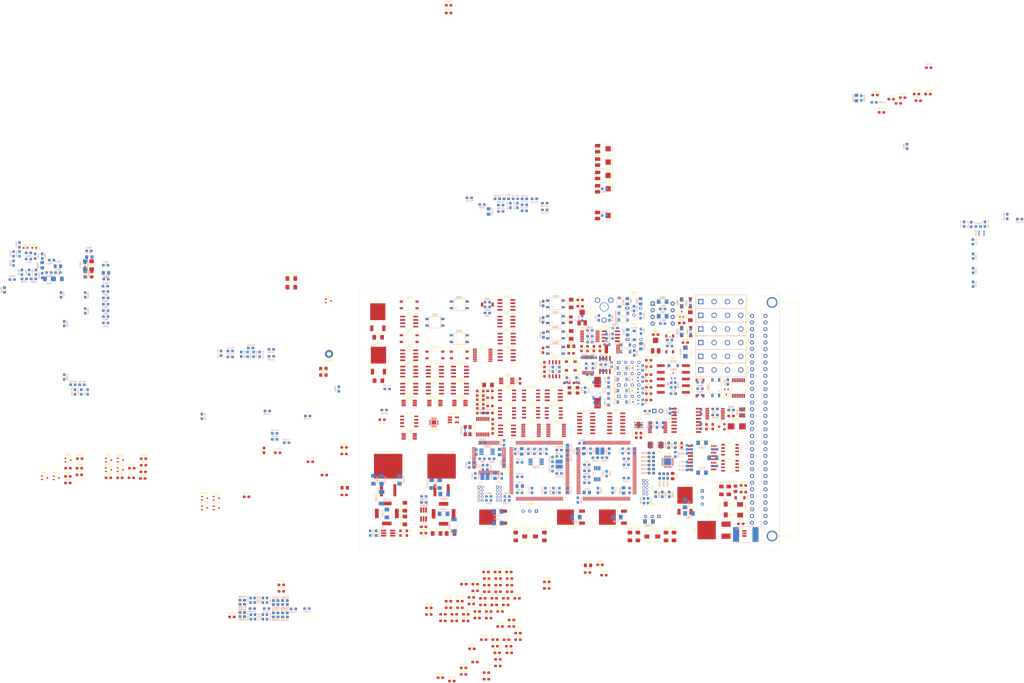
<source format=kicad_pcb>
(kicad_pcb (version 20171130) (host pcbnew 5.1.5)
  (layers (0 Signal_top signal) (1 Power_1 power) (2 GND power) (3 Singal+GND mixed) (4 Power_2 power) (31 Signal_bottom signal) (34 B.Paste user) (35 F.Paste user) (36 B.SilkS user) (37 F.SilkS user) (38 B.Mask user) (39 F.Mask user) (44 Edge.Cuts user))
  (net 0 "")
  (net 1 +3V3)
  (net 2 VCCQ)
  (net 3 Earth)
  (net 4 "Net-(C214-Pad1)")
  (net 5 "Net-(C303-Pad1)")
  (net 6 /Ethernet/NRST)
  (net 7 /MCU1/MCU_VDDA)
  (net 8 GND_TRIG)
  (net 9 +5V_TRIG)
  (net 10 /Connector/EXT_TRIG)
  (net 11 +24VDD)
  (net 12 "Net-(C502-Pad1)")
  (net 13 +5V)
  (net 14 AGNDF)
  (net 15 +12VF)
  (net 16 +15VF)
  (net 17 +3.3VP)
  (net 18 +3.3VF)
  (net 19 -12VF)
  (net 20 +5VF)
  (net 21 -15VF)
  (net 22 /FGEN/V_AMPL)
  (net 23 /FGEN/+2V5REF)
  (net 24 /FGEN/V_OFFSET)
  (net 25 /MCU3/MCU_NRST)
  (net 26 "Net-(C1011-Pad1)")
  (net 27 /MCU2/MCU_NRST)
  (net 28 /MCU2/MCU_VDDA)
  (net 29 /Connector/HPOT)
  (net 30 "/Process Amplifier/Err")
  (net 31 "Net-(C1302-Pad1)")
  (net 32 "Net-(C1304-Pad1)")
  (net 33 "Net-(C1306-Pad1)")
  (net 34 "Net-(C1307-Pad1)")
  (net 35 /DAC/PA_OFFS1)
  (net 36 /ADC/ADC_OFFS1)
  (net 37 /DAC/+2V5REF)
  (net 38 /DAC/PA_OFFS2)
  (net 39 /ADC/ADC_OFFS2)
  (net 40 "Net-(C1413-Pad2)")
  (net 41 /DAC/PA_OFFS3)
  (net 42 /DAC/RR_OFFS1)
  (net 43 /DAC/PA_OFFS4)
  (net 44 "Net-(C1503-Pad1)")
  (net 45 "Net-(D201-Pad2)")
  (net 46 "Net-(D201-Pad1)")
  (net 47 "Net-(D202-Pad2)")
  (net 48 "Net-(D202-Pad1)")
  (net 49 "Net-(D503-Pad2)")
  (net 50 /Connector/LCUR)
  (net 51 /Connector/LPOT)
  (net 52 +24V)
  (net 53 /MCU1/TDI)
  (net 54 /MCU1/TDO)
  (net 55 /MCU1/TCK_SWCLK)
  (net 56 /MCU1/TMS_SWDIO)
  (net 57 /MCU1/MCU_DEFAULT)
  (net 58 /MCU3/TCK_SWCLK)
  (net 59 /MCU3/TMS_SWDIO)
  (net 60 /MCU2/TCK_SWCLK)
  (net 61 /MCU2/TMS_SWDIO)
  (net 62 /Connector/A)
  (net 63 /Connector/C)
  (net 64 /Connector/B)
  (net 65 /Connector/D)
  (net 66 /Connector/E)
  (net 67 /Connector/F)
  (net 68 /Connector/TX+)
  (net 69 /Connector/TX-)
  (net 70 /Connector/RX+)
  (net 71 /Connector/RX-)
  (net 72 "Net-(K1201-Pad3)")
  (net 73 /Connector/HCUR)
  (net 74 /Ethernet/ETH_TXP)
  (net 75 /Ethernet/ETH_TXN)
  (net 76 /Ethernet/ETH_RXP)
  (net 77 /Ethernet/ETH_RXN)
  (net 78 "Net-(L201-Pad9)")
  (net 79 "Net-(L201-Pad10)")
  (net 80 "Net-(L201-Pad11)")
  (net 81 "Net-(L201-Pad14)")
  (net 82 "Net-(L201-Pad15)")
  (net 83 "Net-(L201-Pad16)")
  (net 84 "Net-(L401-Pad2)")
  (net 85 "Net-(Q501-Pad1)")
  (net 86 "/Range Resistors/100KNPN")
  (net 87 /ADC/GAIN1A1)
  (net 88 /ADC/GAIN2A1)
  (net 89 /ADC/GAIN1A0)
  (net 90 /ADC/GAIN2A0)
  (net 91 /Ethernet/RMII_RXD0)
  (net 92 /Ethernet/MODE0)
  (net 93 /Ethernet/RMII_RXD1)
  (net 94 /Ethernet/MODE1)
  (net 95 /Ethernet/RMII_CRS_DV)
  (net 96 /Ethernet/MODE2)
  (net 97 /Ethernet/REF_CLK)
  (net 98 /Ethernet/REFCLK0)
  (net 99 /Ethernet/RMII_MDIO)
  (net 100 "Net-(R402-Pad2)")
  (net 101 /Trigger/EXT_TRIG_SIGN)
  (net 102 "Net-(R501-Pad2)")
  (net 103 /FGEN/DDS_FGEN_~FSYNC)
  (net 104 /FGEN/DDS_DAC_~SYNC)
  (net 105 /FGEN/DDS_DAC_~RESET)
  (net 106 /FGEN/DDS_DAC_RSTSEL)
  (net 107 /MCU3/EEPROM_SDA)
  (net 108 /MCU3/EEPROM_SCL)
  (net 109 /MCU2/EEPROM_SDA)
  (net 110 /MCU2/EEPROM_SCL)
  (net 111 /MCU2/RR_RDY)
  (net 112 /MCU2/PA_MOS1)
  (net 113 /ADC/Eref)
  (net 114 /MCU2/PA_MOS2)
  (net 115 /MCU2/PA_50MV)
  (net 116 /MCU2/PA_MOS3)
  (net 117 /MCU2/PA_MOS4)
  (net 118 /MCU2/PA_EM)
  (net 119 /MCU2/PA_MOS5)
  (net 120 /MCU2/PA_MOS6)
  (net 121 /DAC/DAC_PA_OFFS1)
  (net 122 /DAC/DAC_ADC_OFFS1)
  (net 123 /DAC/DAC_PA_OFFS2)
  (net 124 /DAC/DAC_ADC_OFFS2)
  (net 125 /DAC/DAC_PA_OFFS3)
  (net 126 /DAC/DAC_RR_OFFS1)
  (net 127 /DAC/DAC_PA_OFFS4)
  (net 128 /ADC/G1A1_CTR)
  (net 129 /ADC/G2A1_CTR)
  (net 130 /ADC/G1A0_CTR)
  (net 131 /ADC/G2A0_CTR)
  (net 132 /Connector/CXN_REL1)
  (net 133 /Connector/CXN_REL3)
  (net 134 /Connector/CXN_REL2)
  (net 135 /Ethernet/RMII_TXD1)
  (net 136 /Ethernet/RMII_TXD0)
  (net 137 /Ethernet/RMII_TXEN)
  (net 138 /Ethernet/RMII_MDC)
  (net 139 /MCU1/TRIG_EN)
  (net 140 /MCU1/TRIG_OUT)
  (net 141 /MCU1/TRIG_IN)
  (net 142 /Trigger/TRIG_OUT_EN)
  (net 143 /Trigger/TRIG_OUT_SIGN)
  (net 144 /FGEN/DDS_MDAC_~SYNC)
  (net 145 /FGEN/DDS_MDAC_DIN)
  (net 146 /FGEN/DDS_MDAC_SCLK)
  (net 147 /FGEN/ANALOG_SWITCH)
  (net 148 /FGEN/DDS_FGEN_PSEL0)
  (net 149 /FGEN/DDS_FGEN_PSEL1)
  (net 150 /FGEN/DDS_FGEN_FSELECT)
  (net 151 /FGEN/DDS_FGEN_SDATA)
  (net 152 /FGEN/DDS_FGEN_SCLK)
  (net 153 /FGEN/DDS_DAC_SDIN)
  (net 154 /FGEN/DDS_DAC_SCLK)
  (net 155 /FGEN/DDS_DAC_~LDAC)
  (net 156 /FGEN/DDS_DAC_SDO)
  (net 157 /MCU3/EEPROM_WP)
  (net 158 /MCU2/MCU3_MOSI)
  (net 159 /MCU2/MCU3_MISO)
  (net 160 /MCU2/MCU3_SCLK)
  (net 161 /MCU2/MCU3_NSS)
  (net 162 /DAC/DAC_~CLR)
  (net 163 /DAC/DAC_~LDAC)
  (net 164 /DAC/DAC_~SYNC)
  (net 165 /DAC/DAC_SCLK)
  (net 166 /DAC/DAC_DIN)
  (net 167 /MCU2/RR_SDI)
  (net 168 /MCU2/RR_SDO)
  (net 169 /MCU2/RR_~RST)
  (net 170 /ADC/ADC_~CS)
  (net 171 /ADC/ADC_SDOA)
  (net 172 /ADC/ADC_SDI)
  (net 173 /MCU2/EEPROM_WP)
  (net 174 /MCU2/RR_CLK)
  (net 175 /MCU2/RR_~CS)
  (net 176 /ADC/ADC_NULL2)
  (net 177 /ADC/ADC_NULL1)
  (net 178 /ADC/Em)
  (net 179 /Connector/CXN_REL5)
  (net 180 /Connector/CXN_REL4)
  (net 181 /Connector/CXN_REL6)
  (net 182 /MCU1/I2C_SDA)
  (net 183 /MCU1/I2C_SCL)
  (net 184 /MCU1/I2C_WP)
  (net 185 "Net-(D301-Pad1)")
  (net 186 "Net-(D302-Pad1)")
  (net 187 "Net-(D303-Pad1)")
  (net 188 "Net-(R307-Pad1)")
  (net 189 "Net-(C814-Pad2)")
  (net 190 "Net-(C818-Pad1)")
  (net 191 "Net-(C201-Pad1)")
  (net 192 "Net-(C203-Pad1)")
  (net 193 "Net-(C204-Pad1)")
  (net 194 "Net-(C305-Pad1)")
  (net 195 "Net-(C307-Pad1)")
  (net 196 "Net-(C309-Pad1)")
  (net 197 "Net-(C408-Pad2)")
  (net 198 "Net-(C1410-Pad1)")
  (net 199 /ADC/REFIO)
  (net 200 "Net-(D401-Pad3)")
  (net 201 "Net-(D401-Pad2)")
  (net 202 "Net-(D501-Pad1)")
  (net 203 "Net-(D502-Pad2)")
  (net 204 "Net-(R203-Pad1)")
  (net 205 "Net-(R212-Pad2)")
  (net 206 "Net-(R301-Pad1)")
  (net 207 "Net-(R302-Pad1)")
  (net 208 "Net-(R303-Pad1)")
  (net 209 "Net-(R401-Pad2)")
  (net 210 "Net-(R1103-Pad1)")
  (net 211 /ADC/ADC_~ALARM)
  (net 212 /ADC/ADC_REF)
  (net 213 "Net-(U401-Pad13)")
  (net 214 "Net-(U401-Pad12)")
  (net 215 "Net-(U401-Pad11)")
  (net 216 /ADC/ADC_SCLK)
  (net 217 /ADC/VCM)
  (net 218 /MCU1/MCU1_~SS)
  (net 219 /MCU1/MCU1_MCLK)
  (net 220 /MCU1/MCU1_MISO)
  (net 221 /MCU1/MCU1_MOSI)
  (net 222 /MCU1/MCU1_GPIO_OUT1)
  (net 223 /MCU1/MCU1_GPIO_OUT2)
  (net 224 /MCU1/MCU1_STATUS_IN)
  (net 225 "Net-(C701-Pad1)")
  (net 226 "Net-(C702-Pad1)")
  (net 227 "Net-(C703-Pad1)")
  (net 228 "Net-(C704-Pad1)")
  (net 229 "Net-(C801-Pad1)")
  (net 230 "Net-(C811-Pad2)")
  (net 231 "Net-(C811-Pad1)")
  (net 232 "Net-(C815-Pad1)")
  (net 233 "Net-(C816-Pad1)")
  (net 234 "Net-(C817-Pad1)")
  (net 235 "Net-(C901-Pad1)")
  (net 236 "Net-(C902-Pad1)")
  (net 237 "Net-(C903-Pad1)")
  (net 238 "Net-(C904-Pad1)")
  (net 239 "Net-(C905-Pad1)")
  (net 240 "Net-(C906-Pad1)")
  (net 241 "Net-(C907-Pad2)")
  (net 242 "Net-(C907-Pad1)")
  (net 243 "Net-(C1015-Pad2)")
  (net 244 "Net-(C1412-Pad1)")
  (net 245 "Net-(C1421-Pad1)")
  (net 246 "Net-(C1424-Pad1)")
  (net 247 "Net-(C1431-Pad1)")
  (net 248 "Net-(C1505-Pad1)")
  (net 249 "Net-(C1521-Pad1)")
  (net 250 "Net-(D701-Pad2)")
  (net 251 "Net-(D702-Pad2)")
  (net 252 "Net-(D703-Pad2)")
  (net 253 "Net-(D704-Pad2)")
  (net 254 "Net-(D705-Pad2)")
  (net 255 "Net-(D705-Pad1)")
  (net 256 "Net-(D706-Pad1)")
  (net 257 "Net-(D707-Pad2)")
  (net 258 "Net-(D707-Pad1)")
  (net 259 "Net-(D805-Pad1)")
  (net 260 "Net-(D806-Pad2)")
  (net 261 "Net-(D806-Pad1)")
  (net 262 "Net-(D807-Pad2)")
  (net 263 "Net-(D807-Pad1)")
  (net 264 "Net-(D808-Pad2)")
  (net 265 "Net-(D809-Pad1)")
  (net 266 "Net-(D810-Pad2)")
  (net 267 "Net-(D811-Pad1)")
  (net 268 "Net-(D812-Pad2)")
  (net 269 "Net-(D902-Pad2)")
  (net 270 "Net-(D1401-Pad2)")
  (net 271 "Net-(K701-Pad4)")
  (net 272 "Net-(K702-Pad4)")
  (net 273 "Net-(K703-Pad4)")
  (net 274 "Net-(K704-Pad4)")
  (net 275 "Net-(K801-Pad9)")
  (net 276 "Net-(K801-Pad8)")
  (net 277 "Net-(K801-Pad3)")
  (net 278 "Net-(K1202-Pad3)")
  (net 279 "Net-(K1203-Pad3)")
  (net 280 "Net-(K1204-Pad3)")
  (net 281 "Net-(K1205-Pad3)")
  (net 282 "Net-(K1206-Pad3)")
  (net 283 "Net-(Q705-Pad2)")
  (net 284 "Net-(Q706-Pad2)")
  (net 285 "Net-(Q802-Pad3)")
  (net 286 "Net-(Q803-Pad3)")
  (net 287 "Net-(R603-Pad1)")
  (net 288 "Net-(R703-Pad1)")
  (net 289 "Net-(R712-Pad2)")
  (net 290 "Net-(R808-Pad2)")
  (net 291 "Net-(R809-Pad2)")
  (net 292 "Net-(R810-Pad1)")
  (net 293 "Net-(R816-Pad2)")
  (net 294 "Net-(R827-Pad1)")
  (net 295 "Net-(R828-Pad1)")
  (net 296 "Net-(R829-Pad1)")
  (net 297 "Net-(R831-Pad1)")
  (net 298 "Net-(R832-Pad1)")
  (net 299 "Net-(R833-Pad1)")
  (net 300 "Net-(R834-Pad1)")
  (net 301 "Net-(R835-Pad1)")
  (net 302 "Net-(R836-Pad1)")
  (net 303 "Net-(R837-Pad1)")
  (net 304 "Net-(R838-Pad1)")
  (net 305 "Net-(R839-Pad1)")
  (net 306 "Net-(R840-Pad2)")
  (net 307 "Net-(R842-Pad2)")
  (net 308 "Net-(R843-Pad2)")
  (net 309 "Net-(R904-Pad1)")
  (net 310 "Net-(R906-Pad1)")
  (net 311 "Net-(R908-Pad2)")
  (net 312 "Net-(R908-Pad1)")
  (net 313 "Net-(R909-Pad2)")
  (net 314 "Net-(R909-Pad1)")
  (net 315 "Net-(R910-Pad2)")
  (net 316 "Net-(R911-Pad2)")
  (net 317 "Net-(R911-Pad1)")
  (net 318 "Net-(R916-Pad1)")
  (net 319 "Net-(R918-Pad1)")
  (net 320 "Net-(R921-Pad2)")
  (net 321 "Net-(R923-Pad2)")
  (net 322 "Net-(R925-Pad1)")
  (net 323 "Net-(R926-Pad1)")
  (net 324 "Net-(R927-Pad1)")
  (net 325 "Net-(R928-Pad1)")
  (net 326 "Net-(R929-Pad1)")
  (net 327 "Net-(R930-Pad1)")
  (net 328 "Net-(R931-Pad1)")
  (net 329 "Net-(R932-Pad2)")
  (net 330 "Net-(R932-Pad1)")
  (net 331 "Net-(R934-Pad1)")
  (net 332 "Net-(R935-Pad1)")
  (net 333 "Net-(R936-Pad2)")
  (net 334 "Net-(R940-Pad2)")
  (net 335 "Net-(R940-Pad1)")
  (net 336 "Net-(R941-Pad1)")
  (net 337 "Net-(R942-Pad1)")
  (net 338 "Net-(R943-Pad2)")
  (net 339 "Net-(R945-Pad2)")
  (net 340 "Net-(R947-Pad2)")
  (net 341 "Net-(R1101-Pad1)")
  (net 342 "Net-(R1102-Pad1)")
  (net 343 "Net-(R1105-Pad2)")
  (net 344 "Net-(R1106-Pad2)")
  (net 345 "Net-(R1107-Pad2)")
  (net 346 "Net-(R1108-Pad2)")
  (net 347 "Net-(R1109-Pad1)")
  (net 348 "Net-(R1110-Pad1)")
  (net 349 "Net-(R1111-Pad1)")
  (net 350 "Net-(R1112-Pad1)")
  (net 351 "Net-(R1113-Pad1)")
  (net 352 "Net-(R1115-Pad1)")
  (net 353 "Net-(R1117-Pad1)")
  (net 354 "Net-(R1118-Pad1)")
  (net 355 "Net-(R1121-Pad2)")
  (net 356 "Net-(R1303-Pad1)")
  (net 357 "Net-(R1402-Pad1)")
  (net 358 "Net-(R1406-Pad2)")
  (net 359 "Net-(R1406-Pad1)")
  (net 360 "Net-(R1420-Pad1)")
  (net 361 "Net-(R1421-Pad2)")
  (net 362 "Net-(R1501-Pad2)")
  (net 363 "Net-(R1503-Pad2)")
  (net 364 "Net-(U903-Pad3)")
  (net 365 "Net-(U904-Pad3)")
  (net 366 "Net-(U1002-Pad13)")
  (net 367 "Net-(C1125-Pad1)")
  (net 368 /MCU1/SENS_SCL)
  (net 369 /MCU1/SENS_SDA)
  (net 370 "Net-(R1114-Pad1)")
  (net 371 "Net-(R1116-Pad1)")
  (net 372 "Net-(R1123-Pad2)")
  (net 373 "Net-(R1125-Pad1)")
  (net 374 "Net-(R1126-Pad1)")
  (net 375 "Net-(R1127-Pad2)")
  (net 376 "Net-(R1128-Pad2)")
  (net 377 "Net-(R1137-Pad2)")
  (net 378 "Net-(R1138-Pad2)")
  (net 379 "Net-(C1103-Pad1)")
  (net 380 "Net-(C1104-Pad1)")
  (net 381 "Net-(C1126-Pad1)")
  (net 382 "Net-(C1127-Pad1)")
  (net 383 "Net-(C1128-Pad1)")
  (net 384 "Net-(C1105-Pad1)")
  (net 385 "Net-(C1111-Pad2)")
  (net 386 "Net-(C1111-Pad1)")
  (net 387 "Net-(C1112-Pad2)")
  (net 388 "Net-(C1112-Pad1)")
  (net 389 "Net-(C1118-Pad1)")
  (net 390 "Net-(C1119-Pad1)")
  (net 391 "Net-(C1129-Pad1)")
  (net 392 "Net-(C1130-Pad1)")
  (net 393 "Net-(U1110-Pad2)")
  (net 394 "Net-(U1111-Pad2)")
  (net 395 "Net-(C1012-Pad1)")
  (net 396 "Net-(C1013-Pad1)")
  (net 397 "Net-(C1016-Pad2)")
  (net 398 "Net-(C1017-Pad2)")
  (net 399 "Net-(C1019-Pad1)")
  (net 400 "Net-(C1020-Pad1)")
  (net 401 "Net-(C1022-Pad2)")
  (net 402 "Net-(C1023-Pad2)")
  (net 403 "Net-(C1014-Pad1)")
  (net 404 "Net-(C1018-Pad2)")
  (net 405 "Net-(C1021-Pad1)")
  (net 406 "Net-(C1024-Pad2)")
  (net 407 "Net-(C708-Pad2)")
  (net 408 "Net-(C708-Pad1)")
  (net 409 "Net-(C713-Pad2)")
  (net 410 "Net-(C714-Pad1)")
  (net 411 "/FGEN Buffer + Source resistor/TRIM_3")
  (net 412 "/FGEN Buffer + Source resistor/FB_CAP")
  (net 413 "/FGEN Buffer + Source resistor/FB_RDY")
  (net 414 "/FGEN Buffer + Source resistor/VLI")
  (net 415 "/FGEN Buffer + Source resistor/FGEN")
  (net 416 "/FGEN Buffer + Source resistor/FB_SDO")
  (net 417 "/FGEN Buffer + Source resistor/FB_~CS")
  (net 418 "/FGEN Buffer + Source resistor/FB_CLK")
  (net 419 "/FGEN Buffer + Source resistor/FB_SDI")
  (net 420 "/FGEN Buffer + Source resistor/FB_~RST")
  (net 421 "Net-(C819-Pad1)")
  (net 422 "Net-(C820-Pad1)")
  (net 423 "Net-(C821-Pad1)")
  (net 424 "Net-(C822-Pad1)")
  (net 425 "Net-(C908-Pad1)")
  (net 426 "Net-(C909-Pad1)")
  (net 427 "Net-(C910-Pad1)")
  (net 428 "/Range Resistors/R10NPN")
  (net 429 "/Range Resistors/R1KNPN")
  (net 430 "/Range Resistors/R100NPN")
  (net 431 "/Range Resistors/R10KNPN")
  (net 432 "/Process Amplifier/50MV_NPN")
  (net 433 "/Process Amplifier/EM_NPN")
  (net 434 "/Process Amplifier/MOS1")
  (net 435 "/Process Amplifier/MOS2")
  (net 436 "/Process Amplifier/MOS3")
  (net 437 "/Process Amplifier/MOS4")
  (net 438 "/Process Amplifier/MOS5")
  (net 439 "/Process Amplifier/MOS6")
  (net 440 "Net-(C612-Pad1)")
  (net 441 "/FGEN Buffer + Source resistor/SR_10KCTR")
  (net 442 "/FGEN Buffer + Source resistor/SR_1KCTR")
  (net 443 "/FGEN Buffer + Source resistor/SR_100CTR")
  (net 444 "/FGEN Buffer + Source resistor/SR_10CTR")
  (net 445 /MCU2/RR_100KCRT)
  (net 446 /MCU2/RR_HA3-COMP)
  (net 447 /MCU2/RR_RELAYCTR)
  (net 448 /MCU2/RR_10CRT)
  (net 449 /MCU2/RR_1KCRT)
  (net 450 /MCU2/RR_100CRT)
  (net 451 /MCU2/RR_10KCRT)
  (net 452 "Net-(C1412-Pad2)")
  (net 453 "Net-(C1414-Pad1)")
  (net 454 "Net-(C1416-Pad2)")
  (net 455 "Net-(C1417-Pad1)")
  (net 456 "Net-(C1419-Pad2)")
  (net 457 "Net-(C1420-Pad1)")
  (net 458 "Net-(C1427-Pad1)")
  (net 459 "Net-(C1434-Pad2)")
  (net 460 "Net-(C1434-Pad1)")
  (net 461 "Net-(C1436-Pad2)")
  (net 462 "Net-(C1436-Pad1)")
  (net 463 "Net-(R1413-Pad2)")
  (net 464 "Net-(R1425-Pad1)")
  (net 465 "Net-(R1427-Pad1)")
  (net 466 "Net-(R1428-Pad2)")
  (net 467 "Net-(C802-Pad1)")
  (net 468 "Net-(C803-Pad1)")
  (net 469 "Net-(C804-Pad2)")
  (net 470 "Net-(C809-Pad1)")
  (net 471 "Net-(C813-Pad2)")
  (net 472 "Net-(C813-Pad1)")
  (net 473 "Net-(R811-Pad1)")
  (net 474 "Net-(R812-Pad2)")
  (net 475 /MCU3/VDDA)
  (net 476 "Net-(C610-Pad2)")
  (net 477 "Net-(C613-Pad1)")
  (net 478 "/Process Amplifier/ER_NPN")
  (net 479 "Net-(R946-Pad1)")
  (net 480 /MCU2/PA_ER)
  (net 481 "Net-(C1512-Pad1)")
  (net 482 "Net-(C1513-Pad1)")
  (net 483 "Net-(C1514-Pad2)")
  (net 484 "Net-(C1514-Pad1)")
  (net 485 "Net-(C1515-Pad2)")
  (net 486 "Net-(C1515-Pad1)")
  (net 487 "Net-(C1516-Pad2)")
  (net 488 "Net-(C1516-Pad1)")
  (net 489 "Net-(C1517-Pad2)")
  (net 490 "Net-(C1517-Pad1)")
  (net 491 "Net-(C1526-Pad1)")
  (module Capacitor_SMD:C_1206_3216Metric_Pad1.42x1.75mm_HandSolder (layer Signal_top) (at 114.808 133.477)
    (fp_text reference C1507 (at 0 -1.651 180) (layer F.SilkS) (effects (font (size 0.6 0.6) (thickness 0.12))))
    (fp_text value 10u/50V)
    (pad 2 smd roundrect (at 1.4875 0) (size 1.425 1.75) (layers Signal_top F.Paste F.Mask) (roundrect_rratio 0.175439) (net 14 AGNDF))
    (pad 1 smd roundrect (at -1.4875 0) (size 1.425 1.75) (layers Signal_top F.Paste F.Mask) (roundrect_rratio 0.175439) (net 11 +24VDD))
  )
  (module Capacitor_SMD:C_1206_3216Metric_Pad1.42x1.75mm_HandSolder (layer Signal_top) (at 97.409 123.317 90)
    (fp_text reference C1506 (at 0 -1.524 90) (layer F.SilkS) (effects (font (size 0.6 0.6) (thickness 0.12))))
    (fp_text value 10u/50V)
    (pad 2 smd roundrect (at 1.4875 0 90) (size 1.425 1.75) (layers Signal_top F.Paste F.Mask) (roundrect_rratio 0.175439) (net 14 AGNDF))
    (pad 1 smd roundrect (at -1.4875 0 90) (size 1.425 1.75) (layers Signal_top F.Paste F.Mask) (roundrect_rratio 0.175439) (net 11 +24VDD))
  )
  (module Capacitor_SMD:C_1206_3216Metric_Pad1.42x1.75mm_HandSolder (layer Signal_bottom) (at 195.453 50.8 180)
    (fp_text reference C824 (at 0 1.524) (layer B.SilkS) (effects (font (size 0.6 0.6) (thickness 0.12)) (justify mirror)))
    (fp_text value 10u/35V)
    (pad 2 smd roundrect (at 1.4875 0 180) (size 1.425 1.75) (layers Signal_bottom B.Paste B.Mask) (roundrect_rratio 0.175439) (net 14 AGNDF))
    (pad 1 smd roundrect (at -1.4875 0 180) (size 1.425 1.75) (layers Signal_bottom B.Paste B.Mask) (roundrect_rratio 0.175439) (net 19 -12VF))
  )
  (module Capacitor_SMD:C_1206_3216Metric_Pad1.42x1.75mm_HandSolder (layer Signal_bottom) (at 195.453 45.212)
    (fp_text reference C823 (at 0 -1.524) (layer B.SilkS) (effects (font (size 0.6 0.6) (thickness 0.12)) (justify mirror)))
    (fp_text value 10u/35V)
    (pad 2 smd roundrect (at 1.4875 0) (size 1.425 1.75) (layers Signal_bottom B.Paste B.Mask) (roundrect_rratio 0.175439) (net 14 AGNDF))
    (pad 1 smd roundrect (at -1.4875 0) (size 1.425 1.75) (layers Signal_bottom B.Paste B.Mask) (roundrect_rratio 0.175439) (net 15 +12VF))
  )
  (module Capacitor_SMD:C_1206_3216Metric_Pad1.42x1.75mm_HandSolder (layer Signal_top) (at 54.229 39.739)
    (fp_text reference C716 (at 0 -1.82) (layer F.SilkS) (effects (font (size 0.6 0.6) (thickness 0.12))))
    (fp_text value 10u/35V)
    (pad 2 smd roundrect (at 1.4875 0) (size 1.425 1.75) (layers Signal_top F.Paste F.Mask) (roundrect_rratio 0.175439) (net 14 AGNDF))
    (pad 1 smd roundrect (at -1.4875 0) (size 1.425 1.75) (layers Signal_top F.Paste F.Mask) (roundrect_rratio 0.175439) (net 21 -15VF))
  )
  (module Capacitor_SMD:C_1206_3216Metric_Pad1.42x1.75mm_HandSolder (layer Signal_top) (at 54.229 36.449)
    (fp_text reference C715 (at 0 -1.82) (layer F.SilkS) (effects (font (size 0.6 0.6) (thickness 0.12))))
    (fp_text value 10u/35V)
    (pad 2 smd roundrect (at 1.4875 0) (size 1.425 1.75) (layers Signal_top F.Paste F.Mask) (roundrect_rratio 0.175439) (net 14 AGNDF))
    (pad 1 smd roundrect (at -1.4875 0) (size 1.425 1.75) (layers Signal_top F.Paste F.Mask) (roundrect_rratio 0.175439) (net 16 +15VF))
  )
  (module Diode_SMD:D_SOD-128 (layer Signal_bottom) (at 88.519 119.888 270)
    (fp_text reference D1502 (at 0 2.032 270) (layer B.SilkS) (effects (font (size 0.6 0.6) (thickness 0.12)) (justify mirror)))
    (fp_text value PMEG6010EP,115)
    (pad 2 smd rect (at 2.2 0 270) (size 1.4 2.1) (layers Signal_bottom B.Paste B.Mask) (net 484 "Net-(C1514-Pad1)"))
    (pad 1 smd rect (at -2.2 0 270) (size 1.4 2.1) (layers Signal_bottom B.Paste B.Mask) (net 488 "Net-(C1516-Pad1)"))
  )
  (module Diode_SMD:D_SOD-128 (layer Signal_bottom) (at 116.078 130.302 90)
    (fp_text reference D1501 (at 0 -1.905 270) (layer B.SilkS) (effects (font (size 0.6 0.6) (thickness 0.12)) (justify mirror)))
    (fp_text value PMEG6010EP,115)
    (pad 2 smd rect (at 2.2 0 90) (size 1.4 2.1) (layers Signal_bottom B.Paste B.Mask) (net 486 "Net-(C1515-Pad1)"))
    (pad 1 smd rect (at -2.2 0 90) (size 1.4 2.1) (layers Signal_bottom B.Paste B.Mask) (net 14 AGNDF))
  )
  (module Inductor_SMD:L_0805_2012Metric_Pad1.15x1.40mm_HandSolder (layer Signal_bottom) (at 131.699 111.506 270)
    (fp_text reference FB601 (at 0 1.334 90) (layer B.SilkS) (effects (font (size 0.6 0.6) (thickness 0.12)) (justify mirror)))
    (fp_text value 742792031)
    (pad 2 smd roundrect (at 1.025 0 270) (size 1.15 1.4) (layers Signal_bottom B.Paste B.Mask) (roundrect_rratio 0.217391) (net 18 +3.3VF))
    (pad 1 smd roundrect (at -1.025 0 270) (size 1.15 1.4) (layers Signal_bottom B.Paste B.Mask) (roundrect_rratio 0.217391) (net 475 /MCU3/VDDA))
  )
  (module Capacitor_SMD:C_0603_1608Metric_Pad1.05x0.95mm_HandSolder (layer Signal_bottom) (at 134.239 111.633 270)
    (fp_text reference C609 (at 0 1.143 90) (layer B.SilkS) (effects (font (size 0.6 0.6) (thickness 0.12)) (justify mirror)))
    (fp_text value 1u)
    (pad 2 smd roundrect (at 0.875 0 270) (size 1.05 0.95) (layers Signal_bottom B.Paste B.Mask) (net 14 AGNDF))
    (pad 1 smd roundrect (at -0.875 0 270) (size 1.05 0.95) (layers Signal_bottom B.Paste B.Mask) (net 475 /MCU3/VDDA))
  )
  (module Package_TO_SOT_THT:TO-39-3 (layer Signal_top) (at 182.118 59.563)
    (fp_text reference Q803 (at 2.54 -5.82) (layer F.SilkS) (effects (font (size 0.6 0.6) (thickness 0.12))))
    (fp_text value 2N2904A)
    (pad 3 thru_hole oval (at 5.08 0) (size 1.2 1.2) (drill 0.7) (layers *.Cu *.Mask) (net 286 "Net-(Q803-Pad3)"))
    (pad 2 thru_hole oval (at 2.54 2.54) (size 1.2 1.2) (drill 0.7) (layers *.Cu *.Mask) (net 263 "Net-(D807-Pad1)"))
    (pad 1 thru_hole oval (at 0 0) (size 1.6 1.2) (drill 0.7) (layers *.Cu *.Mask) (net 267 "Net-(D811-Pad1)"))
  )
  (module Package_TO_SOT_THT:TO-39-3 (layer Signal_top) (at 181.991 47.752)
    (fp_text reference Q802 (at 2.54 -5.82) (layer F.SilkS) (effects (font (size 0.6 0.6) (thickness 0.12))))
    (fp_text value 2N2218A)
    (pad 3 thru_hole oval (at 5.08 0) (size 1.2 1.2) (drill 0.7) (layers *.Cu *.Mask) (net 285 "Net-(Q802-Pad3)"))
    (pad 2 thru_hole oval (at 2.54 2.54) (size 1.2 1.2) (drill 0.7) (layers *.Cu *.Mask) (net 260 "Net-(D806-Pad2)"))
    (pad 1 thru_hole oval (at 0 0) (size 1.6 1.2) (drill 0.7) (layers *.Cu *.Mask) (net 266 "Net-(D810-Pad2)"))
  )
  (module Diode_SMD:D_SOD-323_HandSoldering (layer Signal_bottom) (at 174.879 83.312 90)
    (fp_text reference D708 (at 0 -1.397 90) (layer B.SilkS) (effects (font (size 0.6 0.6) (thickness 0.12)) (justify mirror)))
    (fp_text value "CMDZ5256B TR")
    (pad 2 smd rect (at 1.25 0 90) (size 1 1) (layers Signal_bottom B.Paste B.Mask) (net 257 "Net-(D707-Pad2)"))
    (pad 1 smd rect (at -1.25 0 90) (size 1 1) (layers Signal_bottom B.Paste B.Mask) (net 14 AGNDF))
  )
  (module Diode_SMD:D_SOD-323_HandSoldering (layer Signal_bottom) (at 174.879 78.994 270)
    (fp_text reference D707 (at 0 1.397 90) (layer B.SilkS) (effects (font (size 0.6 0.6) (thickness 0.12)) (justify mirror)))
    (fp_text value "CMDZ5256B TR")
    (pad 2 smd rect (at 1.25 0 270) (size 1 1) (layers Signal_bottom B.Paste B.Mask) (net 257 "Net-(D707-Pad2)"))
    (pad 1 smd rect (at -1.25 0 270) (size 1 1) (layers Signal_bottom B.Paste B.Mask) (net 258 "Net-(D707-Pad1)"))
  )
  (module Package_TO_SOT_SMD:TO-252-2 (layer Signal_top) (at 203.962 121.031 90)
    (fp_text reference U503 (at 5.969 0 180) (layer F.SilkS) (effects (font (size 0.6 0.6) (thickness 0.12))))
    (fp_text value LM1117DTX-3.3/NOPB)
    (pad 2 smd rect (at 2.1 0 90) (size 6.4 5.8) (layers Signal_top F.Mask) (net 1 +3V3))
    (pad 3 smd rect (at -4.2 2.28 90) (size 2.2 1.2) (layers Signal_top F.Paste F.Mask) (net 13 +5V))
    (pad 1 smd rect (at -4.2 -2.28 90) (size 2.2 1.2) (layers Signal_top F.Paste F.Mask) (net 14 AGNDF))
  )
  (module Package_TO_SOT_SMD:SOT-323_SC-70 (layer Signal_bottom) (at 185.055 70.485 180)
    (fp_text reference Q704 (at 2.143 0 90) (layer B.SilkS) (effects (font (size 0.6 0.6) (thickness 0.12)) (justify mirror)))
    (fp_text value BC847W)
    (pad 3 smd rect (at 1 0 270) (size 0.45 0.7) (layers Signal_bottom B.Paste B.Mask) (net 253 "Net-(D704-Pad2)"))
    (pad 2 smd rect (at -1 -0.65 270) (size 0.45 0.7) (layers Signal_bottom B.Paste B.Mask) (net 14 AGNDF))
    (pad 1 smd rect (at -1 0.65 270) (size 0.45 0.7) (layers Signal_bottom B.Paste B.Mask) (net 228 "Net-(C704-Pad1)"))
  )
  (module Package_TO_SOT_SMD:SOT-323_SC-70 (layer Signal_bottom) (at 185.039 79.121 180)
    (fp_text reference Q703 (at 2.159 0 90) (layer B.SilkS) (effects (font (size 0.6 0.6) (thickness 0.12)) (justify mirror)))
    (fp_text value BC847W)
    (pad 3 smd rect (at 1 0 270) (size 0.45 0.7) (layers Signal_bottom B.Paste B.Mask) (net 252 "Net-(D703-Pad2)"))
    (pad 2 smd rect (at -1 -0.65 270) (size 0.45 0.7) (layers Signal_bottom B.Paste B.Mask) (net 14 AGNDF))
    (pad 1 smd rect (at -1 0.65 270) (size 0.45 0.7) (layers Signal_bottom B.Paste B.Mask) (net 227 "Net-(C703-Pad1)"))
  )
  (module Package_TO_SOT_SMD:SOT-323_SC-70 (layer Signal_bottom) (at 185.055 74.803 180)
    (fp_text reference Q702 (at 2.175 0 90) (layer B.SilkS) (effects (font (size 0.6 0.6) (thickness 0.12)) (justify mirror)))
    (fp_text value BC847W)
    (pad 3 smd rect (at 1 0 270) (size 0.45 0.7) (layers Signal_bottom B.Paste B.Mask) (net 251 "Net-(D702-Pad2)"))
    (pad 2 smd rect (at -1 -0.65 270) (size 0.45 0.7) (layers Signal_bottom B.Paste B.Mask) (net 14 AGNDF))
    (pad 1 smd rect (at -1 0.65 270) (size 0.45 0.7) (layers Signal_bottom B.Paste B.Mask) (net 226 "Net-(C702-Pad1)"))
  )
  (module Package_TO_SOT_SMD:SOT-323_SC-70 (layer Signal_bottom) (at 185.166 83.439 180)
    (fp_text reference Q701 (at 2.159 0 90) (layer B.SilkS) (effects (font (size 0.6 0.6) (thickness 0.12)) (justify mirror)))
    (fp_text value BC847W)
    (pad 3 smd rect (at 1 0 270) (size 0.45 0.7) (layers Signal_bottom B.Paste B.Mask) (net 250 "Net-(D701-Pad2)"))
    (pad 2 smd rect (at -1 -0.65 270) (size 0.45 0.7) (layers Signal_bottom B.Paste B.Mask) (net 14 AGNDF))
    (pad 1 smd rect (at -1 0.65 270) (size 0.45 0.7) (layers Signal_bottom B.Paste B.Mask) (net 225 "Net-(C701-Pad1)"))
  )
  (module Resistor_SMD:R_0603_1608Metric_Pad1.05x0.95mm_HandSolder (layer Signal_top) (at 173.101 149.352)
    (fp_text reference R1422 (at 0 -1.43) (layer F.SilkS) (effects (font (size 0.6 0.6) (thickness 0.12))))
    (fp_text value DNP)
    (pad 2 smd roundrect (at 0.875 0) (size 1.05 0.95) (layers Signal_top F.Paste F.Mask) (net 360 "Net-(R1420-Pad1)"))
    (pad 1 smd roundrect (at -0.875 0) (size 1.05 0.95) (layers Signal_top F.Paste F.Mask) (net 461 "Net-(C1436-Pad2)"))
  )
  (module Capacitor_SMD:C_0805_2012Metric_Pad1.15x1.40mm_HandSolder (layer Signal_top) (at 167.078 145.606)
    (fp_text reference C1435 (at 0 -1.65) (layer F.SilkS) (effects (font (size 0.6 0.6) (thickness 0.12))))
    (fp_text value 10u)
    (pad 2 smd roundrect (at 1.025 0) (size 1.15 1.4) (layers Signal_top F.Paste F.Mask) (roundrect_rratio 0.217391) (net 14 AGNDF))
    (pad 1 smd roundrect (at -1.025 0) (size 1.15 1.4) (layers Signal_top F.Paste F.Mask) (roundrect_rratio 0.217391) (net 18 +3.3VF))
  )
  (module Capacitor_SMD:C_0603_1608Metric_Pad1.05x0.95mm_HandSolder (layer Signal_top) (at 171.628 145.386)
    (fp_text reference C1417 (at 0 -1.43) (layer F.SilkS) (effects (font (size 0.6 0.6) (thickness 0.12))))
    (fp_text value 10n)
    (pad 2 smd roundrect (at 0.875 0) (size 1.05 0.95) (layers Signal_top F.Paste F.Mask) (net 14 AGNDF))
    (pad 1 smd roundrect (at -0.875 0) (size 1.05 0.95) (layers Signal_top F.Paste F.Mask) (net 455 "Net-(C1417-Pad1)"))
  )
  (module Capacitor_SMD:C_0603_1608Metric_Pad1.05x0.95mm_HandSolder (layer Signal_top) (at 166.878 148.336)
    (fp_text reference C1410 (at 0 -1.43) (layer F.SilkS) (effects (font (size 0.6 0.6) (thickness 0.12))))
    (fp_text value 100n)
    (pad 2 smd roundrect (at 0.875 0) (size 1.05 0.95) (layers Signal_top F.Paste F.Mask) (net 14 AGNDF))
    (pad 1 smd roundrect (at -0.875 0) (size 1.05 0.95) (layers Signal_top F.Paste F.Mask) (net 198 "Net-(C1410-Pad1)"))
  )
  (module Package_TO_SOT_SMD:SOT-323_SC-70 (layer Signal_top) (at 25.701 123.727)
    (fp_text reference Q1104 (at -0.05 -1.95) (layer F.SilkS) (effects (font (size 0.6 0.6) (thickness 0.12))))
    (fp_text value BC847W)
    (pad 3 smd rect (at 1 0 270) (size 0.45 0.7) (layers Signal_top F.Paste F.Mask) (net 90 /ADC/GAIN2A0))
    (pad 2 smd rect (at -1 0.65 270) (size 0.45 0.7) (layers Signal_top F.Paste F.Mask) (net 14 AGNDF))
    (pad 1 smd rect (at -1 -0.65 270) (size 0.45 0.7) (layers Signal_top F.Paste F.Mask) (net 392 "Net-(C1130-Pad1)"))
  )
  (module Package_TO_SOT_SMD:SOT-323_SC-70 (layer Signal_top) (at 25.701 120.077)
    (fp_text reference Q1103 (at -0.05 -1.95) (layer F.SilkS) (effects (font (size 0.6 0.6) (thickness 0.12))))
    (fp_text value BC847W)
    (pad 3 smd rect (at 1 0 270) (size 0.45 0.7) (layers Signal_top F.Paste F.Mask) (net 88 /ADC/GAIN2A1))
    (pad 2 smd rect (at -1 0.65 270) (size 0.45 0.7) (layers Signal_top F.Paste F.Mask) (net 14 AGNDF))
    (pad 1 smd rect (at -1 -0.65 270) (size 0.45 0.7) (layers Signal_top F.Paste F.Mask) (net 391 "Net-(C1129-Pad1)"))
  )
  (module Package_TO_SOT_SMD:SOT-323_SC-70 (layer Signal_top) (at 21.251 123.727)
    (fp_text reference Q1102 (at -0.05 -1.95) (layer F.SilkS) (effects (font (size 0.6 0.6) (thickness 0.12))))
    (fp_text value BC847W)
    (pad 3 smd rect (at 1 0 270) (size 0.45 0.7) (layers Signal_top F.Paste F.Mask) (net 89 /ADC/GAIN1A0))
    (pad 2 smd rect (at -1 0.65 270) (size 0.45 0.7) (layers Signal_top F.Paste F.Mask) (net 14 AGNDF))
    (pad 1 smd rect (at -1 -0.65 270) (size 0.45 0.7) (layers Signal_top F.Paste F.Mask) (net 381 "Net-(C1126-Pad1)"))
  )
  (module Package_TO_SOT_SMD:SOT-323_SC-70 (layer Signal_top) (at 21.251 120.077)
    (fp_text reference Q1101 (at -0.05 -1.95) (layer F.SilkS) (effects (font (size 0.6 0.6) (thickness 0.12))))
    (fp_text value BC847W)
    (pad 3 smd rect (at 1 0 270) (size 0.45 0.7) (layers Signal_top F.Paste F.Mask) (net 87 /ADC/GAIN1A1))
    (pad 2 smd rect (at -1 0.65 270) (size 0.45 0.7) (layers Signal_top F.Paste F.Mask) (net 14 AGNDF))
    (pad 1 smd rect (at -1 -0.65 270) (size 0.45 0.7) (layers Signal_top F.Paste F.Mask) (net 367 "Net-(C1125-Pad1)"))
  )
  (module Capacitor_SMD:C_0603_1608Metric_Pad1.05x0.95mm_HandSolder (layer Signal_top) (at 37.211 119.507)
    (fp_text reference C607 (at 0 -1.43) (layer F.SilkS) (effects (font (size 0.6 0.6) (thickness 0.12))))
    (fp_text value 1u)
    (pad 2 smd roundrect (at 0.875 0) (size 1.05 0.95) (layers Signal_top F.Paste F.Mask) (net 14 AGNDF))
    (pad 1 smd roundrect (at -0.875 0) (size 1.05 0.95) (layers Signal_top F.Paste F.Mask) (net 18 +3.3VF))
  )
  (module Package_SO:TSSOP-16_4.4x5mm_P0.65mm (layer Signal_top) (at 127 65.659)
    (fp_text reference U917 (at 0 -3.55) (layer F.SilkS) (effects (font (size 0.6 0.6) (thickness 0.12))))
    (fp_text value ULN2003A)
    (pad 16 smd rect (at 2.95 -2.275) (size 1.5 0.45) (layers Signal_top F.Paste F.Mask) (net 434 "/Process Amplifier/MOS1"))
    (pad 15 smd rect (at 2.95 -1.625) (size 1.5 0.45) (layers Signal_top F.Paste F.Mask) (net 435 "/Process Amplifier/MOS2"))
    (pad 14 smd rect (at 2.95 -0.975) (size 1.5 0.45) (layers Signal_top F.Paste F.Mask) (net 436 "/Process Amplifier/MOS3"))
    (pad 13 smd rect (at 2.95 -0.325) (size 1.5 0.45) (layers Signal_top F.Paste F.Mask) (net 437 "/Process Amplifier/MOS4"))
    (pad 12 smd rect (at 2.95 0.325) (size 1.5 0.45) (layers Signal_top F.Paste F.Mask) (net 438 "/Process Amplifier/MOS5"))
    (pad 11 smd rect (at 2.95 0.975) (size 1.5 0.45) (layers Signal_top F.Paste F.Mask) (net 439 "/Process Amplifier/MOS6"))
    (pad 10 smd rect (at 2.95 1.625) (size 1.5 0.45) (layers Signal_top F.Paste F.Mask))
    (pad 9 smd rect (at 2.95 2.275) (size 1.5 0.45) (layers Signal_top F.Paste F.Mask) (net 20 +5VF))
    (pad 8 smd rect (at -2.95 2.275) (size 1.5 0.45) (layers Signal_top F.Paste F.Mask) (net 14 AGNDF))
    (pad 7 smd rect (at -2.95 1.625) (size 1.5 0.45) (layers Signal_top F.Paste F.Mask))
    (pad 6 smd rect (at -2.95 0.975) (size 1.5 0.45) (layers Signal_top F.Paste F.Mask) (net 120 /MCU2/PA_MOS6))
    (pad 5 smd rect (at -2.95 0.325) (size 1.5 0.45) (layers Signal_top F.Paste F.Mask) (net 119 /MCU2/PA_MOS5))
    (pad 4 smd rect (at -2.95 -0.325) (size 1.5 0.45) (layers Signal_top F.Paste F.Mask) (net 117 /MCU2/PA_MOS4))
    (pad 3 smd rect (at -2.95 -0.975) (size 1.5 0.45) (layers Signal_top F.Paste F.Mask) (net 116 /MCU2/PA_MOS3))
    (pad 2 smd rect (at -2.95 -1.625) (size 1.5 0.45) (layers Signal_top F.Paste F.Mask) (net 114 /MCU2/PA_MOS2))
    (pad 1 smd rect (at -2.95 -2.275) (size 1.5 0.45) (layers Signal_top F.Paste F.Mask) (net 112 /MCU2/PA_MOS1))
  )
  (module Resistor_SMD:R_0603_1608Metric_Pad1.05x0.95mm_HandSolder (layer Signal_top) (at -26.416 111.152)
    (fp_text reference R950 (at 0 -1.43) (layer F.SilkS) (effects (font (size 0.6 0.6) (thickness 0.12))))
    (fp_text value 10k)
    (pad 2 smd roundrect (at 0.875 0) (size 1.05 0.95) (layers Signal_top F.Paste F.Mask) (net 427 "Net-(C910-Pad1)"))
    (pad 1 smd roundrect (at -0.875 0) (size 1.05 0.95) (layers Signal_top F.Paste F.Mask) (net 480 /MCU2/PA_ER))
  )
  (module Resistor_SMD:R_0603_1608Metric_Pad1.05x0.95mm_HandSolder (layer Signal_top) (at -30.766 114.252)
    (fp_text reference R949 (at 0 -1.43) (layer F.SilkS) (effects (font (size 0.6 0.6) (thickness 0.12))))
    (fp_text value 10k)
    (pad 2 smd roundrect (at 0.875 0) (size 1.05 0.95) (layers Signal_top F.Paste F.Mask) (net 426 "Net-(C909-Pad1)"))
    (pad 1 smd roundrect (at -0.875 0) (size 1.05 0.95) (layers Signal_top F.Paste F.Mask) (net 118 /MCU2/PA_EM))
  )
  (module Resistor_SMD:R_0603_1608Metric_Pad1.05x0.95mm_HandSolder (layer Signal_top) (at -26.366 108.642)
    (fp_text reference R948 (at 0 -1.43) (layer F.SilkS) (effects (font (size 0.6 0.6) (thickness 0.12))))
    (fp_text value 10k)
    (pad 2 smd roundrect (at 0.875 0) (size 1.05 0.95) (layers Signal_top F.Paste F.Mask) (net 425 "Net-(C908-Pad1)"))
    (pad 1 smd roundrect (at -0.875 0) (size 1.05 0.95) (layers Signal_top F.Paste F.Mask) (net 115 /MCU2/PA_50MV))
  )
  (module Resistor_SMD:R_0603_1608Metric_Pad1.05x0.95mm_HandSolder (layer Signal_top) (at -10.986 112.292)
    (fp_text reference R847 (at 0 -1.43) (layer F.SilkS) (effects (font (size 0.6 0.6) (thickness 0.12))))
    (fp_text value 10k)
    (pad 2 smd roundrect (at 0.875 0) (size 1.05 0.95) (layers Signal_top F.Paste F.Mask) (net 424 "Net-(C822-Pad1)"))
    (pad 1 smd roundrect (at -0.875 0) (size 1.05 0.95) (layers Signal_top F.Paste F.Mask) (net 451 /MCU2/RR_10KCRT))
  )
  (module Resistor_SMD:R_0603_1608Metric_Pad1.05x0.95mm_HandSolder (layer Signal_top) (at -6.436 108.642)
    (fp_text reference R846 (at 0 -1.43) (layer F.SilkS) (effects (font (size 0.6 0.6) (thickness 0.12))))
    (fp_text value 10k)
    (pad 2 smd roundrect (at 0.875 0) (size 1.05 0.95) (layers Signal_top F.Paste F.Mask) (net 423 "Net-(C821-Pad1)"))
    (pad 1 smd roundrect (at -0.875 0) (size 1.05 0.95) (layers Signal_top F.Paste F.Mask) (net 450 /MCU2/RR_100CRT))
  )
  (module Resistor_SMD:R_0603_1608Metric_Pad1.05x0.95mm_HandSolder (layer Signal_top) (at -1.986 104.992)
    (fp_text reference R845 (at 0 -1.43) (layer F.SilkS) (effects (font (size 0.6 0.6) (thickness 0.12))))
    (fp_text value 10k)
    (pad 2 smd roundrect (at 0.875 0) (size 1.05 0.95) (layers Signal_top F.Paste F.Mask) (net 422 "Net-(C820-Pad1)"))
    (pad 1 smd roundrect (at -0.875 0) (size 1.05 0.95) (layers Signal_top F.Paste F.Mask) (net 449 /MCU2/RR_1KCRT))
  )
  (module Resistor_SMD:R_0603_1608Metric_Pad1.05x0.95mm_HandSolder (layer Signal_top) (at -6.636 112.292)
    (fp_text reference R844 (at 0 -1.43) (layer F.SilkS) (effects (font (size 0.6 0.6) (thickness 0.12))))
    (fp_text value 10k)
    (pad 2 smd roundrect (at 0.875 0) (size 1.05 0.95) (layers Signal_top F.Paste F.Mask) (net 421 "Net-(C819-Pad1)"))
    (pad 1 smd roundrect (at -0.875 0) (size 1.05 0.95) (layers Signal_top F.Paste F.Mask) (net 448 /MCU2/RR_10CRT))
  )
  (module Package_TO_SOT_SMD:SOT-323_SC-70 (layer Signal_top) (at -35.166 112.312)
    (fp_text reference Q903 (at -0.05 -1.95) (layer F.SilkS) (effects (font (size 0.6 0.6) (thickness 0.12))))
    (fp_text value BC847W)
    (pad 3 smd rect (at 1 0 270) (size 0.45 0.7) (layers Signal_top F.Paste F.Mask) (net 478 "/Process Amplifier/ER_NPN"))
    (pad 2 smd rect (at -1 0.65 270) (size 0.45 0.7) (layers Signal_top F.Paste F.Mask) (net 14 AGNDF))
    (pad 1 smd rect (at -1 -0.65 270) (size 0.45 0.7) (layers Signal_top F.Paste F.Mask) (net 427 "Net-(C910-Pad1)"))
  )
  (module Package_TO_SOT_SMD:SOT-323_SC-70 (layer Signal_top) (at -30.666 105.562)
    (fp_text reference Q902 (at -0.05 -1.95) (layer F.SilkS) (effects (font (size 0.6 0.6) (thickness 0.12))))
    (fp_text value BC847W)
    (pad 3 smd rect (at 1 0 270) (size 0.45 0.7) (layers Signal_top F.Paste F.Mask) (net 433 "/Process Amplifier/EM_NPN"))
    (pad 2 smd rect (at -1 0.65 270) (size 0.45 0.7) (layers Signal_top F.Paste F.Mask) (net 14 AGNDF))
    (pad 1 smd rect (at -1 -0.65 270) (size 0.45 0.7) (layers Signal_top F.Paste F.Mask) (net 426 "Net-(C909-Pad1)"))
  )
  (module Package_TO_SOT_SMD:SOT-323_SC-70 (layer Signal_top) (at -39.616 112.312)
    (fp_text reference Q901 (at -0.05 -1.95) (layer F.SilkS) (effects (font (size 0.6 0.6) (thickness 0.12))))
    (fp_text value BC847W)
    (pad 3 smd rect (at 1 0 270) (size 0.45 0.7) (layers Signal_top F.Paste F.Mask) (net 432 "/Process Amplifier/50MV_NPN"))
    (pad 2 smd rect (at -1 0.65 270) (size 0.45 0.7) (layers Signal_top F.Paste F.Mask) (net 14 AGNDF))
    (pad 1 smd rect (at -1 -0.65 270) (size 0.45 0.7) (layers Signal_top F.Paste F.Mask) (net 425 "Net-(C908-Pad1)"))
  )
  (module Package_TO_SOT_SMD:SOT-323_SC-70 (layer Signal_top) (at -15.286 105.562)
    (fp_text reference Q808 (at -0.05 -1.95) (layer F.SilkS) (effects (font (size 0.6 0.6) (thickness 0.12))))
    (fp_text value BC847W)
    (pad 3 smd rect (at 1 0 270) (size 0.45 0.7) (layers Signal_top F.Paste F.Mask) (net 431 "/Range Resistors/R10KNPN"))
    (pad 2 smd rect (at -1 0.65 270) (size 0.45 0.7) (layers Signal_top F.Paste F.Mask) (net 14 AGNDF))
    (pad 1 smd rect (at -1 -0.65 270) (size 0.45 0.7) (layers Signal_top F.Paste F.Mask) (net 424 "Net-(C822-Pad1)"))
  )
  (module Package_TO_SOT_SMD:SOT-323_SC-70 (layer Signal_top) (at -15.286 109.212)
    (fp_text reference Q807 (at -0.05 -1.95) (layer F.SilkS) (effects (font (size 0.6 0.6) (thickness 0.12))))
    (fp_text value BC847W)
    (pad 3 smd rect (at 1 0 270) (size 0.45 0.7) (layers Signal_top F.Paste F.Mask) (net 430 "/Range Resistors/R100NPN"))
    (pad 2 smd rect (at -1 0.65 270) (size 0.45 0.7) (layers Signal_top F.Paste F.Mask) (net 14 AGNDF))
    (pad 1 smd rect (at -1 -0.65 270) (size 0.45 0.7) (layers Signal_top F.Paste F.Mask) (net 423 "Net-(C821-Pad1)"))
  )
  (module Package_TO_SOT_SMD:SOT-323_SC-70 (layer Signal_top) (at -10.836 105.562)
    (fp_text reference Q806 (at -0.05 -1.95) (layer F.SilkS) (effects (font (size 0.6 0.6) (thickness 0.12))))
    (fp_text value BC847W)
    (pad 3 smd rect (at 1 0 270) (size 0.45 0.7) (layers Signal_top F.Paste F.Mask) (net 429 "/Range Resistors/R1KNPN"))
    (pad 2 smd rect (at -1 0.65 270) (size 0.45 0.7) (layers Signal_top F.Paste F.Mask) (net 14 AGNDF))
    (pad 1 smd rect (at -1 -0.65 270) (size 0.45 0.7) (layers Signal_top F.Paste F.Mask) (net 422 "Net-(C820-Pad1)"))
  )
  (module Package_TO_SOT_SMD:SOT-323_SC-70 (layer Signal_top) (at -10.836 109.212)
    (fp_text reference Q805 (at -0.05 -1.95) (layer F.SilkS) (effects (font (size 0.6 0.6) (thickness 0.12))))
    (fp_text value BC847W)
    (pad 3 smd rect (at 1 0 270) (size 0.45 0.7) (layers Signal_top F.Paste F.Mask) (net 428 "/Range Resistors/R10NPN"))
    (pad 2 smd rect (at -1 0.65 270) (size 0.45 0.7) (layers Signal_top F.Paste F.Mask) (net 14 AGNDF))
    (pad 1 smd rect (at -1 -0.65 270) (size 0.45 0.7) (layers Signal_top F.Paste F.Mask) (net 421 "Net-(C819-Pad1)"))
  )
  (module Package_TO_SOT_SMD:SOT-323_SC-70 (layer Signal_top) (at 219.71 79.629 270)
    (fp_text reference Q801 (at 2.159 0) (layer F.SilkS) (effects (font (size 0.6 0.6) (thickness 0.12))))
    (fp_text value BC847W)
    (pad 3 smd rect (at 1 0 180) (size 0.45 0.7) (layers Signal_top F.Paste F.Mask) (net 86 "/Range Resistors/100KNPN"))
    (pad 2 smd rect (at -1 0.65 180) (size 0.45 0.7) (layers Signal_top F.Paste F.Mask) (net 14 AGNDF))
    (pad 1 smd rect (at -1 -0.65 180) (size 0.45 0.7) (layers Signal_top F.Paste F.Mask) (net 229 "Net-(C801-Pad1)"))
  )
  (module Capacitor_SMD:C_0603_1608Metric_Pad1.05x0.95mm_HandSolder (layer Signal_top) (at -30.716 108.642)
    (fp_text reference C910 (at 0 -1.43) (layer F.SilkS) (effects (font (size 0.6 0.6) (thickness 0.12))))
    (fp_text value 10p)
    (pad 2 smd roundrect (at 0.875 0) (size 1.05 0.95) (layers Signal_top F.Paste F.Mask) (net 14 AGNDF))
    (pad 1 smd roundrect (at -0.875 0) (size 1.05 0.95) (layers Signal_top F.Paste F.Mask) (net 427 "Net-(C910-Pad1)"))
  )
  (module Capacitor_SMD:C_0603_1608Metric_Pad1.05x0.95mm_HandSolder (layer Signal_top) (at -26.266 104.992)
    (fp_text reference C909 (at 0 -1.43) (layer F.SilkS) (effects (font (size 0.6 0.6) (thickness 0.12))))
    (fp_text value 10p)
    (pad 2 smd roundrect (at 0.875 0) (size 1.05 0.95) (layers Signal_top F.Paste F.Mask) (net 14 AGNDF))
    (pad 1 smd roundrect (at -0.875 0) (size 1.05 0.95) (layers Signal_top F.Paste F.Mask) (net 426 "Net-(C909-Pad1)"))
  )
  (module Capacitor_SMD:C_0603_1608Metric_Pad1.05x0.95mm_HandSolder (layer Signal_top) (at -30.766 111.742)
    (fp_text reference C908 (at 0 -1.43) (layer F.SilkS) (effects (font (size 0.6 0.6) (thickness 0.12))))
    (fp_text value 10p)
    (pad 2 smd roundrect (at 0.875 0) (size 1.05 0.95) (layers Signal_top F.Paste F.Mask) (net 14 AGNDF))
    (pad 1 smd roundrect (at -0.875 0) (size 1.05 0.95) (layers Signal_top F.Paste F.Mask) (net 425 "Net-(C908-Pad1)"))
  )
  (module Capacitor_SMD:C_0603_1608Metric_Pad1.05x0.95mm_HandSolder (layer Signal_top) (at -1.986 107.502)
    (fp_text reference C822 (at 0 -1.43) (layer F.SilkS) (effects (font (size 0.6 0.6) (thickness 0.12))))
    (fp_text value 10p)
    (pad 2 smd roundrect (at 0.875 0) (size 1.05 0.95) (layers Signal_top F.Paste F.Mask) (net 14 AGNDF))
    (pad 1 smd roundrect (at -0.875 0) (size 1.05 0.95) (layers Signal_top F.Paste F.Mask) (net 424 "Net-(C822-Pad1)"))
  )
  (module Capacitor_SMD:C_0603_1608Metric_Pad1.05x0.95mm_HandSolder (layer Signal_top) (at -2.086 110.012)
    (fp_text reference C821 (at 0 -1.43) (layer F.SilkS) (effects (font (size 0.6 0.6) (thickness 0.12))))
    (fp_text value 10p)
    (pad 2 smd roundrect (at 0.875 0) (size 1.05 0.95) (layers Signal_top F.Paste F.Mask) (net 14 AGNDF))
    (pad 1 smd roundrect (at -0.875 0) (size 1.05 0.95) (layers Signal_top F.Paste F.Mask) (net 423 "Net-(C821-Pad1)"))
  )
  (module Capacitor_SMD:C_0603_1608Metric_Pad1.05x0.95mm_HandSolder (layer Signal_top) (at -15.336 112.292)
    (fp_text reference C820 (at 0 -1.43) (layer F.SilkS) (effects (font (size 0.6 0.6) (thickness 0.12))))
    (fp_text value 10p)
    (pad 2 smd roundrect (at 0.875 0) (size 1.05 0.95) (layers Signal_top F.Paste F.Mask) (net 14 AGNDF))
    (pad 1 smd roundrect (at -0.875 0) (size 1.05 0.95) (layers Signal_top F.Paste F.Mask) (net 422 "Net-(C820-Pad1)"))
  )
  (module Capacitor_SMD:C_0603_1608Metric_Pad1.05x0.95mm_HandSolder (layer Signal_top) (at -2.286 112.522)
    (fp_text reference C819 (at 0 -1.43) (layer F.SilkS) (effects (font (size 0.6 0.6) (thickness 0.12))))
    (fp_text value 10p)
    (pad 2 smd roundrect (at 0.875 0) (size 1.05 0.95) (layers Signal_top F.Paste F.Mask) (net 14 AGNDF))
    (pad 1 smd roundrect (at -0.875 0) (size 1.05 0.95) (layers Signal_top F.Paste F.Mask) (net 421 "Net-(C819-Pad1)"))
  )
  (module Resistor_SMD:R_1206_3216Metric_Pad1.42x1.75mm_HandSolder (layer Signal_top) (at -21.717 31.369 90)
    (fp_text reference R924 (at 0 -1.82 90) (layer F.SilkS) (effects (font (size 0.6 0.6) (thickness 0.12))))
    (fp_text value 100)
    (pad 2 smd roundrect (at 1.4875 0 90) (size 1.425 1.75) (layers Signal_top F.Paste F.Mask) (roundrect_rratio 0.175439) (net 14 AGNDF))
    (pad 1 smd roundrect (at -1.4875 0 90) (size 1.425 1.75) (layers Signal_top F.Paste F.Mask) (roundrect_rratio 0.175439) (net 321 "Net-(R923-Pad2)"))
  )
  (module Resistor_SMD:R_1206_3216Metric_Pad1.42x1.75mm_HandSolder (layer Signal_bottom) (at -24.13 31.369 270)
    (fp_text reference R923 (at 0 1.82 90) (layer B.SilkS) (effects (font (size 0.6 0.6) (thickness 0.12)) (justify mirror)))
    (fp_text value 900)
    (pad 2 smd roundrect (at 1.4875 0 270) (size 1.425 1.75) (layers Signal_bottom B.Paste B.Mask) (roundrect_rratio 0.175439) (net 321 "Net-(R923-Pad2)"))
    (pad 1 smd roundrect (at -1.4875 0 270) (size 1.425 1.75) (layers Signal_bottom B.Paste B.Mask) (roundrect_rratio 0.175439) (net 319 "Net-(R918-Pad1)"))
  )
  (module Resistor_SMD:R_1206_3216Metric_Pad1.42x1.75mm_HandSolder (layer Signal_bottom) (at -37.973 36.576)
    (fp_text reference R922 (at 0 1.82) (layer B.SilkS) (effects (font (size 0.6 0.6) (thickness 0.12)) (justify mirror)))
    (fp_text value 100)
    (pad 2 smd roundrect (at 1.4875 0) (size 1.425 1.75) (layers Signal_bottom B.Paste B.Mask) (roundrect_rratio 0.175439) (net 14 AGNDF))
    (pad 1 smd roundrect (at -1.4875 0) (size 1.425 1.75) (layers Signal_bottom B.Paste B.Mask) (roundrect_rratio 0.175439) (net 320 "Net-(R921-Pad2)"))
  )
  (module Resistor_SMD:R_1206_3216Metric_Pad1.42x1.75mm_HandSolder (layer Signal_bottom) (at -34.53 36.576 180)
    (fp_text reference R921 (at 0 1.82) (layer B.SilkS) (effects (font (size 0.6 0.6) (thickness 0.12)) (justify mirror)))
    (fp_text value 900)
    (pad 2 smd roundrect (at 1.4875 0 180) (size 1.425 1.75) (layers Signal_bottom B.Paste B.Mask) (roundrect_rratio 0.175439) (net 320 "Net-(R921-Pad2)"))
    (pad 1 smd roundrect (at -1.4875 0 180) (size 1.425 1.75) (layers Signal_bottom B.Paste B.Mask) (roundrect_rratio 0.175439) (net 318 "Net-(R916-Pad1)"))
  )
  (module Resistor_SMD:R_0805_2012Metric_Pad1.15x1.40mm_HandSolder (layer Signal_top) (at 66.421 73.152)
    (fp_text reference R919 (at 0 -1.65) (layer F.SilkS) (effects (font (size 0.6 0.6) (thickness 0.12))))
    (fp_text value 3k01)
    (pad 2 smd roundrect (at 1.025 0) (size 1.15 1.4) (layers Signal_top F.Paste F.Mask) (roundrect_rratio 0.217391) (net 317 "Net-(R911-Pad1)"))
    (pad 1 smd roundrect (at -1.025 0) (size 1.15 1.4) (layers Signal_top F.Paste F.Mask) (roundrect_rratio 0.217391) (net 319 "Net-(R918-Pad1)"))
  )
  (module Resistor_SMD:R_0805_2012Metric_Pad1.15x1.40mm_HandSolder (layer Signal_bottom) (at -34.544 31.75 180)
    (fp_text reference R917 (at 0 1.65) (layer B.SilkS) (effects (font (size 0.6 0.6) (thickness 0.12)) (justify mirror)))
    (fp_text value 3k01)
    (pad 2 smd roundrect (at 1.025 0 180) (size 1.15 1.4) (layers Signal_bottom B.Paste B.Mask) (roundrect_rratio 0.217391) (net 314 "Net-(R909-Pad1)"))
    (pad 1 smd roundrect (at -1.025 0 180) (size 1.15 1.4) (layers Signal_bottom B.Paste B.Mask) (roundrect_rratio 0.217391) (net 318 "Net-(R916-Pad1)"))
  )
  (module Resistor_SMD:R_0805_2012Metric_Pad1.15x1.40mm_HandSolder (layer Signal_top) (at -21.717 34.798 90)
    (fp_text reference R913 (at 0 -1.65 90) (layer F.SilkS) (effects (font (size 0.6 0.6) (thickness 0.12))))
    (fp_text value 3k01)
    (pad 2 smd roundrect (at 1.025 0 90) (size 1.15 1.4) (layers Signal_top F.Paste F.Mask) (roundrect_rratio 0.217391) (net 14 AGNDF))
    (pad 1 smd roundrect (at -1.025 0 90) (size 1.15 1.4) (layers Signal_top F.Paste F.Mask) (roundrect_rratio 0.217391) (net 312 "Net-(R908-Pad1)"))
  )
  (module Resistor_SMD:R_0805_2012Metric_Pad1.15x1.40mm_HandSolder (layer Signal_top) (at 66.421 70.739 180)
    (fp_text reference R911 (at 0 -1.65) (layer F.SilkS) (effects (font (size 0.6 0.6) (thickness 0.12))))
    (fp_text value 3k01)
    (pad 2 smd roundrect (at 1.025 0 180) (size 1.15 1.4) (layers Signal_top F.Paste F.Mask) (roundrect_rratio 0.217391) (net 316 "Net-(R911-Pad2)"))
    (pad 1 smd roundrect (at -1.025 0 180) (size 1.15 1.4) (layers Signal_top F.Paste F.Mask) (roundrect_rratio 0.217391) (net 317 "Net-(R911-Pad1)"))
  )
  (module Resistor_SMD:R_0805_2012Metric_Pad1.15x1.40mm_HandSolder (layer Signal_bottom) (at -22.606 28.321 180)
    (fp_text reference R910 (at 0 1.65) (layer B.SilkS) (effects (font (size 0.6 0.6) (thickness 0.12)) (justify mirror)))
    (fp_text value 3k01)
    (pad 2 smd roundrect (at 1.025 0 180) (size 1.15 1.4) (layers Signal_bottom B.Paste B.Mask) (roundrect_rratio 0.217391) (net 315 "Net-(R910-Pad2)"))
    (pad 1 smd roundrect (at -1.025 0 180) (size 1.15 1.4) (layers Signal_bottom B.Paste B.Mask) (roundrect_rratio 0.217391) (net 310 "Net-(R906-Pad1)"))
  )
  (module Resistor_SMD:R_0805_2012Metric_Pad1.15x1.40mm_HandSolder (layer Signal_top) (at -24.13 34.798 270)
    (fp_text reference R909 (at 0 -1.65 90) (layer F.SilkS) (effects (font (size 0.6 0.6) (thickness 0.12))))
    (fp_text value 3k01)
    (pad 2 smd roundrect (at 1.025 0 270) (size 1.15 1.4) (layers Signal_top F.Paste F.Mask) (roundrect_rratio 0.217391) (net 313 "Net-(R909-Pad2)"))
    (pad 1 smd roundrect (at -1.025 0 270) (size 1.15 1.4) (layers Signal_top F.Paste F.Mask) (roundrect_rratio 0.217391) (net 314 "Net-(R909-Pad1)"))
  )
  (module Resistor_SMD:R_0805_2012Metric_Pad1.15x1.40mm_HandSolder (layer Signal_bottom) (at -40.513 31.369 270)
    (fp_text reference R908 (at 0 1.65 90) (layer B.SilkS) (effects (font (size 0.6 0.6) (thickness 0.12)) (justify mirror)))
    (fp_text value 3k01)
    (pad 2 smd roundrect (at 1.025 0 270) (size 1.15 1.4) (layers Signal_bottom B.Paste B.Mask) (roundrect_rratio 0.217391) (net 311 "Net-(R908-Pad2)"))
    (pad 1 smd roundrect (at -1.025 0 270) (size 1.15 1.4) (layers Signal_bottom B.Paste B.Mask) (roundrect_rratio 0.217391) (net 312 "Net-(R908-Pad1)"))
  )
  (module Resistor_SMD:R_0805_2012Metric_Pad1.15x1.40mm_HandSolder (layer Signal_bottom) (at -16.256 34.29)
    (fp_text reference R906 (at 0 1.65) (layer B.SilkS) (effects (font (size 0.6 0.6) (thickness 0.12)) (justify mirror)))
    (fp_text value 3k01)
    (pad 2 smd roundrect (at 1.025 0) (size 1.15 1.4) (layers Signal_bottom B.Paste B.Mask) (roundrect_rratio 0.217391) (net 414 "/FGEN Buffer + Source resistor/VLI"))
    (pad 1 smd roundrect (at -1.025 0) (size 1.15 1.4) (layers Signal_bottom B.Paste B.Mask) (roundrect_rratio 0.217391) (net 310 "Net-(R906-Pad1)"))
  )
  (module Resistor_SMD:R_1206_3216Metric_Pad1.42x1.75mm_HandSolder (layer Signal_top) (at 160.655 45.974 270)
    (fp_text reference R829 (at 0 1.524 90) (layer F.SilkS) (effects (font (size 0.6 0.6) (thickness 0.12))))
    (fp_text value 1k)
    (pad 2 smd roundrect (at 1.4875 0 270) (size 1.425 1.75) (layers Signal_top F.Paste F.Mask) (roundrect_rratio 0.175439) (net 233 "Net-(C816-Pad1)"))
    (pad 1 smd roundrect (at -1.4875 0 270) (size 1.425 1.75) (layers Signal_top F.Paste F.Mask) (roundrect_rratio 0.175439) (net 296 "Net-(R829-Pad1)"))
  )
  (module Resistor_SMD:R_0805_2012Metric_Pad1.15x1.40mm_HandSolder (layer Signal_top) (at 160.528 52.07 270)
    (fp_text reference R828 (at 0 1.397 90) (layer F.SilkS) (effects (font (size 0.6 0.6) (thickness 0.12))))
    (fp_text value 1k01)
    (pad 2 smd roundrect (at 1.025 0 270) (size 1.15 1.4) (layers Signal_top F.Paste F.Mask) (roundrect_rratio 0.217391) (net 50 /Connector/LCUR))
    (pad 1 smd roundrect (at -1.025 0 270) (size 1.15 1.4) (layers Signal_top F.Paste F.Mask) (roundrect_rratio 0.217391) (net 295 "Net-(R828-Pad1)"))
  )
  (module Resistor_SMD:R_1206_3216Metric_Pad1.42x1.75mm_HandSolder (layer Signal_top) (at 160.655 57.912 270)
    (fp_text reference R827 (at 0 1.524 90) (layer F.SilkS) (effects (font (size 0.6 0.6) (thickness 0.12))))
    (fp_text value 100)
    (pad 2 smd roundrect (at 1.4875 0 270) (size 1.425 1.75) (layers Signal_top F.Paste F.Mask) (roundrect_rratio 0.175439) (net 50 /Connector/LCUR))
    (pad 1 smd roundrect (at -1.4875 0 270) (size 1.425 1.75) (layers Signal_top F.Paste F.Mask) (roundrect_rratio 0.175439) (net 294 "Net-(R827-Pad1)"))
  )
  (module Resistor_SMD:R_0805_2012Metric_Pad1.15x1.40mm_HandSolder (layer Signal_top) (at 160.655 62.23)
    (fp_text reference R826 (at 0 -1.397) (layer F.SilkS) (effects (font (size 0.6 0.6) (thickness 0.12))))
    (fp_text value 10)
    (pad 2 smd roundrect (at 1.025 0) (size 1.15 1.4) (layers Signal_top F.Paste F.Mask) (roundrect_rratio 0.217391) (net 50 /Connector/LCUR))
    (pad 1 smd roundrect (at -1.025 0) (size 1.15 1.4) (layers Signal_top F.Paste F.Mask) (roundrect_rratio 0.217391) (net 232 "Net-(C815-Pad1)"))
  )
  (module Resistor_SMD:R_1206_3216Metric_Pad1.42x1.75mm_HandSolder (layer Signal_bottom) (at 204.089 64.389 270)
    (fp_text reference R825 (at 0 1.82 90) (layer B.SilkS) (effects (font (size 0.6 0.6) (thickness 0.12)) (justify mirror)))
    (fp_text value 90k)
    (pad 2 smd roundrect (at 1.4875 0 270) (size 1.425 1.75) (layers Signal_bottom B.Paste B.Mask) (roundrect_rratio 0.175439) (net 50 /Connector/LCUR))
    (pad 1 smd roundrect (at -1.4875 0 270) (size 1.425 1.75) (layers Signal_bottom B.Paste B.Mask) (roundrect_rratio 0.175439) (net 234 "Net-(C817-Pad1)"))
  )
  (module Resistor_SMD:R_0805_2012Metric_Pad1.15x1.40mm_HandSolder (layer Signal_bottom) (at 187.198 62.23 270)
    (fp_text reference R823 (at 0 -1.397 90) (layer B.SilkS) (effects (font (size 0.6 0.6) (thickness 0.12)) (justify mirror)))
    (fp_text value 261/.5W)
    (pad 2 smd roundrect (at 1.025 0 270) (size 1.15 1.4) (layers Signal_bottom B.Paste B.Mask) (roundrect_rratio 0.217391) (net 19 -12VF))
    (pad 1 smd roundrect (at -1.025 0 270) (size 1.15 1.4) (layers Signal_bottom B.Paste B.Mask) (roundrect_rratio 0.217391) (net 286 "Net-(Q803-Pad3)"))
  )
  (module Resistor_SMD:R_0805_2012Metric_Pad1.15x1.40mm_HandSolder (layer Signal_bottom) (at 187.071 45.085 270)
    (fp_text reference R820 (at 0 1.27 90) (layer B.SilkS) (effects (font (size 0.6 0.6) (thickness 0.12)) (justify mirror)))
    (fp_text value 261/.5W)
    (pad 2 smd roundrect (at 1.025 0 270) (size 1.15 1.4) (layers Signal_bottom B.Paste B.Mask) (roundrect_rratio 0.217391) (net 285 "Net-(Q802-Pad3)"))
    (pad 1 smd roundrect (at -1.025 0 270) (size 1.15 1.4) (layers Signal_bottom B.Paste B.Mask) (roundrect_rratio 0.217391) (net 15 +12VF))
  )
  (module Capacitor_SMD:C_1812_4532Metric_Pad1.30x3.40mm_HandSolder (layer Signal_top) (at 176.276 63.246)
    (fp_text reference C809 (at 3.556 0 90) (layer F.SilkS) (effects (font (size 0.6 0.6) (thickness 0.12))))
    (fp_text value 1u/100V)
    (pad 2 smd roundrect (at 2.225 0) (size 1.3 3.4) (layers Signal_top F.Paste F.Mask) (roundrect_rratio 0.192308) (net 29 /Connector/HPOT))
    (pad 1 smd roundrect (at -2.225 0) (size 1.3 3.4) (layers Signal_top F.Paste F.Mask) (roundrect_rratio 0.192308) (net 470 "Net-(C809-Pad1)"))
  )
  (module Capacitor_SMD:C_0603_1608Metric_Pad1.05x0.95mm_HandSolder (layer Signal_bottom) (at 156.18 70.993 90)
    (fp_text reference C706 (at 0 -1.113 90) (layer B.SilkS) (effects (font (size 0.6 0.6) (thickness 0.12)) (justify mirror)))
    (fp_text value 100n)
    (pad 2 smd roundrect (at 0.875 0 90) (size 1.05 0.95) (layers Signal_bottom B.Paste B.Mask) (net 14 AGNDF))
    (pad 1 smd roundrect (at -0.875 0 90) (size 1.05 0.95) (layers Signal_bottom B.Paste B.Mask) (net 21 -15VF))
  )
  (module Capacitor_SMD:C_0603_1608Metric_Pad1.05x0.95mm_HandSolder (layer Signal_bottom) (at 153.67 70.993 270)
    (fp_text reference C705 (at 0 1.143 90) (layer B.SilkS) (effects (font (size 0.6 0.6) (thickness 0.12)) (justify mirror)))
    (fp_text value 100n)
    (pad 2 smd roundrect (at 0.875 0 270) (size 1.05 0.95) (layers Signal_bottom B.Paste B.Mask) (net 14 AGNDF))
    (pad 1 smd roundrect (at -0.875 0 270) (size 1.05 0.95) (layers Signal_bottom B.Paste B.Mask) (net 16 +15VF))
  )
  (module Capacitor_SMD:C_0603_1608Metric_Pad1.05x0.95mm_HandSolder (layer Signal_top) (at 49.022 102.743)
    (fp_text reference C1008 (at 0 -1.43) (layer F.SilkS) (effects (font (size 0.6 0.6) (thickness 0.12))))
    (fp_text value 1u)
    (pad 2 smd roundrect (at 0.875 0) (size 1.05 0.95) (layers Signal_top F.Paste F.Mask) (net 14 AGNDF))
    (pad 1 smd roundrect (at -0.875 0) (size 1.05 0.95) (layers Signal_top F.Paste F.Mask) (net 18 +3.3VF))
  )
  (module Capacitor_SMD:C_0603_1608Metric_Pad1.05x0.95mm_HandSolder (layer Signal_top) (at 50.419 155.545)
    (fp_text reference C1006 (at 0 -1.43) (layer F.SilkS) (effects (font (size 0.6 0.6) (thickness 0.12))))
    (fp_text value 100n)
    (pad 2 smd roundrect (at 0.875 0) (size 1.05 0.95) (layers Signal_top F.Paste F.Mask) (net 14 AGNDF))
    (pad 1 smd roundrect (at -0.875 0) (size 1.05 0.95) (layers Signal_top F.Paste F.Mask) (net 37 /DAC/+2V5REF))
  )
  (module Capacitor_SMD:C_0603_1608Metric_Pad1.05x0.95mm_HandSolder (layer Signal_top) (at 50.419 153.035)
    (fp_text reference C1001 (at 0 -1.43) (layer F.SilkS) (effects (font (size 0.6 0.6) (thickness 0.12))))
    (fp_text value 100n)
    (pad 2 smd roundrect (at 0.875 0) (size 1.05 0.95) (layers Signal_top F.Paste F.Mask) (net 14 AGNDF))
    (pad 1 smd roundrect (at -0.875 0) (size 1.05 0.95) (layers Signal_top F.Paste F.Mask) (net 20 +5VF))
  )
  (module Capacitor_SMD:C_0603_1608Metric_Pad1.05x0.95mm_HandSolder (layer Signal_top) (at 74.295 103.221)
    (fp_text reference C1106 (at 0 -1.43) (layer F.SilkS) (effects (font (size 0.6 0.6) (thickness 0.12))))
    (fp_text value 100n)
    (pad 2 smd roundrect (at 0.875 0) (size 1.05 0.95) (layers Signal_top F.Paste F.Mask) (net 14 AGNDF))
    (pad 1 smd roundrect (at -0.875 0) (size 1.05 0.95) (layers Signal_top F.Paste F.Mask) (net 380 "Net-(C1104-Pad1)"))
  )
  (module Capacitor_SMD:C_0603_1608Metric_Pad1.05x0.95mm_HandSolder (layer Signal_top) (at 74.295 100.711)
    (fp_text reference C1101 (at 0 -1.43) (layer F.SilkS) (effects (font (size 0.6 0.6) (thickness 0.12))))
    (fp_text value 100n)
    (pad 2 smd roundrect (at 0.875 0) (size 1.05 0.95) (layers Signal_top F.Paste F.Mask) (net 14 AGNDF))
    (pad 1 smd roundrect (at -0.875 0) (size 1.05 0.95) (layers Signal_top F.Paste F.Mask) (net 20 +5VF))
  )
  (module Package_SO:MSOP-8_3x3mm_P0.65mm (layer Signal_top) (at 99.06 96.52)
    (fp_text reference U1105 (at 0 -2.159) (layer F.SilkS) (effects (font (size 0.6 0.6) (thickness 0.12))))
    (fp_text value AD8606-2-MSOP)
    (pad 8 smd roundrect (at 2.1125 -0.975) (size 1.625 0.5) (layers Signal_top F.Paste F.Mask) (net 20 +5VF))
    (pad 7 smd roundrect (at 2.1125 -0.325) (size 1.625 0.5) (layers Signal_top F.Paste F.Mask) (net 217 /ADC/VCM))
    (pad 6 smd roundrect (at 2.1125 0.325) (size 1.625 0.5) (layers Signal_top F.Paste F.Mask) (net 217 /ADC/VCM))
    (pad 5 smd roundrect (at 2.1125 0.975) (size 1.625 0.5) (layers Signal_top F.Paste F.Mask) (net 210 "Net-(R1103-Pad1)"))
    (pad 4 smd roundrect (at -2.1125 0.975) (size 1.625 0.5) (layers Signal_top F.Paste F.Mask) (net 14 AGNDF))
    (pad 3 smd roundrect (at -2.1125 0.325) (size 1.625 0.5) (layers Signal_top F.Paste F.Mask) (net 199 /ADC/REFIO))
    (pad 2 smd roundrect (at -2.1125 -0.325) (size 1.625 0.5) (layers Signal_top F.Paste F.Mask) (net 212 /ADC/ADC_REF))
    (pad 1 smd roundrect (at -2.1125 -0.975) (size 1.625 0.5) (layers Signal_top F.Paste F.Mask) (net 212 /ADC/ADC_REF))
  )
  (module Package_TO_SOT_SMD:SOT-23-5_HandSoldering (layer Signal_top) (at 115.871 90.231)
    (fp_text reference U1107 (at 0 -2.286) (layer F.SilkS) (effects (font (size 0.6 0.6) (thickness 0.12))))
    (fp_text value AD8605)
    (pad 5 smd rect (at 1.35 -0.95) (size 1.56 0.65) (layers Signal_top F.Paste F.Mask) (net 20 +5VF))
    (pad 4 smd rect (at 1.35 0.95) (size 1.56 0.65) (layers Signal_top F.Paste F.Mask) (net 199 /ADC/REFIO))
    (pad 3 smd rect (at -1.35 0.95) (size 1.56 0.65) (layers Signal_top F.Paste F.Mask) (net 380 "Net-(C1104-Pad1)"))
    (pad 2 smd rect (at -1.35 0) (size 1.56 0.65) (layers Signal_top F.Paste F.Mask) (net 14 AGNDF))
    (pad 1 smd rect (at -1.35 -0.95) (size 1.56 0.65) (layers Signal_top F.Paste F.Mask) (net 199 /ADC/REFIO))
  )
  (module Capacitor_SMD:C_0603_1608Metric_Pad1.05x0.95mm_HandSolder (layer Signal_top) (at 66.802 111.252)
    (fp_text reference C1114 (at 0 -1.43) (layer F.SilkS) (effects (font (size 0.6 0.6) (thickness 0.12))))
    (fp_text value 100n)
    (pad 2 smd roundrect (at 0.875 0) (size 1.05 0.95) (layers Signal_top F.Paste F.Mask) (net 14 AGNDF))
    (pad 1 smd roundrect (at -0.875 0) (size 1.05 0.95) (layers Signal_top F.Paste F.Mask) (net 20 +5VF))
  )
  (module Package_SO:SSOP-8_3.9x5.05mm_P1.27mm (layer Signal_top) (at 99.06 90.805)
    (fp_text reference U1103 (at -0.004 -3.227) (layer F.SilkS) (effects (font (size 0.6 0.6) (thickness 0.12))))
    (fp_text value REF192)
    (pad 8 smd roundrect (at 2.675 -1.905) (size 1.55 0.6) (layers Signal_top F.Paste F.Mask))
    (pad 7 smd roundrect (at 2.675 -0.635) (size 1.55 0.6) (layers Signal_top F.Paste F.Mask))
    (pad 6 smd roundrect (at 2.675 0.635) (size 1.55 0.6) (layers Signal_top F.Paste F.Mask) (net 380 "Net-(C1104-Pad1)"))
    (pad 5 smd roundrect (at 2.675 1.905) (size 1.55 0.6) (layers Signal_top F.Paste F.Mask))
    (pad 4 smd roundrect (at -2.675 1.905) (size 1.55 0.6) (layers Signal_top F.Paste F.Mask) (net 14 AGNDF))
    (pad 3 smd roundrect (at -2.675 0.635) (size 1.55 0.6) (layers Signal_top F.Paste F.Mask) (net 20 +5VF))
    (pad 2 smd roundrect (at -2.675 -0.635) (size 1.55 0.6) (layers Signal_top F.Paste F.Mask) (net 20 +5VF))
    (pad 1 smd roundrect (at -2.675 -1.905) (size 1.55 0.6) (layers Signal_top F.Paste F.Mask))
  )
  (module Capacitor_SMD:C_0603_1608Metric_Pad1.05x0.95mm_HandSolder (layer Signal_top) (at 74.349 118.808)
    (fp_text reference C1104 (at 0 -1.43) (layer F.SilkS) (effects (font (size 0.6 0.6) (thickness 0.12))))
    (fp_text value 1u)
    (pad 2 smd roundrect (at 0.875 0) (size 1.05 0.95) (layers Signal_top F.Paste F.Mask) (net 14 AGNDF))
    (pad 1 smd roundrect (at -0.875 0) (size 1.05 0.95) (layers Signal_top F.Paste F.Mask) (net 380 "Net-(C1104-Pad1)"))
  )
  (module Capacitor_SMD:C_0805_2012Metric_Pad1.15x1.40mm_HandSolder (layer Signal_top) (at 74.549 116.078)
    (fp_text reference C1102 (at 0 -1.65) (layer F.SilkS) (effects (font (size 0.6 0.6) (thickness 0.12))))
    (fp_text value 10u)
    (pad 2 smd roundrect (at 1.025 0) (size 1.15 1.4) (layers Signal_top F.Paste F.Mask) (roundrect_rratio 0.217391) (net 14 AGNDF))
    (pad 1 smd roundrect (at -1.025 0) (size 1.15 1.4) (layers Signal_top F.Paste F.Mask) (roundrect_rratio 0.217391) (net 20 +5VF))
  )
  (module Capacitor_SMD:C_0603_1608Metric_Pad1.05x0.95mm_HandSolder (layer Signal_bottom) (at 169.178 66.548 180)
    (fp_text reference C707 (at 0 1.143) (layer B.SilkS) (effects (font (size 0.6 0.6) (thickness 0.12)) (justify mirror)))
    (fp_text value 100n)
    (pad 2 smd roundrect (at 0.875 0 180) (size 1.05 0.95) (layers Signal_bottom B.Paste B.Mask) (net 14 AGNDF))
    (pad 1 smd roundrect (at -0.875 0 180) (size 1.05 0.95) (layers Signal_bottom B.Paste B.Mask) (net 18 +3.3VF))
  )
  (module Resistor_SMD:R_0805_2012Metric_Pad1.15x1.40mm_HandSolder (layer Signal_bottom) (at 202.692 56.642 90)
    (fp_text reference R805 (at 0 -1.524 90) (layer B.SilkS) (effects (font (size 0.6 0.6) (thickness 0.12)) (justify mirror)))
    (fp_text value 21R5/.5W)
    (pad 2 smd roundrect (at 1.025 0 90) (size 1.15 1.4) (layers Signal_bottom B.Paste B.Mask) (roundrect_rratio 0.217391) (net 469 "Net-(C804-Pad2)"))
    (pad 1 smd roundrect (at -1.025 0 90) (size 1.15 1.4) (layers Signal_bottom B.Paste B.Mask) (roundrect_rratio 0.217391) (net 14 AGNDF))
  )
  (module Resistor_SMD:R_0805_2012Metric_Pad1.15x1.40mm_HandSolder (layer Signal_bottom) (at 202.692 45.734 270)
    (fp_text reference R804 (at 0 1.65 90) (layer B.SilkS) (effects (font (size 0.6 0.6) (thickness 0.12)) (justify mirror)))
    (fp_text value 21R5/.5W)
    (pad 2 smd roundrect (at 1.025 0 270) (size 1.15 1.4) (layers Signal_bottom B.Paste B.Mask) (roundrect_rratio 0.217391) (net 14 AGNDF))
    (pad 1 smd roundrect (at -1.025 0 270) (size 1.15 1.4) (layers Signal_bottom B.Paste B.Mask) (roundrect_rratio 0.217391) (net 468 "Net-(C803-Pad1)"))
  )
  (module Resistor_SMD:R_0603_1608Metric_Pad1.05x0.95mm_HandSolder (layer Signal_top) (at 106.511 164.308)
    (fp_text reference R1114 (at 0 -1.43) (layer F.SilkS) (effects (font (size 0.6 0.6) (thickness 0.12))))
    (fp_text value 499)
    (pad 2 smd roundrect (at 0.875 0) (size 1.05 0.95) (layers Signal_top F.Paste F.Mask) (net 217 /ADC/VCM))
    (pad 1 smd roundrect (at -0.875 0) (size 1.05 0.95) (layers Signal_top F.Paste F.Mask) (net 370 "Net-(R1114-Pad1)"))
  )
  (module Resistor_SMD:R_0603_1608Metric_Pad1.05x0.95mm_HandSolder (layer Signal_top) (at 106.511 161.798)
    (fp_text reference R1113 (at 0 -1.43) (layer F.SilkS) (effects (font (size 0.6 0.6) (thickness 0.12))))
    (fp_text value 499)
    (pad 2 smd roundrect (at 0.875 0) (size 1.05 0.95) (layers Signal_top F.Paste F.Mask) (net 217 /ADC/VCM))
    (pad 1 smd roundrect (at -0.875 0) (size 1.05 0.95) (layers Signal_top F.Paste F.Mask) (net 351 "Net-(R1113-Pad1)"))
  )
  (module Resistor_SMD:R_0603_1608Metric_Pad1.05x0.95mm_HandSolder (layer Signal_top) (at 187.198 96.139 90)
    (fp_text reference R310 (at 0 1.3 90) (layer F.SilkS) (effects (font (size 0.6 0.6) (thickness 0.12))))
    (fp_text value 4k7)
    (pad 2 smd roundrect (at 0.875 0 90) (size 1.05 0.95) (layers Signal_top F.Paste F.Mask) (net 369 /MCU1/SENS_SDA))
    (pad 1 smd roundrect (at -0.875 0 90) (size 1.05 0.95) (layers Signal_top F.Paste F.Mask) (net 1 +3V3))
  )
  (module Resistor_SMD:R_0603_1608Metric_Pad1.05x0.95mm_HandSolder (layer Signal_top) (at 185.42 96.139 90)
    (fp_text reference R309 (at 0 -1.143 90) (layer F.SilkS) (effects (font (size 0.6 0.6) (thickness 0.12))))
    (fp_text value 4k7)
    (pad 2 smd roundrect (at 0.875 0 90) (size 1.05 0.95) (layers Signal_top F.Paste F.Mask) (net 368 /MCU1/SENS_SCL))
    (pad 1 smd roundrect (at -0.875 0 90) (size 1.05 0.95) (layers Signal_top F.Paste F.Mask) (net 1 +3V3))
  )
  (module Package_SON:Texas_PWSON-N6 (layer Signal_top) (at 186.309 92.202 180)
    (fp_text reference U303 (at 0 2.413) (layer F.SilkS) (effects (font (size 0.6 0.6) (thickness 0.12))))
    (fp_text value HDC1080)
    (pad 6 smd rect (at 1.4 -0.95 180) (size 0.6 0.4) (layers Signal_top F.Paste F.Mask) (net 368 /MCU1/SENS_SCL))
    (pad 5 smd rect (at 1.4 0 180) (size 0.6 0.4) (layers Signal_top F.Paste F.Mask) (net 1 +3V3))
    (pad 4 smd rect (at 1.4 0.95 180) (size 0.6 0.4) (layers Signal_top F.Paste F.Mask))
    (pad 3 smd rect (at -1.4 0.95 180) (size 0.6 0.4) (layers Signal_top F.Paste F.Mask))
    (pad 2 smd rect (at -1.4 0 180) (size 0.6 0.4) (layers Signal_top F.Paste F.Mask) (net 14 AGNDF))
    (pad 1 smd rect (at -1.4 -0.95 180) (size 0.6 0.4) (layers Signal_top F.Paste F.Mask) (net 369 /MCU1/SENS_SDA))
    (pad 7 smd rect (at 0 0 180) (size 1.5 2.4) (layers Signal_top F.Paste F.Mask))
  )
  (module Capacitor_SMD:C_0603_1608Metric_Pad1.05x0.95mm_HandSolder (layer Signal_bottom) (at 186.309 92.202)
    (fp_text reference C322 (at 0 1.27) (layer B.SilkS) (effects (font (size 0.6 0.6) (thickness 0.12)) (justify mirror)))
    (fp_text value 100n)
    (pad 2 smd roundrect (at 0.875 0) (size 1.05 0.95) (layers Signal_bottom B.Paste B.Mask) (net 14 AGNDF))
    (pad 1 smd roundrect (at -0.875 0) (size 1.05 0.95) (layers Signal_bottom B.Paste B.Mask) (net 1 +3V3))
  )
  (module Capacitor_SMD:C_0603_1608Metric_Pad1.05x0.95mm_HandSolder (layer Signal_top) (at 151.384 154.402)
    (fp_text reference C1109 (at 0 -1.43) (layer F.SilkS) (effects (font (size 0.6 0.6) (thickness 0.12))))
    (fp_text value 1u)
    (pad 2 smd roundrect (at 0.875 0) (size 1.05 0.95) (layers Signal_top F.Paste F.Mask) (net 14 AGNDF))
    (pad 1 smd roundrect (at -0.875 0) (size 1.05 0.95) (layers Signal_top F.Paste F.Mask) (net 18 +3.3VF))
  )
  (module Capacitor_SMD:C_0603_1608Metric_Pad1.05x0.95mm_HandSolder (layer Signal_top) (at 151.384 151.892)
    (fp_text reference C1108 (at 0 -1.43) (layer F.SilkS) (effects (font (size 0.6 0.6) (thickness 0.12))))
    (fp_text value 1u)
    (pad 2 smd roundrect (at 0.875 0) (size 1.05 0.95) (layers Signal_top F.Paste F.Mask) (net 14 AGNDF))
    (pad 1 smd roundrect (at -0.875 0) (size 1.05 0.95) (layers Signal_top F.Paste F.Mask) (net 18 +3.3VF))
  )
  (module Package_TO_SOT_SMD:TO-252-2 (layer Signal_top) (at 130.981 127.255 180)
    (fp_text reference U1509 (at 0 -4.063) (layer F.SilkS) (effects (font (size 0.6 0.6) (thickness 0.12))))
    (fp_text value LM1117DTX-5.0/NOPB)
    (pad 2 smd rect (at 2.1 0 180) (size 6.4 5.8) (layers Signal_top F.Mask) (net 20 +5VF))
    (pad 3 smd rect (at -4.2 2.28 180) (size 2.2 1.2) (layers Signal_top F.Paste F.Mask) (net 491 "Net-(C1526-Pad1)"))
    (pad 1 smd rect (at -4.2 -2.28 180) (size 2.2 1.2) (layers Signal_top F.Paste F.Mask) (net 14 AGNDF))
  )
  (module Package_TO_SOT_SMD:TO-252-2 (layer Signal_top) (at 160.596 127.254 180)
    (fp_text reference U1503 (at 0 -4.064) (layer F.SilkS) (effects (font (size 0.6 0.6) (thickness 0.12))))
    (fp_text value LM1117DTX-3.3/NOPB)
    (pad 2 smd rect (at 2.1 0 180) (size 6.4 5.8) (layers Signal_top F.Mask) (net 18 +3.3VF))
    (pad 3 smd rect (at -4.2 2.28 180) (size 2.2 1.2) (layers Signal_top F.Paste F.Mask) (net 248 "Net-(C1505-Pad1)"))
    (pad 1 smd rect (at -4.2 -2.28 180) (size 2.2 1.2) (layers Signal_top F.Paste F.Mask) (net 14 AGNDF))
  )
  (module Package_TO_SOT_SMD:TO-252-2 (layer Signal_top) (at 176.53 127.254 180)
    (fp_text reference U1502 (at 0 -4.064) (layer F.SilkS) (effects (font (size 0.6 0.6) (thickness 0.12))))
    (fp_text value LM1117DTX-3.3/NOPB)
    (pad 2 smd rect (at 2.1 0 180) (size 6.4 5.8) (layers Signal_top F.Mask) (net 17 +3.3VP))
    (pad 3 smd rect (at -4.2 2.28 180) (size 2.2 1.2) (layers Signal_top F.Paste F.Mask) (net 248 "Net-(C1505-Pad1)"))
    (pad 1 smd rect (at -4.2 -2.28 180) (size 2.2 1.2) (layers Signal_top F.Paste F.Mask) (net 14 AGNDF))
  )
  (module Package_SO:MSOP-8_3x3mm_P0.65mm (layer Signal_top) (at 118.364 83.82)
    (fp_text reference U1109 (at 0 -2.159 180) (layer F.SilkS) (effects (font (size 0.6 0.6) (thickness 0.12))))
    (fp_text value LT6350)
    (pad 8 smd roundrect (at 2.1125 -0.975) (size 1.625 0.5) (layers Signal_top F.Paste F.Mask) (net 390 "Net-(C1119-Pad1)"))
    (pad 7 smd roundrect (at 2.1125 -0.325) (size 1.625 0.5) (layers Signal_top F.Paste F.Mask) (net 20 +5VF))
    (pad 6 smd roundrect (at 2.1125 0.325) (size 1.625 0.5) (layers Signal_top F.Paste F.Mask) (net 14 AGNDF))
    (pad 5 smd roundrect (at 2.1125 0.975) (size 1.625 0.5) (layers Signal_top F.Paste F.Mask) (net 350 "Net-(R1112-Pad1)"))
    (pad 4 smd roundrect (at -2.1125 0.975) (size 1.625 0.5) (layers Signal_top F.Paste F.Mask) (net 349 "Net-(R1111-Pad1)"))
    (pad 3 smd roundrect (at -2.1125 0.325) (size 1.625 0.5) (layers Signal_top F.Paste F.Mask) (net 20 +5VF))
    (pad 2 smd roundrect (at -2.1125 -0.325) (size 1.625 0.5) (layers Signal_top F.Paste F.Mask) (net 370 "Net-(R1114-Pad1)"))
    (pad 1 smd roundrect (at -2.1125 -0.975) (size 1.625 0.5) (layers Signal_top F.Paste F.Mask) (net 349 "Net-(R1111-Pad1)"))
  )
  (module Package_SO:MSOP-8_3x3mm_P0.65mm (layer Signal_top) (at 99.06 83.82)
    (fp_text reference U1108 (at 0 -2.159 180) (layer F.SilkS) (effects (font (size 0.6 0.6) (thickness 0.12))))
    (fp_text value LT6350)
    (pad 8 smd roundrect (at 2.1125 -0.975) (size 1.625 0.5) (layers Signal_top F.Paste F.Mask) (net 389 "Net-(C1118-Pad1)"))
    (pad 7 smd roundrect (at 2.1125 -0.325) (size 1.625 0.5) (layers Signal_top F.Paste F.Mask) (net 20 +5VF))
    (pad 6 smd roundrect (at 2.1125 0.325) (size 1.625 0.5) (layers Signal_top F.Paste F.Mask) (net 14 AGNDF))
    (pad 5 smd roundrect (at 2.1125 0.975) (size 1.625 0.5) (layers Signal_top F.Paste F.Mask) (net 348 "Net-(R1110-Pad1)"))
    (pad 4 smd roundrect (at -2.1125 0.975) (size 1.625 0.5) (layers Signal_top F.Paste F.Mask) (net 347 "Net-(R1109-Pad1)"))
    (pad 3 smd roundrect (at -2.1125 0.325) (size 1.625 0.5) (layers Signal_top F.Paste F.Mask) (net 20 +5VF))
    (pad 2 smd roundrect (at -2.1125 -0.325) (size 1.625 0.5) (layers Signal_top F.Paste F.Mask) (net 351 "Net-(R1113-Pad1)"))
    (pad 1 smd roundrect (at -2.1125 -0.975) (size 1.625 0.5) (layers Signal_top F.Paste F.Mask) (net 347 "Net-(R1109-Pad1)"))
  )
  (module Package_CSP:LFCSP-16-1EP_3x3mm_P0.5mm_EP1.6x1.6mm (layer Signal_top) (at 108.439 91.205 180)
    (fp_text reference U1106 (at 0 -2.54) (layer F.SilkS) (effects (font (size 0.6 0.6) (thickness 0.12))))
    (fp_text value AD7380)
    (pad 17 smd rect (at 0 0 180) (size 1.6 1.6) (layers Signal_top F.Mask) (net 14 AGNDF))
    (pad 16 smd roundrect (at -0.75 -1.4375 180) (size 0.25 0.875) (layers Signal_top F.Paste F.Mask) (net 216 /ADC/ADC_SCLK))
    (pad 15 smd roundrect (at -0.25 -1.4375 180) (size 0.25 0.875) (layers Signal_top F.Paste F.Mask) (net 172 /ADC/ADC_SDI))
    (pad 14 smd roundrect (at 0.25 -1.4375 180) (size 0.25 0.875) (layers Signal_top F.Paste F.Mask) (net 342 "Net-(R1102-Pad1)"))
    (pad 13 smd roundrect (at 0.75 -1.4375 180) (size 0.25 0.875) (layers Signal_top F.Paste F.Mask) (net 341 "Net-(R1101-Pad1)"))
    (pad 12 smd roundrect (at 1.4375 -0.75 180) (size 0.875 0.25) (layers Signal_top F.Paste F.Mask) (net 170 /ADC/ADC_~CS))
    (pad 11 smd roundrect (at 1.4375 -0.25 180) (size 0.875 0.25) (layers Signal_top F.Paste F.Mask) (net 199 /ADC/REFIO))
    (pad 10 smd roundrect (at 1.4375 0.25 180) (size 0.875 0.25) (layers Signal_top F.Paste F.Mask) (net 14 AGNDF))
    (pad 9 smd roundrect (at 1.4375 0.75 180) (size 0.875 0.25) (layers Signal_top F.Paste F.Mask) (net 384 "Net-(C1105-Pad1)"))
    (pad 8 smd roundrect (at 0.75 1.4375 180) (size 0.25 0.875) (layers Signal_top F.Paste F.Mask) (net 343 "Net-(R1105-Pad2)"))
    (pad 7 smd roundrect (at 0.25 1.4375 180) (size 0.25 0.875) (layers Signal_top F.Paste F.Mask) (net 344 "Net-(R1106-Pad2)"))
    (pad 6 smd roundrect (at -0.25 1.4375 180) (size 0.25 0.875) (layers Signal_top F.Paste F.Mask) (net 345 "Net-(R1107-Pad2)"))
    (pad 5 smd roundrect (at -0.75 1.4375 180) (size 0.25 0.875) (layers Signal_top F.Paste F.Mask) (net 346 "Net-(R1108-Pad2)"))
    (pad 4 smd roundrect (at -1.4375 0.75 180) (size 0.875 0.25) (layers Signal_top F.Paste F.Mask) (net 18 +3.3VF))
    (pad 3 smd roundrect (at -1.4375 0.25 180) (size 0.875 0.25) (layers Signal_top F.Paste F.Mask) (net 379 "Net-(C1103-Pad1)"))
    (pad 2 smd roundrect (at -1.4375 -0.25 180) (size 0.875 0.25) (layers Signal_top F.Paste F.Mask) (net 18 +3.3VF))
    (pad 1 smd roundrect (at -1.4375 -0.75 180) (size 0.875 0.25) (layers Signal_top F.Paste F.Mask) (net 14 AGNDF))
  )
  (module Package_SO:MSOP-8_3x3mm_P0.65mm (layer Signal_top) (at 108.839 83.82)
    (fp_text reference U1104 (at 0 -2.159) (layer F.SilkS) (effects (font (size 0.6 0.6) (thickness 0.12))))
    (fp_text value AD8606-2-MSOP)
    (pad 8 smd roundrect (at 2.1125 -0.975) (size 1.625 0.5) (layers Signal_top F.Paste F.Mask) (net 20 +5VF))
    (pad 7 smd roundrect (at 2.1125 -0.325) (size 1.625 0.5) (layers Signal_top F.Paste F.Mask) (net 352 "Net-(R1115-Pad1)"))
    (pad 6 smd roundrect (at 2.1125 0.325) (size 1.625 0.5) (layers Signal_top F.Paste F.Mask) (net 353 "Net-(R1117-Pad1)"))
    (pad 5 smd roundrect (at 2.1125 0.975) (size 1.625 0.5) (layers Signal_top F.Paste F.Mask) (net 355 "Net-(R1121-Pad2)"))
    (pad 4 smd roundrect (at -2.1125 0.975) (size 1.625 0.5) (layers Signal_top F.Paste F.Mask) (net 14 AGNDF))
    (pad 3 smd roundrect (at -2.1125 0.325) (size 1.625 0.5) (layers Signal_top F.Paste F.Mask) (net 372 "Net-(R1123-Pad2)"))
    (pad 2 smd roundrect (at -2.1125 -0.325) (size 1.625 0.5) (layers Signal_top F.Paste F.Mask) (net 354 "Net-(R1118-Pad1)"))
    (pad 1 smd roundrect (at -2.1125 -0.975) (size 1.625 0.5) (layers Signal_top F.Paste F.Mask) (net 371 "Net-(R1116-Pad1)"))
  )
  (module Package_SO:SOIC-8_3.9x4.9mm_P1.27mm (layer Signal_top) (at 118.364 71.882)
    (fp_text reference U1101 (at 0 -3.175) (layer F.SilkS) (effects (font (size 0.6 0.6) (thickness 0.12))))
    (fp_text value ADG419BR)
    (pad 8 smd roundrect (at 2.475 -1.905) (size 1.95 0.6) (layers Signal_top F.Paste F.Mask) (net 178 /ADC/Em))
    (pad 7 smd roundrect (at 2.475 -0.635) (size 1.95 0.6) (layers Signal_top F.Paste F.Mask) (net 21 -15VF))
    (pad 6 smd roundrect (at 2.475 0.635) (size 1.95 0.6) (layers Signal_top F.Paste F.Mask) (net 176 /ADC/ADC_NULL2))
    (pad 5 smd roundrect (at 2.475 1.905) (size 1.95 0.6) (layers Signal_top F.Paste F.Mask) (net 18 +3.3VF))
    (pad 4 smd roundrect (at -2.475 1.905) (size 1.95 0.6) (layers Signal_top F.Paste F.Mask) (net 16 +15VF))
    (pad 3 smd roundrect (at -2.475 0.635) (size 1.95 0.6) (layers Signal_top F.Paste F.Mask) (net 14 AGNDF))
    (pad 2 smd roundrect (at -2.475 -0.635) (size 1.95 0.6) (layers Signal_top F.Paste F.Mask) (net 14 AGNDF))
    (pad 1 smd roundrect (at -2.475 -1.905) (size 1.95 0.6) (layers Signal_top F.Paste F.Mask) (net 378 "Net-(R1138-Pad2)"))
  )
  (module Resistor_SMD:R_0603_1608Metric_Pad1.05x0.95mm_HandSolder (layer Signal_top) (at 135.757 160.671)
    (fp_text reference R1112 (at 0 -1.43) (layer F.SilkS) (effects (font (size 0.6 0.6) (thickness 0.12))))
    (fp_text value 50)
    (pad 2 smd roundrect (at 0.875 0) (size 1.05 0.95) (layers Signal_top F.Paste F.Mask) (net 387 "Net-(C1112-Pad2)"))
    (pad 1 smd roundrect (at -0.875 0) (size 1.05 0.95) (layers Signal_top F.Paste F.Mask) (net 350 "Net-(R1112-Pad1)"))
  )
  (module Resistor_SMD:R_0603_1608Metric_Pad1.05x0.95mm_HandSolder (layer Signal_top) (at 135.757 158.161)
    (fp_text reference R1111 (at 0 -1.43) (layer F.SilkS) (effects (font (size 0.6 0.6) (thickness 0.12))))
    (fp_text value 50)
    (pad 2 smd roundrect (at 0.875 0) (size 1.05 0.95) (layers Signal_top F.Paste F.Mask) (net 388 "Net-(C1112-Pad1)"))
    (pad 1 smd roundrect (at -0.875 0) (size 1.05 0.95) (layers Signal_top F.Paste F.Mask) (net 349 "Net-(R1111-Pad1)"))
  )
  (module Resistor_SMD:R_0603_1608Metric_Pad1.05x0.95mm_HandSolder (layer Signal_top) (at 129.287 163.181)
    (fp_text reference R1110 (at 0 -1.43) (layer F.SilkS) (effects (font (size 0.6 0.6) (thickness 0.12))))
    (fp_text value 50)
    (pad 2 smd roundrect (at 0.875 0) (size 1.05 0.95) (layers Signal_top F.Paste F.Mask) (net 385 "Net-(C1111-Pad2)"))
    (pad 1 smd roundrect (at -0.875 0) (size 1.05 0.95) (layers Signal_top F.Paste F.Mask) (net 348 "Net-(R1110-Pad1)"))
  )
  (module Resistor_SMD:R_0603_1608Metric_Pad1.05x0.95mm_HandSolder (layer Signal_top) (at 137.217 155.651)
    (fp_text reference R1109 (at 0 -1.43) (layer F.SilkS) (effects (font (size 0.6 0.6) (thickness 0.12))))
    (fp_text value 50)
    (pad 2 smd roundrect (at 0.875 0) (size 1.05 0.95) (layers Signal_top F.Paste F.Mask) (net 386 "Net-(C1111-Pad1)"))
    (pad 1 smd roundrect (at -0.875 0) (size 1.05 0.95) (layers Signal_top F.Paste F.Mask) (net 347 "Net-(R1109-Pad1)"))
  )
  (module Resistor_SMD:R_0603_1608Metric_Pad1.05x0.95mm_HandSolder (layer Signal_top) (at 136.967 148.121)
    (fp_text reference R1108 (at 0 -1.43) (layer F.SilkS) (effects (font (size 0.6 0.6) (thickness 0.12))))
    (fp_text value 100)
    (pad 2 smd roundrect (at 0.875 0) (size 1.05 0.95) (layers Signal_top F.Paste F.Mask) (net 346 "Net-(R1108-Pad2)"))
    (pad 1 smd roundrect (at -0.875 0) (size 1.05 0.95) (layers Signal_top F.Paste F.Mask) (net 387 "Net-(C1112-Pad2)"))
  )
  (module Resistor_SMD:R_0603_1608Metric_Pad1.05x0.95mm_HandSolder (layer Signal_top) (at 131.407 160.671)
    (fp_text reference R1107 (at 0 -1.43) (layer F.SilkS) (effects (font (size 0.6 0.6) (thickness 0.12))))
    (fp_text value 100)
    (pad 2 smd roundrect (at 0.875 0) (size 1.05 0.95) (layers Signal_top F.Paste F.Mask) (net 345 "Net-(R1107-Pad2)"))
    (pad 1 smd roundrect (at -0.875 0) (size 1.05 0.95) (layers Signal_top F.Paste F.Mask) (net 388 "Net-(C1112-Pad1)"))
  )
  (module Resistor_SMD:R_0603_1608Metric_Pad1.05x0.95mm_HandSolder (layer Signal_top) (at 128.517 155.651)
    (fp_text reference R1106 (at 0 -1.43) (layer F.SilkS) (effects (font (size 0.6 0.6) (thickness 0.12))))
    (fp_text value 100)
    (pad 2 smd roundrect (at 0.875 0) (size 1.05 0.95) (layers Signal_top F.Paste F.Mask) (net 344 "Net-(R1106-Pad2)"))
    (pad 1 smd roundrect (at -0.875 0) (size 1.05 0.95) (layers Signal_top F.Paste F.Mask) (net 385 "Net-(C1111-Pad2)"))
  )
  (module Resistor_SMD:R_0603_1608Metric_Pad1.05x0.95mm_HandSolder (layer Signal_top) (at 137.217 153.141)
    (fp_text reference R1105 (at 0 -1.43) (layer F.SilkS) (effects (font (size 0.6 0.6) (thickness 0.12))))
    (fp_text value 100)
    (pad 2 smd roundrect (at 0.875 0) (size 1.05 0.95) (layers Signal_top F.Paste F.Mask) (net 343 "Net-(R1105-Pad2)"))
    (pad 1 smd roundrect (at -0.875 0) (size 1.05 0.95) (layers Signal_top F.Paste F.Mask) (net 386 "Net-(C1111-Pad1)"))
  )
  (module Resistor_SMD:R_0603_1608Metric_Pad1.05x0.95mm_HandSolder (layer Signal_top) (at 124.937 163.181)
    (fp_text reference R1126 (at 0 -1.43) (layer F.SilkS) (effects (font (size 0.6 0.6) (thickness 0.12))))
    (fp_text value 52k3)
    (pad 2 smd roundrect (at 0.875 0) (size 1.05 0.95) (layers Signal_top F.Paste F.Mask) (net 372 "Net-(R1123-Pad2)"))
    (pad 1 smd roundrect (at -0.875 0) (size 1.05 0.95) (layers Signal_top F.Paste F.Mask) (net 374 "Net-(R1126-Pad1)"))
  )
  (module Resistor_SMD:R_0603_1608Metric_Pad1.05x0.95mm_HandSolder (layer Signal_top) (at 132.867 155.651)
    (fp_text reference R1125 (at 0 -1.43) (layer F.SilkS) (effects (font (size 0.6 0.6) (thickness 0.12))))
    (fp_text value 52k3)
    (pad 2 smd roundrect (at 0.875 0) (size 1.05 0.95) (layers Signal_top F.Paste F.Mask) (net 355 "Net-(R1121-Pad2)"))
    (pad 1 smd roundrect (at -0.875 0) (size 1.05 0.95) (layers Signal_top F.Paste F.Mask) (net 373 "Net-(R1125-Pad1)"))
  )
  (module Resistor_SMD:R_0603_1608Metric_Pad1.05x0.95mm_HandSolder (layer Signal_top) (at 127.057 160.671)
    (fp_text reference R1124 (at 0 -1.43) (layer F.SilkS) (effects (font (size 0.6 0.6) (thickness 0.12))))
    (fp_text value 10k)
    (pad 2 smd roundrect (at 0.875 0) (size 1.05 0.95) (layers Signal_top F.Paste F.Mask) (net 14 AGNDF))
    (pad 1 smd roundrect (at -0.875 0) (size 1.05 0.95) (layers Signal_top F.Paste F.Mask) (net 372 "Net-(R1123-Pad2)"))
  )
  (module Resistor_SMD:R_0603_1608Metric_Pad1.05x0.95mm_HandSolder (layer Signal_top) (at 127.057 158.161)
    (fp_text reference R1123 (at 0 -1.43) (layer F.SilkS) (effects (font (size 0.6 0.6) (thickness 0.12))))
    (fp_text value 12k)
    (pad 2 smd roundrect (at 0.875 0) (size 1.05 0.95) (layers Signal_top F.Paste F.Mask) (net 372 "Net-(R1123-Pad2)"))
    (pad 1 smd roundrect (at -0.875 0) (size 1.05 0.95) (layers Signal_top F.Paste F.Mask) (net 212 /ADC/ADC_REF))
  )
  (module Resistor_SMD:R_0603_1608Metric_Pad1.05x0.95mm_HandSolder (layer Signal_top) (at 120.587 166.751)
    (fp_text reference R1122 (at 0 -1.43) (layer F.SilkS) (effects (font (size 0.6 0.6) (thickness 0.12))))
    (fp_text value 10k)
    (pad 2 smd roundrect (at 0.875 0) (size 1.05 0.95) (layers Signal_top F.Paste F.Mask) (net 14 AGNDF))
    (pad 1 smd roundrect (at -0.875 0) (size 1.05 0.95) (layers Signal_top F.Paste F.Mask) (net 355 "Net-(R1121-Pad2)"))
  )
  (module Resistor_SMD:R_0603_1608Metric_Pad1.05x0.95mm_HandSolder (layer Signal_top) (at 137.217 150.631)
    (fp_text reference R1121 (at 0 -1.43) (layer F.SilkS) (effects (font (size 0.6 0.6) (thickness 0.12))))
    (fp_text value 12k)
    (pad 2 smd roundrect (at 0.875 0) (size 1.05 0.95) (layers Signal_top F.Paste F.Mask) (net 355 "Net-(R1121-Pad2)"))
    (pad 1 smd roundrect (at -0.875 0) (size 1.05 0.95) (layers Signal_top F.Paste F.Mask) (net 212 /ADC/ADC_REF))
  )
  (module Resistor_SMD:R_0603_1608Metric_Pad1.05x0.95mm_HandSolder (layer Signal_top) (at 132.867 153.141)
    (fp_text reference R1118 (at 0 -1.43) (layer F.SilkS) (effects (font (size 0.6 0.6) (thickness 0.12))))
    (fp_text value 12k)
    (pad 2 smd roundrect (at 0.875 0) (size 1.05 0.95) (layers Signal_top F.Paste F.Mask) (net 371 "Net-(R1116-Pad1)"))
    (pad 1 smd roundrect (at -0.875 0) (size 1.05 0.95) (layers Signal_top F.Paste F.Mask) (net 354 "Net-(R1118-Pad1)"))
  )
  (module Resistor_SMD:R_0603_1608Metric_Pad1.05x0.95mm_HandSolder (layer Signal_top) (at 120.587 164.241)
    (fp_text reference R1117 (at 0 -1.43) (layer F.SilkS) (effects (font (size 0.6 0.6) (thickness 0.12))))
    (fp_text value 12k)
    (pad 2 smd roundrect (at 0.875 0) (size 1.05 0.95) (layers Signal_top F.Paste F.Mask) (net 352 "Net-(R1115-Pad1)"))
    (pad 1 smd roundrect (at -0.875 0) (size 1.05 0.95) (layers Signal_top F.Paste F.Mask) (net 353 "Net-(R1117-Pad1)"))
  )
  (module Resistor_SMD:R_0603_1608Metric_Pad1.05x0.95mm_HandSolder (layer Signal_top) (at 124.937 165.691)
    (fp_text reference R1120 (at 0 -1.43) (layer F.SilkS) (effects (font (size 0.6 0.6) (thickness 0.12))))
    (fp_text value 52k3)
    (pad 2 smd roundrect (at 0.875 0) (size 1.05 0.95) (layers Signal_top F.Paste F.Mask) (net 14 AGNDF))
    (pad 1 smd roundrect (at -0.875 0) (size 1.05 0.95) (layers Signal_top F.Paste F.Mask) (net 354 "Net-(R1118-Pad1)"))
  )
  (module Resistor_SMD:R_0603_1608Metric_Pad1.05x0.95mm_HandSolder (layer Signal_top) (at 124.167 155.281)
    (fp_text reference R1119 (at 0 -1.43) (layer F.SilkS) (effects (font (size 0.6 0.6) (thickness 0.12))))
    (fp_text value 52k3)
    (pad 2 smd roundrect (at 0.875 0) (size 1.05 0.95) (layers Signal_top F.Paste F.Mask) (net 14 AGNDF))
    (pad 1 smd roundrect (at -0.875 0) (size 1.05 0.95) (layers Signal_top F.Paste F.Mask) (net 353 "Net-(R1117-Pad1)"))
  )
  (module Resistor_SMD:R_0603_1608Metric_Pad1.05x0.95mm_HandSolder (layer Signal_top) (at 116.237 166.751)
    (fp_text reference R1116 (at 0 -1.43) (layer F.SilkS) (effects (font (size 0.6 0.6) (thickness 0.12))))
    (fp_text value 100)
    (pad 2 smd roundrect (at 0.875 0) (size 1.05 0.95) (layers Signal_top F.Paste F.Mask) (net 390 "Net-(C1119-Pad1)"))
    (pad 1 smd roundrect (at -0.875 0) (size 1.05 0.95) (layers Signal_top F.Paste F.Mask) (net 371 "Net-(R1116-Pad1)"))
  )
  (module Resistor_SMD:R_0603_1608Metric_Pad1.05x0.95mm_HandSolder (layer Signal_top) (at 122.707 160.301)
    (fp_text reference R1104 (at 0 -1.43) (layer F.SilkS) (effects (font (size 0.6 0.6) (thickness 0.12))))
    (fp_text value 10k)
    (pad 2 smd roundrect (at 0.875 0) (size 1.05 0.95) (layers Signal_top F.Paste F.Mask) (net 14 AGNDF))
    (pad 1 smd roundrect (at -0.875 0) (size 1.05 0.95) (layers Signal_top F.Paste F.Mask) (net 210 "Net-(R1103-Pad1)"))
  )
  (module Resistor_SMD:R_0603_1608Metric_Pad1.05x0.95mm_HandSolder (layer Signal_top) (at 132.867 150.631)
    (fp_text reference R1103 (at 0 -1.43) (layer F.SilkS) (effects (font (size 0.6 0.6) (thickness 0.12))))
    (fp_text value 10k)
    (pad 2 smd roundrect (at 0.875 0) (size 1.05 0.95) (layers Signal_top F.Paste F.Mask) (net 199 /ADC/REFIO))
    (pad 1 smd roundrect (at -0.875 0) (size 1.05 0.95) (layers Signal_top F.Paste F.Mask) (net 210 "Net-(R1103-Pad1)"))
  )
  (module Resistor_SMD:R_0603_1608Metric_Pad1.05x0.95mm_HandSolder (layer Signal_top) (at 128.517 153.141)
    (fp_text reference R1102 (at 0 -1.43) (layer F.SilkS) (effects (font (size 0.6 0.6) (thickness 0.12))))
    (fp_text value 100)
    (pad 2 smd roundrect (at 0.875 0) (size 1.05 0.95) (layers Signal_top F.Paste F.Mask) (net 211 /ADC/ADC_~ALARM))
    (pad 1 smd roundrect (at -0.875 0) (size 1.05 0.95) (layers Signal_top F.Paste F.Mask) (net 342 "Net-(R1102-Pad1)"))
  )
  (module Resistor_SMD:R_0603_1608Metric_Pad1.05x0.95mm_HandSolder (layer Signal_top) (at 128.517 150.631)
    (fp_text reference R1101 (at 0 -1.43) (layer F.SilkS) (effects (font (size 0.6 0.6) (thickness 0.12))))
    (fp_text value 100)
    (pad 2 smd roundrect (at 0.875 0) (size 1.05 0.95) (layers Signal_top F.Paste F.Mask) (net 171 /ADC/ADC_SDOA))
    (pad 1 smd roundrect (at -0.875 0) (size 1.05 0.95) (layers Signal_top F.Paste F.Mask) (net 341 "Net-(R1101-Pad1)"))
  )
  (module Capacitor_SMD:C_0603_1608Metric_Pad1.05x0.95mm_HandSolder (layer Signal_top) (at 122.707 157.791)
    (fp_text reference C1112 (at 0 -1.43) (layer F.SilkS) (effects (font (size 0.6 0.6) (thickness 0.12))))
    (fp_text value 3300p)
    (pad 2 smd roundrect (at 0.875 0) (size 1.05 0.95) (layers Signal_top F.Paste F.Mask) (net 387 "Net-(C1112-Pad2)"))
    (pad 1 smd roundrect (at -0.875 0) (size 1.05 0.95) (layers Signal_top F.Paste F.Mask) (net 388 "Net-(C1112-Pad1)"))
  )
  (module Capacitor_SMD:C_0603_1608Metric_Pad1.05x0.95mm_HandSolder (layer Signal_top) (at 118.357 161.731)
    (fp_text reference C1111 (at 0 -1.43) (layer F.SilkS) (effects (font (size 0.6 0.6) (thickness 0.12))))
    (fp_text value 3300p)
    (pad 2 smd roundrect (at 0.875 0) (size 1.05 0.95) (layers Signal_top F.Paste F.Mask) (net 385 "Net-(C1111-Pad2)"))
    (pad 1 smd roundrect (at -0.875 0) (size 1.05 0.95) (layers Signal_top F.Paste F.Mask) (net 386 "Net-(C1111-Pad1)"))
  )
  (module Capacitor_SMD:C_0603_1608Metric_Pad1.05x0.95mm_HandSolder (layer Signal_top) (at 116.237 164.241)
    (fp_text reference C1119 (at 0 -1.43) (layer F.SilkS) (effects (font (size 0.6 0.6) (thickness 0.12))))
    (fp_text value 1n)
    (pad 2 smd roundrect (at 0.875 0) (size 1.05 0.95) (layers Signal_top F.Paste F.Mask) (net 14 AGNDF))
    (pad 1 smd roundrect (at -0.875 0) (size 1.05 0.95) (layers Signal_top F.Paste F.Mask) (net 390 "Net-(C1119-Pad1)"))
  )
  (module Capacitor_SMD:C_0603_1608Metric_Pad1.05x0.95mm_HandSolder (layer Signal_top) (at 132.617 148.121)
    (fp_text reference C1124 (at 0 -1.43) (layer F.SilkS) (effects (font (size 0.6 0.6) (thickness 0.12))))
    (fp_text value 100n)
    (pad 2 smd roundrect (at 0.875 0) (size 1.05 0.95) (layers Signal_top F.Paste F.Mask) (net 14 AGNDF))
    (pad 1 smd roundrect (at -0.875 0) (size 1.05 0.95) (layers Signal_top F.Paste F.Mask) (net 21 -15VF))
  )
  (module Capacitor_SMD:C_0603_1608Metric_Pad1.05x0.95mm_HandSolder (layer Signal_top) (at 129.287 165.691)
    (fp_text reference C1123 (at 0 -1.43) (layer F.SilkS) (effects (font (size 0.6 0.6) (thickness 0.12))))
    (fp_text value 100n)
    (pad 2 smd roundrect (at 0.875 0) (size 1.05 0.95) (layers Signal_top F.Paste F.Mask) (net 14 AGNDF))
    (pad 1 smd roundrect (at -0.875 0) (size 1.05 0.95) (layers Signal_top F.Paste F.Mask) (net 16 +15VF))
  )
  (module Capacitor_SMD:C_0603_1608Metric_Pad1.05x0.95mm_HandSolder (layer Signal_top) (at 111.887 164.241)
    (fp_text reference C1122 (at 0 -1.43) (layer F.SilkS) (effects (font (size 0.6 0.6) (thickness 0.12))))
    (fp_text value 100n)
    (pad 2 smd roundrect (at 0.875 0) (size 1.05 0.95) (layers Signal_top F.Paste F.Mask) (net 14 AGNDF))
    (pad 1 smd roundrect (at -0.875 0) (size 1.05 0.95) (layers Signal_top F.Paste F.Mask) (net 21 -15VF))
  )
  (module Capacitor_SMD:C_0603_1608Metric_Pad1.05x0.95mm_HandSolder (layer Signal_top) (at 114.007 159.221)
    (fp_text reference C1107 (at 0 -1.43) (layer F.SilkS) (effects (font (size 0.6 0.6) (thickness 0.12))))
    (fp_text value 1u)
    (pad 2 smd roundrect (at 0.875 0) (size 1.05 0.95) (layers Signal_top F.Paste F.Mask) (net 14 AGNDF))
    (pad 1 smd roundrect (at -0.875 0) (size 1.05 0.95) (layers Signal_top F.Paste F.Mask) (net 199 /ADC/REFIO))
  )
  (module Capacitor_SMD:C_0603_1608Metric_Pad1.05x0.95mm_HandSolder (layer Signal_top) (at 124.167 152.771)
    (fp_text reference C1121 (at 0 -1.43) (layer F.SilkS) (effects (font (size 0.6 0.6) (thickness 0.12))))
    (fp_text value 100n)
    (pad 2 smd roundrect (at 0.875 0) (size 1.05 0.95) (layers Signal_top F.Paste F.Mask) (net 14 AGNDF))
    (pad 1 smd roundrect (at -0.875 0) (size 1.05 0.95) (layers Signal_top F.Paste F.Mask) (net 16 +15VF))
  )
  (module Capacitor_SMD:C_0603_1608Metric_Pad1.05x0.95mm_HandSolder (layer Signal_top) (at 118.357 159.221)
    (fp_text reference C1113 (at 0 -1.43) (layer F.SilkS) (effects (font (size 0.6 0.6) (thickness 0.12))))
    (fp_text value 1u)
    (pad 2 smd roundrect (at 0.875 0) (size 1.05 0.95) (layers Signal_top F.Paste F.Mask) (net 14 AGNDF))
    (pad 1 smd roundrect (at -0.875 0) (size 1.05 0.95) (layers Signal_top F.Paste F.Mask) (net 18 +3.3VF))
  )
  (module Capacitor_SMD:C_0603_1608Metric_Pad1.05x0.95mm_HandSolder (layer Signal_top) (at 114.007 161.731)
    (fp_text reference C1110 (at 0 -1.43) (layer F.SilkS) (effects (font (size 0.6 0.6) (thickness 0.12))))
    (fp_text value 1u)
    (pad 2 smd roundrect (at 0.875 0) (size 1.05 0.95) (layers Signal_top F.Paste F.Mask) (net 14 AGNDF))
    (pad 1 smd roundrect (at -0.875 0) (size 1.05 0.95) (layers Signal_top F.Paste F.Mask) (net 18 +3.3VF))
  )
  (module Capacitor_SMD:C_0603_1608Metric_Pad1.05x0.95mm_HandSolder (layer Signal_top) (at 128.267 148.121)
    (fp_text reference C1105 (at 0 -1.43) (layer F.SilkS) (effects (font (size 0.6 0.6) (thickness 0.12))))
    (fp_text value 100n)
    (pad 2 smd roundrect (at 0.875 0) (size 1.05 0.95) (layers Signal_top F.Paste F.Mask) (net 14 AGNDF))
    (pad 1 smd roundrect (at -0.875 0) (size 1.05 0.95) (layers Signal_top F.Paste F.Mask) (net 384 "Net-(C1105-Pad1)"))
  )
  (module Capacitor_SMD:C_0603_1608Metric_Pad1.05x0.95mm_HandSolder (layer Signal_top) (at 119.817 152.771)
    (fp_text reference C1103 (at 0 -1.43) (layer F.SilkS) (effects (font (size 0.6 0.6) (thickness 0.12))))
    (fp_text value 1u)
    (pad 2 smd roundrect (at 0.875 0) (size 1.05 0.95) (layers Signal_top F.Paste F.Mask) (net 14 AGNDF))
    (pad 1 smd roundrect (at -0.875 0) (size 1.05 0.95) (layers Signal_top F.Paste F.Mask) (net 379 "Net-(C1103-Pad1)"))
  )
  (module Capacitor_SMD:C_0603_1608Metric_Pad1.05x0.95mm_HandSolder (layer Signal_top) (at 131.407 158.161)
    (fp_text reference C1120 (at 0 -1.43) (layer F.SilkS) (effects (font (size 0.6 0.6) (thickness 0.12))))
    (fp_text value 100n)
    (pad 2 smd roundrect (at 0.875 0) (size 1.05 0.95) (layers Signal_top F.Paste F.Mask) (net 14 AGNDF))
    (pad 1 smd roundrect (at -0.875 0) (size 1.05 0.95) (layers Signal_top F.Paste F.Mask) (net 20 +5VF))
  )
  (module Capacitor_SMD:C_0603_1608Metric_Pad1.05x0.95mm_HandSolder (layer Signal_top) (at 140.107 158.161)
    (fp_text reference C1117 (at 0 -1.43) (layer F.SilkS) (effects (font (size 0.6 0.6) (thickness 0.12))))
    (fp_text value 100n)
    (pad 2 smd roundrect (at 0.875 0) (size 1.05 0.95) (layers Signal_top F.Paste F.Mask) (net 14 AGNDF))
    (pad 1 smd roundrect (at -0.875 0) (size 1.05 0.95) (layers Signal_top F.Paste F.Mask) (net 20 +5VF))
  )
  (module Capacitor_SMD:C_0603_1608Metric_Pad1.05x0.95mm_HandSolder (layer Signal_top) (at 133.637 163.181)
    (fp_text reference C1116 (at 0 -1.43) (layer F.SilkS) (effects (font (size 0.6 0.6) (thickness 0.12))))
    (fp_text value 100n)
    (pad 2 smd roundrect (at 0.875 0) (size 1.05 0.95) (layers Signal_top F.Paste F.Mask) (net 14 AGNDF))
    (pad 1 smd roundrect (at -0.875 0) (size 1.05 0.95) (layers Signal_top F.Paste F.Mask) (net 20 +5VF))
  )
  (module Capacitor_SMD:C_0603_1608Metric_Pad1.05x0.95mm_HandSolder (layer Signal_top) (at 111.887 166.751)
    (fp_text reference C1115 (at 0 -1.43) (layer F.SilkS) (effects (font (size 0.6 0.6) (thickness 0.12))))
    (fp_text value 100n)
    (pad 2 smd roundrect (at 0.875 0) (size 1.05 0.95) (layers Signal_top F.Paste F.Mask) (net 14 AGNDF))
    (pad 1 smd roundrect (at -0.875 0) (size 1.05 0.95) (layers Signal_top F.Paste F.Mask) (net 20 +5VF))
  )
  (module ETH1CLCR1:JZ (layer Signal_top) (at 128.778 46.355 180)
    (fp_text reference C904 (at 0 2.413) (layer F.SilkS) (effects (font (size 0.6 0.6) (thickness 0.12))))
    (fp_text value JZ100)
    (pad 2 smd rect (at 2 0 180) (size 0.9 1.5) (layers Signal_top F.Paste F.Mask) (net 14 AGNDF))
    (pad 1 smd rect (at -2 0 180) (size 0.9 1.5) (layers Signal_top F.Paste F.Mask) (net 238 "Net-(C904-Pad1)"))
  )
  (module ETH1CLCR1:JZ (layer Signal_top) (at 204.089 64.389 270)
    (fp_text reference C817 (at 0 -2.413 90) (layer F.SilkS) (effects (font (size 0.6 0.6) (thickness 0.12))))
    (fp_text value JZ100)
    (pad 2 smd rect (at 2 0 270) (size 0.9 1.5) (layers Signal_top F.Paste F.Mask) (net 14 AGNDF))
    (pad 1 smd rect (at -2 0 270) (size 0.9 1.5) (layers Signal_top F.Paste F.Mask) (net 234 "Net-(C817-Pad1)"))
  )
  (module Potentiometer_SMD:Potentiometer_Bourns_3314J_Vertical (layer Signal_top) (at 192.786 61.976 180)
    (fp_text reference RV801 (at 0 -3.81) (layer F.SilkS) (effects (font (size 0.6 0.6) (thickness 0.12))))
    (fp_text value 3314J-1-203E)
    (pad 3 smd rect (at -1.15 -2 180) (size 1.3 2) (layers Signal_top F.Paste F.Mask) (net 19 -12VF))
    (pad 2 smd rect (at 0 2 180) (size 2 2) (layers Signal_top F.Paste F.Mask) (net 42 /DAC/RR_OFFS1))
    (pad 1 smd rect (at 1.15 -2 180) (size 1.3 2) (layers Signal_top F.Paste F.Mask) (net 15 +12VF))
  )
  (module ETH1CLCR1:9012 (layer Signal_top) (at 182.626 68.326)
    (fp_text reference K704 (at -5.842 0 90) (layer F.SilkS) (effects (font (size 0.6 0.6) (thickness 0.12))))
    (fp_text value 9012)
    (pad 1 thru_hole rect (at -3.81 0) (size 1.2 1.2) (drill 0.7) (layers *.Cu *.Mask) (net 407 "Net-(C708-Pad2)"))
    (pad 2 thru_hole circle (at -1.27 0) (size 1.2 1.2) (drill 0.7) (layers *.Cu *.Mask) (net 20 +5VF))
    (pad 3 thru_hole circle (at 1.27 0) (size 1.2 1.2) (drill 0.7) (layers *.Cu *.Mask) (net 253 "Net-(D704-Pad2)"))
    (pad 4 thru_hole circle (at 3.81 0) (size 1.2 1.2) (drill 0.7) (layers *.Cu *.Mask) (net 274 "Net-(K704-Pad4)"))
  )
  (module ETH1CLCR1:9012 (layer Signal_top) (at 182.626 72.644)
    (fp_text reference K702 (at -5.842 0 90) (layer F.SilkS) (effects (font (size 0.6 0.6) (thickness 0.12))))
    (fp_text value 9012)
    (pad 1 thru_hole rect (at -3.81 0) (size 1.2 1.2) (drill 0.7) (layers *.Cu *.Mask) (net 407 "Net-(C708-Pad2)"))
    (pad 2 thru_hole circle (at -1.27 0) (size 1.2 1.2) (drill 0.7) (layers *.Cu *.Mask) (net 20 +5VF))
    (pad 3 thru_hole circle (at 1.27 0) (size 1.2 1.2) (drill 0.7) (layers *.Cu *.Mask) (net 251 "Net-(D702-Pad2)"))
    (pad 4 thru_hole circle (at 3.81 0) (size 1.2 1.2) (drill 0.7) (layers *.Cu *.Mask) (net 272 "Net-(K702-Pad4)"))
  )
  (module ETH1CLCR1:9012 (layer Signal_top) (at 182.626 76.962)
    (fp_text reference K703 (at -5.842 0 90) (layer F.SilkS) (effects (font (size 0.6 0.6) (thickness 0.12))))
    (fp_text value 9012)
    (pad 1 thru_hole rect (at -3.81 0) (size 1.2 1.2) (drill 0.7) (layers *.Cu *.Mask) (net 407 "Net-(C708-Pad2)"))
    (pad 2 thru_hole circle (at -1.27 0) (size 1.2 1.2) (drill 0.7) (layers *.Cu *.Mask) (net 20 +5VF))
    (pad 3 thru_hole circle (at 1.27 0) (size 1.2 1.2) (drill 0.7) (layers *.Cu *.Mask) (net 252 "Net-(D703-Pad2)"))
    (pad 4 thru_hole circle (at 3.81 0) (size 1.2 1.2) (drill 0.7) (layers *.Cu *.Mask) (net 273 "Net-(K703-Pad4)"))
  )
  (module ETH1CLCR1:9012 (layer Signal_top) (at 182.626 81.28)
    (fp_text reference K701 (at -5.842 0 90) (layer F.SilkS) (effects (font (size 0.6 0.6) (thickness 0.12))))
    (fp_text value 9012)
    (pad 1 thru_hole rect (at -3.81 0) (size 1.2 1.2) (drill 0.7) (layers *.Cu *.Mask) (net 407 "Net-(C708-Pad2)"))
    (pad 2 thru_hole circle (at -1.27 0) (size 1.2 1.2) (drill 0.7) (layers *.Cu *.Mask) (net 20 +5VF))
    (pad 3 thru_hole circle (at 1.27 0) (size 1.2 1.2) (drill 0.7) (layers *.Cu *.Mask) (net 250 "Net-(D701-Pad2)"))
    (pad 4 thru_hole circle (at 3.81 0) (size 1.2 1.2) (drill 0.7) (layers *.Cu *.Mask) (net 271 "Net-(K701-Pad4)"))
  )
  (module ETH1CLCR1:74489440068 (layer Signal_top) (at 112.141 125.984 180)
    (fp_text reference L1503 (at 0 5.334) (layer F.SilkS) (effects (font (size 0.6 0.6) (thickness 0.12))))
    (fp_text value 74489440068)
    (pad 4 smd rect (at 3.8 0 270) (size 3.6 1.4) (layers Signal_top F.Paste F.Mask) (net 485 "Net-(C1515-Pad2)"))
    (pad 2 smd rect (at -3.8 0 270) (size 3.6 1.4) (layers Signal_top F.Paste F.Mask) (net 486 "Net-(C1515-Pad1)"))
    (pad 3 smd rect (at 0 3.8 180) (size 3.6 1.4) (layers Signal_top F.Paste F.Mask) (net 490 "Net-(C1517-Pad1)"))
    (pad 1 smd rect (at 0 -3.8 180) (size 3.6 1.4) (layers Signal_top F.Paste F.Mask) (net 11 +24VDD))
  )
  (module ETH1CLCR1:74489440068 (layer Signal_top) (at 90.551 125.857 270)
    (fp_text reference L1502 (at -5.461 0 180) (layer F.SilkS) (effects (font (size 0.6 0.6) (thickness 0.12))))
    (fp_text value 74489440068)
    (pad 4 smd rect (at 3.8 0) (size 3.6 1.4) (layers Signal_top F.Paste F.Mask) (net 483 "Net-(C1514-Pad2)"))
    (pad 2 smd rect (at -3.8 0) (size 3.6 1.4) (layers Signal_top F.Paste F.Mask) (net 484 "Net-(C1514-Pad1)"))
    (pad 3 smd rect (at 0 3.8 270) (size 3.6 1.4) (layers Signal_top F.Paste F.Mask) (net 14 AGNDF))
    (pad 1 smd rect (at 0 -3.8 270) (size 3.6 1.4) (layers Signal_top F.Paste F.Mask) (net 11 +24VDD))
  )
  (module Capacitor_SMD:C_0603_1608Metric_Pad1.05x0.95mm_HandSolder (layer Signal_bottom) (at 331.216 13.843)
    (fp_text reference C1433 (at 0 1.143) (layer B.SilkS) (effects (font (size 0.6 0.6) (thickness 0.12)) (justify mirror)))
    (fp_text value 100n)
    (pad 2 smd roundrect (at 0.875 0) (size 1.05 0.95) (layers Signal_bottom B.Paste B.Mask) (net 14 AGNDF))
    (pad 1 smd roundrect (at -0.875 0) (size 1.05 0.95) (layers Signal_bottom B.Paste B.Mask) (net 16 +15VF))
  )
  (module Capacitor_SMD:C_0603_1608Metric_Pad1.05x0.95mm_HandSolder (layer Signal_bottom) (at 271.018 -32.258 270)
    (fp_text reference C1004 (at 0 -1.143 90) (layer B.SilkS) (effects (font (size 0.6 0.6) (thickness 0.12)) (justify mirror)))
    (fp_text value 1u)
    (pad 2 smd roundrect (at 0.875 0 270) (size 1.05 0.95) (layers Signal_bottom B.Paste B.Mask) (net 14 AGNDF))
    (pad 1 smd roundrect (at -0.875 0 270) (size 1.05 0.95) (layers Signal_bottom B.Paste B.Mask) (net 37 /DAC/+2V5REF))
  )
  (module Package_TO_SOT_SMD:SOT-363_SC-70-6 (layer Signal_bottom) (at 316.738 19.177 180)
    (fp_text reference D1401 (at 2.159 0 90) (layer B.SilkS) (effects (font (size 0.6 0.6) (thickness 0.12)) (justify mirror)))
    (fp_text value SD103ATW)
    (pad 6 smd rect (at 0.95 0.65 180) (size 0.65 0.4) (layers Signal_bottom B.Paste B.Mask) (net 270 "Net-(D1401-Pad2)"))
    (pad 4 smd rect (at 0.95 -0.65 180) (size 0.65 0.4) (layers Signal_bottom B.Paste B.Mask))
    (pad 2 smd rect (at -0.95 0 180) (size 0.65 0.4) (layers Signal_bottom B.Paste B.Mask) (net 270 "Net-(D1401-Pad2)"))
    (pad 5 smd rect (at 0.95 0 180) (size 0.65 0.4) (layers Signal_bottom B.Paste B.Mask) (net 454 "Net-(C1416-Pad2)"))
    (pad 3 smd rect (at -0.95 -0.65 180) (size 0.65 0.4) (layers Signal_bottom B.Paste B.Mask))
    (pad 1 smd rect (at -0.95 0.65 180) (size 0.65 0.4) (layers Signal_bottom B.Paste B.Mask) (net 454 "Net-(C1416-Pad2)"))
  )
  (module Package_TO_SOT_SMD:SOT-353_SC-70-5 (layer Signal_bottom) (at 121.285 94.361)
    (fp_text reference U1403 (at -2.413 0 -90) (layer B.SilkS) (effects (font (size 0.6 0.6) (thickness 0.12)) (justify mirror)))
    (fp_text value 74AHCT1G08)
    (pad 5 smd rect (at 0.95 0.65) (size 0.65 0.4) (layers Signal_bottom B.Paste B.Mask) (net 18 +3.3VF))
    (pad 4 smd rect (at 0.95 -0.65) (size 0.65 0.4) (layers Signal_bottom B.Paste B.Mask) (net 359 "Net-(R1406-Pad1)"))
    (pad 2 smd rect (at -0.95 0) (size 0.65 0.4) (layers Signal_bottom B.Paste B.Mask) (net 358 "Net-(R1406-Pad2)"))
    (pad 3 smd rect (at -0.95 -0.65) (size 0.65 0.4) (layers Signal_bottom B.Paste B.Mask) (net 14 AGNDF))
    (pad 1 smd rect (at -0.95 0.65) (size 0.65 0.4) (layers Signal_bottom B.Paste B.Mask) (net 358 "Net-(R1406-Pad2)"))
  )
  (module Capacitor_SMD:C_0603_1608Metric_Pad1.05x0.95mm_HandSolder (layer Signal_bottom) (at 171.196 51.435 90)
    (fp_text reference C811 (at 0 -1.143 90) (layer B.SilkS) (effects (font (size 0.6 0.6) (thickness 0.12)) (justify mirror)))
    (fp_text value C)
    (pad 2 smd roundrect (at 0.875 0 90) (size 1.05 0.95) (layers Signal_bottom B.Paste B.Mask) (net 230 "Net-(C811-Pad2)"))
    (pad 1 smd roundrect (at -0.875 0 90) (size 1.05 0.95) (layers Signal_bottom B.Paste B.Mask) (net 231 "Net-(C811-Pad1)"))
  )
  (module Package_TO_SOT_SMD:TO-263-2 (layer Signal_top) (at 111.379 111.252 90)
    (fp_text reference U1507 (at 8.763 0) (layer F.SilkS) (effects (font (size 0.6 0.6) (thickness 0.12))))
    (fp_text value MC7915BD2TG)
    (pad 2 smd rect (at 3.375 0 90) (size 9.4 10.8) (layers Signal_top F.Mask) (net 490 "Net-(C1517-Pad1)"))
    (pad 3 smd rect (at -5.775 2.54 90) (size 4.6 1.1) (layers Signal_top F.Paste F.Mask) (net 21 -15VF))
    (pad 1 smd rect (at -5.775 -2.54 90) (size 4.6 1.1) (layers Signal_top F.Paste F.Mask) (net 14 AGNDF))
  )
  (module Package_TO_SOT_SMD:TO-263-2 (layer Signal_top) (at 91.059 111.252 90)
    (fp_text reference U1506 (at 8.763 0) (layer F.SilkS) (effects (font (size 0.6 0.6) (thickness 0.12))))
    (fp_text value "MC7815BD2TG ")
    (pad 2 smd rect (at 3.375 0 90) (size 9.4 10.8) (layers Signal_top F.Mask) (net 14 AGNDF))
    (pad 3 smd rect (at -5.775 2.54 90) (size 4.6 1.1) (layers Signal_top F.Paste F.Mask) (net 16 +15VF))
    (pad 1 smd rect (at -5.775 -2.54 90) (size 4.6 1.1) (layers Signal_top F.Paste F.Mask) (net 488 "Net-(C1516-Pad1)"))
  )
  (module Resistor_SMD:R_0603_1608Metric_Pad1.05x0.95mm_HandSolder (layer Signal_bottom) (at 197.993 118.618 90)
    (fp_text reference R303 (at 0 1.27 90) (layer B.SilkS) (effects (font (size 0.6 0.6) (thickness 0.12)) (justify mirror)))
    (fp_text value 680)
    (pad 2 smd roundrect (at 0.875 0 90) (size 1.05 0.95) (layers Signal_bottom B.Paste B.Mask) (net 187 "Net-(D303-Pad1)"))
    (pad 1 smd roundrect (at -0.875 0 90) (size 1.05 0.95) (layers Signal_bottom B.Paste B.Mask) (net 208 "Net-(R303-Pad1)"))
  )
  (module Resistor_SMD:R_0603_1608Metric_Pad1.05x0.95mm_HandSolder (layer Signal_bottom) (at 195.326 118.618 90)
    (fp_text reference R302 (at 0 1.27 90) (layer B.SilkS) (effects (font (size 0.6 0.6) (thickness 0.12)) (justify mirror)))
    (fp_text value 560)
    (pad 2 smd roundrect (at 0.875 0 90) (size 1.05 0.95) (layers Signal_bottom B.Paste B.Mask) (net 186 "Net-(D302-Pad1)"))
    (pad 1 smd roundrect (at -0.875 0 90) (size 1.05 0.95) (layers Signal_bottom B.Paste B.Mask) (net 207 "Net-(R302-Pad1)"))
  )
  (module Resistor_SMD:R_0603_1608Metric_Pad1.05x0.95mm_HandSolder (layer Signal_bottom) (at 192.786 118.618 90)
    (fp_text reference R301 (at 0 1.27 90) (layer B.SilkS) (effects (font (size 0.6 0.6) (thickness 0.12)) (justify mirror)))
    (fp_text value 680)
    (pad 2 smd roundrect (at 0.875 0 90) (size 1.05 0.95) (layers Signal_bottom B.Paste B.Mask) (net 185 "Net-(D301-Pad1)"))
    (pad 1 smd roundrect (at -0.875 0 90) (size 1.05 0.95) (layers Signal_bottom B.Paste B.Mask) (net 206 "Net-(R301-Pad1)"))
  )
  (module LED_SMD:LED_0603_1608Metric_Pad1.05x0.95mm_HandSolder (layer Signal_top) (at 197.993 118.618 270)
    (fp_text reference D303 (at 0 -1.27 90) (layer F.SilkS) (effects (font (size 0.6 0.6) (thickness 0.12))))
    (fp_text value BLUE)
    (pad 2 smd roundrect (at 0.875 0 270) (size 1.05 0.95) (layers Signal_top F.Paste F.Mask) (net 1 +3V3))
    (pad 1 smd roundrect (at -0.875 0 270) (size 1.05 0.95) (layers Signal_top F.Paste F.Mask) (net 187 "Net-(D303-Pad1)"))
  )
  (module LED_SMD:LED_0603_1608Metric_Pad1.05x0.95mm_HandSolder (layer Signal_top) (at 195.326 118.618 270)
    (fp_text reference D302 (at 0 -1.27 90) (layer F.SilkS) (effects (font (size 0.6 0.6) (thickness 0.12))))
    (fp_text value GREEN)
    (pad 2 smd roundrect (at 0.875 0 270) (size 1.05 0.95) (layers Signal_top F.Paste F.Mask) (net 1 +3V3))
    (pad 1 smd roundrect (at -0.875 0 270) (size 1.05 0.95) (layers Signal_top F.Paste F.Mask) (net 186 "Net-(D302-Pad1)"))
  )
  (module LED_SMD:LED_0603_1608Metric_Pad1.05x0.95mm_HandSolder (layer Signal_top) (at 192.786 118.618 270)
    (fp_text reference D301 (at 0 -1.27 90) (layer F.SilkS) (effects (font (size 0.6 0.6) (thickness 0.12))))
    (fp_text value RED)
    (pad 2 smd roundrect (at 0.875 0 270) (size 1.05 0.95) (layers Signal_top F.Paste F.Mask) (net 1 +3V3))
    (pad 1 smd roundrect (at -0.875 0 270) (size 1.05 0.95) (layers Signal_top F.Paste F.Mask) (net 185 "Net-(D301-Pad1)"))
  )
  (module Package_SO:TSSOP-14_4.4x5mm_P0.65mm (layer Signal_top) (at 193.548 93.091)
    (fp_text reference U401 (at 0 -3.175 180) (layer F.SilkS) (effects (font (size 0.6 0.6) (thickness 0.12))))
    (fp_text value TXB0104PW)
    (pad 14 smd rect (at 2.95 -1.95) (size 1.45 0.45) (layers Signal_top F.Paste F.Mask) (net 13 +5V))
    (pad 13 smd rect (at 2.95 -1.3) (size 1.45 0.45) (layers Signal_top F.Paste F.Mask) (net 213 "Net-(U401-Pad13)"))
    (pad 12 smd rect (at 2.95 -0.65) (size 1.45 0.45) (layers Signal_top F.Paste F.Mask) (net 214 "Net-(U401-Pad12)"))
    (pad 11 smd rect (at 2.95 0) (size 1.45 0.45) (layers Signal_top F.Paste F.Mask) (net 215 "Net-(U401-Pad11)"))
    (pad 10 smd rect (at 2.95 0.65) (size 1.45 0.45) (layers Signal_top F.Paste F.Mask))
    (pad 9 smd rect (at 2.95 1.3) (size 1.45 0.45) (layers Signal_top F.Paste F.Mask))
    (pad 8 smd rect (at 2.95 1.95) (size 1.45 0.45) (layers Signal_top F.Paste F.Mask) (net 209 "Net-(R401-Pad2)"))
    (pad 7 smd rect (at -2.95 1.95) (size 1.45 0.45) (layers Signal_top F.Paste F.Mask) (net 14 AGNDF))
    (pad 6 smd rect (at -2.95 1.3) (size 1.45 0.45) (layers Signal_top F.Paste F.Mask))
    (pad 5 smd rect (at -2.95 0.65) (size 1.45 0.45) (layers Signal_top F.Paste F.Mask))
    (pad 4 smd rect (at -2.95 0) (size 1.45 0.45) (layers Signal_top F.Paste F.Mask) (net 141 /MCU1/TRIG_IN))
    (pad 3 smd rect (at -2.95 -0.65) (size 1.45 0.45) (layers Signal_top F.Paste F.Mask) (net 140 /MCU1/TRIG_OUT))
    (pad 2 smd rect (at -2.95 -1.3) (size 1.45 0.45) (layers Signal_top F.Paste F.Mask) (net 139 /MCU1/TRIG_EN))
    (pad 1 smd rect (at -2.95 -1.95) (size 1.45 0.45) (layers Signal_top F.Paste F.Mask) (net 1 +3V3))
  )
  (module Resistor_SMD:R_0603_1608Metric_Pad1.05x0.95mm_HandSolder (layer Signal_bottom) (at 193.294 92.202 270)
    (fp_text reference R401 (at 0 1.143 90) (layer B.SilkS) (effects (font (size 0.6 0.6) (thickness 0.12)) (justify mirror)))
    (fp_text value 10k)
    (pad 2 smd roundrect (at 0.875 0 270) (size 1.05 0.95) (layers Signal_bottom B.Paste B.Mask) (net 209 "Net-(R401-Pad2)"))
    (pad 1 smd roundrect (at -0.875 0 270) (size 1.05 0.95) (layers Signal_bottom B.Paste B.Mask) (net 1 +3V3))
  )
  (module Capacitor_SMD:C_0603_1608Metric_Pad1.05x0.95mm_HandSolder (layer Signal_bottom) (at 191.008 92.202 270)
    (fp_text reference C402 (at 0 1.143 90) (layer B.SilkS) (effects (font (size 0.6 0.6) (thickness 0.12)) (justify mirror)))
    (fp_text value 100n)
    (pad 2 smd roundrect (at 0.875 0 270) (size 1.05 0.95) (layers Signal_bottom B.Paste B.Mask) (net 14 AGNDF))
    (pad 1 smd roundrect (at -0.875 0 270) (size 1.05 0.95) (layers Signal_bottom B.Paste B.Mask) (net 1 +3V3))
  )
  (module Capacitor_SMD:C_0603_1608Metric_Pad1.05x0.95mm_HandSolder (layer Signal_bottom) (at 195.58 92.202 270)
    (fp_text reference C401 (at 0 1.143 90) (layer B.SilkS) (effects (font (size 0.6 0.6) (thickness 0.12)) (justify mirror)))
    (fp_text value 100n)
    (pad 2 smd roundrect (at 0.875 0 270) (size 1.05 0.95) (layers Signal_bottom B.Paste B.Mask) (net 14 AGNDF))
    (pad 1 smd roundrect (at -0.875 0 270) (size 1.05 0.95) (layers Signal_bottom B.Paste B.Mask) (net 13 +5V))
  )
  (module Capacitor_SMD:C_0603_1608Metric_Pad1.05x0.95mm_HandSolder (layer Signal_top) (at 164.592 63.119 270)
    (fp_text reference C802 (at 0 -1.143 90) (layer F.SilkS) (effects (font (size 0.6 0.6) (thickness 0.12))))
    (fp_text value 1u)
    (pad 2 smd roundrect (at 0.875 0 270) (size 1.05 0.95) (layers Signal_top F.Paste F.Mask) (net 14 AGNDF))
    (pad 1 smd roundrect (at -0.875 0 270) (size 1.05 0.95) (layers Signal_top F.Paste F.Mask) (net 467 "Net-(C802-Pad1)"))
  )
  (module Capacitor_SMD:C_0603_1608Metric_Pad1.05x0.95mm_HandSolder (layer Signal_bottom) (at 159.258 104.521 270)
    (fp_text reference C1318 (at 0 -1.397 90) (layer B.SilkS) (effects (font (size 0.6 0.6) (thickness 0.12)) (justify mirror)))
    (fp_text value 1u)
    (pad 2 smd roundrect (at 0.875 0 270) (size 1.05 0.95) (layers Signal_bottom B.Paste B.Mask) (net 14 AGNDF))
    (pad 1 smd roundrect (at -0.875 0 270) (size 1.05 0.95) (layers Signal_bottom B.Paste B.Mask) (net 28 /MCU2/MCU_VDDA))
  )
  (module Capacitor_SMD:C_0603_1608Metric_Pad1.05x0.95mm_HandSolder (layer Signal_bottom) (at 159.258 117.094 270)
    (fp_text reference C1310 (at 0 -1.27 90) (layer B.SilkS) (effects (font (size 0.6 0.6) (thickness 0.12)) (justify mirror)))
    (fp_text value 1u)
    (pad 2 smd roundrect (at 0.875 0 270) (size 1.05 0.95) (layers Signal_bottom B.Paste B.Mask) (net 14 AGNDF))
    (pad 1 smd roundrect (at -0.875 0 270) (size 1.05 0.95) (layers Signal_bottom B.Paste B.Mask) (net 17 +3.3VP))
  )
  (module Capacitor_SMD:C_0603_1608Metric_Pad1.05x0.95mm_HandSolder (layer Signal_bottom) (at 167.64 73.025 180)
    (fp_text reference C714 (at 0 1.143) (layer B.SilkS) (effects (font (size 0.6 0.6) (thickness 0.12)) (justify mirror)))
    (fp_text value 1u)
    (pad 2 smd roundrect (at 0.875 0 180) (size 1.05 0.95) (layers Signal_bottom B.Paste B.Mask) (net 14 AGNDF))
    (pad 1 smd roundrect (at -0.875 0 180) (size 1.05 0.95) (layers Signal_bottom B.Paste B.Mask) (net 410 "Net-(C714-Pad1)"))
  )
  (module Capacitor_SMD:C_0603_1608Metric_Pad1.05x0.95mm_HandSolder (layer Signal_bottom) (at 45.085 86.868)
    (fp_text reference C1406 (at 0 1.143) (layer B.SilkS) (effects (font (size 0.6 0.6) (thickness 0.12)) (justify mirror)))
    (fp_text value 1u)
    (pad 2 smd roundrect (at 0.875 0) (size 1.05 0.95) (layers Signal_bottom B.Paste B.Mask) (net 14 AGNDF))
    (pad 1 smd roundrect (at -0.875 0) (size 1.05 0.95) (layers Signal_bottom B.Paste B.Mask) (net 23 /FGEN/+2V5REF))
  )
  (module Capacitor_SMD:C_0603_1608Metric_Pad1.05x0.95mm_HandSolder (layer Signal_top) (at 114.044001 -67.575999)
    (fp_text reference C1513 (at 0 -1.43) (layer F.SilkS) (effects (font (size 0.6 0.6) (thickness 0.12))))
    (fp_text value 1u)
    (pad 2 smd roundrect (at 0.875 0) (size 1.05 0.95) (layers Signal_top F.Paste F.Mask) (net 14 AGNDF))
    (pad 1 smd roundrect (at -0.875 0) (size 1.05 0.95) (layers Signal_top F.Paste F.Mask) (net 482 "Net-(C1513-Pad1)"))
  )
  (module Capacitor_SMD:C_0603_1608Metric_Pad1.05x0.95mm_HandSolder (layer Signal_top) (at 114.044001 -64.625999)
    (fp_text reference C1512 (at 0 -1.43) (layer F.SilkS) (effects (font (size 0.6 0.6) (thickness 0.12))))
    (fp_text value 1u)
    (pad 2 smd roundrect (at 0.875 0) (size 1.05 0.95) (layers Signal_top F.Paste F.Mask) (net 14 AGNDF))
    (pad 1 smd roundrect (at -0.875 0) (size 1.05 0.95) (layers Signal_top F.Paste F.Mask) (net 481 "Net-(C1512-Pad1)"))
  )
  (module Capacitor_SMD:C_0603_1608Metric_Pad1.05x0.95mm_HandSolder (layer Signal_bottom) (at 215.392 86.106 180)
    (fp_text reference C406 (at 0.014 -1.143) (layer B.SilkS) (effects (font (size 0.6 0.6) (thickness 0.12)) (justify mirror)))
    (fp_text value 1u)
    (pad 2 smd roundrect (at 0.875 0 180) (size 1.05 0.95) (layers Signal_bottom B.Paste B.Mask) (net 8 GND_TRIG))
    (pad 1 smd roundrect (at -0.875 0 180) (size 1.05 0.95) (layers Signal_bottom B.Paste B.Mask) (net 9 +5V_TRIG))
  )
  (module Capacitor_SMD:C_0603_1608Metric_Pad1.05x0.95mm_HandSolder (layer Signal_bottom) (at 200.152 86.868 270)
    (fp_text reference C404 (at 0 -1.27 90) (layer B.SilkS) (effects (font (size 0.6 0.6) (thickness 0.12)) (justify mirror)))
    (fp_text value 1u)
    (pad 2 smd roundrect (at 0.875 0 270) (size 1.05 0.95) (layers Signal_bottom B.Paste B.Mask) (net 14 AGNDF))
    (pad 1 smd roundrect (at -0.875 0 270) (size 1.05 0.95) (layers Signal_bottom B.Paste B.Mask) (net 13 +5V))
  )
  (module Capacitor_SMD:C_0603_1608Metric_Pad1.05x0.95mm_HandSolder (layer Signal_bottom) (at 164.719 99.187 180)
    (fp_text reference C320 (at 0 1.143) (layer B.SilkS) (effects (font (size 0.6 0.6) (thickness 0.12)) (justify mirror)))
    (fp_text value 1u)
    (pad 2 smd roundrect (at 0.875 0 180) (size 1.05 0.95) (layers Signal_bottom B.Paste B.Mask) (net 14 AGNDF))
    (pad 1 smd roundrect (at -0.875 0 180) (size 1.05 0.95) (layers Signal_bottom B.Paste B.Mask) (net 7 /MCU1/MCU_VDDA))
  )
  (module Capacitor_SMD:C_0603_1608Metric_Pad1.05x0.95mm_HandSolder (layer Signal_bottom) (at 180.213 102.108 270)
    (fp_text reference C311 (at -0.009 1.143 90) (layer B.SilkS) (effects (font (size 0.6 0.6) (thickness 0.12)) (justify mirror)))
    (fp_text value 1u)
    (pad 2 smd roundrect (at 0.875 0 270) (size 1.05 0.95) (layers Signal_bottom B.Paste B.Mask) (net 14 AGNDF))
    (pad 1 smd roundrect (at -0.875 0 270) (size 1.05 0.95) (layers Signal_bottom B.Paste B.Mask) (net 1 +3V3))
  )
  (module Capacitor_SMD:C_0603_1608Metric_Pad1.05x0.95mm_HandSolder (layer Signal_top) (at 191.135 102.87 180)
    (fp_text reference C206 (at 2.794 0) (layer F.SilkS) (effects (font (size 0.6 0.6) (thickness 0.12))))
    (fp_text value 1u)
    (pad 2 smd roundrect (at 0.875 0 180) (size 1.05 0.95) (layers Signal_top F.Paste F.Mask) (net 14 AGNDF))
    (pad 1 smd roundrect (at -0.875 0 180) (size 1.05 0.95) (layers Signal_top F.Paste F.Mask) (net 192 "Net-(C203-Pad1)"))
  )
  (module Capacitor_SMD:C_0603_1608Metric_Pad1.05x0.95mm_HandSolder (layer Signal_top) (at 197.358 111.633 270)
    (fp_text reference C207 (at 2.794 0 90) (layer F.SilkS) (effects (font (size 0.6 0.6) (thickness 0.12))))
    (fp_text value 1u)
    (pad 2 smd roundrect (at 0.875 0 270) (size 1.05 0.95) (layers Signal_top F.Paste F.Mask) (net 14 AGNDF))
    (pad 1 smd roundrect (at -0.875 0 270) (size 1.05 0.95) (layers Signal_top F.Paste F.Mask) (net 2 VCCQ))
  )
  (module Package_DIP:DIP-8_W7.62mm (layer Signal_top) (at 191.643 45.974)
    (fp_text reference U804 (at 3.81 -2.159 180) (layer F.SilkS) (effects (font (size 0.6 0.6) (thickness 0.12))))
    (fp_text value HA3-2525-5Z)
    (pad 8 thru_hole oval (at 7.62 0) (size 1.6 1.6) (drill 0.8) (layers *.Cu *.Mask) (net 471 "Net-(C813-Pad2)"))
    (pad 4 thru_hole oval (at 0 7.62) (size 1.6 1.6) (drill 0.8) (layers *.Cu *.Mask) (net 474 "Net-(R812-Pad2)"))
    (pad 7 thru_hole oval (at 7.62 2.54) (size 1.6 1.6) (drill 0.8) (layers *.Cu *.Mask) (net 473 "Net-(R811-Pad1)"))
    (pad 3 thru_hole oval (at 0 5.08) (size 1.6 1.6) (drill 0.8) (layers *.Cu *.Mask) (net 14 AGNDF))
    (pad 6 thru_hole oval (at 7.62 5.08) (size 1.6 1.6) (drill 0.8) (layers *.Cu *.Mask) (net 293 "Net-(R816-Pad2)"))
    (pad 2 thru_hole oval (at 0 2.54) (size 1.6 1.6) (drill 0.8) (layers *.Cu *.Mask) (net 259 "Net-(D805-Pad1)"))
    (pad 5 thru_hole oval (at 7.62 7.62) (size 1.6 1.6) (drill 0.8) (layers *.Cu *.Mask))
    (pad 1 thru_hole rect (at 0 0) (size 1.6 1.6) (drill 0.8) (layers *.Cu *.Mask))
  )
  (module Potentiometer_SMD:Potentiometer_Bourns_3314J_Vertical (layer Signal_top) (at 172.72 -7.874 90)
    (fp_text reference RV902 (at 0 3.81 270) (layer F.SilkS) (effects (font (size 0.6 0.6) (thickness 0.12))))
    (fp_text value 3314J-1-103E)
    (pad 3 smd rect (at -1.15 -2 90) (size 1.3 2) (layers Signal_top F.Paste F.Mask) (net 15 +12VF))
    (pad 2 smd rect (at 0 2 90) (size 2 2) (layers Signal_top F.Paste F.Mask) (net 35 /DAC/PA_OFFS1))
    (pad 1 smd rect (at 1.15 -2 90) (size 1.3 2) (layers Signal_top F.Paste F.Mask) (net 19 -12VF))
  )
  (module Potentiometer_SMD:Potentiometer_Bourns_3314J_Vertical (layer Signal_top) (at 172.72 -2.794 90)
    (fp_text reference RV903 (at 0 3.81 270) (layer F.SilkS) (effects (font (size 0.6 0.6) (thickness 0.12))))
    (fp_text value 3314J-2-104E)
    (pad 3 smd rect (at -1.15 -2 90) (size 1.3 2) (layers Signal_top F.Paste F.Mask) (net 19 -12VF))
    (pad 2 smd rect (at 0 2 90) (size 2 2) (layers Signal_top F.Paste F.Mask) (net 41 /DAC/PA_OFFS3))
    (pad 1 smd rect (at 1.15 -2 90) (size 1.3 2) (layers Signal_top F.Paste F.Mask) (net 15 +12VF))
  )
  (module Potentiometer_SMD:Potentiometer_Bourns_3314J_Vertical (layer Signal_top) (at 172.72 -12.954 90)
    (fp_text reference RV901 (at 0 3.81 270) (layer F.SilkS) (effects (font (size 0.6 0.6) (thickness 0.12))))
    (fp_text value 3314J-1-103E)
    (pad 3 smd rect (at -1.15 -2 90) (size 1.3 2) (layers Signal_top F.Paste F.Mask) (net 15 +12VF))
    (pad 2 smd rect (at 0 2 90) (size 2 2) (layers Signal_top F.Paste F.Mask) (net 38 /DAC/PA_OFFS2))
    (pad 1 smd rect (at 1.15 -2 90) (size 1.3 2) (layers Signal_top F.Paste F.Mask) (net 19 -12VF))
  )
  (module Potentiometer_SMD:Potentiometer_Bourns_3314J_Vertical (layer Signal_top) (at 172.72 2.286 90)
    (fp_text reference RV904 (at 0 3.683 270) (layer F.SilkS) (effects (font (size 0.6 0.6) (thickness 0.12))))
    (fp_text value 3314J-2-104E)
    (pad 3 smd rect (at -1.15 -2 90) (size 1.3 2) (layers Signal_top F.Paste F.Mask) (net 19 -12VF))
    (pad 2 smd rect (at 0 2 90) (size 2 2) (layers Signal_top F.Paste F.Mask) (net 43 /DAC/PA_OFFS4))
    (pad 1 smd rect (at 1.15 -2 90) (size 1.3 2) (layers Signal_top F.Paste F.Mask) (net 15 +12VF))
  )
  (module Potentiometer_SMD:Potentiometer_Bourns_3314J_Vertical (layer Signal_top) (at 164.846 51.308 180)
    (fp_text reference RV802 (at 0.127 -3.81 180) (layer F.SilkS) (effects (font (size 0.6 0.6) (thickness 0.12))))
    (fp_text value 3314J-1-501E)
    (pad 3 smd rect (at -1.15 -2 180) (size 1.3 2) (layers Signal_top F.Paste F.Mask) (net 290 "Net-(R808-Pad2)"))
    (pad 2 smd rect (at 0 2 180) (size 2 2) (layers Signal_top F.Paste F.Mask) (net 230 "Net-(C811-Pad2)"))
    (pad 1 smd rect (at 1.15 -2 180) (size 1.3 2) (layers Signal_top F.Paste F.Mask) (net 14 AGNDF))
  )
  (module Potentiometer_SMD:Potentiometer_Bourns_3314J_Vertical (layer Signal_top) (at 172.72 12.446 90)
    (fp_text reference RV701 (at 0 3.81 90) (layer F.SilkS) (effects (font (size 0.6 0.6) (thickness 0.12))))
    (fp_text value 3314J-1-501E)
    (pad 3 smd rect (at -1.15 -2 90) (size 1.3 2) (layers Signal_top F.Paste F.Mask) (net 411 "/FGEN Buffer + Source resistor/TRIM_3"))
    (pad 2 smd rect (at 0 2 90) (size 2 2) (layers Signal_top F.Paste F.Mask) (net 414 "/FGEN Buffer + Source resistor/VLI"))
    (pad 1 smd rect (at 1.15 -2 90) (size 1.3 2) (layers Signal_top F.Paste F.Mask))
  )
  (module ETH1CLCR1:AQY212GS (layer Signal_bottom) (at 108.839 53.086 90)
    (fp_text reference U912 (at 2.921 0 180) (layer B.SilkS) (effects (font (size 0.6 0.6) (thickness 0.12)) (justify mirror)))
    (fp_text value AQY212GS)
    (pad 4 smd rect (at -1.27 3 90) (size 0.8 1.2) (layers Signal_bottom B.Paste B.Mask) (net 321 "Net-(R923-Pad2)"))
    (pad 3 smd rect (at 1.27 3 90) (size 0.8 1.2) (layers Signal_bottom B.Paste B.Mask) (net 365 "Net-(U904-Pad3)"))
    (pad 2 smd rect (at 1.27 -3 90) (size 0.8 1.2) (layers Signal_bottom B.Paste B.Mask) (net 439 "/Process Amplifier/MOS6"))
    (pad 1 smd rect (at -1.27 -3 90) (size 0.8 1.2) (layers Signal_bottom B.Paste B.Mask) (net 327 "Net-(R930-Pad1)"))
  )
  (module ETH1CLCR1:AQY212GS (layer Signal_top) (at 108.839 53.086 270)
    (fp_text reference U911 (at -2.921 0 180) (layer F.SilkS) (effects (font (size 0.6 0.6) (thickness 0.12))))
    (fp_text value AQY212GS)
    (pad 4 smd rect (at -1.27 -3 270) (size 0.8 1.2) (layers Signal_top F.Paste F.Mask) (net 319 "Net-(R918-Pad1)"))
    (pad 3 smd rect (at 1.27 -3 270) (size 0.8 1.2) (layers Signal_top F.Paste F.Mask) (net 365 "Net-(U904-Pad3)"))
    (pad 2 smd rect (at 1.27 3 270) (size 0.8 1.2) (layers Signal_top F.Paste F.Mask) (net 438 "/Process Amplifier/MOS5"))
    (pad 1 smd rect (at -1.27 3 270) (size 0.8 1.2) (layers Signal_top F.Paste F.Mask) (net 326 "Net-(R929-Pad1)"))
  )
  (module ETH1CLCR1:AQY212GS (layer Signal_top) (at 99.06 59.309 270)
    (fp_text reference U914 (at -2.921 0 180) (layer F.SilkS) (effects (font (size 0.6 0.6) (thickness 0.12))))
    (fp_text value AQY212GS)
    (pad 4 smd rect (at -1.27 -3 270) (size 0.8 1.2) (layers Signal_top F.Paste F.Mask) (net 334 "Net-(R940-Pad2)"))
    (pad 3 smd rect (at 1.27 -3 270) (size 0.8 1.2) (layers Signal_top F.Paste F.Mask) (net 14 AGNDF))
    (pad 2 smd rect (at 1.27 3 270) (size 0.8 1.2) (layers Signal_top F.Paste F.Mask) (net 432 "/Process Amplifier/50MV_NPN"))
    (pad 1 smd rect (at -1.27 3 270) (size 0.8 1.2) (layers Signal_top F.Paste F.Mask) (net 338 "Net-(R943-Pad2)"))
  )
  (module ETH1CLCR1:AQY212GS (layer Signal_top) (at 108.839 65.532 270)
    (fp_text reference U916 (at -3.048 0 180) (layer F.SilkS) (effects (font (size 0.6 0.6) (thickness 0.12))))
    (fp_text value AQY212GS)
    (pad 4 smd rect (at -1.27 -3 270) (size 0.8 1.2) (layers Signal_top F.Paste F.Mask) (net 113 /ADC/Eref))
    (pad 3 smd rect (at 1.27 -3 270) (size 0.8 1.2) (layers Signal_top F.Paste F.Mask) (net 479 "Net-(R946-Pad1)"))
    (pad 2 smd rect (at 1.27 3 270) (size 0.8 1.2) (layers Signal_top F.Paste F.Mask) (net 478 "/Process Amplifier/ER_NPN"))
    (pad 1 smd rect (at -1.27 3 270) (size 0.8 1.2) (layers Signal_top F.Paste F.Mask) (net 340 "Net-(R947-Pad2)"))
  )
  (module ETH1CLCR1:AQY212GS (layer Signal_top) (at 118.11 65.532 270)
    (fp_text reference U915 (at -3.048 0 180) (layer F.SilkS) (effects (font (size 0.6 0.6) (thickness 0.12))))
    (fp_text value AQY212GS)
    (pad 4 smd rect (at -1.27 -3 270) (size 0.8 1.2) (layers Signal_top F.Paste F.Mask) (net 178 /ADC/Em))
    (pad 3 smd rect (at 1.27 -3 270) (size 0.8 1.2) (layers Signal_top F.Paste F.Mask) (net 336 "Net-(R941-Pad1)"))
    (pad 2 smd rect (at 1.27 3 270) (size 0.8 1.2) (layers Signal_top F.Paste F.Mask) (net 433 "/Process Amplifier/EM_NPN"))
    (pad 1 smd rect (at -1.27 3 270) (size 0.8 1.2) (layers Signal_top F.Paste F.Mask) (net 339 "Net-(R945-Pad2)"))
  )
  (module ETH1CLCR1:AQY212GS (layer Signal_bottom) (at 118.11 59.309 90)
    (fp_text reference U910 (at 2.921 0) (layer B.SilkS) (effects (font (size 0.6 0.6) (thickness 0.12)) (justify mirror)))
    (fp_text value AQY212GS)
    (pad 4 smd rect (at -1.27 3 90) (size 0.8 1.2) (layers Signal_bottom B.Paste B.Mask) (net 320 "Net-(R921-Pad2)"))
    (pad 3 smd rect (at 1.27 3 90) (size 0.8 1.2) (layers Signal_bottom B.Paste B.Mask) (net 365 "Net-(U904-Pad3)"))
    (pad 2 smd rect (at 1.27 -3 90) (size 0.8 1.2) (layers Signal_bottom B.Paste B.Mask) (net 437 "/Process Amplifier/MOS4"))
    (pad 1 smd rect (at -1.27 -3 90) (size 0.8 1.2) (layers Signal_bottom B.Paste B.Mask) (net 325 "Net-(R928-Pad1)"))
  )
  (module ETH1CLCR1:AQY212GS (layer Signal_top) (at 118.11 59.309 270)
    (fp_text reference U909 (at -2.921 0 180) (layer F.SilkS) (effects (font (size 0.6 0.6) (thickness 0.12))))
    (fp_text value AQY212GS)
    (pad 4 smd rect (at -1.27 -3 270) (size 0.8 1.2) (layers Signal_top F.Paste F.Mask) (net 318 "Net-(R916-Pad1)"))
    (pad 3 smd rect (at 1.27 -3 270) (size 0.8 1.2) (layers Signal_top F.Paste F.Mask) (net 365 "Net-(U904-Pad3)"))
    (pad 2 smd rect (at 1.27 3 270) (size 0.8 1.2) (layers Signal_top F.Paste F.Mask) (net 436 "/Process Amplifier/MOS3"))
    (pad 1 smd rect (at -1.27 3 270) (size 0.8 1.2) (layers Signal_top F.Paste F.Mask) (net 324 "Net-(R927-Pad1)"))
  )
  (module ETH1CLCR1:AQY212GS (layer Signal_top) (at 99.06 46.482 270)
    (fp_text reference U913 (at -2.921 0 180) (layer F.SilkS) (effects (font (size 0.6 0.6) (thickness 0.12))))
    (fp_text value AQY212GS)
    (pad 4 smd rect (at -1.27 -3 270) (size 0.8 1.2) (layers Signal_top F.Paste F.Mask) (net 329 "Net-(R932-Pad2)"))
    (pad 3 smd rect (at 1.27 -3 270) (size 0.8 1.2) (layers Signal_top F.Paste F.Mask) (net 14 AGNDF))
    (pad 2 smd rect (at 1.27 3 270) (size 0.8 1.2) (layers Signal_top F.Paste F.Mask) (net 432 "/Process Amplifier/50MV_NPN"))
    (pad 1 smd rect (at -1.27 3 270) (size 0.8 1.2) (layers Signal_top F.Paste F.Mask) (net 333 "Net-(R936-Pad2)"))
  )
  (module ETH1CLCR1:AQY212GS (layer Signal_bottom) (at 118.11 46.482 90)
    (fp_text reference U908 (at 2.921 0 180) (layer B.SilkS) (effects (font (size 0.6 0.6) (thickness 0.12)) (justify mirror)))
    (fp_text value AQY212GS)
    (pad 4 smd rect (at -1.27 3 90) (size 0.8 1.2) (layers Signal_bottom B.Paste B.Mask) (net 319 "Net-(R918-Pad1)"))
    (pad 3 smd rect (at 1.27 3 90) (size 0.8 1.2) (layers Signal_bottom B.Paste B.Mask) (net 364 "Net-(U903-Pad3)"))
    (pad 2 smd rect (at 1.27 -3 90) (size 0.8 1.2) (layers Signal_bottom B.Paste B.Mask) (net 435 "/Process Amplifier/MOS2"))
    (pad 1 smd rect (at -1.27 -3 90) (size 0.8 1.2) (layers Signal_bottom B.Paste B.Mask) (net 323 "Net-(R926-Pad1)"))
  )
  (module ETH1CLCR1:AQY212GS (layer Signal_top) (at 118.11 46.482 270)
    (fp_text reference U907 (at -2.921 0 180) (layer F.SilkS) (effects (font (size 0.6 0.6) (thickness 0.12))))
    (fp_text value AQY212GS)
    (pad 4 smd rect (at -1.27 -3 270) (size 0.8 1.2) (layers Signal_top F.Paste F.Mask) (net 318 "Net-(R916-Pad1)"))
    (pad 3 smd rect (at 1.27 -3 270) (size 0.8 1.2) (layers Signal_top F.Paste F.Mask) (net 364 "Net-(U903-Pad3)"))
    (pad 2 smd rect (at 1.27 3 270) (size 0.8 1.2) (layers Signal_top F.Paste F.Mask) (net 434 "/Process Amplifier/MOS1"))
    (pad 1 smd rect (at -1.27 3 270) (size 0.8 1.2) (layers Signal_top F.Paste F.Mask) (net 322 "Net-(R925-Pad1)"))
  )
  (module ETH1CLCR1:AQY212GS (layer Signal_top) (at 198.12 61.341)
    (fp_text reference U803 (at -0.127 -4.445) (layer F.SilkS) (effects (font (size 0.6 0.6) (thickness 0.12))))
    (fp_text value AQY212GS)
    (pad 4 smd rect (at -1.27 -3) (size 0.8 1.2) (layers Signal_top F.Paste F.Mask) (net 472 "Net-(C813-Pad1)"))
    (pad 3 smd rect (at 1.27 -3) (size 0.8 1.2) (layers Signal_top F.Paste F.Mask) (net 14 AGNDF))
    (pad 2 smd rect (at 1.27 3) (size 0.8 1.2) (layers Signal_top F.Paste F.Mask) (net 14 AGNDF))
    (pad 1 smd rect (at -1.27 3) (size 0.8 1.2) (layers Signal_top F.Paste F.Mask) (net 291 "Net-(R809-Pad2)"))
  )
  (module ETH1CLCR1:AQY212GS (layer Signal_top) (at 209.677 78.105)
    (fp_text reference U813 (at -2.921 0 90) (layer F.SilkS) (effects (font (size 0.6 0.6) (thickness 0.12))))
    (fp_text value AQY212GS)
    (pad 4 smd rect (at -1.27 -3) (size 0.8 1.2) (layers Signal_top F.Paste F.Mask) (net 275 "Net-(K801-Pad9)"))
    (pad 3 smd rect (at 1.27 -3) (size 0.8 1.2) (layers Signal_top F.Paste F.Mask) (net 30 "/Process Amplifier/Err"))
    (pad 2 smd rect (at 1.27 3) (size 0.8 1.2) (layers Signal_top F.Paste F.Mask) (net 86 "/Range Resistors/100KNPN"))
    (pad 1 smd rect (at -1.27 3) (size 0.8 1.2) (layers Signal_top F.Paste F.Mask) (net 306 "Net-(R840-Pad2)"))
  )
  (module ETH1CLCR1:AQY212GS (layer Signal_bottom) (at 154.686 46.101 90)
    (fp_text reference U812 (at 2.921 0 180) (layer B.SilkS) (effects (font (size 0.6 0.6) (thickness 0.12)) (justify mirror)))
    (fp_text value AQY212GS)
    (pad 4 smd rect (at -1.27 3 90) (size 0.8 1.2) (layers Signal_bottom B.Paste B.Mask) (net 296 "Net-(R829-Pad1)"))
    (pad 3 smd rect (at 1.27 3 90) (size 0.8 1.2) (layers Signal_bottom B.Paste B.Mask) (net 276 "Net-(K801-Pad8)"))
    (pad 2 smd rect (at 1.27 -3 90) (size 0.8 1.2) (layers Signal_bottom B.Paste B.Mask) (net 431 "/Range Resistors/R10KNPN"))
    (pad 1 smd rect (at -1.27 -3 90) (size 0.8 1.2) (layers Signal_bottom B.Paste B.Mask) (net 304 "Net-(R838-Pad1)"))
  )
  (module ETH1CLCR1:AQY212GS (layer Signal_top) (at 154.686 46.101 270)
    (fp_text reference U811 (at -2.921 0 180) (layer F.SilkS) (effects (font (size 0.6 0.6) (thickness 0.12))))
    (fp_text value AQY212GS)
    (pad 4 smd rect (at -1.27 -3 270) (size 0.8 1.2) (layers Signal_top F.Paste F.Mask) (net 296 "Net-(R829-Pad1)"))
    (pad 3 smd rect (at 1.27 -3 270) (size 0.8 1.2) (layers Signal_top F.Paste F.Mask) (net 277 "Net-(K801-Pad3)"))
    (pad 2 smd rect (at 1.27 3 270) (size 0.8 1.2) (layers Signal_top F.Paste F.Mask) (net 431 "/Range Resistors/R10KNPN"))
    (pad 1 smd rect (at -1.27 3 270) (size 0.8 1.2) (layers Signal_top F.Paste F.Mask) (net 303 "Net-(R837-Pad1)"))
  )
  (module ETH1CLCR1:AQY212GS (layer Signal_top) (at 215.646 77.978)
    (fp_text reference U815 (at -2.921 0 270) (layer F.SilkS) (effects (font (size 0.6 0.6) (thickness 0.12))))
    (fp_text value AQY212GS)
    (pad 4 smd rect (at -1.27 -3) (size 0.8 1.2) (layers Signal_top F.Paste F.Mask) (net 277 "Net-(K801-Pad3)"))
    (pad 3 smd rect (at 1.27 -3) (size 0.8 1.2) (layers Signal_top F.Paste F.Mask) (net 14 AGNDF))
    (pad 2 smd rect (at 1.27 3) (size 0.8 1.2) (layers Signal_top F.Paste F.Mask) (net 86 "/Range Resistors/100KNPN"))
    (pad 1 smd rect (at -1.27 3) (size 0.8 1.2) (layers Signal_top F.Paste F.Mask) (net 308 "Net-(R843-Pad2)"))
  )
  (module ETH1CLCR1:AQY212GS (layer Signal_bottom) (at 154.686 52.07 90)
    (fp_text reference U810 (at 2.794 0 180) (layer B.SilkS) (effects (font (size 0.6 0.6) (thickness 0.12)) (justify mirror)))
    (fp_text value AQY212GS)
    (pad 4 smd rect (at -1.27 3 90) (size 0.8 1.2) (layers Signal_bottom B.Paste B.Mask) (net 295 "Net-(R828-Pad1)"))
    (pad 3 smd rect (at 1.27 3 90) (size 0.8 1.2) (layers Signal_bottom B.Paste B.Mask) (net 276 "Net-(K801-Pad8)"))
    (pad 2 smd rect (at 1.27 -3 90) (size 0.8 1.2) (layers Signal_bottom B.Paste B.Mask) (net 429 "/Range Resistors/R1KNPN"))
    (pad 1 smd rect (at -1.27 -3 90) (size 0.8 1.2) (layers Signal_bottom B.Paste B.Mask) (net 302 "Net-(R836-Pad1)"))
  )
  (module ETH1CLCR1:AQY212GS (layer Signal_bottom) (at 215.646 77.978 180)
    (fp_text reference U814 (at 2.921 0 270) (layer B.SilkS) (effects (font (size 0.6 0.6) (thickness 0.12)) (justify mirror)))
    (fp_text value AQY212GS)
    (pad 4 smd rect (at -1.27 3 180) (size 0.8 1.2) (layers Signal_bottom B.Paste B.Mask) (net 276 "Net-(K801-Pad8)"))
    (pad 3 smd rect (at 1.27 3 180) (size 0.8 1.2) (layers Signal_bottom B.Paste B.Mask) (net 14 AGNDF))
    (pad 2 smd rect (at 1.27 -3 180) (size 0.8 1.2) (layers Signal_bottom B.Paste B.Mask) (net 86 "/Range Resistors/100KNPN"))
    (pad 1 smd rect (at -1.27 -3 180) (size 0.8 1.2) (layers Signal_bottom B.Paste B.Mask) (net 307 "Net-(R842-Pad2)"))
  )
  (module ETH1CLCR1:AQY212GS (layer Signal_top) (at 154.686 52.07 270)
    (fp_text reference U809 (at -2.921 0 180) (layer F.SilkS) (effects (font (size 0.6 0.6) (thickness 0.12))))
    (fp_text value AQY212GS)
    (pad 4 smd rect (at -1.27 -3 270) (size 0.8 1.2) (layers Signal_top F.Paste F.Mask) (net 295 "Net-(R828-Pad1)"))
    (pad 3 smd rect (at 1.27 -3 270) (size 0.8 1.2) (layers Signal_top F.Paste F.Mask) (net 277 "Net-(K801-Pad3)"))
    (pad 2 smd rect (at 1.27 3 270) (size 0.8 1.2) (layers Signal_top F.Paste F.Mask) (net 429 "/Range Resistors/R1KNPN"))
    (pad 1 smd rect (at -1.27 3 270) (size 0.8 1.2) (layers Signal_top F.Paste F.Mask) (net 301 "Net-(R835-Pad1)"))
  )
  (module ETH1CLCR1:AQY212GS (layer Signal_bottom) (at 154.686 57.912 90)
    (fp_text reference U808 (at 2.921 0 180) (layer B.SilkS) (effects (font (size 0.6 0.6) (thickness 0.12)) (justify mirror)))
    (fp_text value AQY212GS)
    (pad 4 smd rect (at -1.27 3 90) (size 0.8 1.2) (layers Signal_bottom B.Paste B.Mask) (net 294 "Net-(R827-Pad1)"))
    (pad 3 smd rect (at 1.27 3 90) (size 0.8 1.2) (layers Signal_bottom B.Paste B.Mask) (net 276 "Net-(K801-Pad8)"))
    (pad 2 smd rect (at 1.27 -3 90) (size 0.8 1.2) (layers Signal_bottom B.Paste B.Mask) (net 430 "/Range Resistors/R100NPN"))
    (pad 1 smd rect (at -1.27 -3 90) (size 0.8 1.2) (layers Signal_bottom B.Paste B.Mask) (net 300 "Net-(R834-Pad1)"))
  )
  (module ETH1CLCR1:AQY212GS (layer Signal_top) (at 154.686 57.912 270)
    (fp_text reference U807 (at -2.921 0 180) (layer F.SilkS) (effects (font (size 0.6 0.6) (thickness 0.12))))
    (fp_text value AQY212GS)
    (pad 4 smd rect (at -1.27 -3 270) (size 0.8 1.2) (layers Signal_top F.Paste F.Mask) (net 294 "Net-(R827-Pad1)"))
    (pad 3 smd rect (at 1.27 -3 270) (size 0.8 1.2) (layers Signal_top F.Paste F.Mask) (net 277 "Net-(K801-Pad3)"))
    (pad 2 smd rect (at 1.27 3 270) (size 0.8 1.2) (layers Signal_top F.Paste F.Mask) (net 430 "/Range Resistors/R100NPN"))
    (pad 1 smd rect (at -1.27 3 270) (size 0.8 1.2) (layers Signal_top F.Paste F.Mask) (net 299 "Net-(R833-Pad1)"))
  )
  (module ETH1CLCR1:AQY212GS (layer Signal_bottom) (at 154.686 63.754 90)
    (fp_text reference U806 (at 2.794 0 180) (layer B.SilkS) (effects (font (size 0.6 0.6) (thickness 0.12)) (justify mirror)))
    (fp_text value AQY212GS)
    (pad 4 smd rect (at -1.27 3 90) (size 0.8 1.2) (layers Signal_bottom B.Paste B.Mask) (net 232 "Net-(C815-Pad1)"))
    (pad 3 smd rect (at 1.27 3 90) (size 0.8 1.2) (layers Signal_bottom B.Paste B.Mask) (net 305 "Net-(R839-Pad1)"))
    (pad 2 smd rect (at 1.27 -3 90) (size 0.8 1.2) (layers Signal_bottom B.Paste B.Mask) (net 428 "/Range Resistors/R10NPN"))
    (pad 1 smd rect (at -1.27 -3 90) (size 0.8 1.2) (layers Signal_bottom B.Paste B.Mask) (net 298 "Net-(R832-Pad1)"))
  )
  (module ETH1CLCR1:AQY212GS (layer Signal_top) (at 154.686 63.754 270)
    (fp_text reference U805 (at -2.921 0 180) (layer F.SilkS) (effects (font (size 0.6 0.6) (thickness 0.12))))
    (fp_text value AQY212GS)
    (pad 4 smd rect (at -1.27 -3 270) (size 0.8 1.2) (layers Signal_top F.Paste F.Mask) (net 232 "Net-(C815-Pad1)"))
    (pad 3 smd rect (at 1.27 -3 270) (size 0.8 1.2) (layers Signal_top F.Paste F.Mask) (net 277 "Net-(K801-Pad3)"))
    (pad 2 smd rect (at 1.27 3 270) (size 0.8 1.2) (layers Signal_top F.Paste F.Mask) (net 428 "/Range Resistors/R10NPN"))
    (pad 1 smd rect (at -1.27 3 270) (size 0.8 1.2) (layers Signal_top F.Paste F.Mask) (net 297 "Net-(R831-Pad1)"))
  )
  (module ETH1CLCR1:AQY212GS (layer Signal_bottom) (at 170.434 78.915 180)
    (fp_text reference U703 (at 3.048 0 90) (layer B.SilkS) (effects (font (size 0.6 0.6) (thickness 0.12)) (justify mirror)))
    (fp_text value AQY212GS)
    (pad 4 smd rect (at -1.27 3 180) (size 0.8 1.2) (layers Signal_bottom B.Paste B.Mask) (net 407 "Net-(C708-Pad2)"))
    (pad 3 smd rect (at 1.27 3 180) (size 0.8 1.2) (layers Signal_bottom B.Paste B.Mask) (net 408 "Net-(C708-Pad1)"))
    (pad 2 smd rect (at 1.27 -3 180) (size 0.8 1.2) (layers Signal_bottom B.Paste B.Mask) (net 14 AGNDF))
    (pad 1 smd rect (at -1.27 -3 180) (size 0.8 1.2) (layers Signal_bottom B.Paste B.Mask) (net 289 "Net-(R712-Pad2)"))
  )
  (module Package_SO:TSSOP-16_4.4x5mm_P0.65mm (layer Signal_top) (at 224.282 78.105 90)
    (fp_text reference U1201 (at 0 3.556 90) (layer F.SilkS) (effects (font (size 0.6 0.6) (thickness 0.12))))
    (fp_text value ULN2003A)
    (pad 16 smd rect (at 2.95 -2.275 90) (size 1.5 0.45) (layers Signal_top F.Paste F.Mask) (net 72 "Net-(K1201-Pad3)"))
    (pad 15 smd rect (at 2.95 -1.625 90) (size 1.5 0.45) (layers Signal_top F.Paste F.Mask) (net 278 "Net-(K1202-Pad3)"))
    (pad 14 smd rect (at 2.95 -0.975 90) (size 1.5 0.45) (layers Signal_top F.Paste F.Mask) (net 279 "Net-(K1203-Pad3)"))
    (pad 13 smd rect (at 2.95 -0.325 90) (size 1.5 0.45) (layers Signal_top F.Paste F.Mask) (net 280 "Net-(K1204-Pad3)"))
    (pad 12 smd rect (at 2.95 0.325 90) (size 1.5 0.45) (layers Signal_top F.Paste F.Mask) (net 281 "Net-(K1205-Pad3)"))
    (pad 11 smd rect (at 2.95 0.975 90) (size 1.5 0.45) (layers Signal_top F.Paste F.Mask) (net 282 "Net-(K1206-Pad3)"))
    (pad 10 smd rect (at 2.95 1.625 90) (size 1.5 0.45) (layers Signal_top F.Paste F.Mask))
    (pad 9 smd rect (at 2.95 2.275 90) (size 1.5 0.45) (layers Signal_top F.Paste F.Mask) (net 20 +5VF))
    (pad 8 smd rect (at -2.95 2.275 90) (size 1.5 0.45) (layers Signal_top F.Paste F.Mask) (net 14 AGNDF))
    (pad 7 smd rect (at -2.95 1.625 90) (size 1.5 0.45) (layers Signal_top F.Paste F.Mask))
    (pad 6 smd rect (at -2.95 0.975 90) (size 1.5 0.45) (layers Signal_top F.Paste F.Mask) (net 181 /Connector/CXN_REL6))
    (pad 5 smd rect (at -2.95 0.325 90) (size 1.5 0.45) (layers Signal_top F.Paste F.Mask) (net 179 /Connector/CXN_REL5))
    (pad 4 smd rect (at -2.95 -0.325 90) (size 1.5 0.45) (layers Signal_top F.Paste F.Mask) (net 180 /Connector/CXN_REL4))
    (pad 3 smd rect (at -2.95 -0.975 90) (size 1.5 0.45) (layers Signal_top F.Paste F.Mask) (net 133 /Connector/CXN_REL3))
    (pad 2 smd rect (at -2.95 -1.625 90) (size 1.5 0.45) (layers Signal_top F.Paste F.Mask) (net 134 /Connector/CXN_REL2))
    (pad 1 smd rect (at -2.95 -2.275 90) (size 1.5 0.45) (layers Signal_top F.Paste F.Mask) (net 132 /Connector/CXN_REL1))
  )
  (module ETH1CLCR1:HE360_x-5050462-8 (layer Signal_top) (at 217.57 71.246)
    (fp_text reference K1206 (at 10.268 0.001 90) (layer F.SilkS) (effects (font (size 0.6 0.6) (thickness 0.12))))
    (fp_text value HE3621A0510)
    (pad 4 thru_hole circle (at 7.62 0) (size 2 2) (drill 1.4) (layers *.Cu *.Mask) (net 67 /Connector/F))
    (pad 3 thru_hole circle (at 2.54 0) (size 2 2) (drill 1.4) (layers *.Cu *.Mask) (net 282 "Net-(K1206-Pad3)"))
    (pad 2 thru_hole circle (at -2.54 0) (size 2 2) (drill 1.4) (layers *.Cu *.Mask) (net 20 +5VF))
    (pad 1 thru_hole rect (at -7.62 0) (size 2 2) (drill 1.4) (layers *.Cu *.Mask) (net 29 /Connector/HPOT))
  )
  (module ETH1CLCR1:HE360_x-5050462-8 (layer Signal_top) (at 217.57 66.046)
    (fp_text reference K1205 (at 10.268 -0.006 90) (layer F.SilkS) (effects (font (size 0.6 0.6) (thickness 0.12))))
    (fp_text value HE3621A0510)
    (pad 4 thru_hole circle (at 7.62 0) (size 2 2) (drill 1.4) (layers *.Cu *.Mask) (net 66 /Connector/E))
    (pad 3 thru_hole circle (at 2.54 0) (size 2 2) (drill 1.4) (layers *.Cu *.Mask) (net 281 "Net-(K1205-Pad3)"))
    (pad 2 thru_hole circle (at -2.54 0) (size 2 2) (drill 1.4) (layers *.Cu *.Mask) (net 20 +5VF))
    (pad 1 thru_hole rect (at -7.62 0) (size 2 2) (drill 1.4) (layers *.Cu *.Mask) (net 51 /Connector/LPOT))
  )
  (module ETH1CLCR1:HE360_x-5050462-8 (layer Signal_top) (at 217.57 60.846)
    (fp_text reference K1204 (at 10.268 -0.013 90) (layer F.SilkS) (effects (font (size 0.6 0.6) (thickness 0.12))))
    (fp_text value HE3621A0510)
    (pad 4 thru_hole circle (at 7.62 0) (size 2 2) (drill 1.4) (layers *.Cu *.Mask) (net 65 /Connector/D))
    (pad 3 thru_hole circle (at 2.54 0) (size 2 2) (drill 1.4) (layers *.Cu *.Mask) (net 280 "Net-(K1204-Pad3)"))
    (pad 2 thru_hole circle (at -2.54 0) (size 2 2) (drill 1.4) (layers *.Cu *.Mask) (net 20 +5VF))
    (pad 1 thru_hole rect (at -7.62 0) (size 2 2) (drill 1.4) (layers *.Cu *.Mask) (net 14 AGNDF))
  )
  (module ETH1CLCR1:HE360_x-5050462-8 (layer Signal_top) (at 217.57 55.646)
    (fp_text reference K1203 (at 10.268 -0.02 90) (layer F.SilkS) (effects (font (size 0.6 0.6) (thickness 0.12))))
    (fp_text value HE3621A0510)
    (pad 4 thru_hole circle (at 7.62 0) (size 2 2) (drill 1.4) (layers *.Cu *.Mask) (net 63 /Connector/C))
    (pad 3 thru_hole circle (at 2.54 0) (size 2 2) (drill 1.4) (layers *.Cu *.Mask) (net 279 "Net-(K1203-Pad3)"))
    (pad 2 thru_hole circle (at -2.54 0) (size 2 2) (drill 1.4) (layers *.Cu *.Mask) (net 20 +5VF))
    (pad 1 thru_hole rect (at -7.62 0) (size 2 2) (drill 1.4) (layers *.Cu *.Mask) (net 14 AGNDF))
  )
  (module ETH1CLCR1:HE360_x-5050462-8 (layer Signal_top) (at 217.57 50.446)
    (fp_text reference K1202 (at 10.268 0 90) (layer F.SilkS) (effects (font (size 0.6 0.6) (thickness 0.12))))
    (fp_text value HE3621A0510)
    (pad 4 thru_hole circle (at 7.62 0) (size 2 2) (drill 1.4) (layers *.Cu *.Mask) (net 64 /Connector/B))
    (pad 3 thru_hole circle (at 2.54 0) (size 2 2) (drill 1.4) (layers *.Cu *.Mask) (net 278 "Net-(K1202-Pad3)"))
    (pad 2 thru_hole circle (at -2.54 0) (size 2 2) (drill 1.4) (layers *.Cu *.Mask) (net 20 +5VF))
    (pad 1 thru_hole rect (at -7.62 0) (size 2 2) (drill 1.4) (layers *.Cu *.Mask) (net 50 /Connector/LCUR))
  )
  (module ETH1CLCR1:HE360_x-5050462-8 (layer Signal_top) (at 217.57 45.246)
    (fp_text reference K1201 (at 10.268 0 90) (layer F.SilkS) (effects (font (size 0.6 0.6) (thickness 0.12))))
    (fp_text value HE3621A0510)
    (pad 4 thru_hole circle (at 7.62 0) (size 2 2) (drill 1.4) (layers *.Cu *.Mask) (net 62 /Connector/A))
    (pad 3 thru_hole circle (at 2.54 0) (size 2 2) (drill 1.4) (layers *.Cu *.Mask) (net 72 "Net-(K1201-Pad3)"))
    (pad 2 thru_hole circle (at -2.54 0) (size 2 2) (drill 1.4) (layers *.Cu *.Mask) (net 20 +5VF))
    (pad 1 thru_hole rect (at -7.62 0) (size 2 2) (drill 1.4) (layers *.Cu *.Mask) (net 73 /Connector/HCUR))
  )
  (module ETH1CLCR1:NX3225GD (layer Signal_bottom) (at 156.083 107.061 90)
    (fp_text reference Y1301 (at -2.413 0 180) (layer B.SilkS) (effects (font (size 0.6 0.6) (thickness 0.12)) (justify mirror)))
    (fp_text value NX3225GD-8MHZ-STD-CRA-3)
    (pad 2 smd rect (at 0.95 0 90) (size 1.5 2.7) (layers Signal_bottom B.Paste B.Mask) (net 32 "Net-(C1304-Pad1)"))
    (pad 1 smd rect (at -0.95 0 90) (size 1.5 2.7) (layers Signal_bottom B.Paste B.Mask) (net 31 "Net-(C1302-Pad1)"))
  )
  (module ETH1CLCR1:NX3225GD (layer Signal_bottom) (at 127.889 111.76)
    (fp_text reference Y601 (at -2.286 0 270) (layer B.SilkS) (effects (font (size 0.6 0.6) (thickness 0.12)) (justify mirror)))
    (fp_text value NX3225GD-8MHZ-STD-CRA-3)
    (pad 2 smd rect (at 0.95 0) (size 1.5 2.7) (layers Signal_bottom B.Paste B.Mask) (net 440 "Net-(C612-Pad1)"))
    (pad 1 smd rect (at -0.95 0) (size 1.5 2.7) (layers Signal_bottom B.Paste B.Mask) (net 477 "Net-(C613-Pad1)"))
  )
  (module ETH1CLCR1:NX3225GD (layer Signal_bottom) (at 171.577 102.108 180)
    (fp_text reference Y301 (at 2.413 0 270) (layer B.SilkS) (effects (font (size 0.6 0.6) (thickness 0.12)) (justify mirror)))
    (fp_text value NX3225GD-8MHZ-STD-CRA-3)
    (pad 2 smd rect (at 0.95 0 180) (size 1.5 2.7) (layers Signal_bottom B.Paste B.Mask) (net 194 "Net-(C305-Pad1)"))
    (pad 1 smd rect (at -0.95 0 180) (size 1.5 2.7) (layers Signal_bottom B.Paste B.Mask) (net 5 "Net-(C303-Pad1)"))
  )
  (module ETH1CLCR1:NX5032GA (layer Signal_top) (at 192.786 99.822 180)
    (fp_text reference Y201 (at -1.143 -2.286) (layer F.SilkS) (effects (font (size 0.6 0.6) (thickness 0.12))))
    (fp_text value NX5032GA-25.000M-LN-CD-1)
    (pad 2 smd rect (at 2 0 180) (size 2 2.4) (layers Signal_top F.Paste F.Mask) (net 191 "Net-(C201-Pad1)"))
    (pad 1 smd rect (at -2 0 180) (size 2 2.4) (layers Signal_top F.Paste F.Mask) (net 193 "Net-(C204-Pad1)"))
  )
  (module Package_SO:SOIC-8_3.9x4.9mm_P1.27mm (layer Signal_top) (at 108.839 71.882)
    (fp_text reference U1111 (at 0 -3.175) (layer F.SilkS) (effects (font (size 0.6 0.6) (thickness 0.12))))
    (fp_text value OPA602)
    (pad 8 smd roundrect (at 2.475 -1.905) (size 1.95 0.6) (layers Signal_top F.Paste F.Mask))
    (pad 7 smd roundrect (at 2.475 -0.635) (size 1.95 0.6) (layers Signal_top F.Paste F.Mask) (net 16 +15VF))
    (pad 6 smd roundrect (at 2.475 0.635) (size 1.95 0.6) (layers Signal_top F.Paste F.Mask) (net 394 "Net-(U1111-Pad2)"))
    (pad 5 smd roundrect (at 2.475 1.905) (size 1.95 0.6) (layers Signal_top F.Paste F.Mask))
    (pad 4 smd roundrect (at -2.475 1.905) (size 1.95 0.6) (layers Signal_top F.Paste F.Mask) (net 21 -15VF))
    (pad 3 smd roundrect (at -2.475 0.635) (size 1.95 0.6) (layers Signal_top F.Paste F.Mask) (net 376 "Net-(R1128-Pad2)"))
    (pad 2 smd roundrect (at -2.475 -0.635) (size 1.95 0.6) (layers Signal_top F.Paste F.Mask) (net 394 "Net-(U1111-Pad2)"))
    (pad 1 smd roundrect (at -2.475 -1.905) (size 1.95 0.6) (layers Signal_top F.Paste F.Mask))
  )
  (module Package_SO:SOIC-8_3.9x4.9mm_P1.27mm (layer Signal_top) (at 118.364 78.359)
    (fp_text reference U1113 (at 0 -3.175) (layer F.SilkS) (effects (font (size 0.6 0.6) (thickness 0.12))))
    (fp_text value PGA103)
    (pad 8 smd roundrect (at 2.475 -1.905) (size 1.95 0.6) (layers Signal_top F.Paste F.Mask) (net 16 +15VF))
    (pad 7 smd roundrect (at 2.475 -0.635) (size 1.95 0.6) (layers Signal_top F.Paste F.Mask) (net 374 "Net-(R1126-Pad1)"))
    (pad 6 smd roundrect (at 2.475 0.635) (size 1.95 0.6) (layers Signal_top F.Paste F.Mask) (net 21 -15VF))
    (pad 5 smd roundrect (at 2.475 1.905) (size 1.95 0.6) (layers Signal_top F.Paste F.Mask))
    (pad 4 smd roundrect (at -2.475 1.905) (size 1.95 0.6) (layers Signal_top F.Paste F.Mask) (net 383 "Net-(C1128-Pad1)"))
    (pad 3 smd roundrect (at -2.475 0.635) (size 1.95 0.6) (layers Signal_top F.Paste F.Mask) (net 394 "Net-(U1111-Pad2)"))
    (pad 2 smd roundrect (at -2.475 -0.635) (size 1.95 0.6) (layers Signal_top F.Paste F.Mask) (net 88 /ADC/GAIN2A1))
    (pad 1 smd roundrect (at -2.475 -1.905) (size 1.95 0.6) (layers Signal_top F.Paste F.Mask) (net 90 /ADC/GAIN2A0))
  )
  (module Package_SO:SOIC-8_3.9x4.9mm_P1.27mm (layer Signal_top) (at 108.839 78.359)
    (fp_text reference U1110 (at 0 -3.175) (layer F.SilkS) (effects (font (size 0.6 0.6) (thickness 0.12))))
    (fp_text value OPA602)
    (pad 8 smd roundrect (at 2.475 -1.905) (size 1.95 0.6) (layers Signal_top F.Paste F.Mask))
    (pad 7 smd roundrect (at 2.475 -0.635) (size 1.95 0.6) (layers Signal_top F.Paste F.Mask) (net 16 +15VF))
    (pad 6 smd roundrect (at 2.475 0.635) (size 1.95 0.6) (layers Signal_top F.Paste F.Mask) (net 393 "Net-(U1110-Pad2)"))
    (pad 5 smd roundrect (at 2.475 1.905) (size 1.95 0.6) (layers Signal_top F.Paste F.Mask))
    (pad 4 smd roundrect (at -2.475 1.905) (size 1.95 0.6) (layers Signal_top F.Paste F.Mask) (net 21 -15VF))
    (pad 3 smd roundrect (at -2.475 0.635) (size 1.95 0.6) (layers Signal_top F.Paste F.Mask) (net 375 "Net-(R1127-Pad2)"))
    (pad 2 smd roundrect (at -2.475 -0.635) (size 1.95 0.6) (layers Signal_top F.Paste F.Mask) (net 393 "Net-(U1110-Pad2)"))
    (pad 1 smd roundrect (at -2.475 -1.905) (size 1.95 0.6) (layers Signal_top F.Paste F.Mask))
  )
  (module Package_SO:SOIC-8_3.9x4.9mm_P1.27mm (layer Signal_top) (at 99.06 78.359)
    (fp_text reference U1112 (at 0 -3.175) (layer F.SilkS) (effects (font (size 0.6 0.6) (thickness 0.12))))
    (fp_text value PGA103)
    (pad 8 smd roundrect (at 2.475 -1.905) (size 1.95 0.6) (layers Signal_top F.Paste F.Mask) (net 16 +15VF))
    (pad 7 smd roundrect (at 2.475 -0.635) (size 1.95 0.6) (layers Signal_top F.Paste F.Mask) (net 373 "Net-(R1125-Pad1)"))
    (pad 6 smd roundrect (at 2.475 0.635) (size 1.95 0.6) (layers Signal_top F.Paste F.Mask) (net 21 -15VF))
    (pad 5 smd roundrect (at 2.475 1.905) (size 1.95 0.6) (layers Signal_top F.Paste F.Mask))
    (pad 4 smd roundrect (at -2.475 1.905) (size 1.95 0.6) (layers Signal_top F.Paste F.Mask) (net 382 "Net-(C1127-Pad1)"))
    (pad 3 smd roundrect (at -2.475 0.635) (size 1.95 0.6) (layers Signal_top F.Paste F.Mask) (net 393 "Net-(U1110-Pad2)"))
    (pad 2 smd roundrect (at -2.475 -0.635) (size 1.95 0.6) (layers Signal_top F.Paste F.Mask) (net 87 /ADC/GAIN1A1))
    (pad 1 smd roundrect (at -2.475 -1.905) (size 1.95 0.6) (layers Signal_top F.Paste F.Mask) (net 89 /ADC/GAIN1A0))
  )
  (module Package_SO:SOIC-8_3.9x4.9mm_P1.27mm (layer Signal_top) (at 99.06 71.882)
    (fp_text reference U1102 (at 0 -3.175) (layer F.SilkS) (effects (font (size 0.6 0.6) (thickness 0.12))))
    (fp_text value ADG419BR)
    (pad 8 smd roundrect (at 2.475 -1.905) (size 1.95 0.6) (layers Signal_top F.Paste F.Mask) (net 113 /ADC/Eref))
    (pad 7 smd roundrect (at 2.475 -0.635) (size 1.95 0.6) (layers Signal_top F.Paste F.Mask) (net 21 -15VF))
    (pad 6 smd roundrect (at 2.475 0.635) (size 1.95 0.6) (layers Signal_top F.Paste F.Mask) (net 177 /ADC/ADC_NULL1))
    (pad 5 smd roundrect (at 2.475 1.905) (size 1.95 0.6) (layers Signal_top F.Paste F.Mask) (net 18 +3.3VF))
    (pad 4 smd roundrect (at -2.475 1.905) (size 1.95 0.6) (layers Signal_top F.Paste F.Mask) (net 16 +15VF))
    (pad 3 smd roundrect (at -2.475 0.635) (size 1.95 0.6) (layers Signal_top F.Paste F.Mask) (net 14 AGNDF))
    (pad 2 smd roundrect (at -2.475 -0.635) (size 1.95 0.6) (layers Signal_top F.Paste F.Mask) (net 14 AGNDF))
    (pad 1 smd roundrect (at -2.475 -1.905) (size 1.95 0.6) (layers Signal_top F.Paste F.Mask) (net 377 "Net-(R1137-Pad2)"))
  )
  (module Package_SO:TSSOP-16_4.4x5mm_P0.65mm (layer Signal_top) (at 154.94 94.234 180)
    (fp_text reference U1004 (at 0 3.302) (layer F.SilkS) (effects (font (size 0.6 0.6) (thickness 0.12))))
    (fp_text value DAC8568IBPWR)
    (pad 16 smd rect (at 2.95 -2.275 180) (size 1.5 0.45) (layers Signal_top F.Paste F.Mask) (net 165 /DAC/DAC_SCLK))
    (pad 15 smd rect (at 2.95 -1.625 180) (size 1.5 0.45) (layers Signal_top F.Paste F.Mask) (net 166 /DAC/DAC_DIN))
    (pad 14 smd rect (at 2.95 -0.975 180) (size 1.5 0.45) (layers Signal_top F.Paste F.Mask) (net 14 AGNDF))
    (pad 13 smd rect (at 2.95 -0.325 180) (size 1.5 0.45) (layers Signal_top F.Paste F.Mask) (net 123 /DAC/DAC_PA_OFFS2))
    (pad 12 smd rect (at 2.95 0.325 180) (size 1.5 0.45) (layers Signal_top F.Paste F.Mask) (net 127 /DAC/DAC_PA_OFFS4))
    (pad 11 smd rect (at 2.95 0.975 180) (size 1.5 0.45) (layers Signal_top F.Paste F.Mask) (net 124 /DAC/DAC_ADC_OFFS2))
    (pad 10 smd rect (at 2.95 1.625 180) (size 1.5 0.45) (layers Signal_top F.Paste F.Mask))
    (pad 9 smd rect (at 2.95 2.275 180) (size 1.5 0.45) (layers Signal_top F.Paste F.Mask) (net 162 /DAC/DAC_~CLR))
    (pad 8 smd rect (at -2.95 2.275 180) (size 1.5 0.45) (layers Signal_top F.Paste F.Mask) (net 37 /DAC/+2V5REF))
    (pad 7 smd rect (at -2.95 1.625 180) (size 1.5 0.45) (layers Signal_top F.Paste F.Mask) (net 126 /DAC/DAC_RR_OFFS1))
    (pad 6 smd rect (at -2.95 0.975 180) (size 1.5 0.45) (layers Signal_top F.Paste F.Mask) (net 122 /DAC/DAC_ADC_OFFS1))
    (pad 5 smd rect (at -2.95 0.325 180) (size 1.5 0.45) (layers Signal_top F.Paste F.Mask) (net 125 /DAC/DAC_PA_OFFS3))
    (pad 4 smd rect (at -2.95 -0.325 180) (size 1.5 0.45) (layers Signal_top F.Paste F.Mask) (net 121 /DAC/DAC_PA_OFFS1))
    (pad 3 smd rect (at -2.95 -0.975 180) (size 1.5 0.45) (layers Signal_top F.Paste F.Mask) (net 18 +3.3VF))
    (pad 2 smd rect (at -2.95 -1.625 180) (size 1.5 0.45) (layers Signal_top F.Paste F.Mask) (net 164 /DAC/DAC_~SYNC))
    (pad 1 smd rect (at -2.95 -2.275 180) (size 1.5 0.45) (layers Signal_top F.Paste F.Mask) (net 163 /DAC/DAC_~LDAC))
  )
  (module Package_SO:SSOP-8_3.9x5.05mm_P1.27mm (layer Signal_top) (at 154.051 87.63)
    (fp_text reference U1003 (at 0 -3.175) (layer F.SilkS) (effects (font (size 0.6 0.6) (thickness 0.12))))
    (fp_text value REF192)
    (pad 8 smd roundrect (at 2.675 -1.905) (size 1.55 0.6) (layers Signal_top F.Paste F.Mask))
    (pad 7 smd roundrect (at 2.675 -0.635) (size 1.55 0.6) (layers Signal_top F.Paste F.Mask))
    (pad 6 smd roundrect (at 2.675 0.635) (size 1.55 0.6) (layers Signal_top F.Paste F.Mask) (net 37 /DAC/+2V5REF))
    (pad 5 smd roundrect (at 2.675 1.905) (size 1.55 0.6) (layers Signal_top F.Paste F.Mask))
    (pad 4 smd roundrect (at -2.675 1.905) (size 1.55 0.6) (layers Signal_top F.Paste F.Mask) (net 14 AGNDF))
    (pad 3 smd roundrect (at -2.675 0.635) (size 1.55 0.6) (layers Signal_top F.Paste F.Mask) (net 20 +5VF))
    (pad 2 smd roundrect (at -2.675 -0.635) (size 1.55 0.6) (layers Signal_top F.Paste F.Mask) (net 20 +5VF))
    (pad 1 smd roundrect (at -2.675 -1.905) (size 1.55 0.6) (layers Signal_top F.Paste F.Mask))
  )
  (module Package_SO:SOIC-14_3.9x8.7mm_P1.27mm (layer Signal_top) (at 177.8 91.567)
    (fp_text reference U1002 (at 0 -4.953 180) (layer F.SilkS) (effects (font (size 0.6 0.6) (thickness 0.12))))
    (fp_text value TL074)
    (pad 14 smd roundrect (at 2.475 -3.81) (size 1.95 0.6) (layers Signal_top F.Paste F.Mask) (net 366 "Net-(U1002-Pad13)"))
    (pad 13 smd roundrect (at 2.475 -2.54) (size 1.95 0.6) (layers Signal_top F.Paste F.Mask) (net 366 "Net-(U1002-Pad13)"))
    (pad 12 smd roundrect (at 2.475 -1.27) (size 1.95 0.6) (layers Signal_top F.Paste F.Mask) (net 14 AGNDF))
    (pad 11 smd roundrect (at 2.475 0) (size 1.95 0.6) (layers Signal_top F.Paste F.Mask) (net 21 -15VF))
    (pad 10 smd roundrect (at 2.475 1.27) (size 1.95 0.6) (layers Signal_top F.Paste F.Mask) (net 405 "Net-(C1021-Pad1)"))
    (pad 9 smd roundrect (at 2.475 2.54) (size 1.95 0.6) (layers Signal_top F.Paste F.Mask) (net 406 "Net-(C1024-Pad2)"))
    (pad 8 smd roundrect (at 2.475 3.81) (size 1.95 0.6) (layers Signal_top F.Paste F.Mask) (net 42 /DAC/RR_OFFS1))
    (pad 7 smd roundrect (at -2.475 3.81) (size 1.95 0.6) (layers Signal_top F.Paste F.Mask) (net 39 /ADC/ADC_OFFS2))
    (pad 6 smd roundrect (at -2.475 2.54) (size 1.95 0.6) (layers Signal_top F.Paste F.Mask) (net 402 "Net-(C1023-Pad2)"))
    (pad 5 smd roundrect (at -2.475 1.27) (size 1.95 0.6) (layers Signal_top F.Paste F.Mask) (net 400 "Net-(C1020-Pad1)"))
    (pad 4 smd roundrect (at -2.475 0) (size 1.95 0.6) (layers Signal_top F.Paste F.Mask) (net 16 +15VF))
    (pad 3 smd roundrect (at -2.475 -1.27) (size 1.95 0.6) (layers Signal_top F.Paste F.Mask) (net 399 "Net-(C1019-Pad1)"))
    (pad 2 smd roundrect (at -2.475 -2.54) (size 1.95 0.6) (layers Signal_top F.Paste F.Mask) (net 401 "Net-(C1022-Pad2)"))
    (pad 1 smd roundrect (at -2.475 -3.81) (size 1.95 0.6) (layers Signal_top F.Paste F.Mask) (net 36 /ADC/ADC_OFFS1))
  )
  (module Package_SO:SOIC-14_3.9x8.7mm_P1.27mm (layer Signal_top) (at 166.37 91.567)
    (fp_text reference U1001 (at 0 -4.953 180) (layer F.SilkS) (effects (font (size 0.6 0.6) (thickness 0.12))))
    (fp_text value TL074)
    (pad 14 smd roundrect (at 2.475 -3.81) (size 1.95 0.6) (layers Signal_top F.Paste F.Mask) (net 43 /DAC/PA_OFFS4))
    (pad 13 smd roundrect (at 2.475 -2.54) (size 1.95 0.6) (layers Signal_top F.Paste F.Mask) (net 404 "Net-(C1018-Pad2)"))
    (pad 12 smd roundrect (at 2.475 -1.27) (size 1.95 0.6) (layers Signal_top F.Paste F.Mask) (net 403 "Net-(C1014-Pad1)"))
    (pad 11 smd roundrect (at 2.475 0) (size 1.95 0.6) (layers Signal_top F.Paste F.Mask) (net 21 -15VF))
    (pad 10 smd roundrect (at 2.475 1.27) (size 1.95 0.6) (layers Signal_top F.Paste F.Mask) (net 396 "Net-(C1013-Pad1)"))
    (pad 9 smd roundrect (at 2.475 2.54) (size 1.95 0.6) (layers Signal_top F.Paste F.Mask) (net 398 "Net-(C1017-Pad2)"))
    (pad 8 smd roundrect (at 2.475 3.81) (size 1.95 0.6) (layers Signal_top F.Paste F.Mask) (net 41 /DAC/PA_OFFS3))
    (pad 7 smd roundrect (at -2.475 3.81) (size 1.95 0.6) (layers Signal_top F.Paste F.Mask) (net 38 /DAC/PA_OFFS2))
    (pad 6 smd roundrect (at -2.475 2.54) (size 1.95 0.6) (layers Signal_top F.Paste F.Mask) (net 397 "Net-(C1016-Pad2)"))
    (pad 5 smd roundrect (at -2.475 1.27) (size 1.95 0.6) (layers Signal_top F.Paste F.Mask) (net 395 "Net-(C1012-Pad1)"))
    (pad 4 smd roundrect (at -2.475 0) (size 1.95 0.6) (layers Signal_top F.Paste F.Mask) (net 16 +15VF))
    (pad 3 smd roundrect (at -2.475 -1.27) (size 1.95 0.6) (layers Signal_top F.Paste F.Mask) (net 26 "Net-(C1011-Pad1)"))
    (pad 2 smd roundrect (at -2.475 -2.54) (size 1.95 0.6) (layers Signal_top F.Paste F.Mask) (net 243 "Net-(C1015-Pad2)"))
    (pad 1 smd roundrect (at -2.475 -3.81) (size 1.95 0.6) (layers Signal_top F.Paste F.Mask) (net 35 /DAC/PA_OFFS1))
  )
  (module Package_SO:SOIC-8_3.9x4.9mm_P1.27mm (layer Signal_top) (at 136.144 59.309)
    (fp_text reference U906 (at 0 -3.175) (layer F.SilkS) (effects (font (size 0.6 0.6) (thickness 0.12))))
    (fp_text value TL071)
    (pad 8 smd roundrect (at 2.475 -1.905) (size 1.95 0.6) (layers Signal_top F.Paste F.Mask))
    (pad 7 smd roundrect (at 2.475 -0.635) (size 1.95 0.6) (layers Signal_top F.Paste F.Mask) (net 15 +12VF))
    (pad 6 smd roundrect (at 2.475 0.635) (size 1.95 0.6) (layers Signal_top F.Paste F.Mask) (net 316 "Net-(R911-Pad2)"))
    (pad 5 smd roundrect (at 2.475 1.905) (size 1.95 0.6) (layers Signal_top F.Paste F.Mask))
    (pad 4 smd roundrect (at -2.475 1.905) (size 1.95 0.6) (layers Signal_top F.Paste F.Mask) (net 19 -12VF))
    (pad 3 smd roundrect (at -2.475 0.635) (size 1.95 0.6) (layers Signal_top F.Paste F.Mask) (net 237 "Net-(C903-Pad1)"))
    (pad 2 smd roundrect (at -2.475 -0.635) (size 1.95 0.6) (layers Signal_top F.Paste F.Mask) (net 316 "Net-(R911-Pad2)"))
    (pad 1 smd roundrect (at -2.475 -1.905) (size 1.95 0.6) (layers Signal_top F.Paste F.Mask))
  )
  (module Package_SO:SOIC-8_3.9x4.9mm_P1.27mm (layer Signal_top) (at 136.144 65.659)
    (fp_text reference U902 (at 0 -3.175) (layer F.SilkS) (effects (font (size 0.6 0.6) (thickness 0.12))))
    (fp_text value TL072)
    (pad 8 smd roundrect (at 2.475 -1.905) (size 1.95 0.6) (layers Signal_top F.Paste F.Mask) (net 15 +12VF))
    (pad 7 smd roundrect (at 2.475 -0.635) (size 1.95 0.6) (layers Signal_top F.Paste F.Mask) (net 315 "Net-(R910-Pad2)"))
    (pad 6 smd roundrect (at 2.475 0.635) (size 1.95 0.6) (layers Signal_top F.Paste F.Mask) (net 315 "Net-(R910-Pad2)"))
    (pad 5 smd roundrect (at 2.475 1.905) (size 1.95 0.6) (layers Signal_top F.Paste F.Mask) (net 239 "Net-(C905-Pad1)"))
    (pad 4 smd roundrect (at -2.475 1.905) (size 1.95 0.6) (layers Signal_top F.Paste F.Mask) (net 19 -12VF))
    (pad 3 smd roundrect (at -2.475 0.635) (size 1.95 0.6) (layers Signal_top F.Paste F.Mask) (net 310 "Net-(R906-Pad1)"))
    (pad 2 smd roundrect (at -2.475 -0.635) (size 1.95 0.6) (layers Signal_top F.Paste F.Mask) (net 317 "Net-(R911-Pad1)"))
    (pad 1 smd roundrect (at -2.475 -1.905) (size 1.95 0.6) (layers Signal_top F.Paste F.Mask) (net 319 "Net-(R918-Pad1)"))
  )
  (module Package_SO:SOIC-8_3.9x4.9mm_P1.27mm (layer Signal_top) (at 99.06 65.659)
    (fp_text reference U904 (at 0 -3.175) (layer F.SilkS) (effects (font (size 0.6 0.6) (thickness 0.12))))
    (fp_text value TL072)
    (pad 8 smd roundrect (at 2.475 -1.905) (size 1.95 0.6) (layers Signal_top F.Paste F.Mask) (net 15 +12VF))
    (pad 7 smd roundrect (at 2.475 -0.635) (size 1.95 0.6) (layers Signal_top F.Paste F.Mask) (net 336 "Net-(R941-Pad1)"))
    (pad 6 smd roundrect (at 2.475 0.635) (size 1.95 0.6) (layers Signal_top F.Paste F.Mask) (net 335 "Net-(R940-Pad1)"))
    (pad 5 smd roundrect (at 2.475 1.905) (size 1.95 0.6) (layers Signal_top F.Paste F.Mask) (net 240 "Net-(C906-Pad1)"))
    (pad 4 smd roundrect (at -2.475 1.905) (size 1.95 0.6) (layers Signal_top F.Paste F.Mask) (net 19 -12VF))
    (pad 3 smd roundrect (at -2.475 0.635) (size 1.95 0.6) (layers Signal_top F.Paste F.Mask) (net 365 "Net-(U904-Pad3)"))
    (pad 2 smd roundrect (at -2.475 -0.635) (size 1.95 0.6) (layers Signal_top F.Paste F.Mask) (net 328 "Net-(R931-Pad1)"))
    (pad 1 smd roundrect (at -2.475 -1.905) (size 1.95 0.6) (layers Signal_top F.Paste F.Mask) (net 332 "Net-(R935-Pad1)"))
  )
  (module Package_SO:SOIC-8_3.9x4.9mm_P1.27mm (layer Signal_top) (at 136.017 46.482)
    (fp_text reference U905 (at 0 -3.175) (layer F.SilkS) (effects (font (size 0.6 0.6) (thickness 0.12))))
    (fp_text value TL071)
    (pad 8 smd roundrect (at 2.475 -1.905) (size 1.95 0.6) (layers Signal_top F.Paste F.Mask))
    (pad 7 smd roundrect (at 2.475 -0.635) (size 1.95 0.6) (layers Signal_top F.Paste F.Mask) (net 15 +12VF))
    (pad 6 smd roundrect (at 2.475 0.635) (size 1.95 0.6) (layers Signal_top F.Paste F.Mask) (net 313 "Net-(R909-Pad2)"))
    (pad 5 smd roundrect (at 2.475 1.905) (size 1.95 0.6) (layers Signal_top F.Paste F.Mask))
    (pad 4 smd roundrect (at -2.475 1.905) (size 1.95 0.6) (layers Signal_top F.Paste F.Mask) (net 19 -12VF))
    (pad 3 smd roundrect (at -2.475 0.635) (size 1.95 0.6) (layers Signal_top F.Paste F.Mask) (net 238 "Net-(C904-Pad1)"))
    (pad 2 smd roundrect (at -2.475 -0.635) (size 1.95 0.6) (layers Signal_top F.Paste F.Mask) (net 313 "Net-(R909-Pad2)"))
    (pad 1 smd roundrect (at -2.475 -1.905) (size 1.95 0.6) (layers Signal_top F.Paste F.Mask))
  )
  (module Package_SO:SOIC-8_3.9x4.9mm_P1.27mm (layer Signal_top) (at 136.017 52.832)
    (fp_text reference U901 (at 0 -3.175) (layer F.SilkS) (effects (font (size 0.6 0.6) (thickness 0.12))))
    (fp_text value TL072)
    (pad 8 smd roundrect (at 2.475 -1.905) (size 1.95 0.6) (layers Signal_top F.Paste F.Mask) (net 15 +12VF))
    (pad 7 smd roundrect (at 2.475 -0.635) (size 1.95 0.6) (layers Signal_top F.Paste F.Mask) (net 318 "Net-(R916-Pad1)"))
    (pad 6 smd roundrect (at 2.475 0.635) (size 1.95 0.6) (layers Signal_top F.Paste F.Mask) (net 314 "Net-(R909-Pad1)"))
    (pad 5 smd roundrect (at 2.475 1.905) (size 1.95 0.6) (layers Signal_top F.Paste F.Mask) (net 312 "Net-(R908-Pad1)"))
    (pad 4 smd roundrect (at -2.475 1.905) (size 1.95 0.6) (layers Signal_top F.Paste F.Mask) (net 19 -12VF))
    (pad 3 smd roundrect (at -2.475 0.635) (size 1.95 0.6) (layers Signal_top F.Paste F.Mask) (net 309 "Net-(R904-Pad1)"))
    (pad 2 smd roundrect (at -2.475 -0.635) (size 1.95 0.6) (layers Signal_top F.Paste F.Mask) (net 311 "Net-(R908-Pad2)"))
    (pad 1 smd roundrect (at -2.475 -1.905) (size 1.95 0.6) (layers Signal_top F.Paste F.Mask) (net 311 "Net-(R908-Pad2)"))
  )
  (module Package_SO:SOIC-8_3.9x4.9mm_P1.27mm (layer Signal_top) (at 99.06 52.832)
    (fp_text reference U903 (at 0 -3.175 180) (layer F.SilkS) (effects (font (size 0.6 0.6) (thickness 0.12))))
    (fp_text value TL072)
    (pad 8 smd roundrect (at 2.475 -1.905) (size 1.95 0.6) (layers Signal_top F.Paste F.Mask) (net 15 +12VF))
    (pad 7 smd roundrect (at 2.475 -0.635) (size 1.95 0.6) (layers Signal_top F.Paste F.Mask) (net 242 "Net-(C907-Pad1)"))
    (pad 6 smd roundrect (at 2.475 0.635) (size 1.95 0.6) (layers Signal_top F.Paste F.Mask) (net 241 "Net-(C907-Pad2)"))
    (pad 5 smd roundrect (at 2.475 1.905) (size 1.95 0.6) (layers Signal_top F.Paste F.Mask) (net 337 "Net-(R942-Pad1)"))
    (pad 4 smd roundrect (at -2.475 1.905) (size 1.95 0.6) (layers Signal_top F.Paste F.Mask) (net 19 -12VF))
    (pad 3 smd roundrect (at -2.475 0.635) (size 1.95 0.6) (layers Signal_top F.Paste F.Mask) (net 364 "Net-(U903-Pad3)"))
    (pad 2 smd roundrect (at -2.475 -0.635) (size 1.95 0.6) (layers Signal_top F.Paste F.Mask) (net 330 "Net-(R932-Pad1)"))
    (pad 1 smd roundrect (at -2.475 -1.905) (size 1.95 0.6) (layers Signal_top F.Paste F.Mask) (net 331 "Net-(R934-Pad1)"))
  )
  (module Package_SO:SOIC-8_3.9x4.9mm_P1.27mm (layer Signal_top) (at 175.768 58.42)
    (fp_text reference U802 (at 0 -3.175) (layer F.SilkS) (effects (font (size 0.6 0.6) (thickness 0.12))))
    (fp_text value TL072)
    (pad 8 smd roundrect (at 2.475 -1.905) (size 1.95 0.6) (layers Signal_top F.Paste F.Mask) (net 15 +12VF))
    (pad 7 smd roundrect (at 2.475 -0.635) (size 1.95 0.6) (layers Signal_top F.Paste F.Mask) (net 189 "Net-(C814-Pad2)"))
    (pad 6 smd roundrect (at 2.475 0.635) (size 1.95 0.6) (layers Signal_top F.Paste F.Mask) (net 231 "Net-(C811-Pad1)"))
    (pad 5 smd roundrect (at 2.475 1.905) (size 1.95 0.6) (layers Signal_top F.Paste F.Mask) (net 14 AGNDF))
    (pad 4 smd roundrect (at -2.475 1.905) (size 1.95 0.6) (layers Signal_top F.Paste F.Mask) (net 19 -12VF))
    (pad 3 smd roundrect (at -2.475 0.635) (size 1.95 0.6) (layers Signal_top F.Paste F.Mask) (net 292 "Net-(R810-Pad1)"))
    (pad 2 smd roundrect (at -2.475 -0.635) (size 1.95 0.6) (layers Signal_top F.Paste F.Mask) (net 290 "Net-(R808-Pad2)"))
    (pad 1 smd roundrect (at -2.475 -1.905) (size 1.95 0.6) (layers Signal_top F.Paste F.Mask) (net 290 "Net-(R808-Pad2)"))
  )
  (module Package_SO:TSSOP-14_4.4x5mm_P0.65mm (layer Signal_top) (at 167.767 58.42)
    (fp_text reference U801 (at 0 -3.175) (layer F.SilkS) (effects (font (size 0.6 0.6) (thickness 0.12))))
    (fp_text value AD5293BRUZ-20)
    (pad 14 smd rect (at 2.95 -1.95) (size 1.45 0.45) (layers Signal_top F.Paste F.Mask) (net 111 /MCU2/RR_RDY))
    (pad 13 smd rect (at 2.95 -1.3) (size 1.45 0.45) (layers Signal_top F.Paste F.Mask) (net 168 /MCU2/RR_SDO))
    (pad 12 smd rect (at 2.95 -0.65) (size 1.45 0.45) (layers Signal_top F.Paste F.Mask) (net 175 /MCU2/RR_~CS))
    (pad 11 smd rect (at 2.95 0) (size 1.45 0.45) (layers Signal_top F.Paste F.Mask) (net 174 /MCU2/RR_CLK))
    (pad 10 smd rect (at 2.95 0.65) (size 1.45 0.45) (layers Signal_top F.Paste F.Mask) (net 167 /MCU2/RR_SDI))
    (pad 9 smd rect (at 2.95 1.3) (size 1.45 0.45) (layers Signal_top F.Paste F.Mask) (net 14 AGNDF))
    (pad 8 smd rect (at 2.95 1.95) (size 1.45 0.45) (layers Signal_top F.Paste F.Mask) (net 18 +3.3VF))
    (pad 7 smd rect (at -2.95 1.95) (size 1.45 0.45) (layers Signal_top F.Paste F.Mask) (net 467 "Net-(C802-Pad1)"))
    (pad 6 smd rect (at -2.95 1.3) (size 1.45 0.45) (layers Signal_top F.Paste F.Mask) (net 16 +15VF))
    (pad 5 smd rect (at -2.95 0.65) (size 1.45 0.45) (layers Signal_top F.Paste F.Mask) (net 290 "Net-(R808-Pad2)"))
    (pad 4 smd rect (at -2.95 0) (size 1.45 0.45) (layers Signal_top F.Paste F.Mask) (net 230 "Net-(C811-Pad2)"))
    (pad 3 smd rect (at -2.95 -0.65) (size 1.45 0.45) (layers Signal_top F.Paste F.Mask) (net 14 AGNDF))
    (pad 2 smd rect (at -2.95 -1.3) (size 1.45 0.45) (layers Signal_top F.Paste F.Mask) (net 21 -15VF))
    (pad 1 smd rect (at -2.95 -1.95) (size 1.45 0.45) (layers Signal_top F.Paste F.Mask) (net 169 /MCU2/RR_~RST))
  )
  (module Package_SO:MSOP-8_3x3mm_P0.65mm (layer Signal_bottom) (at 147.32 106.172)
    (fp_text reference U1301 (at 0 2.159) (layer B.SilkS) (effects (font (size 0.6 0.6) (thickness 0.12)) (justify mirror)))
    (fp_text value 24LC08B-E/MS)
    (pad 8 smd roundrect (at 2.1125 0.975) (size 1.625 0.5) (layers Signal_bottom B.Paste B.Mask) (net 17 +3.3VP))
    (pad 7 smd roundrect (at 2.1125 0.325) (size 1.625 0.5) (layers Signal_bottom B.Paste B.Mask) (net 173 /MCU2/EEPROM_WP))
    (pad 6 smd roundrect (at 2.1125 -0.325) (size 1.625 0.5) (layers Signal_bottom B.Paste B.Mask) (net 110 /MCU2/EEPROM_SCL))
    (pad 5 smd roundrect (at 2.1125 -0.975) (size 1.625 0.5) (layers Signal_bottom B.Paste B.Mask) (net 109 /MCU2/EEPROM_SDA))
    (pad 4 smd roundrect (at -2.1125 -0.975) (size 1.625 0.5) (layers Signal_bottom B.Paste B.Mask) (net 14 AGNDF))
    (pad 3 smd roundrect (at -2.1125 -0.325) (size 1.625 0.5) (layers Signal_bottom B.Paste B.Mask) (net 14 AGNDF))
    (pad 2 smd roundrect (at -2.1125 0.325) (size 1.625 0.5) (layers Signal_bottom B.Paste B.Mask) (net 14 AGNDF))
    (pad 1 smd roundrect (at -2.1125 0.975) (size 1.625 0.5) (layers Signal_bottom B.Paste B.Mask) (net 14 AGNDF))
  )
  (module ETH1CLCR1:TQFP-144_20x20mm_P0.5mm (layer Signal_top) (at 148.59 109.601 180)
    (fp_text reference U1302 (at 12.065 0 90) (layer F.SilkS) (effects (font (size 0.6 0.6) (thickness 0.12))))
    (fp_text value STM32H743ZI)
    (pad 1 smd roundrect (at -10.6625 -8.75 180) (size 1.475 0.3) (layers Signal_top F.Paste F.Mask) (net 219 /MCU1/MCU1_MCLK))
    (pad 2 smd roundrect (at -10.6625 -8.25 180) (size 1.475 0.3) (layers Signal_top F.Paste F.Mask))
    (pad 3 smd roundrect (at -10.6625 -7.75 180) (size 1.475 0.3) (layers Signal_top F.Paste F.Mask) (net 218 /MCU1/MCU1_~SS))
    (pad 4 smd roundrect (at -10.6625 -7.25 180) (size 1.475 0.3) (layers Signal_top F.Paste F.Mask) (net 220 /MCU1/MCU1_MISO))
    (pad 5 smd roundrect (at -10.6625 -6.75 180) (size 1.475 0.3) (layers Signal_top F.Paste F.Mask) (net 221 /MCU1/MCU1_MOSI))
    (pad 6 smd roundrect (at -10.6625 -6.25 180) (size 1.475 0.3) (layers Signal_top F.Paste F.Mask) (net 17 +3.3VP))
    (pad 7 smd roundrect (at -10.6625 -5.75 180) (size 1.475 0.3) (layers Signal_top F.Paste F.Mask) (net 222 /MCU1/MCU1_GPIO_OUT1))
    (pad 8 smd roundrect (at -10.6625 -5.25 180) (size 1.475 0.3) (layers Signal_top F.Paste F.Mask) (net 223 /MCU1/MCU1_GPIO_OUT2))
    (pad 9 smd roundrect (at -10.6625 -4.75 180) (size 1.475 0.3) (layers Signal_top F.Paste F.Mask) (net 224 /MCU1/MCU1_STATUS_IN))
    (pad 10 smd roundrect (at -10.6625 -4.25 180) (size 1.475 0.3) (layers Signal_top F.Paste F.Mask))
    (pad 11 smd roundrect (at -10.6625 -3.75 180) (size 1.475 0.3) (layers Signal_top F.Paste F.Mask))
    (pad 12 smd roundrect (at -10.6625 -3.25 180) (size 1.475 0.3) (layers Signal_top F.Paste F.Mask))
    (pad 13 smd roundrect (at -10.6625 -2.75 180) (size 1.475 0.3) (layers Signal_top F.Paste F.Mask))
    (pad 14 smd roundrect (at -10.6625 -2.25 180) (size 1.475 0.3) (layers Signal_top F.Paste F.Mask) (net 162 /DAC/DAC_~CLR))
    (pad 15 smd roundrect (at -10.6625 -1.75 180) (size 1.475 0.3) (layers Signal_top F.Paste F.Mask) (net 163 /DAC/DAC_~LDAC))
    (pad 16 smd roundrect (at -10.6625 -1.25 180) (size 1.475 0.3) (layers Signal_top F.Paste F.Mask) (net 14 AGNDF))
    (pad 17 smd roundrect (at -10.6625 -0.75 180) (size 1.475 0.3) (layers Signal_top F.Paste F.Mask) (net 17 +3.3VP))
    (pad 18 smd roundrect (at -10.6625 -0.25 180) (size 1.475 0.3) (layers Signal_top F.Paste F.Mask) (net 164 /DAC/DAC_~SYNC))
    (pad 19 smd roundrect (at -10.6625 0.25 180) (size 1.475 0.3) (layers Signal_top F.Paste F.Mask) (net 165 /DAC/DAC_SCLK))
    (pad 20 smd roundrect (at -10.6625 0.75 180) (size 1.475 0.3) (layers Signal_top F.Paste F.Mask))
    (pad 21 smd roundrect (at -10.6625 1.25 180) (size 1.475 0.3) (layers Signal_top F.Paste F.Mask) (net 166 /DAC/DAC_DIN))
    (pad 22 smd roundrect (at -10.6625 1.75 180) (size 1.475 0.3) (layers Signal_top F.Paste F.Mask))
    (pad 23 smd roundrect (at -10.6625 2.25 180) (size 1.475 0.3) (layers Signal_top F.Paste F.Mask) (net 31 "Net-(C1302-Pad1)"))
    (pad 24 smd roundrect (at -10.6625 2.75 180) (size 1.475 0.3) (layers Signal_top F.Paste F.Mask) (net 32 "Net-(C1304-Pad1)"))
    (pad 25 smd roundrect (at -10.6625 3.25 180) (size 1.475 0.3) (layers Signal_top F.Paste F.Mask) (net 27 /MCU2/MCU_NRST))
    (pad 26 smd roundrect (at -10.6625 3.75 180) (size 1.475 0.3) (layers Signal_top F.Paste F.Mask) (net 111 /MCU2/RR_RDY))
    (pad 27 smd roundrect (at -10.6625 4.25 180) (size 1.475 0.3) (layers Signal_top F.Paste F.Mask) (net 167 /MCU2/RR_SDI))
    (pad 28 smd roundrect (at -10.6625 4.75 180) (size 1.475 0.3) (layers Signal_top F.Paste F.Mask) (net 168 /MCU2/RR_SDO))
    (pad 29 smd roundrect (at -10.6625 5.25 180) (size 1.475 0.3) (layers Signal_top F.Paste F.Mask) (net 169 /MCU2/RR_~RST))
    (pad 30 smd roundrect (at -10.6625 5.75 180) (size 1.475 0.3) (layers Signal_top F.Paste F.Mask) (net 17 +3.3VP))
    (pad 31 smd roundrect (at -10.6625 6.25 180) (size 1.475 0.3) (layers Signal_top F.Paste F.Mask) (net 14 AGNDF))
    (pad 32 smd roundrect (at -10.6625 6.75 180) (size 1.475 0.3) (layers Signal_top F.Paste F.Mask) (net 28 /MCU2/MCU_VDDA))
    (pad 33 smd roundrect (at -10.6625 7.25 180) (size 1.475 0.3) (layers Signal_top F.Paste F.Mask) (net 28 /MCU2/MCU_VDDA))
    (pad 34 smd roundrect (at -10.6625 7.75 180) (size 1.475 0.3) (layers Signal_top F.Paste F.Mask))
    (pad 35 smd roundrect (at -10.6625 8.25 180) (size 1.475 0.3) (layers Signal_top F.Paste F.Mask))
    (pad 36 smd roundrect (at -10.6625 8.75 180) (size 1.475 0.3) (layers Signal_top F.Paste F.Mask))
    (pad 37 smd roundrect (at -8.75 10.6625 180) (size 0.3 1.475) (layers Signal_top F.Paste F.Mask) (net 211 /ADC/ADC_~ALARM))
    (pad 38 smd roundrect (at -8.25 10.6625 180) (size 0.3 1.475) (layers Signal_top F.Paste F.Mask) (net 14 AGNDF))
    (pad 39 smd roundrect (at -7.75 10.6625 180) (size 0.3 1.475) (layers Signal_top F.Paste F.Mask) (net 17 +3.3VP))
    (pad 40 smd roundrect (at -7.25 10.6625 180) (size 0.3 1.475) (layers Signal_top F.Paste F.Mask) (net 170 /ADC/ADC_~CS))
    (pad 41 smd roundrect (at -6.75 10.6625 180) (size 0.3 1.475) (layers Signal_top F.Paste F.Mask) (net 216 /ADC/ADC_SCLK))
    (pad 42 smd roundrect (at -6.25 10.6625 180) (size 0.3 1.475) (layers Signal_top F.Paste F.Mask) (net 171 /ADC/ADC_SDOA))
    (pad 43 smd roundrect (at -5.75 10.6625 180) (size 0.3 1.475) (layers Signal_top F.Paste F.Mask) (net 172 /ADC/ADC_SDI))
    (pad 44 smd roundrect (at -5.25 10.6625 180) (size 0.3 1.475) (layers Signal_top F.Paste F.Mask))
    (pad 45 smd roundrect (at -4.75 10.6625 180) (size 0.3 1.475) (layers Signal_top F.Paste F.Mask))
    (pad 46 smd roundrect (at -4.25 10.6625 180) (size 0.3 1.475) (layers Signal_top F.Paste F.Mask))
    (pad 47 smd roundrect (at -3.75 10.6625 180) (size 0.3 1.475) (layers Signal_top F.Paste F.Mask))
    (pad 48 smd roundrect (at -3.25 10.6625 180) (size 0.3 1.475) (layers Signal_top F.Paste F.Mask) (net 158 /MCU2/MCU3_MOSI))
    (pad 49 smd roundrect (at -2.75 10.6625 180) (size 0.3 1.475) (layers Signal_top F.Paste F.Mask))
    (pad 50 smd roundrect (at -2.25 10.6625 180) (size 0.3 1.475) (layers Signal_top F.Paste F.Mask))
    (pad 51 smd roundrect (at -1.75 10.6625 180) (size 0.3 1.475) (layers Signal_top F.Paste F.Mask) (net 14 AGNDF))
    (pad 52 smd roundrect (at -1.25 10.6625 180) (size 0.3 1.475) (layers Signal_top F.Paste F.Mask) (net 17 +3.3VP))
    (pad 53 smd roundrect (at -0.75 10.6625 180) (size 0.3 1.475) (layers Signal_top F.Paste F.Mask) (net 173 /MCU2/EEPROM_WP))
    (pad 54 smd roundrect (at -0.25 10.6625 180) (size 0.3 1.475) (layers Signal_top F.Paste F.Mask) (net 110 /MCU2/EEPROM_SCL))
    (pad 55 smd roundrect (at 0.25 10.6625 180) (size 0.3 1.475) (layers Signal_top F.Paste F.Mask) (net 109 /MCU2/EEPROM_SDA))
    (pad 56 smd roundrect (at 0.75 10.6625 180) (size 0.3 1.475) (layers Signal_top F.Paste F.Mask))
    (pad 57 smd roundrect (at 1.25 10.6625 180) (size 0.3 1.475) (layers Signal_top F.Paste F.Mask))
    (pad 58 smd roundrect (at 1.75 10.6625 180) (size 0.3 1.475) (layers Signal_top F.Paste F.Mask) (net 480 /MCU2/PA_ER))
    (pad 59 smd roundrect (at 2.25 10.6625 180) (size 0.3 1.475) (layers Signal_top F.Paste F.Mask) (net 118 /MCU2/PA_EM))
    (pad 60 smd roundrect (at 2.75 10.6625 180) (size 0.3 1.475) (layers Signal_top F.Paste F.Mask) (net 115 /MCU2/PA_50MV))
    (pad 61 smd roundrect (at 3.25 10.6625 180) (size 0.3 1.475) (layers Signal_top F.Paste F.Mask) (net 14 AGNDF))
    (pad 62 smd roundrect (at 3.75 10.6625 180) (size 0.3 1.475) (layers Signal_top F.Paste F.Mask) (net 17 +3.3VP))
    (pad 63 smd roundrect (at 4.25 10.6625 180) (size 0.3 1.475) (layers Signal_top F.Paste F.Mask) (net 112 /MCU2/PA_MOS1))
    (pad 64 smd roundrect (at 4.75 10.6625 180) (size 0.3 1.475) (layers Signal_top F.Paste F.Mask) (net 114 /MCU2/PA_MOS2))
    (pad 65 smd roundrect (at 5.25 10.6625 180) (size 0.3 1.475) (layers Signal_top F.Paste F.Mask) (net 116 /MCU2/PA_MOS3))
    (pad 66 smd roundrect (at 5.75 10.6625 180) (size 0.3 1.475) (layers Signal_top F.Paste F.Mask) (net 117 /MCU2/PA_MOS4))
    (pad 67 smd roundrect (at 6.25 10.6625 180) (size 0.3 1.475) (layers Signal_top F.Paste F.Mask) (net 119 /MCU2/PA_MOS5))
    (pad 68 smd roundrect (at 6.75 10.6625 180) (size 0.3 1.475) (layers Signal_top F.Paste F.Mask) (net 120 /MCU2/PA_MOS6))
    (pad 69 smd roundrect (at 7.25 10.6625 180) (size 0.3 1.475) (layers Signal_top F.Paste F.Mask) (net 174 /MCU2/RR_CLK))
    (pad 70 smd roundrect (at 7.75 10.6625 180) (size 0.3 1.475) (layers Signal_top F.Paste F.Mask))
    (pad 71 smd roundrect (at 8.25 10.6625 180) (size 0.3 1.475) (layers Signal_top F.Paste F.Mask) (net 33 "Net-(C1306-Pad1)"))
    (pad 72 smd roundrect (at 8.75 10.6625 180) (size 0.3 1.475) (layers Signal_top F.Paste F.Mask) (net 17 +3.3VP))
    (pad 73 smd roundrect (at 10.6625 8.75 180) (size 1.475 0.3) (layers Signal_top F.Paste F.Mask) (net 175 /MCU2/RR_~CS))
    (pad 74 smd roundrect (at 10.6625 8.25 180) (size 1.475 0.3) (layers Signal_top F.Paste F.Mask))
    (pad 75 smd roundrect (at 10.6625 7.75 180) (size 1.475 0.3) (layers Signal_top F.Paste F.Mask))
    (pad 76 smd roundrect (at 10.6625 7.25 180) (size 1.475 0.3) (layers Signal_top F.Paste F.Mask))
    (pad 77 smd roundrect (at 10.6625 6.75 180) (size 1.475 0.3) (layers Signal_top F.Paste F.Mask))
    (pad 78 smd roundrect (at 10.6625 6.25 180) (size 1.475 0.3) (layers Signal_top F.Paste F.Mask) (net 448 /MCU2/RR_10CRT))
    (pad 79 smd roundrect (at 10.6625 5.75 180) (size 1.475 0.3) (layers Signal_top F.Paste F.Mask) (net 450 /MCU2/RR_100CRT))
    (pad 80 smd roundrect (at 10.6625 5.25 180) (size 1.475 0.3) (layers Signal_top F.Paste F.Mask) (net 449 /MCU2/RR_1KCRT))
    (pad 81 smd roundrect (at 10.6625 4.75 180) (size 1.475 0.3) (layers Signal_top F.Paste F.Mask) (net 451 /MCU2/RR_10KCRT))
    (pad 82 smd roundrect (at 10.6625 4.25 180) (size 1.475 0.3) (layers Signal_top F.Paste F.Mask) (net 445 /MCU2/RR_100KCRT))
    (pad 83 smd roundrect (at 10.6625 3.75 180) (size 1.475 0.3) (layers Signal_top F.Paste F.Mask) (net 14 AGNDF))
    (pad 84 smd roundrect (at 10.6625 3.25 180) (size 1.475 0.3) (layers Signal_top F.Paste F.Mask) (net 17 +3.3VP))
    (pad 85 smd roundrect (at 10.6625 2.75 180) (size 1.475 0.3) (layers Signal_top F.Paste F.Mask) (net 447 /MCU2/RR_RELAYCTR))
    (pad 86 smd roundrect (at 10.6625 2.25 180) (size 1.475 0.3) (layers Signal_top F.Paste F.Mask) (net 446 /MCU2/RR_HA3-COMP))
    (pad 87 smd roundrect (at 10.6625 1.75 180) (size 1.475 0.3) (layers Signal_top F.Paste F.Mask) (net 132 /Connector/CXN_REL1))
    (pad 88 smd roundrect (at 10.6625 1.25 180) (size 1.475 0.3) (layers Signal_top F.Paste F.Mask) (net 134 /Connector/CXN_REL2))
    (pad 89 smd roundrect (at 10.6625 0.75 180) (size 1.475 0.3) (layers Signal_top F.Paste F.Mask) (net 133 /Connector/CXN_REL3))
    (pad 90 smd roundrect (at 10.6625 0.25 180) (size 1.475 0.3) (layers Signal_top F.Paste F.Mask) (net 180 /Connector/CXN_REL4))
    (pad 91 smd roundrect (at 10.6625 -0.25 180) (size 1.475 0.3) (layers Signal_top F.Paste F.Mask) (net 179 /Connector/CXN_REL5))
    (pad 92 smd roundrect (at 10.6625 -0.75 180) (size 1.475 0.3) (layers Signal_top F.Paste F.Mask) (net 181 /Connector/CXN_REL6))
    (pad 93 smd roundrect (at 10.6625 -1.25 180) (size 1.475 0.3) (layers Signal_top F.Paste F.Mask) (net 417 "/FGEN Buffer + Source resistor/FB_~CS"))
    (pad 94 smd roundrect (at 10.6625 -1.75 180) (size 1.475 0.3) (layers Signal_top F.Paste F.Mask) (net 14 AGNDF))
    (pad 95 smd roundrect (at 10.6625 -2.25 180) (size 1.475 0.3) (layers Signal_top F.Paste F.Mask) (net 17 +3.3VP))
    (pad 96 smd roundrect (at 10.6625 -2.75 180) (size 1.475 0.3) (layers Signal_top F.Paste F.Mask))
    (pad 97 smd roundrect (at 10.6625 -3.25 180) (size 1.475 0.3) (layers Signal_top F.Paste F.Mask))
    (pad 98 smd roundrect (at 10.6625 -3.75 180) (size 1.475 0.3) (layers Signal_top F.Paste F.Mask))
    (pad 99 smd roundrect (at 10.6625 -4.25 180) (size 1.475 0.3) (layers Signal_top F.Paste F.Mask))
    (pad 100 smd roundrect (at 10.6625 -4.75 180) (size 1.475 0.3) (layers Signal_top F.Paste F.Mask))
    (pad 101 smd roundrect (at 10.6625 -5.25 180) (size 1.475 0.3) (layers Signal_top F.Paste F.Mask))
    (pad 102 smd roundrect (at 10.6625 -5.75 180) (size 1.475 0.3) (layers Signal_top F.Paste F.Mask))
    (pad 103 smd roundrect (at 10.6625 -6.25 180) (size 1.475 0.3) (layers Signal_top F.Paste F.Mask))
    (pad 104 smd roundrect (at 10.6625 -6.75 180) (size 1.475 0.3) (layers Signal_top F.Paste F.Mask))
    (pad 105 smd roundrect (at 10.6625 -7.25 180) (size 1.475 0.3) (layers Signal_top F.Paste F.Mask) (net 61 /MCU2/TMS_SWDIO))
    (pad 106 smd roundrect (at 10.6625 -7.75 180) (size 1.475 0.3) (layers Signal_top F.Paste F.Mask) (net 34 "Net-(C1307-Pad1)"))
    (pad 107 smd roundrect (at 10.6625 -8.25 180) (size 1.475 0.3) (layers Signal_top F.Paste F.Mask) (net 14 AGNDF))
    (pad 108 smd roundrect (at 10.6625 -8.75 180) (size 1.475 0.3) (layers Signal_top F.Paste F.Mask) (net 17 +3.3VP))
    (pad 109 smd roundrect (at 8.75 -10.6625 180) (size 0.3 1.475) (layers Signal_top F.Paste F.Mask) (net 60 /MCU2/TCK_SWCLK))
    (pad 110 smd roundrect (at 8.25 -10.6625 180) (size 0.3 1.475) (layers Signal_top F.Paste F.Mask) (net 161 /MCU2/MCU3_NSS))
    (pad 111 smd roundrect (at 7.75 -10.6625 180) (size 0.3 1.475) (layers Signal_top F.Paste F.Mask) (net 160 /MCU2/MCU3_SCLK))
    (pad 112 smd roundrect (at 7.25 -10.6625 180) (size 0.3 1.475) (layers Signal_top F.Paste F.Mask) (net 159 /MCU2/MCU3_MISO))
    (pad 113 smd roundrect (at 6.75 -10.6625 180) (size 0.3 1.475) (layers Signal_top F.Paste F.Mask))
    (pad 114 smd roundrect (at 6.25 -10.6625 180) (size 0.3 1.475) (layers Signal_top F.Paste F.Mask))
    (pad 115 smd roundrect (at 5.75 -10.6625 180) (size 0.3 1.475) (layers Signal_top F.Paste F.Mask))
    (pad 116 smd roundrect (at 5.25 -10.6625 180) (size 0.3 1.475) (layers Signal_top F.Paste F.Mask))
    (pad 117 smd roundrect (at 4.75 -10.6625 180) (size 0.3 1.475) (layers Signal_top F.Paste F.Mask))
    (pad 118 smd roundrect (at 4.25 -10.6625 180) (size 0.3 1.475) (layers Signal_top F.Paste F.Mask) (net 441 "/FGEN Buffer + Source resistor/SR_10KCTR"))
    (pad 119 smd roundrect (at 3.75 -10.6625 180) (size 0.3 1.475) (layers Signal_top F.Paste F.Mask) (net 442 "/FGEN Buffer + Source resistor/SR_1KCTR"))
    (pad 120 smd roundrect (at 3.25 -10.6625 180) (size 0.3 1.475) (layers Signal_top F.Paste F.Mask) (net 14 AGNDF))
    (pad 121 smd roundrect (at 2.75 -10.6625 180) (size 0.3 1.475) (layers Signal_top F.Paste F.Mask) (net 17 +3.3VP))
    (pad 122 smd roundrect (at 2.25 -10.6625 180) (size 0.3 1.475) (layers Signal_top F.Paste F.Mask) (net 443 "/FGEN Buffer + Source resistor/SR_100CTR"))
    (pad 123 smd roundrect (at 1.75 -10.6625 180) (size 0.3 1.475) (layers Signal_top F.Paste F.Mask) (net 444 "/FGEN Buffer + Source resistor/SR_10CTR"))
    (pad 124 smd roundrect (at 1.25 -10.6625 180) (size 0.3 1.475) (layers Signal_top F.Paste F.Mask) (net 412 "/FGEN Buffer + Source resistor/FB_CAP"))
    (pad 125 smd roundrect (at 0.75 -10.6625 180) (size 0.3 1.475) (layers Signal_top F.Paste F.Mask) (net 413 "/FGEN Buffer + Source resistor/FB_RDY"))
    (pad 126 smd roundrect (at 0.25 -10.6625 180) (size 0.3 1.475) (layers Signal_top F.Paste F.Mask) (net 420 "/FGEN Buffer + Source resistor/FB_~RST"))
    (pad 127 smd roundrect (at -0.25 -10.6625 180) (size 0.3 1.475) (layers Signal_top F.Paste F.Mask) (net 416 "/FGEN Buffer + Source resistor/FB_SDO"))
    (pad 128 smd roundrect (at -0.75 -10.6625 180) (size 0.3 1.475) (layers Signal_top F.Paste F.Mask) (net 418 "/FGEN Buffer + Source resistor/FB_CLK"))
    (pad 129 smd roundrect (at -1.25 -10.6625 180) (size 0.3 1.475) (layers Signal_top F.Paste F.Mask) (net 419 "/FGEN Buffer + Source resistor/FB_SDI"))
    (pad 130 smd roundrect (at -1.75 -10.6625 180) (size 0.3 1.475) (layers Signal_top F.Paste F.Mask) (net 14 AGNDF))
    (pad 131 smd roundrect (at -2.25 -10.6625 180) (size 0.3 1.475) (layers Signal_top F.Paste F.Mask) (net 17 +3.3VP))
    (pad 132 smd roundrect (at -2.75 -10.6625 180) (size 0.3 1.475) (layers Signal_top F.Paste F.Mask))
    (pad 133 smd roundrect (at -3.25 -10.6625 180) (size 0.3 1.475) (layers Signal_top F.Paste F.Mask))
    (pad 134 smd roundrect (at -3.75 -10.6625 180) (size 0.3 1.475) (layers Signal_top F.Paste F.Mask) (net 128 /ADC/G1A1_CTR))
    (pad 135 smd roundrect (at -4.25 -10.6625 180) (size 0.3 1.475) (layers Signal_top F.Paste F.Mask) (net 130 /ADC/G1A0_CTR))
    (pad 136 smd roundrect (at -4.75 -10.6625 180) (size 0.3 1.475) (layers Signal_top F.Paste F.Mask) (net 129 /ADC/G2A1_CTR))
    (pad 137 smd roundrect (at -5.25 -10.6625 180) (size 0.3 1.475) (layers Signal_top F.Paste F.Mask) (net 131 /ADC/G2A0_CTR))
    (pad 138 smd roundrect (at -5.75 -10.6625 180) (size 0.3 1.475) (layers Signal_top F.Paste F.Mask) (net 356 "Net-(R1303-Pad1)"))
    (pad 139 smd roundrect (at -6.25 -10.6625 180) (size 0.3 1.475) (layers Signal_top F.Paste F.Mask) (net 176 /ADC/ADC_NULL2))
    (pad 140 smd roundrect (at -6.75 -10.6625 180) (size 0.3 1.475) (layers Signal_top F.Paste F.Mask) (net 177 /ADC/ADC_NULL1))
    (pad 141 smd roundrect (at -7.25 -10.6625 180) (size 0.3 1.475) (layers Signal_top F.Paste F.Mask))
    (pad 142 smd roundrect (at -7.75 -10.6625 180) (size 0.3 1.475) (layers Signal_top F.Paste F.Mask))
    (pad 143 smd roundrect (at -8.25 -10.6625 180) (size 0.3 1.475) (layers Signal_top F.Paste F.Mask) (net 17 +3.3VP))
    (pad 144 smd roundrect (at -8.75 -10.6625 180) (size 0.3 1.475) (layers Signal_top F.Paste F.Mask) (net 17 +3.3VP))
  )
  (module Package_SO:TSSOP-14_4.4x5mm_P0.65mm (layer Signal_top) (at 167.132 69.342 90)
    (fp_text reference U704 (at 0 -3.175 270) (layer F.SilkS) (effects (font (size 0.6 0.6) (thickness 0.12))))
    (fp_text value AD5293BRUZ-20)
    (pad 14 smd rect (at 2.95 -1.95 90) (size 1.45 0.45) (layers Signal_top F.Paste F.Mask) (net 413 "/FGEN Buffer + Source resistor/FB_RDY"))
    (pad 13 smd rect (at 2.95 -1.3 90) (size 1.45 0.45) (layers Signal_top F.Paste F.Mask) (net 416 "/FGEN Buffer + Source resistor/FB_SDO"))
    (pad 12 smd rect (at 2.95 -0.65 90) (size 1.45 0.45) (layers Signal_top F.Paste F.Mask) (net 417 "/FGEN Buffer + Source resistor/FB_~CS"))
    (pad 11 smd rect (at 2.95 0 90) (size 1.45 0.45) (layers Signal_top F.Paste F.Mask) (net 418 "/FGEN Buffer + Source resistor/FB_CLK"))
    (pad 10 smd rect (at 2.95 0.65 90) (size 1.45 0.45) (layers Signal_top F.Paste F.Mask) (net 419 "/FGEN Buffer + Source resistor/FB_SDI"))
    (pad 9 smd rect (at 2.95 1.3 90) (size 1.45 0.45) (layers Signal_top F.Paste F.Mask) (net 14 AGNDF))
    (pad 8 smd rect (at 2.95 1.95 90) (size 1.45 0.45) (layers Signal_top F.Paste F.Mask) (net 18 +3.3VF))
    (pad 7 smd rect (at -2.95 1.95 90) (size 1.45 0.45) (layers Signal_top F.Paste F.Mask) (net 410 "Net-(C714-Pad1)"))
    (pad 6 smd rect (at -2.95 1.3 90) (size 1.45 0.45) (layers Signal_top F.Paste F.Mask) (net 16 +15VF))
    (pad 5 smd rect (at -2.95 0.65 90) (size 1.45 0.45) (layers Signal_top F.Paste F.Mask))
    (pad 4 smd rect (at -2.95 0 90) (size 1.45 0.45) (layers Signal_top F.Paste F.Mask) (net 414 "/FGEN Buffer + Source resistor/VLI"))
    (pad 3 smd rect (at -2.95 -0.65 90) (size 1.45 0.45) (layers Signal_top F.Paste F.Mask) (net 411 "/FGEN Buffer + Source resistor/TRIM_3"))
    (pad 2 smd rect (at -2.95 -1.3 90) (size 1.45 0.45) (layers Signal_top F.Paste F.Mask) (net 21 -15VF))
    (pad 1 smd rect (at -2.95 -1.95 90) (size 1.45 0.45) (layers Signal_top F.Paste F.Mask) (net 420 "/FGEN Buffer + Source resistor/FB_~RST"))
  )
  (module Package_SO:SSOP-8_3.9x5.05mm_P1.27mm (layer Signal_top) (at 154.305 70.993 90)
    (fp_text reference U701 (at 4.191 0) (layer F.SilkS) (effects (font (size 0.6 0.6) (thickness 0.12))))
    (fp_text value LT1468)
    (pad 8 smd roundrect (at 2.675 -1.905 90) (size 1.55 0.6) (layers Signal_top F.Paste F.Mask))
    (pad 7 smd roundrect (at 2.675 -0.635 90) (size 1.55 0.6) (layers Signal_top F.Paste F.Mask) (net 16 +15VF))
    (pad 6 smd roundrect (at 2.675 0.635 90) (size 1.55 0.6) (layers Signal_top F.Paste F.Mask) (net 255 "Net-(D705-Pad1)"))
    (pad 5 smd roundrect (at 2.675 1.905 90) (size 1.55 0.6) (layers Signal_top F.Paste F.Mask))
    (pad 4 smd roundrect (at -2.675 1.905 90) (size 1.55 0.6) (layers Signal_top F.Paste F.Mask) (net 21 -15VF))
    (pad 3 smd roundrect (at -2.675 0.635 90) (size 1.55 0.6) (layers Signal_top F.Paste F.Mask) (net 415 "/FGEN Buffer + Source resistor/FGEN"))
    (pad 2 smd roundrect (at -2.675 -0.635 90) (size 1.55 0.6) (layers Signal_top F.Paste F.Mask) (net 288 "Net-(R703-Pad1)"))
    (pad 1 smd roundrect (at -2.675 -1.905 90) (size 1.55 0.6) (layers Signal_top F.Paste F.Mask))
  )
  (module Package_SO:SOIC-8_3.9x4.9mm_P1.27mm (layer Signal_top) (at 173.482 69.342 90)
    (fp_text reference U702 (at 0 -3.175 90) (layer F.SilkS) (effects (font (size 0.6 0.6) (thickness 0.12))))
    (fp_text value TL072)
    (pad 8 smd roundrect (at 2.475 -1.905 90) (size 1.95 0.6) (layers Signal_top F.Paste F.Mask) (net 16 +15VF))
    (pad 7 smd roundrect (at 2.475 -0.635 90) (size 1.95 0.6) (layers Signal_top F.Paste F.Mask) (net 414 "/FGEN Buffer + Source resistor/VLI"))
    (pad 6 smd roundrect (at 2.475 0.635 90) (size 1.95 0.6) (layers Signal_top F.Paste F.Mask) (net 411 "/FGEN Buffer + Source resistor/TRIM_3"))
    (pad 5 smd roundrect (at 2.475 1.905 90) (size 1.95 0.6) (layers Signal_top F.Paste F.Mask) (net 14 AGNDF))
    (pad 4 smd roundrect (at -2.475 1.905 90) (size 1.95 0.6) (layers Signal_top F.Paste F.Mask) (net 21 -15VF))
    (pad 3 smd roundrect (at -2.475 0.635 90) (size 1.95 0.6) (layers Signal_top F.Paste F.Mask) (net 14 AGNDF))
    (pad 2 smd roundrect (at -2.475 -0.635 90) (size 1.95 0.6) (layers Signal_top F.Paste F.Mask) (net 73 /Connector/HCUR))
    (pad 1 smd roundrect (at -2.475 -1.905 90) (size 1.95 0.6) (layers Signal_top F.Paste F.Mask) (net 409 "Net-(C713-Pad2)"))
  )
  (module Package_SO:MSOP-8_3x3mm_P0.65mm (layer Signal_bottom) (at 128.651 102.362 180)
    (fp_text reference U602 (at 0 2.159) (layer B.SilkS) (effects (font (size 0.6 0.6) (thickness 0.12)) (justify mirror)))
    (fp_text value 24LC08B-E/MS)
    (pad 8 smd roundrect (at 2.1125 0.975 180) (size 1.625 0.5) (layers Signal_bottom B.Paste B.Mask) (net 18 +3.3VF))
    (pad 7 smd roundrect (at 2.1125 0.325 180) (size 1.625 0.5) (layers Signal_bottom B.Paste B.Mask) (net 157 /MCU3/EEPROM_WP))
    (pad 6 smd roundrect (at 2.1125 -0.325 180) (size 1.625 0.5) (layers Signal_bottom B.Paste B.Mask) (net 108 /MCU3/EEPROM_SCL))
    (pad 5 smd roundrect (at 2.1125 -0.975 180) (size 1.625 0.5) (layers Signal_bottom B.Paste B.Mask) (net 107 /MCU3/EEPROM_SDA))
    (pad 4 smd roundrect (at -2.1125 -0.975 180) (size 1.625 0.5) (layers Signal_bottom B.Paste B.Mask) (net 14 AGNDF))
    (pad 3 smd roundrect (at -2.1125 -0.325 180) (size 1.625 0.5) (layers Signal_bottom B.Paste B.Mask) (net 14 AGNDF))
    (pad 2 smd roundrect (at -2.1125 0.325 180) (size 1.625 0.5) (layers Signal_bottom B.Paste B.Mask) (net 14 AGNDF))
    (pad 1 smd roundrect (at -2.1125 0.975 180) (size 1.625 0.5) (layers Signal_bottom B.Paste B.Mask) (net 14 AGNDF))
  )
  (module Package_QFP:LQFP-64_10x10mm_P0.5mm (layer Signal_top) (at 129.413 104.648 90)
    (fp_text reference U601 (at 0 -7.112 90) (layer F.SilkS) (effects (font (size 0.6 0.6) (thickness 0.12))))
    (fp_text value STM32F413RGT6Tx)
    (pad 64 smd roundrect (at -3.75 -5.675 90) (size 0.3 1.55) (layers Signal_top F.Paste F.Mask) (net 18 +3.3VF))
    (pad 63 smd roundrect (at -3.25 -5.675 90) (size 0.3 1.55) (layers Signal_top F.Paste F.Mask) (net 14 AGNDF))
    (pad 62 smd roundrect (at -2.75 -5.675 90) (size 0.3 1.55) (layers Signal_top F.Paste F.Mask))
    (pad 61 smd roundrect (at -2.25 -5.675 90) (size 0.3 1.55) (layers Signal_top F.Paste F.Mask))
    (pad 60 smd roundrect (at -1.75 -5.675 90) (size 0.3 1.55) (layers Signal_top F.Paste F.Mask) (net 287 "Net-(R603-Pad1)"))
    (pad 59 smd roundrect (at -1.25 -5.675 90) (size 0.3 1.55) (layers Signal_top F.Paste F.Mask) (net 107 /MCU3/EEPROM_SDA))
    (pad 58 smd roundrect (at -0.75 -5.675 90) (size 0.3 1.55) (layers Signal_top F.Paste F.Mask) (net 108 /MCU3/EEPROM_SCL))
    (pad 57 smd roundrect (at -0.25 -5.675 90) (size 0.3 1.55) (layers Signal_top F.Paste F.Mask) (net 157 /MCU3/EEPROM_WP))
    (pad 56 smd roundrect (at 0.25 -5.675 90) (size 0.3 1.55) (layers Signal_top F.Paste F.Mask))
    (pad 55 smd roundrect (at 0.75 -5.675 90) (size 0.3 1.55) (layers Signal_top F.Paste F.Mask))
    (pad 54 smd roundrect (at 1.25 -5.675 90) (size 0.3 1.55) (layers Signal_top F.Paste F.Mask))
    (pad 53 smd roundrect (at 1.75 -5.675 90) (size 0.3 1.55) (layers Signal_top F.Paste F.Mask) (net 158 /MCU2/MCU3_MOSI))
    (pad 52 smd roundrect (at 2.25 -5.675 90) (size 0.3 1.55) (layers Signal_top F.Paste F.Mask) (net 159 /MCU2/MCU3_MISO))
    (pad 51 smd roundrect (at 2.75 -5.675 90) (size 0.3 1.55) (layers Signal_top F.Paste F.Mask) (net 160 /MCU2/MCU3_SCLK))
    (pad 50 smd roundrect (at 3.25 -5.675 90) (size 0.3 1.55) (layers Signal_top F.Paste F.Mask) (net 104 /FGEN/DDS_DAC_~SYNC))
    (pad 49 smd roundrect (at 3.75 -5.675 90) (size 0.3 1.55) (layers Signal_top F.Paste F.Mask) (net 58 /MCU3/TCK_SWCLK))
    (pad 48 smd roundrect (at 5.675 -3.75 90) (size 1.55 0.3) (layers Signal_top F.Paste F.Mask) (net 18 +3.3VF))
    (pad 47 smd roundrect (at 5.675 -3.25 90) (size 1.55 0.3) (layers Signal_top F.Paste F.Mask) (net 14 AGNDF))
    (pad 46 smd roundrect (at 5.675 -2.75 90) (size 1.55 0.3) (layers Signal_top F.Paste F.Mask) (net 59 /MCU3/TMS_SWDIO))
    (pad 45 smd roundrect (at 5.675 -2.25 90) (size 1.55 0.3) (layers Signal_top F.Paste F.Mask))
    (pad 44 smd roundrect (at 5.675 -1.75 90) (size 1.55 0.3) (layers Signal_top F.Paste F.Mask))
    (pad 43 smd roundrect (at 5.675 -1.25 90) (size 1.55 0.3) (layers Signal_top F.Paste F.Mask) (net 151 /FGEN/DDS_FGEN_SDATA))
    (pad 42 smd roundrect (at 5.675 -0.75 90) (size 1.55 0.3) (layers Signal_top F.Paste F.Mask) (net 149 /FGEN/DDS_FGEN_PSEL1))
    (pad 41 smd roundrect (at 5.675 -0.25 90) (size 1.55 0.3) (layers Signal_top F.Paste F.Mask) (net 148 /FGEN/DDS_FGEN_PSEL0))
    (pad 40 smd roundrect (at 5.675 0.25 90) (size 1.55 0.3) (layers Signal_top F.Paste F.Mask))
    (pad 39 smd roundrect (at 5.675 0.75 90) (size 1.55 0.3) (layers Signal_top F.Paste F.Mask))
    (pad 38 smd roundrect (at 5.675 1.25 90) (size 1.55 0.3) (layers Signal_top F.Paste F.Mask))
    (pad 37 smd roundrect (at 5.675 1.75 90) (size 1.55 0.3) (layers Signal_top F.Paste F.Mask) (net 147 /FGEN/ANALOG_SWITCH))
    (pad 36 smd roundrect (at 5.675 2.25 90) (size 1.55 0.3) (layers Signal_top F.Paste F.Mask))
    (pad 35 smd roundrect (at 5.675 2.75 90) (size 1.55 0.3) (layers Signal_top F.Paste F.Mask))
    (pad 34 smd roundrect (at 5.675 3.25 90) (size 1.55 0.3) (layers Signal_top F.Paste F.Mask) (net 146 /FGEN/DDS_MDAC_SCLK))
    (pad 33 smd roundrect (at 5.675 3.75 90) (size 1.55 0.3) (layers Signal_top F.Paste F.Mask) (net 144 /FGEN/DDS_MDAC_~SYNC))
    (pad 32 smd roundrect (at 3.75 5.675 90) (size 0.3 1.55) (layers Signal_top F.Paste F.Mask) (net 18 +3.3VF))
    (pad 31 smd roundrect (at 3.25 5.675 90) (size 0.3 1.55) (layers Signal_top F.Paste F.Mask) (net 14 AGNDF))
    (pad 30 smd roundrect (at 2.75 5.675 90) (size 0.3 1.55) (layers Signal_top F.Paste F.Mask) (net 476 "Net-(C610-Pad2)"))
    (pad 29 smd roundrect (at 2.25 5.675 90) (size 0.3 1.55) (layers Signal_top F.Paste F.Mask))
    (pad 28 smd roundrect (at 1.75 5.675 90) (size 0.3 1.55) (layers Signal_top F.Paste F.Mask) (net 150 /FGEN/DDS_FGEN_FSELECT))
    (pad 27 smd roundrect (at 1.25 5.675 90) (size 0.3 1.55) (layers Signal_top F.Paste F.Mask) (net 103 /FGEN/DDS_FGEN_~FSYNC))
    (pad 26 smd roundrect (at 0.75 5.675 90) (size 0.3 1.55) (layers Signal_top F.Paste F.Mask) (net 152 /FGEN/DDS_FGEN_SCLK))
    (pad 25 smd roundrect (at 0.25 5.675 90) (size 0.3 1.55) (layers Signal_top F.Paste F.Mask))
    (pad 24 smd roundrect (at -0.25 5.675 90) (size 0.3 1.55) (layers Signal_top F.Paste F.Mask))
    (pad 23 smd roundrect (at -0.75 5.675 90) (size 0.3 1.55) (layers Signal_top F.Paste F.Mask) (net 153 /FGEN/DDS_DAC_SDIN))
    (pad 22 smd roundrect (at -1.25 5.675 90) (size 0.3 1.55) (layers Signal_top F.Paste F.Mask) (net 156 /FGEN/DDS_DAC_SDO))
    (pad 21 smd roundrect (at -1.75 5.675 90) (size 0.3 1.55) (layers Signal_top F.Paste F.Mask) (net 154 /FGEN/DDS_DAC_SCLK))
    (pad 20 smd roundrect (at -2.25 5.675 90) (size 0.3 1.55) (layers Signal_top F.Paste F.Mask) (net 161 /MCU2/MCU3_NSS))
    (pad 19 smd roundrect (at -2.75 5.675 90) (size 0.3 1.55) (layers Signal_top F.Paste F.Mask) (net 18 +3.3VF))
    (pad 18 smd roundrect (at -3.25 5.675 90) (size 0.3 1.55) (layers Signal_top F.Paste F.Mask) (net 14 AGNDF))
    (pad 17 smd roundrect (at -3.75 5.675 90) (size 0.3 1.55) (layers Signal_top F.Paste F.Mask) (net 105 /FGEN/DDS_DAC_~RESET))
    (pad 16 smd roundrect (at -5.675 3.75 90) (size 1.55 0.3) (layers Signal_top F.Paste F.Mask) (net 155 /FGEN/DDS_DAC_~LDAC))
    (pad 15 smd roundrect (at -5.675 3.25 90) (size 1.55 0.3) (layers Signal_top F.Paste F.Mask) (net 145 /FGEN/DDS_MDAC_DIN))
    (pad 14 smd roundrect (at -5.675 2.75 90) (size 1.55 0.3) (layers Signal_top F.Paste F.Mask) (net 106 /FGEN/DDS_DAC_RSTSEL))
    (pad 13 smd roundrect (at -5.675 2.25 90) (size 1.55 0.3) (layers Signal_top F.Paste F.Mask) (net 475 /MCU3/VDDA))
    (pad 12 smd roundrect (at -5.675 1.75 90) (size 1.55 0.3) (layers Signal_top F.Paste F.Mask) (net 14 AGNDF))
    (pad 11 smd roundrect (at -5.675 1.25 90) (size 1.55 0.3) (layers Signal_top F.Paste F.Mask))
    (pad 10 smd roundrect (at -5.675 0.75 90) (size 1.55 0.3) (layers Signal_top F.Paste F.Mask))
    (pad 9 smd roundrect (at -5.675 0.25 90) (size 1.55 0.3) (layers Signal_top F.Paste F.Mask))
    (pad 8 smd roundrect (at -5.675 -0.25 90) (size 1.55 0.3) (layers Signal_top F.Paste F.Mask))
    (pad 7 smd roundrect (at -5.675 -0.75 90) (size 1.55 0.3) (layers Signal_top F.Paste F.Mask) (net 25 /MCU3/MCU_NRST))
    (pad 6 smd roundrect (at -5.675 -1.25 90) (size 1.55 0.3) (layers Signal_top F.Paste F.Mask) (net 440 "Net-(C612-Pad1)"))
    (pad 5 smd roundrect (at -5.675 -1.75 90) (size 1.55 0.3) (layers Signal_top F.Paste F.Mask) (net 477 "Net-(C613-Pad1)"))
    (pad 4 smd roundrect (at -5.675 -2.25 90) (size 1.55 0.3) (layers Signal_top F.Paste F.Mask))
    (pad 3 smd roundrect (at -5.675 -2.75 90) (size 1.55 0.3) (layers Signal_top F.Paste F.Mask))
    (pad 2 smd roundrect (at -5.675 -3.25 90) (size 1.55 0.3) (layers Signal_top F.Paste F.Mask))
    (pad 1 smd roundrect (at -5.675 -3.75 90) (size 1.55 0.3) (layers Signal_top F.Paste F.Mask) (net 18 +3.3VF))
  )
  (module Package_SO:TSSOP-16_4.4x5mm_P0.65mm (layer Signal_top) (at 145.415 94.234 180)
    (fp_text reference U1404 (at 0 3.302 180) (layer F.SilkS) (effects (font (size 0.6 0.6) (thickness 0.12))))
    (fp_text value AD5689BRUZ)
    (pad 16 smd rect (at 2.95 -2.275 180) (size 1.5 0.45) (layers Signal_top F.Paste F.Mask) (net 357 "Net-(R1402-Pad1)"))
    (pad 15 smd rect (at 2.95 -1.625 180) (size 1.5 0.45) (layers Signal_top F.Paste F.Mask) (net 105 /FGEN/DDS_DAC_~RESET))
    (pad 14 smd rect (at 2.95 -0.975 180) (size 1.5 0.45) (layers Signal_top F.Paste F.Mask) (net 153 /FGEN/DDS_DAC_SDIN))
    (pad 13 smd rect (at 2.95 -0.325 180) (size 1.5 0.45) (layers Signal_top F.Paste F.Mask) (net 104 /FGEN/DDS_DAC_~SYNC))
    (pad 12 smd rect (at 2.95 0.325 180) (size 1.5 0.45) (layers Signal_top F.Paste F.Mask) (net 154 /FGEN/DDS_DAC_SCLK))
    (pad 11 smd rect (at 2.95 0.975 180) (size 1.5 0.45) (layers Signal_top F.Paste F.Mask) (net 18 +3.3VF))
    (pad 10 smd rect (at 2.95 1.625 180) (size 1.5 0.45) (layers Signal_top F.Paste F.Mask) (net 14 AGNDF))
    (pad 9 smd rect (at 2.95 2.275 180) (size 1.5 0.45) (layers Signal_top F.Paste F.Mask) (net 155 /FGEN/DDS_DAC_~LDAC))
    (pad 8 smd rect (at -2.95 2.275 180) (size 1.5 0.45) (layers Signal_top F.Paste F.Mask) (net 156 /FGEN/DDS_DAC_SDO))
    (pad 7 smd rect (at -2.95 1.625 180) (size 1.5 0.45) (layers Signal_top F.Paste F.Mask) (net 463 "Net-(R1413-Pad2)"))
    (pad 6 smd rect (at -2.95 0.975 180) (size 1.5 0.45) (layers Signal_top F.Paste F.Mask))
    (pad 5 smd rect (at -2.95 0.325 180) (size 1.5 0.45) (layers Signal_top F.Paste F.Mask) (net 20 +5VF))
    (pad 4 smd rect (at -2.95 -0.325 180) (size 1.5 0.45) (layers Signal_top F.Paste F.Mask) (net 14 AGNDF))
    (pad 3 smd rect (at -2.95 -0.975 180) (size 1.5 0.45) (layers Signal_top F.Paste F.Mask) (net 270 "Net-(D1401-Pad2)"))
    (pad 2 smd rect (at -2.95 -1.625 180) (size 1.5 0.45) (layers Signal_top F.Paste F.Mask))
    (pad 1 smd rect (at -2.95 -2.275 180) (size 1.5 0.45) (layers Signal_top F.Paste F.Mask) (net 23 /FGEN/+2V5REF))
  )
  (module Package_SO:SOIC-8_3.9x4.9mm_P1.27mm (layer Signal_top) (at 136.271 94.234)
    (fp_text reference U1406 (at 0 -3.175) (layer F.SilkS) (effects (font (size 0.6 0.6) (thickness 0.12))))
    (fp_text value TL072)
    (pad 8 smd roundrect (at 2.475 -1.905) (size 1.95 0.6) (layers Signal_top F.Paste F.Mask) (net 16 +15VF))
    (pad 7 smd roundrect (at 2.475 -0.635) (size 1.95 0.6) (layers Signal_top F.Paste F.Mask) (net 24 /FGEN/V_OFFSET))
    (pad 6 smd roundrect (at 2.475 0.635) (size 1.95 0.6) (layers Signal_top F.Paste F.Mask) (net 456 "Net-(C1419-Pad2)"))
    (pad 5 smd roundrect (at 2.475 1.905) (size 1.95 0.6) (layers Signal_top F.Paste F.Mask) (net 453 "Net-(C1414-Pad1)"))
    (pad 4 smd roundrect (at -2.475 1.905) (size 1.95 0.6) (layers Signal_top F.Paste F.Mask) (net 21 -15VF))
    (pad 3 smd roundrect (at -2.475 0.635) (size 1.95 0.6) (layers Signal_top F.Paste F.Mask) (net 454 "Net-(C1416-Pad2)"))
    (pad 2 smd roundrect (at -2.475 -0.635) (size 1.95 0.6) (layers Signal_top F.Paste F.Mask) (net 244 "Net-(C1412-Pad1)"))
    (pad 1 smd roundrect (at -2.475 -1.905) (size 1.95 0.6) (layers Signal_top F.Paste F.Mask) (net 244 "Net-(C1412-Pad1)"))
  )
  (module Package_SO:SSOP-8_3.9x5.05mm_P1.27mm (layer Signal_top) (at 145.415 87.503)
    (fp_text reference U1402 (at 0 -3.302 180) (layer F.SilkS) (effects (font (size 0.6 0.6) (thickness 0.12))))
    (fp_text value REF192)
    (pad 8 smd roundrect (at 2.675 -1.905) (size 1.55 0.6) (layers Signal_top F.Paste F.Mask))
    (pad 7 smd roundrect (at 2.675 -0.635) (size 1.55 0.6) (layers Signal_top F.Paste F.Mask))
    (pad 6 smd roundrect (at 2.675 0.635) (size 1.55 0.6) (layers Signal_top F.Paste F.Mask) (net 23 /FGEN/+2V5REF))
    (pad 5 smd roundrect (at 2.675 1.905) (size 1.55 0.6) (layers Signal_top F.Paste F.Mask))
    (pad 4 smd roundrect (at -2.675 1.905) (size 1.55 0.6) (layers Signal_top F.Paste F.Mask) (net 14 AGNDF))
    (pad 3 smd roundrect (at -2.675 0.635) (size 1.55 0.6) (layers Signal_top F.Paste F.Mask) (net 20 +5VF))
    (pad 2 smd roundrect (at -2.675 -0.635) (size 1.55 0.6) (layers Signal_top F.Paste F.Mask) (net 20 +5VF))
    (pad 1 smd roundrect (at -2.675 -1.905) (size 1.55 0.6) (layers Signal_top F.Paste F.Mask))
  )
  (module ETH1CLCR1:ECS (layer Signal_top) (at 121.285 94.361 90)
    (fp_text reference U1401 (at 0 -2.413 90) (layer F.SilkS) (effects (font (size 0.6 0.6) (thickness 0.12))))
    (fp_text value ECS-3225SMV-500-GP-TR)
    (pad 4 smd rect (at -1.4 -0.9 90) (size 1.4 1.2) (layers Signal_top F.Paste F.Mask) (net 18 +3.3VF))
    (pad 3 smd rect (at 1.4 -0.9 90) (size 1.4 1.2) (layers Signal_top F.Paste F.Mask) (net 358 "Net-(R1406-Pad2)"))
    (pad 2 smd rect (at 1.4 0.9 90) (size 1.4 1.2) (layers Signal_top F.Paste F.Mask) (net 14 AGNDF))
    (pad 1 smd rect (at -1.4 0.9 90) (size 1.4 1.2) (layers Signal_top F.Paste F.Mask) (net 18 +3.3VF))
  )
  (module Package_SO:SSOP-8_3.9x5.05mm_P1.27mm (layer Signal_top) (at 145.415 80.899)
    (fp_text reference U1411 (at 0 -3.302) (layer F.SilkS) (effects (font (size 0.6 0.6) (thickness 0.12))))
    (fp_text value LT1468)
    (pad 8 smd roundrect (at 2.675 -1.905) (size 1.55 0.6) (layers Signal_top F.Paste F.Mask))
    (pad 7 smd roundrect (at 2.675 -0.635) (size 1.55 0.6) (layers Signal_top F.Paste F.Mask) (net 16 +15VF))
    (pad 6 smd roundrect (at 2.675 0.635) (size 1.55 0.6) (layers Signal_top F.Paste F.Mask) (net 465 "Net-(R1427-Pad1)"))
    (pad 5 smd roundrect (at 2.675 1.905) (size 1.55 0.6) (layers Signal_top F.Paste F.Mask))
    (pad 4 smd roundrect (at -2.675 1.905) (size 1.55 0.6) (layers Signal_top F.Paste F.Mask) (net 21 -15VF))
    (pad 3 smd roundrect (at -2.675 0.635) (size 1.55 0.6) (layers Signal_top F.Paste F.Mask) (net 14 AGNDF))
    (pad 2 smd roundrect (at -2.675 -0.635) (size 1.55 0.6) (layers Signal_top F.Paste F.Mask) (net 464 "Net-(R1425-Pad1)"))
    (pad 1 smd roundrect (at -2.675 -1.905) (size 1.55 0.6) (layers Signal_top F.Paste F.Mask))
  )
  (module Package_SO:TSSOP-16_4.4x5mm_P0.65mm (layer Signal_top) (at 127 92.837 270)
    (fp_text reference U1405 (at 0 3.302 270) (layer F.SilkS) (effects (font (size 0.6 0.6) (thickness 0.12))))
    (fp_text value AD9835)
    (pad 16 smd rect (at 2.95 -2.275 270) (size 1.5 0.45) (layers Signal_top F.Paste F.Mask) (net 40 "Net-(C1413-Pad2)"))
    (pad 15 smd rect (at 2.95 -1.625 270) (size 1.5 0.45) (layers Signal_top F.Paste F.Mask) (net 20 +5VF))
    (pad 14 smd rect (at 2.95 -0.975 270) (size 1.5 0.45) (layers Signal_top F.Paste F.Mask) (net 457 "Net-(C1420-Pad1)"))
    (pad 13 smd rect (at 2.95 -0.325 270) (size 1.5 0.45) (layers Signal_top F.Paste F.Mask) (net 14 AGNDF))
    (pad 12 smd rect (at 2.95 0.325 270) (size 1.5 0.45) (layers Signal_top F.Paste F.Mask) (net 148 /FGEN/DDS_FGEN_PSEL0))
    (pad 11 smd rect (at 2.95 0.975 270) (size 1.5 0.45) (layers Signal_top F.Paste F.Mask) (net 149 /FGEN/DDS_FGEN_PSEL1))
    (pad 10 smd rect (at 2.95 1.625 270) (size 1.5 0.45) (layers Signal_top F.Paste F.Mask) (net 150 /FGEN/DDS_FGEN_FSELECT))
    (pad 9 smd rect (at 2.95 2.275 270) (size 1.5 0.45) (layers Signal_top F.Paste F.Mask) (net 103 /FGEN/DDS_FGEN_~FSYNC))
    (pad 8 smd rect (at -2.95 2.275 270) (size 1.5 0.45) (layers Signal_top F.Paste F.Mask) (net 151 /FGEN/DDS_FGEN_SDATA))
    (pad 7 smd rect (at -2.95 1.625 270) (size 1.5 0.45) (layers Signal_top F.Paste F.Mask) (net 152 /FGEN/DDS_FGEN_SCLK))
    (pad 6 smd rect (at -2.95 0.975 270) (size 1.5 0.45) (layers Signal_top F.Paste F.Mask) (net 359 "Net-(R1406-Pad1)"))
    (pad 5 smd rect (at -2.95 0.325 270) (size 1.5 0.45) (layers Signal_top F.Paste F.Mask) (net 14 AGNDF))
    (pad 4 smd rect (at -2.95 -0.325 270) (size 1.5 0.45) (layers Signal_top F.Paste F.Mask) (net 18 +3.3VF))
    (pad 3 smd rect (at -2.95 -0.975 270) (size 1.5 0.45) (layers Signal_top F.Paste F.Mask) (net 455 "Net-(C1417-Pad1)"))
    (pad 2 smd rect (at -2.95 -1.625 270) (size 1.5 0.45) (layers Signal_top F.Paste F.Mask) (net 22 /FGEN/V_AMPL))
    (pad 1 smd rect (at -2.95 -2.275 270) (size 1.5 0.45) (layers Signal_top F.Paste F.Mask) (net 198 "Net-(C1410-Pad1)"))
  )
  (module Package_SO:SOIC-8_3.9x4.9mm_P1.27mm (layer Signal_top) (at 154.051 80.899)
    (fp_text reference U1407 (at 0 -3.175) (layer F.SilkS) (effects (font (size 0.6 0.6) (thickness 0.12))))
    (fp_text value DG419LDY)
    (pad 8 smd roundrect (at 2.475 -1.905) (size 1.95 0.6) (layers Signal_top F.Paste F.Mask) (net 415 "/FGEN Buffer + Source resistor/FGEN"))
    (pad 7 smd roundrect (at 2.475 -0.635) (size 1.95 0.6) (layers Signal_top F.Paste F.Mask) (net 21 -15VF))
    (pad 6 smd roundrect (at 2.475 0.635) (size 1.95 0.6) (layers Signal_top F.Paste F.Mask) (net 147 /FGEN/ANALOG_SWITCH))
    (pad 5 smd roundrect (at 2.475 1.905) (size 1.95 0.6) (layers Signal_top F.Paste F.Mask) (net 18 +3.3VF))
    (pad 4 smd roundrect (at -2.475 1.905) (size 1.95 0.6) (layers Signal_top F.Paste F.Mask) (net 16 +15VF))
    (pad 3 smd roundrect (at -2.475 0.635) (size 1.95 0.6) (layers Signal_top F.Paste F.Mask) (net 14 AGNDF))
    (pad 2 smd roundrect (at -2.475 -0.635) (size 1.95 0.6) (layers Signal_top F.Paste F.Mask) (net 466 "Net-(R1428-Pad2)"))
    (pad 1 smd roundrect (at -2.475 -1.905) (size 1.95 0.6) (layers Signal_top F.Paste F.Mask) (net 465 "Net-(R1427-Pad1)"))
  )
  (module Package_SO:SSOP-8_3.9x5.05mm_P1.27mm (layer Signal_top) (at 136.271 87.63)
    (fp_text reference U1410 (at 0 -3.302) (layer F.SilkS) (effects (font (size 0.6 0.6) (thickness 0.12))))
    (fp_text value LT1468)
    (pad 8 smd roundrect (at 2.675 -1.905) (size 1.55 0.6) (layers Signal_top F.Paste F.Mask))
    (pad 7 smd roundrect (at 2.675 -0.635) (size 1.55 0.6) (layers Signal_top F.Paste F.Mask) (net 16 +15VF))
    (pad 6 smd roundrect (at 2.675 0.635) (size 1.55 0.6) (layers Signal_top F.Paste F.Mask) (net 462 "Net-(C1436-Pad1)"))
    (pad 5 smd roundrect (at 2.675 1.905) (size 1.55 0.6) (layers Signal_top F.Paste F.Mask))
    (pad 4 smd roundrect (at -2.675 1.905) (size 1.55 0.6) (layers Signal_top F.Paste F.Mask) (net 21 -15VF))
    (pad 3 smd roundrect (at -2.675 0.635) (size 1.55 0.6) (layers Signal_top F.Paste F.Mask) (net 14 AGNDF))
    (pad 2 smd roundrect (at -2.675 -0.635) (size 1.55 0.6) (layers Signal_top F.Paste F.Mask) (net 461 "Net-(C1436-Pad2)"))
    (pad 1 smd roundrect (at -2.675 -1.905) (size 1.55 0.6) (layers Signal_top F.Paste F.Mask))
  )
  (module Package_SO:SSOP-8_3.9x5.05mm_P1.27mm (layer Signal_top) (at 136.271 80.899)
    (fp_text reference U1409 (at 0 -3.302) (layer F.SilkS) (effects (font (size 0.6 0.6) (thickness 0.12))))
    (fp_text value LT1468)
    (pad 8 smd roundrect (at 2.675 -1.905) (size 1.55 0.6) (layers Signal_top F.Paste F.Mask))
    (pad 7 smd roundrect (at 2.675 -0.635) (size 1.55 0.6) (layers Signal_top F.Paste F.Mask) (net 16 +15VF))
    (pad 6 smd roundrect (at 2.675 0.635) (size 1.55 0.6) (layers Signal_top F.Paste F.Mask) (net 460 "Net-(C1434-Pad1)"))
    (pad 5 smd roundrect (at 2.675 1.905) (size 1.55 0.6) (layers Signal_top F.Paste F.Mask))
    (pad 4 smd roundrect (at -2.675 1.905) (size 1.55 0.6) (layers Signal_top F.Paste F.Mask) (net 21 -15VF))
    (pad 3 smd roundrect (at -2.675 0.635) (size 1.55 0.6) (layers Signal_top F.Paste F.Mask) (net 14 AGNDF))
    (pad 2 smd roundrect (at -2.675 -0.635) (size 1.55 0.6) (layers Signal_top F.Paste F.Mask) (net 459 "Net-(C1434-Pad2)"))
    (pad 1 smd roundrect (at -2.675 -1.905) (size 1.55 0.6) (layers Signal_top F.Paste F.Mask))
  )
  (module Package_SO:MSOP-8_3x3mm_P0.65mm (layer Signal_top) (at 136.144 75.438 180)
    (fp_text reference U1408 (at 0 2.286 180) (layer F.SilkS) (effects (font (size 0.6 0.6) (thickness 0.12))))
    (fp_text value AD5453YRMZ)
    (pad 8 smd roundrect (at 2.1125 -0.975 180) (size 1.625 0.5) (layers Signal_top F.Paste F.Mask) (net 361 "Net-(R1421-Pad2)"))
    (pad 7 smd roundrect (at 2.1125 -0.325 180) (size 1.625 0.5) (layers Signal_top F.Paste F.Mask) (net 360 "Net-(R1420-Pad1)"))
    (pad 6 smd roundrect (at 2.1125 0.325 180) (size 1.625 0.5) (layers Signal_top F.Paste F.Mask) (net 18 +3.3VF))
    (pad 5 smd roundrect (at 2.1125 0.975 180) (size 1.625 0.5) (layers Signal_top F.Paste F.Mask) (net 144 /FGEN/DDS_MDAC_~SYNC))
    (pad 4 smd roundrect (at -2.1125 0.975 180) (size 1.625 0.5) (layers Signal_top F.Paste F.Mask) (net 145 /FGEN/DDS_MDAC_DIN))
    (pad 3 smd roundrect (at -2.1125 0.325 180) (size 1.625 0.5) (layers Signal_top F.Paste F.Mask) (net 146 /FGEN/DDS_MDAC_SCLK))
    (pad 2 smd roundrect (at -2.1125 -0.325 180) (size 1.625 0.5) (layers Signal_top F.Paste F.Mask) (net 14 AGNDF))
    (pad 1 smd roundrect (at -2.1125 -0.975 180) (size 1.625 0.5) (layers Signal_top F.Paste F.Mask) (net 459 "Net-(C1434-Pad2)"))
  )
  (module Package_TO_SOT_SMD:TSOT-23-6_HandSoldering (layer Signal_top) (at 104.521 126.238 270)
    (fp_text reference U1505 (at 3.429 0 180) (layer F.SilkS) (effects (font (size 0.6 0.6) (thickness 0.12))))
    (fp_text value LT8330_S6)
    (pad 6 smd rect (at 1.71 -0.95 270) (size 2 0.65) (layers Signal_top F.Paste F.Mask) (net 11 +24VDD))
    (pad 5 smd rect (at 1.71 0 270) (size 2 0.65) (layers Signal_top F.Paste F.Mask) (net 482 "Net-(C1513-Pad1)"))
    (pad 4 smd rect (at 1.71 0.95 270) (size 2 0.65) (layers Signal_top F.Paste F.Mask) (net 363 "Net-(R1503-Pad2)"))
    (pad 3 smd rect (at -1.71 0.95 270) (size 2 0.65) (layers Signal_top F.Paste F.Mask) (net 489 "Net-(C1517-Pad2)"))
    (pad 2 smd rect (at -1.71 0 270) (size 2 0.65) (layers Signal_top F.Paste F.Mask) (net 14 AGNDF))
    (pad 1 smd rect (at -1.71 -0.95 270) (size 2 0.65) (layers Signal_top F.Paste F.Mask) (net 485 "Net-(C1515-Pad2)"))
  )
  (module ETH1CLCR1:TSR1 (layer Signal_top) (at 144.907 124.968 180)
    (fp_text reference U1508 (at 0 2.8) (layer F.SilkS) (effects (font (size 0.6 0.6) (thickness 0.12))))
    (fp_text value TSR1-2490)
    (pad 1 thru_hole rect (at -2.54 0 180) (size 1.2 1.2) (drill 0.6) (layers *.Cu *.Mask) (net 249 "Net-(C1521-Pad1)"))
    (pad 2 thru_hole circle (at 0 0 180) (size 1.2 1.2) (drill 0.6) (layers *.Cu *.Mask) (net 14 AGNDF))
    (pad 3 thru_hole circle (at 2.54 0 180) (size 1.2 1.2) (drill 0.6) (layers *.Cu *.Mask) (net 491 "Net-(C1526-Pad1)"))
  )
  (module Package_TO_SOT_SMD:TO-252-2 (layer Signal_top) (at 87.122 51.181 90)
    (fp_text reference U1511 (at 6.096 0 180) (layer F.SilkS) (effects (font (size 0.6 0.6) (thickness 0.12))))
    (fp_text value MC79M12CDTG)
    (pad 2 smd rect (at 2.1 0 90) (size 6.4 5.8) (layers Signal_top F.Mask) (net 21 -15VF))
    (pad 3 smd rect (at -4.2 2.28 90) (size 2.2 1.2) (layers Signal_top F.Paste F.Mask) (net 19 -12VF))
    (pad 1 smd rect (at -4.2 -2.28 90) (size 2.2 1.2) (layers Signal_top F.Paste F.Mask) (net 14 AGNDF))
  )
  (module ETH1CLCR1:TSR2 (layer Signal_top) (at 191.516 127 180)
    (fp_text reference U1501 (at 0 4.699) (layer F.SilkS) (effects (font (size 0.6 0.6) (thickness 0.12))))
    (fp_text value TSR2-2450)
    (pad 3 thru_hole circle (at 2.54 0 180) (size 1.2 1.2) (drill 0.6) (layers *.Cu *.Mask) (net 248 "Net-(C1505-Pad1)"))
    (pad 2 thru_hole circle (at 0 0 180) (size 1.2 1.2) (drill 0.6) (layers *.Cu *.Mask) (net 14 AGNDF))
    (pad 1 thru_hole rect (at -2.54 0 180) (size 1.2 1.2) (drill 0.6) (layers *.Cu *.Mask) (net 44 "Net-(C1503-Pad1)"))
  )
  (module Package_TO_SOT_SMD:TSOT-23-6_HandSoldering (layer Signal_top) (at 91.059 133.35)
    (fp_text reference U1504 (at 3.429 0 -90) (layer F.SilkS) (effects (font (size 0.6 0.6) (thickness 0.12))))
    (fp_text value LT8330_S6)
    (pad 6 smd rect (at 1.71 -0.95) (size 2 0.65) (layers Signal_top F.Paste F.Mask) (net 11 +24VDD))
    (pad 5 smd rect (at 1.71 0) (size 2 0.65) (layers Signal_top F.Paste F.Mask) (net 481 "Net-(C1512-Pad1)"))
    (pad 4 smd rect (at 1.71 0.95) (size 2 0.65) (layers Signal_top F.Paste F.Mask) (net 362 "Net-(R1501-Pad2)"))
    (pad 3 smd rect (at -1.71 0.95) (size 2 0.65) (layers Signal_top F.Paste F.Mask) (net 487 "Net-(C1516-Pad2)"))
    (pad 2 smd rect (at -1.71 0) (size 2 0.65) (layers Signal_top F.Paste F.Mask) (net 14 AGNDF))
    (pad 1 smd rect (at -1.71 -0.95) (size 2 0.65) (layers Signal_top F.Paste F.Mask) (net 483 "Net-(C1514-Pad2)"))
  )
  (module Package_TO_SOT_SMD:TO-252-2 (layer Signal_top) (at 87.376 67.691 90)
    (fp_text reference U1510 (at 5.969 0) (layer F.SilkS) (effects (font (size 0.6 0.6) (thickness 0.12))))
    (fp_text value MC78M12ABDTRKG)
    (pad 2 smd rect (at 2.1 0 90) (size 6.4 5.8) (layers Signal_top F.Mask) (net 14 AGNDF))
    (pad 3 smd rect (at -4.2 2.28 90) (size 2.2 1.2) (layers Signal_top F.Paste F.Mask) (net 15 +12VF))
    (pad 1 smd rect (at -4.2 -2.28 90) (size 2.2 1.2) (layers Signal_top F.Paste F.Mask) (net 16 +15VF))
  )
  (module Package_TO_SOT_SMD:SOT-23-6_Handsoldering (layer Signal_top) (at 225.218 133.477)
    (fp_text reference U501 (at 0 -2.286) (layer F.SilkS) (effects (font (size 0.6 0.6) (thickness 0.12))))
    (fp_text value MAX5902)
    (pad 5 smd rect (at 1.35 0) (size 1.56 0.65) (layers Signal_top F.Paste F.Mask))
    (pad 6 smd rect (at 1.35 -0.95) (size 1.56 0.65) (layers Signal_top F.Paste F.Mask) (net 102 "Net-(R501-Pad2)"))
    (pad 4 smd rect (at 1.35 0.95) (size 1.56 0.65) (layers Signal_top F.Paste F.Mask) (net 14 AGNDF))
    (pad 3 smd rect (at -1.35 0.95) (size 1.56 0.65) (layers Signal_top F.Paste F.Mask) (net 85 "Net-(Q501-Pad1)"))
    (pad 2 smd rect (at -1.35 0) (size 1.56 0.65) (layers Signal_top F.Paste F.Mask) (net 11 +24VDD))
    (pad 1 smd rect (at -1.35 -0.95) (size 1.56 0.65) (layers Signal_top F.Paste F.Mask) (net 202 "Net-(D501-Pad1)"))
  )
  (module ETH1CLCR1:TSR1 (layer Signal_top) (at 210.566 119.761 270)
    (fp_text reference U502 (at 6.731 -2.159 180) (layer F.SilkS) (effects (font (size 0.6 0.6) (thickness 0.12))))
    (fp_text value TSR1-2450)
    (pad 1 thru_hole rect (at -2.54 0 270) (size 1.2 1.2) (drill 0.6) (layers *.Cu *.Mask) (net 12 "Net-(C502-Pad1)"))
    (pad 2 thru_hole circle (at 0 0 270) (size 1.2 1.2) (drill 0.6) (layers *.Cu *.Mask) (net 14 AGNDF))
    (pad 3 thru_hole circle (at 2.54 0 270) (size 1.2 1.2) (drill 0.6) (layers *.Cu *.Mask) (net 13 +5V))
  )
  (module Package_SO:SOIC-16W_7.5x10.3mm_P1.27mm (layer Signal_top) (at 204.47 90.424)
    (fp_text reference U402 (at -6.35 0 90) (layer F.SilkS) (effects (font (size 0.6 0.6) (thickness 0.12))))
    (fp_text value ADuM5402)
    (pad 16 smd roundrect (at 4.65 -4.445) (size 2.05 0.6) (layers Signal_top F.Paste F.Mask) (net 9 +5V_TRIG))
    (pad 15 smd roundrect (at 4.65 -3.175) (size 2.05 0.6) (layers Signal_top F.Paste F.Mask) (net 8 GND_TRIG))
    (pad 14 smd roundrect (at 4.65 -1.905) (size 2.05 0.6) (layers Signal_top F.Paste F.Mask) (net 142 /Trigger/TRIG_OUT_EN))
    (pad 13 smd roundrect (at 4.65 -0.635) (size 2.05 0.6) (layers Signal_top F.Paste F.Mask) (net 143 /Trigger/TRIG_OUT_SIGN))
    (pad 12 smd roundrect (at 4.65 0.635) (size 2.05 0.6) (layers Signal_top F.Paste F.Mask) (net 101 /Trigger/EXT_TRIG_SIGN))
    (pad 11 smd roundrect (at 4.65 1.905) (size 2.05 0.6) (layers Signal_top F.Paste F.Mask))
    (pad 10 smd roundrect (at 4.65 3.175) (size 2.05 0.6) (layers Signal_top F.Paste F.Mask) (net 9 +5V_TRIG))
    (pad 9 smd roundrect (at 4.65 4.445) (size 2.05 0.6) (layers Signal_top F.Paste F.Mask) (net 8 GND_TRIG))
    (pad 8 smd roundrect (at -4.65 4.445) (size 2.05 0.6) (layers Signal_top F.Paste F.Mask) (net 14 AGNDF))
    (pad 7 smd roundrect (at -4.65 3.175) (size 2.05 0.6) (layers Signal_top F.Paste F.Mask))
    (pad 6 smd roundrect (at -4.65 1.905) (size 2.05 0.6) (layers Signal_top F.Paste F.Mask))
    (pad 5 smd roundrect (at -4.65 0.635) (size 2.05 0.6) (layers Signal_top F.Paste F.Mask) (net 215 "Net-(U401-Pad11)"))
    (pad 4 smd roundrect (at -4.65 -0.635) (size 2.05 0.6) (layers Signal_top F.Paste F.Mask) (net 214 "Net-(U401-Pad12)"))
    (pad 3 smd roundrect (at -4.65 -1.905) (size 2.05 0.6) (layers Signal_top F.Paste F.Mask) (net 213 "Net-(U401-Pad13)"))
    (pad 2 smd roundrect (at -4.65 -3.175) (size 2.05 0.6) (layers Signal_top F.Paste F.Mask) (net 14 AGNDF))
    (pad 1 smd roundrect (at -4.65 -4.445) (size 2.05 0.6) (layers Signal_top F.Paste F.Mask) (net 13 +5V))
  )
  (module Package_SO:TSSOP-14_4.4x5mm_P0.65mm (layer Signal_top) (at 215.392 87.884)
    (fp_text reference U403 (at -4.445 0 90) (layer F.SilkS) (effects (font (size 0.6 0.6) (thickness 0.12))))
    (fp_text value 74AC125)
    (pad 14 smd rect (at 2.95 -1.95) (size 1.45 0.45) (layers Signal_top F.Paste F.Mask) (net 9 +5V_TRIG))
    (pad 13 smd rect (at 2.95 -1.3) (size 1.45 0.45) (layers Signal_top F.Paste F.Mask) (net 9 +5V_TRIG))
    (pad 12 smd rect (at 2.95 -0.65) (size 1.45 0.45) (layers Signal_top F.Paste F.Mask) (net 100 "Net-(R402-Pad2)"))
    (pad 11 smd rect (at 2.95 0) (size 1.45 0.45) (layers Signal_top F.Paste F.Mask) (net 101 /Trigger/EXT_TRIG_SIGN))
    (pad 10 smd rect (at 2.95 0.65) (size 1.45 0.45) (layers Signal_top F.Paste F.Mask) (net 142 /Trigger/TRIG_OUT_EN))
    (pad 9 smd rect (at 2.95 1.3) (size 1.45 0.45) (layers Signal_top F.Paste F.Mask) (net 143 /Trigger/TRIG_OUT_SIGN))
    (pad 8 smd rect (at 2.95 1.95) (size 1.45 0.45) (layers Signal_top F.Paste F.Mask) (net 200 "Net-(D401-Pad3)"))
    (pad 7 smd rect (at -2.95 1.95) (size 1.45 0.45) (layers Signal_top F.Paste F.Mask) (net 8 GND_TRIG))
    (pad 6 smd rect (at -2.95 1.3) (size 1.45 0.45) (layers Signal_top F.Paste F.Mask) (net 200 "Net-(D401-Pad3)"))
    (pad 5 smd rect (at -2.95 0.65) (size 1.45 0.45) (layers Signal_top F.Paste F.Mask) (net 143 /Trigger/TRIG_OUT_SIGN))
    (pad 4 smd rect (at -2.95 0) (size 1.45 0.45) (layers Signal_top F.Paste F.Mask) (net 142 /Trigger/TRIG_OUT_EN))
    (pad 3 smd rect (at -2.95 -0.65) (size 1.45 0.45) (layers Signal_top F.Paste F.Mask) (net 200 "Net-(D401-Pad3)"))
    (pad 2 smd rect (at -2.95 -1.3) (size 1.45 0.45) (layers Signal_top F.Paste F.Mask) (net 143 /Trigger/TRIG_OUT_SIGN))
    (pad 1 smd rect (at -2.95 -1.95) (size 1.45 0.45) (layers Signal_top F.Paste F.Mask) (net 142 /Trigger/TRIG_OUT_EN))
  )
  (module Package_SO:MSOP-8_3x3mm_P0.65mm (layer Signal_bottom) (at 170.561 110.744 90)
    (fp_text reference U302 (at 0 2.286 90) (layer B.SilkS) (effects (font (size 0.6 0.6) (thickness 0.12)) (justify mirror)))
    (fp_text value 24LC08B-E/MS)
    (pad 8 smd roundrect (at 2.1125 0.975 90) (size 1.625 0.5) (layers Signal_bottom B.Paste B.Mask) (net 1 +3V3))
    (pad 7 smd roundrect (at 2.1125 0.325 90) (size 1.625 0.5) (layers Signal_bottom B.Paste B.Mask) (net 184 /MCU1/I2C_WP))
    (pad 6 smd roundrect (at 2.1125 -0.325 90) (size 1.625 0.5) (layers Signal_bottom B.Paste B.Mask) (net 183 /MCU1/I2C_SCL))
    (pad 5 smd roundrect (at 2.1125 -0.975 90) (size 1.625 0.5) (layers Signal_bottom B.Paste B.Mask) (net 182 /MCU1/I2C_SDA))
    (pad 4 smd roundrect (at -2.1125 -0.975 90) (size 1.625 0.5) (layers Signal_bottom B.Paste B.Mask) (net 14 AGNDF))
    (pad 3 smd roundrect (at -2.1125 -0.325 90) (size 1.625 0.5) (layers Signal_bottom B.Paste B.Mask) (net 14 AGNDF))
    (pad 2 smd roundrect (at -2.1125 0.325 90) (size 1.625 0.5) (layers Signal_bottom B.Paste B.Mask) (net 14 AGNDF))
    (pad 1 smd roundrect (at -2.1125 0.975 90) (size 1.625 0.5) (layers Signal_bottom B.Paste B.Mask) (net 14 AGNDF))
  )
  (module ETH1CLCR1:TQFP-144_20x20mm_P0.5mm (layer Signal_top) (at 174.117 109.601 270)
    (fp_text reference U301 (at 0 12.065 270) (layer F.SilkS) (effects (font (size 0.6 0.6) (thickness 0.12))))
    (fp_text value STM32F765ZGT6)
    (pad 1 smd roundrect (at -10.6625 -8.75 270) (size 1.475 0.3) (layers Signal_top F.Paste F.Mask))
    (pad 2 smd roundrect (at -10.6625 -8.25 270) (size 1.475 0.3) (layers Signal_top F.Paste F.Mask))
    (pad 3 smd roundrect (at -10.6625 -7.75 270) (size 1.475 0.3) (layers Signal_top F.Paste F.Mask))
    (pad 4 smd roundrect (at -10.6625 -7.25 270) (size 1.475 0.3) (layers Signal_top F.Paste F.Mask))
    (pad 5 smd roundrect (at -10.6625 -6.75 270) (size 1.475 0.3) (layers Signal_top F.Paste F.Mask))
    (pad 6 smd roundrect (at -10.6625 -6.25 270) (size 1.475 0.3) (layers Signal_top F.Paste F.Mask) (net 1 +3V3))
    (pad 7 smd roundrect (at -10.6625 -5.75 270) (size 1.475 0.3) (layers Signal_top F.Paste F.Mask))
    (pad 8 smd roundrect (at -10.6625 -5.25 270) (size 1.475 0.3) (layers Signal_top F.Paste F.Mask))
    (pad 9 smd roundrect (at -10.6625 -4.75 270) (size 1.475 0.3) (layers Signal_top F.Paste F.Mask))
    (pad 10 smd roundrect (at -10.6625 -4.25 270) (size 1.475 0.3) (layers Signal_top F.Paste F.Mask) (net 369 /MCU1/SENS_SDA))
    (pad 11 smd roundrect (at -10.6625 -3.75 270) (size 1.475 0.3) (layers Signal_top F.Paste F.Mask) (net 368 /MCU1/SENS_SCL))
    (pad 12 smd roundrect (at -10.6625 -3.25 270) (size 1.475 0.3) (layers Signal_top F.Paste F.Mask))
    (pad 13 smd roundrect (at -10.6625 -2.75 270) (size 1.475 0.3) (layers Signal_top F.Paste F.Mask))
    (pad 14 smd roundrect (at -10.6625 -2.25 270) (size 1.475 0.3) (layers Signal_top F.Paste F.Mask))
    (pad 15 smd roundrect (at -10.6625 -1.75 270) (size 1.475 0.3) (layers Signal_top F.Paste F.Mask))
    (pad 16 smd roundrect (at -10.6625 -1.25 270) (size 1.475 0.3) (layers Signal_top F.Paste F.Mask) (net 14 AGNDF))
    (pad 17 smd roundrect (at -10.6625 -0.75 270) (size 1.475 0.3) (layers Signal_top F.Paste F.Mask) (net 1 +3V3))
    (pad 18 smd roundrect (at -10.6625 -0.25 270) (size 1.475 0.3) (layers Signal_top F.Paste F.Mask) (net 218 /MCU1/MCU1_~SS))
    (pad 19 smd roundrect (at -10.6625 0.25 270) (size 1.475 0.3) (layers Signal_top F.Paste F.Mask) (net 219 /MCU1/MCU1_MCLK))
    (pad 20 smd roundrect (at -10.6625 0.75 270) (size 1.475 0.3) (layers Signal_top F.Paste F.Mask) (net 220 /MCU1/MCU1_MISO))
    (pad 21 smd roundrect (at -10.6625 1.25 270) (size 1.475 0.3) (layers Signal_top F.Paste F.Mask) (net 221 /MCU1/MCU1_MOSI))
    (pad 22 smd roundrect (at -10.6625 1.75 270) (size 1.475 0.3) (layers Signal_top F.Paste F.Mask) (net 222 /MCU1/MCU1_GPIO_OUT1))
    (pad 23 smd roundrect (at -10.6625 2.25 270) (size 1.475 0.3) (layers Signal_top F.Paste F.Mask) (net 5 "Net-(C303-Pad1)"))
    (pad 24 smd roundrect (at -10.6625 2.75 270) (size 1.475 0.3) (layers Signal_top F.Paste F.Mask) (net 194 "Net-(C305-Pad1)"))
    (pad 25 smd roundrect (at -10.6625 3.25 270) (size 1.475 0.3) (layers Signal_top F.Paste F.Mask) (net 6 /Ethernet/NRST))
    (pad 26 smd roundrect (at -10.6625 3.75 270) (size 1.475 0.3) (layers Signal_top F.Paste F.Mask) (net 223 /MCU1/MCU1_GPIO_OUT2))
    (pad 27 smd roundrect (at -10.6625 4.25 270) (size 1.475 0.3) (layers Signal_top F.Paste F.Mask) (net 138 /Ethernet/RMII_MDC))
    (pad 28 smd roundrect (at -10.6625 4.75 270) (size 1.475 0.3) (layers Signal_top F.Paste F.Mask) (net 224 /MCU1/MCU1_STATUS_IN))
    (pad 29 smd roundrect (at -10.6625 5.25 270) (size 1.475 0.3) (layers Signal_top F.Paste F.Mask))
    (pad 30 smd roundrect (at -10.6625 5.75 270) (size 1.475 0.3) (layers Signal_top F.Paste F.Mask) (net 1 +3V3))
    (pad 31 smd roundrect (at -10.6625 6.25 270) (size 1.475 0.3) (layers Signal_top F.Paste F.Mask) (net 14 AGNDF))
    (pad 32 smd roundrect (at -10.6625 6.75 270) (size 1.475 0.3) (layers Signal_top F.Paste F.Mask) (net 7 /MCU1/MCU_VDDA))
    (pad 33 smd roundrect (at -10.6625 7.25 270) (size 1.475 0.3) (layers Signal_top F.Paste F.Mask) (net 7 /MCU1/MCU_VDDA))
    (pad 34 smd roundrect (at -10.6625 7.75 270) (size 1.475 0.3) (layers Signal_top F.Paste F.Mask))
    (pad 35 smd roundrect (at -10.6625 8.25 270) (size 1.475 0.3) (layers Signal_top F.Paste F.Mask) (net 97 /Ethernet/REF_CLK))
    (pad 36 smd roundrect (at -10.6625 8.75 270) (size 1.475 0.3) (layers Signal_top F.Paste F.Mask) (net 99 /Ethernet/RMII_MDIO))
    (pad 37 smd roundrect (at -8.75 10.6625 270) (size 0.3 1.475) (layers Signal_top F.Paste F.Mask))
    (pad 38 smd roundrect (at -8.25 10.6625 270) (size 0.3 1.475) (layers Signal_top F.Paste F.Mask) (net 14 AGNDF))
    (pad 39 smd roundrect (at -7.75 10.6625 270) (size 0.3 1.475) (layers Signal_top F.Paste F.Mask) (net 1 +3V3))
    (pad 40 smd roundrect (at -7.25 10.6625 270) (size 0.3 1.475) (layers Signal_top F.Paste F.Mask))
    (pad 41 smd roundrect (at -6.75 10.6625 270) (size 0.3 1.475) (layers Signal_top F.Paste F.Mask))
    (pad 42 smd roundrect (at -6.25 10.6625 270) (size 0.3 1.475) (layers Signal_top F.Paste F.Mask))
    (pad 43 smd roundrect (at -5.75 10.6625 270) (size 0.3 1.475) (layers Signal_top F.Paste F.Mask) (net 95 /Ethernet/RMII_CRS_DV))
    (pad 44 smd roundrect (at -5.25 10.6625 270) (size 0.3 1.475) (layers Signal_top F.Paste F.Mask) (net 91 /Ethernet/RMII_RXD0))
    (pad 45 smd roundrect (at -4.75 10.6625 270) (size 0.3 1.475) (layers Signal_top F.Paste F.Mask) (net 93 /Ethernet/RMII_RXD1))
    (pad 46 smd roundrect (at -4.25 10.6625 270) (size 0.3 1.475) (layers Signal_top F.Paste F.Mask))
    (pad 47 smd roundrect (at -3.75 10.6625 270) (size 0.3 1.475) (layers Signal_top F.Paste F.Mask))
    (pad 48 smd roundrect (at -3.25 10.6625 270) (size 0.3 1.475) (layers Signal_top F.Paste F.Mask))
    (pad 49 smd roundrect (at -2.75 10.6625 270) (size 0.3 1.475) (layers Signal_top F.Paste F.Mask))
    (pad 50 smd roundrect (at -2.25 10.6625 270) (size 0.3 1.475) (layers Signal_top F.Paste F.Mask))
    (pad 51 smd roundrect (at -1.75 10.6625 270) (size 0.3 1.475) (layers Signal_top F.Paste F.Mask) (net 14 AGNDF))
    (pad 52 smd roundrect (at -1.25 10.6625 270) (size 0.3 1.475) (layers Signal_top F.Paste F.Mask) (net 1 +3V3))
    (pad 53 smd roundrect (at -0.75 10.6625 270) (size 0.3 1.475) (layers Signal_top F.Paste F.Mask) (net 184 /MCU1/I2C_WP))
    (pad 54 smd roundrect (at -0.25 10.6625 270) (size 0.3 1.475) (layers Signal_top F.Paste F.Mask) (net 183 /MCU1/I2C_SCL))
    (pad 55 smd roundrect (at 0.25 10.6625 270) (size 0.3 1.475) (layers Signal_top F.Paste F.Mask) (net 182 /MCU1/I2C_SDA))
    (pad 56 smd roundrect (at 0.75 10.6625 270) (size 0.3 1.475) (layers Signal_top F.Paste F.Mask))
    (pad 57 smd roundrect (at 1.25 10.6625 270) (size 0.3 1.475) (layers Signal_top F.Paste F.Mask))
    (pad 58 smd roundrect (at 1.75 10.6625 270) (size 0.3 1.475) (layers Signal_top F.Paste F.Mask))
    (pad 59 smd roundrect (at 2.25 10.6625 270) (size 0.3 1.475) (layers Signal_top F.Paste F.Mask))
    (pad 60 smd roundrect (at 2.75 10.6625 270) (size 0.3 1.475) (layers Signal_top F.Paste F.Mask))
    (pad 61 smd roundrect (at 3.25 10.6625 270) (size 0.3 1.475) (layers Signal_top F.Paste F.Mask) (net 14 AGNDF))
    (pad 62 smd roundrect (at 3.75 10.6625 270) (size 0.3 1.475) (layers Signal_top F.Paste F.Mask) (net 1 +3V3))
    (pad 63 smd roundrect (at 4.25 10.6625 270) (size 0.3 1.475) (layers Signal_top F.Paste F.Mask))
    (pad 64 smd roundrect (at 4.75 10.6625 270) (size 0.3 1.475) (layers Signal_top F.Paste F.Mask))
    (pad 65 smd roundrect (at 5.25 10.6625 270) (size 0.3 1.475) (layers Signal_top F.Paste F.Mask))
    (pad 66 smd roundrect (at 5.75 10.6625 270) (size 0.3 1.475) (layers Signal_top F.Paste F.Mask))
    (pad 67 smd roundrect (at 6.25 10.6625 270) (size 0.3 1.475) (layers Signal_top F.Paste F.Mask))
    (pad 68 smd roundrect (at 6.75 10.6625 270) (size 0.3 1.475) (layers Signal_top F.Paste F.Mask))
    (pad 69 smd roundrect (at 7.25 10.6625 270) (size 0.3 1.475) (layers Signal_top F.Paste F.Mask))
    (pad 70 smd roundrect (at 7.75 10.6625 270) (size 0.3 1.475) (layers Signal_top F.Paste F.Mask))
    (pad 71 smd roundrect (at 8.25 10.6625 270) (size 0.3 1.475) (layers Signal_top F.Paste F.Mask) (net 195 "Net-(C307-Pad1)"))
    (pad 72 smd roundrect (at 8.75 10.6625 270) (size 0.3 1.475) (layers Signal_top F.Paste F.Mask) (net 1 +3V3))
    (pad 73 smd roundrect (at 10.6625 8.75 270) (size 1.475 0.3) (layers Signal_top F.Paste F.Mask))
    (pad 74 smd roundrect (at 10.6625 8.25 270) (size 1.475 0.3) (layers Signal_top F.Paste F.Mask) (net 139 /MCU1/TRIG_EN))
    (pad 75 smd roundrect (at 10.6625 7.75 270) (size 1.475 0.3) (layers Signal_top F.Paste F.Mask) (net 140 /MCU1/TRIG_OUT))
    (pad 76 smd roundrect (at 10.6625 7.25 270) (size 1.475 0.3) (layers Signal_top F.Paste F.Mask) (net 141 /MCU1/TRIG_IN))
    (pad 77 smd roundrect (at 10.6625 6.75 270) (size 1.475 0.3) (layers Signal_top F.Paste F.Mask))
    (pad 78 smd roundrect (at 10.6625 6.25 270) (size 1.475 0.3) (layers Signal_top F.Paste F.Mask))
    (pad 79 smd roundrect (at 10.6625 5.75 270) (size 1.475 0.3) (layers Signal_top F.Paste F.Mask))
    (pad 80 smd roundrect (at 10.6625 5.25 270) (size 1.475 0.3) (layers Signal_top F.Paste F.Mask))
    (pad 81 smd roundrect (at 10.6625 4.75 270) (size 1.475 0.3) (layers Signal_top F.Paste F.Mask))
    (pad 82 smd roundrect (at 10.6625 4.25 270) (size 1.475 0.3) (layers Signal_top F.Paste F.Mask))
    (pad 83 smd roundrect (at 10.6625 3.75 270) (size 1.475 0.3) (layers Signal_top F.Paste F.Mask) (net 14 AGNDF))
    (pad 84 smd roundrect (at 10.6625 3.25 270) (size 1.475 0.3) (layers Signal_top F.Paste F.Mask) (net 1 +3V3))
    (pad 85 smd roundrect (at 10.6625 2.75 270) (size 1.475 0.3) (layers Signal_top F.Paste F.Mask))
    (pad 86 smd roundrect (at 10.6625 2.25 270) (size 1.475 0.3) (layers Signal_top F.Paste F.Mask))
    (pad 87 smd roundrect (at 10.6625 1.75 270) (size 1.475 0.3) (layers Signal_top F.Paste F.Mask))
    (pad 88 smd roundrect (at 10.6625 1.25 270) (size 1.475 0.3) (layers Signal_top F.Paste F.Mask))
    (pad 89 smd roundrect (at 10.6625 0.75 270) (size 1.475 0.3) (layers Signal_top F.Paste F.Mask))
    (pad 90 smd roundrect (at 10.6625 0.25 270) (size 1.475 0.3) (layers Signal_top F.Paste F.Mask))
    (pad 91 smd roundrect (at 10.6625 -0.25 270) (size 1.475 0.3) (layers Signal_top F.Paste F.Mask))
    (pad 92 smd roundrect (at 10.6625 -0.75 270) (size 1.475 0.3) (layers Signal_top F.Paste F.Mask))
    (pad 93 smd roundrect (at 10.6625 -1.25 270) (size 1.475 0.3) (layers Signal_top F.Paste F.Mask))
    (pad 94 smd roundrect (at 10.6625 -1.75 270) (size 1.475 0.3) (layers Signal_top F.Paste F.Mask) (net 14 AGNDF))
    (pad 95 smd roundrect (at 10.6625 -2.25 270) (size 1.475 0.3) (layers Signal_top F.Paste F.Mask) (net 1 +3V3))
    (pad 96 smd roundrect (at 10.6625 -2.75 270) (size 1.475 0.3) (layers Signal_top F.Paste F.Mask))
    (pad 97 smd roundrect (at 10.6625 -3.25 270) (size 1.475 0.3) (layers Signal_top F.Paste F.Mask))
    (pad 98 smd roundrect (at 10.6625 -3.75 270) (size 1.475 0.3) (layers Signal_top F.Paste F.Mask))
    (pad 99 smd roundrect (at 10.6625 -4.25 270) (size 1.475 0.3) (layers Signal_top F.Paste F.Mask))
    (pad 100 smd roundrect (at 10.6625 -4.75 270) (size 1.475 0.3) (layers Signal_top F.Paste F.Mask))
    (pad 101 smd roundrect (at 10.6625 -5.25 270) (size 1.475 0.3) (layers Signal_top F.Paste F.Mask))
    (pad 102 smd roundrect (at 10.6625 -5.75 270) (size 1.475 0.3) (layers Signal_top F.Paste F.Mask))
    (pad 103 smd roundrect (at 10.6625 -6.25 270) (size 1.475 0.3) (layers Signal_top F.Paste F.Mask))
    (pad 104 smd roundrect (at 10.6625 -6.75 270) (size 1.475 0.3) (layers Signal_top F.Paste F.Mask) (net 57 /MCU1/MCU_DEFAULT))
    (pad 105 smd roundrect (at 10.6625 -7.25 270) (size 1.475 0.3) (layers Signal_top F.Paste F.Mask) (net 56 /MCU1/TMS_SWDIO))
    (pad 106 smd roundrect (at 10.6625 -7.75 270) (size 1.475 0.3) (layers Signal_top F.Paste F.Mask) (net 196 "Net-(C309-Pad1)"))
    (pad 107 smd roundrect (at 10.6625 -8.25 270) (size 1.475 0.3) (layers Signal_top F.Paste F.Mask) (net 14 AGNDF))
    (pad 108 smd roundrect (at 10.6625 -8.75 270) (size 1.475 0.3) (layers Signal_top F.Paste F.Mask) (net 1 +3V3))
    (pad 109 smd roundrect (at 8.75 -10.6625 270) (size 0.3 1.475) (layers Signal_top F.Paste F.Mask) (net 55 /MCU1/TCK_SWCLK))
    (pad 110 smd roundrect (at 8.25 -10.6625 270) (size 0.3 1.475) (layers Signal_top F.Paste F.Mask) (net 53 /MCU1/TDI))
    (pad 111 smd roundrect (at 7.75 -10.6625 270) (size 0.3 1.475) (layers Signal_top F.Paste F.Mask) (net 206 "Net-(R301-Pad1)"))
    (pad 112 smd roundrect (at 7.25 -10.6625 270) (size 0.3 1.475) (layers Signal_top F.Paste F.Mask) (net 207 "Net-(R302-Pad1)"))
    (pad 113 smd roundrect (at 6.75 -10.6625 270) (size 0.3 1.475) (layers Signal_top F.Paste F.Mask) (net 208 "Net-(R303-Pad1)"))
    (pad 114 smd roundrect (at 6.25 -10.6625 270) (size 0.3 1.475) (layers Signal_top F.Paste F.Mask))
    (pad 115 smd roundrect (at 5.75 -10.6625 270) (size 0.3 1.475) (layers Signal_top F.Paste F.Mask))
    (pad 116 smd roundrect (at 5.25 -10.6625 270) (size 0.3 1.475) (layers Signal_top F.Paste F.Mask))
    (pad 117 smd roundrect (at 4.75 -10.6625 270) (size 0.3 1.475) (layers Signal_top F.Paste F.Mask))
    (pad 118 smd roundrect (at 4.25 -10.6625 270) (size 0.3 1.475) (layers Signal_top F.Paste F.Mask))
    (pad 119 smd roundrect (at 3.75 -10.6625 270) (size 0.3 1.475) (layers Signal_top F.Paste F.Mask))
    (pad 120 smd roundrect (at 3.25 -10.6625 270) (size 0.3 1.475) (layers Signal_top F.Paste F.Mask) (net 14 AGNDF))
    (pad 121 smd roundrect (at 2.75 -10.6625 270) (size 0.3 1.475) (layers Signal_top F.Paste F.Mask) (net 1 +3V3))
    (pad 122 smd roundrect (at 2.25 -10.6625 270) (size 0.3 1.475) (layers Signal_top F.Paste F.Mask))
    (pad 123 smd roundrect (at 1.75 -10.6625 270) (size 0.3 1.475) (layers Signal_top F.Paste F.Mask))
    (pad 124 smd roundrect (at 1.25 -10.6625 270) (size 0.3 1.475) (layers Signal_top F.Paste F.Mask))
    (pad 125 smd roundrect (at 0.75 -10.6625 270) (size 0.3 1.475) (layers Signal_top F.Paste F.Mask))
    (pad 126 smd roundrect (at 0.25 -10.6625 270) (size 0.3 1.475) (layers Signal_top F.Paste F.Mask) (net 137 /Ethernet/RMII_TXEN))
    (pad 127 smd roundrect (at -0.25 -10.6625 270) (size 0.3 1.475) (layers Signal_top F.Paste F.Mask))
    (pad 128 smd roundrect (at -0.75 -10.6625 270) (size 0.3 1.475) (layers Signal_top F.Paste F.Mask) (net 136 /Ethernet/RMII_TXD0))
    (pad 129 smd roundrect (at -1.25 -10.6625 270) (size 0.3 1.475) (layers Signal_top F.Paste F.Mask) (net 135 /Ethernet/RMII_TXD1))
    (pad 130 smd roundrect (at -1.75 -10.6625 270) (size 0.3 1.475) (layers Signal_top F.Paste F.Mask) (net 14 AGNDF))
    (pad 131 smd roundrect (at -2.25 -10.6625 270) (size 0.3 1.475) (layers Signal_top F.Paste F.Mask) (net 1 +3V3))
    (pad 132 smd roundrect (at -2.75 -10.6625 270) (size 0.3 1.475) (layers Signal_top F.Paste F.Mask))
    (pad 133 smd roundrect (at -3.25 -10.6625 270) (size 0.3 1.475) (layers Signal_top F.Paste F.Mask) (net 54 /MCU1/TDO))
    (pad 134 smd roundrect (at -3.75 -10.6625 270) (size 0.3 1.475) (layers Signal_top F.Paste F.Mask))
    (pad 135 smd roundrect (at -4.25 -10.6625 270) (size 0.3 1.475) (layers Signal_top F.Paste F.Mask))
    (pad 136 smd roundrect (at -4.75 -10.6625 270) (size 0.3 1.475) (layers Signal_top F.Paste F.Mask))
    (pad 137 smd roundrect (at -5.25 -10.6625 270) (size 0.3 1.475) (layers Signal_top F.Paste F.Mask))
    (pad 138 smd roundrect (at -5.75 -10.6625 270) (size 0.3 1.475) (layers Signal_top F.Paste F.Mask) (net 188 "Net-(R307-Pad1)"))
    (pad 139 smd roundrect (at -6.25 -10.6625 270) (size 0.3 1.475) (layers Signal_top F.Paste F.Mask))
    (pad 140 smd roundrect (at -6.75 -10.6625 270) (size 0.3 1.475) (layers Signal_top F.Paste F.Mask))
    (pad 141 smd roundrect (at -7.25 -10.6625 270) (size 0.3 1.475) (layers Signal_top F.Paste F.Mask))
    (pad 142 smd roundrect (at -7.75 -10.6625 270) (size 0.3 1.475) (layers Signal_top F.Paste F.Mask))
    (pad 143 smd roundrect (at -8.25 -10.6625 270) (size 0.3 1.475) (layers Signal_top F.Paste F.Mask) (net 1 +3V3))
    (pad 144 smd roundrect (at -8.75 -10.6625 270) (size 0.3 1.475) (layers Signal_top F.Paste F.Mask) (net 1 +3V3))
  )
  (module ETH1CLCR1:SO8E (layer Signal_top) (at 221.107 107.696 270)
    (fp_text reference U203 (at 0 -4.318 90) (layer F.SilkS) (effects (font (size 0.6 0.6) (thickness 0.12))))
    (fp_text value LC03-3.3)
    (pad 8 smd rect (at -1.905 -2.667 270) (size 0.59944 1.39954) (layers Signal_top F.Paste F.Mask) (net 70 /Connector/RX+))
    (pad 1 smd rect (at -1.905 2.667 270) (size 0.59944 1.39954) (layers Signal_top F.Paste F.Mask) (net 80 "Net-(L201-Pad11)"))
    (pad 7 smd rect (at -0.635 -2.667 270) (size 0.59944 1.39954) (layers Signal_top F.Paste F.Mask))
    (pad 6 smd rect (at 0.635 -2.667 270) (size 0.59944 1.39954) (layers Signal_top F.Paste F.Mask))
    (pad 5 smd rect (at 1.905 -2.667 270) (size 0.59944 1.39954) (layers Signal_top F.Paste F.Mask) (net 71 /Connector/RX-))
    (pad 2 smd rect (at -0.635 2.667 270) (size 0.59944 1.39954) (layers Signal_top F.Paste F.Mask))
    (pad 3 smd rect (at 0.635 2.667 270) (size 0.59944 1.39954) (layers Signal_top F.Paste F.Mask))
    (pad 4 smd rect (at 1.905 2.667 270) (size 0.59944 1.39954) (layers Signal_top F.Paste F.Mask) (net 78 "Net-(L201-Pad9)"))
  )
  (module Package_DFN_QFN:QFN-24-1EP_4x4mm_P0.5mm_EP2.6x2.6mm_ThermalVias (layer Signal_top) (at 197.358 106.172 270)
    (fp_text reference U201 (at -3.048 0 180) (layer F.SilkS) (effects (font (size 0.6 0.6) (thickness 0.12))))
    (fp_text value LAN8742A)
    (pad 24 smd roundrect (at -1.25 -1.9375 270) (size 0.25 0.825) (layers Signal_top F.Paste F.Mask) (net 205 "Net-(R212-Pad2)"))
    (pad 23 smd roundrect (at -0.75 -1.9375 270) (size 0.25 0.825) (layers Signal_top F.Paste F.Mask) (net 76 /Ethernet/ETH_RXP))
    (pad 22 smd roundrect (at -0.25 -1.9375 270) (size 0.25 0.825) (layers Signal_top F.Paste F.Mask) (net 77 /Ethernet/ETH_RXN))
    (pad 21 smd roundrect (at 0.25 -1.9375 270) (size 0.25 0.825) (layers Signal_top F.Paste F.Mask) (net 74 /Ethernet/ETH_TXP))
    (pad 20 smd roundrect (at 0.75 -1.9375 270) (size 0.25 0.825) (layers Signal_top F.Paste F.Mask) (net 75 /Ethernet/ETH_TXN))
    (pad 19 smd roundrect (at 1.25 -1.9375 270) (size 0.25 0.825) (layers Signal_top F.Paste F.Mask) (net 2 VCCQ))
    (pad 18 smd roundrect (at 1.9375 -1.25 270) (size 0.825 0.25) (layers Signal_top F.Paste F.Mask) (net 135 /Ethernet/RMII_TXD1))
    (pad 17 smd roundrect (at 1.9375 -0.75 270) (size 0.825 0.25) (layers Signal_top F.Paste F.Mask) (net 136 /Ethernet/RMII_TXD0))
    (pad 16 smd roundrect (at 1.9375 -0.25 270) (size 0.825 0.25) (layers Signal_top F.Paste F.Mask) (net 137 /Ethernet/RMII_TXEN))
    (pad 15 smd roundrect (at 1.9375 0.25 270) (size 0.825 0.25) (layers Signal_top F.Paste F.Mask) (net 6 /Ethernet/NRST))
    (pad 14 smd roundrect (at 1.9375 0.75 270) (size 0.825 0.25) (layers Signal_top F.Paste F.Mask) (net 98 /Ethernet/REFCLK0))
    (pad 13 smd roundrect (at 1.9375 1.25 270) (size 0.825 0.25) (layers Signal_top F.Paste F.Mask) (net 138 /Ethernet/RMII_MDC))
    (pad 12 smd roundrect (at 1.25 1.9375 270) (size 0.25 0.825) (layers Signal_top F.Paste F.Mask) (net 99 /Ethernet/RMII_MDIO))
    (pad 11 smd roundrect (at 0.75 1.9375 270) (size 0.25 0.825) (layers Signal_top F.Paste F.Mask) (net 96 /Ethernet/MODE2))
    (pad 10 smd roundrect (at 0.25 1.9375 270) (size 0.25 0.825) (layers Signal_top F.Paste F.Mask) (net 204 "Net-(R203-Pad1)"))
    (pad 9 smd roundrect (at -0.25 1.9375 270) (size 0.25 0.825) (layers Signal_top F.Paste F.Mask) (net 1 +3V3))
    (pad 8 smd roundrect (at -0.75 1.9375 270) (size 0.25 0.825) (layers Signal_top F.Paste F.Mask) (net 92 /Ethernet/MODE0))
    (pad 7 smd roundrect (at -1.25 1.9375 270) (size 0.25 0.825) (layers Signal_top F.Paste F.Mask) (net 94 /Ethernet/MODE1))
    (pad 6 smd roundrect (at -1.9375 1.25 270) (size 0.825 0.25) (layers Signal_top F.Paste F.Mask) (net 192 "Net-(C203-Pad1)"))
    (pad 5 smd roundrect (at -1.9375 0.75 270) (size 0.825 0.25) (layers Signal_top F.Paste F.Mask) (net 191 "Net-(C201-Pad1)"))
    (pad 4 smd roundrect (at -1.9375 0.25 270) (size 0.825 0.25) (layers Signal_top F.Paste F.Mask) (net 193 "Net-(C204-Pad1)"))
    (pad 3 smd roundrect (at -1.9375 -0.25 270) (size 0.825 0.25) (layers Signal_top F.Paste F.Mask) (net 47 "Net-(D202-Pad2)"))
    (pad 2 smd roundrect (at -1.9375 -0.75 270) (size 0.825 0.25) (layers Signal_top F.Paste F.Mask) (net 45 "Net-(D201-Pad2)"))
    (pad 1 smd roundrect (at -1.9375 -1.25 270) (size 0.825 0.25) (layers Signal_top F.Paste F.Mask) (net 2 VCCQ))
    (pad 25 smd roundrect (at 0 0 270) (size 2.6 2.6) (layers Signal_bottom) (roundrect_rratio 0.096154) (net 14 AGNDF))
    (pad 25 thru_hole circle (at 1.05 1.05 270) (size 0.5 0.5) (drill 0.2) (layers *.Cu) (net 14 AGNDF))
    (pad 25 thru_hole circle (at 0 1.05 270) (size 0.5 0.5) (drill 0.2) (layers *.Cu) (net 14 AGNDF))
    (pad 25 thru_hole circle (at -1.05 1.05 270) (size 0.5 0.5) (drill 0.2) (layers *.Cu) (net 14 AGNDF))
    (pad 25 thru_hole circle (at 1.05 0 270) (size 0.5 0.5) (drill 0.2) (layers *.Cu) (net 14 AGNDF))
    (pad 25 thru_hole circle (at 0 0 270) (size 0.5 0.5) (drill 0.2) (layers *.Cu) (net 14 AGNDF))
    (pad 25 thru_hole circle (at -1.05 0 270) (size 0.5 0.5) (drill 0.2) (layers *.Cu) (net 14 AGNDF))
    (pad 25 thru_hole circle (at 1.05 -1.05 270) (size 0.5 0.5) (drill 0.2) (layers *.Cu) (net 14 AGNDF))
    (pad 25 thru_hole circle (at 0 -1.05 270) (size 0.5 0.5) (drill 0.2) (layers *.Cu) (net 14 AGNDF))
    (pad 25 thru_hole circle (at -1.05 -1.05 270) (size 0.5 0.5) (drill 0.2) (layers *.Cu) (net 14 AGNDF))
    (pad 25 smd roundrect (at 0 0 270) (size 2.6 2.6) (layers Signal_top F.Mask) (roundrect_rratio 0.096154) (net 14 AGNDF))
  )
  (module ETH1CLCR1:SO8E (layer Signal_top) (at 221.107 101.6 270)
    (fp_text reference U202 (at 0 -4.318 270) (layer F.SilkS) (effects (font (size 0.6 0.6) (thickness 0.12))))
    (fp_text value LC03-3.3)
    (pad 8 smd rect (at -1.905 -2.667 270) (size 0.59944 1.39954) (layers Signal_top F.Paste F.Mask) (net 68 /Connector/TX+))
    (pad 1 smd rect (at -1.905 2.667 270) (size 0.59944 1.39954) (layers Signal_top F.Paste F.Mask) (net 83 "Net-(L201-Pad16)"))
    (pad 7 smd rect (at -0.635 -2.667 270) (size 0.59944 1.39954) (layers Signal_top F.Paste F.Mask))
    (pad 6 smd rect (at 0.635 -2.667 270) (size 0.59944 1.39954) (layers Signal_top F.Paste F.Mask))
    (pad 5 smd rect (at 1.905 -2.667 270) (size 0.59944 1.39954) (layers Signal_top F.Paste F.Mask) (net 69 /Connector/TX-))
    (pad 2 smd rect (at -0.635 2.667 270) (size 0.59944 1.39954) (layers Signal_top F.Paste F.Mask))
    (pad 3 smd rect (at 0.635 2.667 270) (size 0.59944 1.39954) (layers Signal_top F.Paste F.Mask))
    (pad 4 smd rect (at 1.905 2.667 270) (size 0.59944 1.39954) (layers Signal_top F.Paste F.Mask) (net 81 "Net-(L201-Pad14)"))
  )
  (module TestPoint:TestPoint_Loop_D2.60mm_Drill1.6mm_Beaded (layer Signal_top) (at 68.58 65.151)
    (fp_text reference TP1501 (at 0 2.5) (layer F.SilkS) (effects (font (size 0.6 0.6) (thickness 0.12))))
    (fp_text value 5006)
    (pad 1 thru_hole circle (at 0 0) (size 3 3) (drill 1.6) (layers *.Cu *.Mask) (net 14 AGNDF))
  )
  (module Resistor_SMD:R_0603_1608Metric_Pad1.05x0.95mm_HandSolder (layer Signal_top) (at 128.438001 188.931001)
    (fp_text reference R1140 (at 0 -1.43) (layer F.SilkS) (effects (font (size 0.6 0.6) (thickness 0.12))))
    (fp_text value 10k)
    (pad 2 smd roundrect (at 0.875 0) (size 1.05 0.95) (layers Signal_top F.Paste F.Mask) (net 392 "Net-(C1130-Pad1)"))
    (pad 1 smd roundrect (at -0.875 0) (size 1.05 0.95) (layers Signal_top F.Paste F.Mask) (net 131 /ADC/G2A0_CTR))
  )
  (module Resistor_SMD:R_0603_1608Metric_Pad1.05x0.95mm_HandSolder (layer Signal_top) (at 137.138001 178.921001)
    (fp_text reference R1136 (at 0 -1.43) (layer F.SilkS) (effects (font (size 0.6 0.6) (thickness 0.12))))
    (fp_text value 10k)
    (pad 2 smd roundrect (at 0.875 0) (size 1.05 0.95) (layers Signal_top F.Paste F.Mask) (net 381 "Net-(C1126-Pad1)"))
    (pad 1 smd roundrect (at -0.875 0) (size 1.05 0.95) (layers Signal_top F.Paste F.Mask) (net 130 /ADC/G1A0_CTR))
  )
  (module Resistor_SMD:R_0603_1608Metric_Pad1.05x0.95mm_HandSolder (layer Signal_top) (at 132.538001 178.891001)
    (fp_text reference R1139 (at 0 -1.43) (layer F.SilkS) (effects (font (size 0.6 0.6) (thickness 0.12))))
    (fp_text value 10k)
    (pad 2 smd roundrect (at 0.875 0) (size 1.05 0.95) (layers Signal_top F.Paste F.Mask) (net 391 "Net-(C1129-Pad1)"))
    (pad 1 smd roundrect (at -0.875 0) (size 1.05 0.95) (layers Signal_top F.Paste F.Mask) (net 129 /ADC/G2A1_CTR))
  )
  (module Resistor_SMD:R_0603_1608Metric_Pad1.05x0.95mm_HandSolder (layer Signal_top) (at 110.938001 188.371001)
    (fp_text reference R1135 (at 0 -1.43) (layer F.SilkS) (effects (font (size 0.6 0.6) (thickness 0.12))))
    (fp_text value 10k)
    (pad 2 smd roundrect (at 0.875 0) (size 1.05 0.95) (layers Signal_top F.Paste F.Mask) (net 367 "Net-(C1125-Pad1)"))
    (pad 1 smd roundrect (at -0.875 0) (size 1.05 0.95) (layers Signal_top F.Paste F.Mask) (net 128 /ADC/G1A1_CTR))
  )
  (module Resistor_SMD:R_0603_1608Metric_Pad1.05x0.95mm_HandSolder (layer Signal_top) (at 122.928001 177.371001)
    (fp_text reference R1134 (at 0 -1.43) (layer F.SilkS) (effects (font (size 0.6 0.6) (thickness 0.12))))
    (fp_text value 100k)
    (pad 2 smd roundrect (at 0.875 0) (size 1.05 0.95) (layers Signal_top F.Paste F.Mask) (net 16 +15VF))
    (pad 1 smd roundrect (at -0.875 0) (size 1.05 0.95) (layers Signal_top F.Paste F.Mask) (net 90 /ADC/GAIN2A0))
  )
  (module Resistor_SMD:R_0603_1608Metric_Pad1.05x0.95mm_HandSolder (layer Signal_top) (at 127.378001 173.871001)
    (fp_text reference R1133 (at 0 -1.43) (layer F.SilkS) (effects (font (size 0.6 0.6) (thickness 0.12))))
    (fp_text value 100k)
    (pad 2 smd roundrect (at 0.875 0) (size 1.05 0.95) (layers Signal_top F.Paste F.Mask) (net 16 +15VF))
    (pad 1 smd roundrect (at -0.875 0) (size 1.05 0.95) (layers Signal_top F.Paste F.Mask) (net 88 /ADC/GAIN2A1))
  )
  (module Resistor_SMD:R_0603_1608Metric_Pad1.05x0.95mm_HandSolder (layer Signal_top) (at 133.628001 168.881001)
    (fp_text reference R1130 (at 0 -1.43) (layer F.SilkS) (effects (font (size 0.6 0.6) (thickness 0.12))))
    (fp_text value 50)
    (pad 2 smd roundrect (at 0.875 0) (size 1.05 0.95) (layers Signal_top F.Paste F.Mask) (net 14 AGNDF))
    (pad 1 smd roundrect (at -0.875 0) (size 1.05 0.95) (layers Signal_top F.Paste F.Mask) (net 376 "Net-(R1128-Pad2)"))
  )
  (module Resistor_SMD:R_0603_1608Metric_Pad1.05x0.95mm_HandSolder (layer Signal_top) (at 119.738001 187.131001)
    (fp_text reference R1128 (at 0 -1.43) (layer F.SilkS) (effects (font (size 0.6 0.6) (thickness 0.12))))
    (fp_text value 100k)
    (pad 2 smd roundrect (at 0.875 0) (size 1.05 0.95) (layers Signal_top F.Paste F.Mask) (net 376 "Net-(R1128-Pad2)"))
    (pad 1 smd roundrect (at -0.875 0) (size 1.05 0.95) (layers Signal_top F.Paste F.Mask) (net 39 /ADC/ADC_OFFS2))
  )
  (module Resistor_SMD:R_0603_1608Metric_Pad1.05x0.95mm_HandSolder (layer Signal_top) (at 131.728001 176.381001)
    (fp_text reference R1138 (at 0 -1.43) (layer F.SilkS) (effects (font (size 0.6 0.6) (thickness 0.12))))
    (fp_text value 100)
    (pad 2 smd roundrect (at 0.875 0) (size 1.05 0.95) (layers Signal_top F.Paste F.Mask) (net 378 "Net-(R1138-Pad2)"))
    (pad 1 smd roundrect (at -0.875 0) (size 1.05 0.95) (layers Signal_top F.Paste F.Mask) (net 383 "Net-(C1128-Pad1)"))
  )
  (module Resistor_SMD:R_0603_1608Metric_Pad1.05x0.95mm_HandSolder (layer Signal_top) (at 136.888001 176.411001)
    (fp_text reference R1132 (at 0 -1.43) (layer F.SilkS) (effects (font (size 0.6 0.6) (thickness 0.12))))
    (fp_text value 100k)
    (pad 2 smd roundrect (at 0.875 0) (size 1.05 0.95) (layers Signal_top F.Paste F.Mask) (net 16 +15VF))
    (pad 1 smd roundrect (at -0.875 0) (size 1.05 0.95) (layers Signal_top F.Paste F.Mask) (net 89 /ADC/GAIN1A0))
  )
  (module Resistor_SMD:R_0603_1608Metric_Pad1.05x0.95mm_HandSolder (layer Signal_top) (at 137.978001 166.371001)
    (fp_text reference R1131 (at 0 -1.43) (layer F.SilkS) (effects (font (size 0.6 0.6) (thickness 0.12))))
    (fp_text value 100k)
    (pad 2 smd roundrect (at 0.875 0) (size 1.05 0.95) (layers Signal_top F.Paste F.Mask) (net 16 +15VF))
    (pad 1 smd roundrect (at -0.875 0) (size 1.05 0.95) (layers Signal_top F.Paste F.Mask) (net 87 /ADC/GAIN1A1))
  )
  (module Resistor_SMD:R_0603_1608Metric_Pad1.05x0.95mm_HandSolder (layer Signal_top) (at 119.738001 184.621001)
    (fp_text reference R1129 (at 0 -1.43) (layer F.SilkS) (effects (font (size 0.6 0.6) (thickness 0.12))))
    (fp_text value 50)
    (pad 2 smd roundrect (at 0.875 0) (size 1.05 0.95) (layers Signal_top F.Paste F.Mask) (net 14 AGNDF))
    (pad 1 smd roundrect (at -0.875 0) (size 1.05 0.95) (layers Signal_top F.Paste F.Mask) (net 375 "Net-(R1127-Pad2)"))
  )
  (module Resistor_SMD:R_0603_1608Metric_Pad1.05x0.95mm_HandSolder (layer Signal_top) (at 131.728001 173.871001)
    (fp_text reference R1127 (at 0 -1.43) (layer F.SilkS) (effects (font (size 0.6 0.6) (thickness 0.12))))
    (fp_text value 100k)
    (pad 2 smd roundrect (at 0.875 0) (size 1.05 0.95) (layers Signal_top F.Paste F.Mask) (net 375 "Net-(R1127-Pad2)"))
    (pad 1 smd roundrect (at -0.875 0) (size 1.05 0.95) (layers Signal_top F.Paste F.Mask) (net 36 /ADC/ADC_OFFS1))
  )
  (module Resistor_SMD:R_0603_1608Metric_Pad1.05x0.95mm_HandSolder (layer Signal_top) (at 115.288001 189.641001)
    (fp_text reference R1137 (at 0 -1.43) (layer F.SilkS) (effects (font (size 0.6 0.6) (thickness 0.12))))
    (fp_text value 100)
    (pad 2 smd roundrect (at 0.875 0) (size 1.05 0.95) (layers Signal_top F.Paste F.Mask) (net 377 "Net-(R1137-Pad2)"))
    (pad 1 smd roundrect (at -0.875 0) (size 1.05 0.95) (layers Signal_top F.Paste F.Mask) (net 382 "Net-(C1127-Pad1)"))
  )
  (module Resistor_SMD:R_0603_1608Metric_Pad1.05x0.95mm_HandSolder (layer Signal_top) (at 137.978001 168.881001)
    (fp_text reference R1115 (at 0 -1.43) (layer F.SilkS) (effects (font (size 0.6 0.6) (thickness 0.12))))
    (fp_text value 100)
    (pad 2 smd roundrect (at 0.875 0) (size 1.05 0.95) (layers Signal_top F.Paste F.Mask) (net 389 "Net-(C1118-Pad1)"))
    (pad 1 smd roundrect (at -0.875 0) (size 1.05 0.95) (layers Signal_top F.Paste F.Mask) (net 352 "Net-(R1115-Pad1)"))
  )
  (module Resistor_SMD:R_0603_1608Metric_Pad1.05x0.95mm_HandSolder (layer Signal_bottom) (at 48.26 159.004 180)
    (fp_text reference R1012 (at 0 1.143) (layer B.SilkS) (effects (font (size 0.6 0.6) (thickness 0.12)) (justify mirror)))
    (fp_text value 33k2)
    (pad 2 smd roundrect (at 0.875 0 180) (size 1.05 0.95) (layers Signal_bottom B.Paste B.Mask) (net 14 AGNDF))
    (pad 1 smd roundrect (at -0.875 0 180) (size 1.05 0.95) (layers Signal_bottom B.Paste B.Mask) (net 404 "Net-(C1018-Pad2)"))
  )
  (module Resistor_SMD:R_0603_1608Metric_Pad1.05x0.95mm_HandSolder (layer Signal_top) (at 48.26 160.528)
    (fp_text reference R1016 (at 0 1.143) (layer F.SilkS) (effects (font (size 0.6 0.6) (thickness 0.12))))
    (fp_text value 100k)
    (pad 2 smd roundrect (at 0.875 0) (size 1.05 0.95) (layers Signal_top F.Paste F.Mask) (net 404 "Net-(C1018-Pad2)"))
    (pad 1 smd roundrect (at -0.875 0) (size 1.05 0.95) (layers Signal_top F.Paste F.Mask) (net 43 /DAC/PA_OFFS4))
  )
  (module Resistor_SMD:R_0603_1608Metric_Pad1.05x0.95mm_HandSolder (layer Signal_bottom) (at 48.26 160.528 180)
    (fp_text reference R1011 (at 0 -1.143) (layer B.SilkS) (effects (font (size 0.6 0.6) (thickness 0.12)) (justify mirror)))
    (fp_text value 24k9)
    (pad 2 smd roundrect (at 0.875 0 180) (size 1.05 0.95) (layers Signal_bottom B.Paste B.Mask) (net 37 /DAC/+2V5REF))
    (pad 1 smd roundrect (at -0.875 0 180) (size 1.05 0.95) (layers Signal_bottom B.Paste B.Mask) (net 404 "Net-(C1018-Pad2)"))
  )
  (module Resistor_SMD:R_0603_1608Metric_Pad1.05x0.95mm_HandSolder (layer Signal_bottom) (at 43.434 158.877 90)
    (fp_text reference R1004 (at 0 -1.143 90) (layer B.SilkS) (effects (font (size 0.6 0.6) (thickness 0.12)) (justify mirror)))
    (fp_text value 1k)
    (pad 2 smd roundrect (at 0.875 0 90) (size 1.05 0.95) (layers Signal_bottom B.Paste B.Mask) (net 127 /DAC/DAC_PA_OFFS4))
    (pad 1 smd roundrect (at -0.875 0 90) (size 1.05 0.95) (layers Signal_bottom B.Paste B.Mask) (net 403 "Net-(C1014-Pad1)"))
  )
  (module Resistor_SMD:R_0603_1608Metric_Pad1.05x0.95mm_HandSolder (layer Signal_top) (at 285.115 -30.226)
    (fp_text reference R1025 (at 0 -1.43) (layer F.SilkS) (effects (font (size 0.6 0.6) (thickness 0.12))))
    (fp_text value 33k2)
    (pad 2 smd roundrect (at 0.875 0) (size 1.05 0.95) (layers Signal_top F.Paste F.Mask) (net 14 AGNDF))
    (pad 1 smd roundrect (at -0.875 0) (size 1.05 0.95) (layers Signal_top F.Paste F.Mask) (net 406 "Net-(C1024-Pad2)"))
  )
  (module Resistor_SMD:R_0603_1608Metric_Pad1.05x0.95mm_HandSolder (layer Signal_bottom) (at 48.26 163.703 180)
    (fp_text reference R1010 (at 0 1.143) (layer B.SilkS) (effects (font (size 0.6 0.6) (thickness 0.12)) (justify mirror)))
    (fp_text value 33k2)
    (pad 2 smd roundrect (at 0.875 0 180) (size 1.05 0.95) (layers Signal_bottom B.Paste B.Mask) (net 14 AGNDF))
    (pad 1 smd roundrect (at -0.875 0 180) (size 1.05 0.95) (layers Signal_bottom B.Paste B.Mask) (net 398 "Net-(C1017-Pad2)"))
  )
  (module Resistor_SMD:R_0603_1608Metric_Pad1.05x0.95mm_HandSolder (layer Signal_top) (at 296.374001 -33.753999)
    (fp_text reference R1028 (at 0 -1.43) (layer F.SilkS) (effects (font (size 0.6 0.6) (thickness 0.12))))
    (fp_text value 100k)
    (pad 2 smd roundrect (at 0.875 0) (size 1.05 0.95) (layers Signal_top F.Paste F.Mask) (net 406 "Net-(C1024-Pad2)"))
    (pad 1 smd roundrect (at -0.875 0) (size 1.05 0.95) (layers Signal_top F.Paste F.Mask) (net 42 /DAC/RR_OFFS1))
  )
  (module Resistor_SMD:R_0603_1608Metric_Pad1.05x0.95mm_HandSolder (layer Signal_top) (at 292.674001 -31.243999)
    (fp_text reference R1024 (at 0 -1.43) (layer F.SilkS) (effects (font (size 0.6 0.6) (thickness 0.12))))
    (fp_text value 24k9)
    (pad 2 smd roundrect (at 0.875 0) (size 1.05 0.95) (layers Signal_top F.Paste F.Mask) (net 37 /DAC/+2V5REF))
    (pad 1 smd roundrect (at -0.875 0) (size 1.05 0.95) (layers Signal_top F.Paste F.Mask) (net 406 "Net-(C1024-Pad2)"))
  )
  (module Resistor_SMD:R_0603_1608Metric_Pad1.05x0.95mm_HandSolder (layer Signal_top) (at 48.26 165.227)
    (fp_text reference R1015 (at 0 1.143) (layer F.SilkS) (effects (font (size 0.6 0.6) (thickness 0.12))))
    (fp_text value 100k)
    (pad 2 smd roundrect (at 0.875 0) (size 1.05 0.95) (layers Signal_top F.Paste F.Mask) (net 398 "Net-(C1017-Pad2)"))
    (pad 1 smd roundrect (at -0.875 0) (size 1.05 0.95) (layers Signal_top F.Paste F.Mask) (net 41 /DAC/PA_OFFS3))
  )
  (module Resistor_SMD:R_0603_1608Metric_Pad1.05x0.95mm_HandSolder (layer Signal_bottom) (at 48.26 165.227 180)
    (fp_text reference R1009 (at 0 -1.143) (layer B.SilkS) (effects (font (size 0.6 0.6) (thickness 0.12)) (justify mirror)))
    (fp_text value 24k9)
    (pad 2 smd roundrect (at 0.875 0 180) (size 1.05 0.95) (layers Signal_bottom B.Paste B.Mask) (net 37 /DAC/+2V5REF))
    (pad 1 smd roundrect (at -0.875 0 180) (size 1.05 0.95) (layers Signal_bottom B.Paste B.Mask) (net 398 "Net-(C1017-Pad2)"))
  )
  (module Resistor_SMD:R_0603_1608Metric_Pad1.05x0.95mm_HandSolder (layer Signal_top) (at 292.024001 -33.753999)
    (fp_text reference R1019 (at 0 -1.43) (layer F.SilkS) (effects (font (size 0.6 0.6) (thickness 0.12))))
    (fp_text value 1k)
    (pad 2 smd roundrect (at 0.875 0) (size 1.05 0.95) (layers Signal_top F.Paste F.Mask) (net 126 /DAC/DAC_RR_OFFS1))
    (pad 1 smd roundrect (at -0.875 0) (size 1.05 0.95) (layers Signal_top F.Paste F.Mask) (net 405 "Net-(C1021-Pad1)"))
  )
  (module Resistor_SMD:R_0603_1608Metric_Pad1.05x0.95mm_HandSolder (layer Signal_bottom) (at 44.958 165.227 270)
    (fp_text reference R1003 (at 0 -1.27 90) (layer B.SilkS) (effects (font (size 0.6 0.6) (thickness 0.12)) (justify mirror)))
    (fp_text value 1k)
    (pad 2 smd roundrect (at 0.875 0 270) (size 1.05 0.95) (layers Signal_bottom B.Paste B.Mask) (net 125 /DAC/DAC_PA_OFFS3))
    (pad 1 smd roundrect (at -0.875 0 270) (size 1.05 0.95) (layers Signal_bottom B.Paste B.Mask) (net 396 "Net-(C1013-Pad1)"))
  )
  (module Resistor_SMD:R_0603_1608Metric_Pad1.05x0.95mm_HandSolder (layer Signal_bottom) (at 51.816 163.703)
    (fp_text reference R1023 (at 0 -1.143) (layer B.SilkS) (effects (font (size 0.6 0.6) (thickness 0.12)) (justify mirror)))
    (fp_text value 33k2)
    (pad 2 smd roundrect (at 0.875 0) (size 1.05 0.95) (layers Signal_bottom B.Paste B.Mask) (net 14 AGNDF))
    (pad 1 smd roundrect (at -0.875 0) (size 1.05 0.95) (layers Signal_bottom B.Paste B.Mask) (net 402 "Net-(C1023-Pad2)"))
  )
  (module Resistor_SMD:R_0603_1608Metric_Pad1.05x0.95mm_HandSolder (layer Signal_bottom) (at 35.56 163.576)
    (fp_text reference R1008 (at 0 -1.143) (layer B.SilkS) (effects (font (size 0.6 0.6) (thickness 0.12)) (justify mirror)))
    (fp_text value 33k2)
    (pad 2 smd roundrect (at 0.875 0) (size 1.05 0.95) (layers Signal_bottom B.Paste B.Mask) (net 14 AGNDF))
    (pad 1 smd roundrect (at -0.875 0) (size 1.05 0.95) (layers Signal_bottom B.Paste B.Mask) (net 397 "Net-(C1016-Pad2)"))
  )
  (module Resistor_SMD:R_0603_1608Metric_Pad1.05x0.95mm_HandSolder (layer Signal_top) (at 51.816 165.227 180)
    (fp_text reference R1027 (at 0 -1.27) (layer F.SilkS) (effects (font (size 0.6 0.6) (thickness 0.12))))
    (fp_text value 100k)
    (pad 2 smd roundrect (at 0.875 0 180) (size 1.05 0.95) (layers Signal_top F.Paste F.Mask) (net 402 "Net-(C1023-Pad2)"))
    (pad 1 smd roundrect (at -0.875 0 180) (size 1.05 0.95) (layers Signal_top F.Paste F.Mask) (net 39 /ADC/ADC_OFFS2))
  )
  (module Resistor_SMD:R_0603_1608Metric_Pad1.05x0.95mm_HandSolder (layer Signal_bottom) (at 51.816 165.227)
    (fp_text reference R1022 (at 0 1.27) (layer B.SilkS) (effects (font (size 0.6 0.6) (thickness 0.12)) (justify mirror)))
    (fp_text value 24k9)
    (pad 2 smd roundrect (at 0.875 0) (size 1.05 0.95) (layers Signal_bottom B.Paste B.Mask) (net 37 /DAC/+2V5REF))
    (pad 1 smd roundrect (at -0.875 0) (size 1.05 0.95) (layers Signal_bottom B.Paste B.Mask) (net 402 "Net-(C1023-Pad2)"))
  )
  (module Resistor_SMD:R_0603_1608Metric_Pad1.05x0.95mm_HandSolder (layer Signal_top) (at 35.56 165.1 180)
    (fp_text reference R1014 (at 0 -1.143) (layer F.SilkS) (effects (font (size 0.6 0.6) (thickness 0.12))))
    (fp_text value 100k)
    (pad 2 smd roundrect (at 0.875 0 180) (size 1.05 0.95) (layers Signal_top F.Paste F.Mask) (net 397 "Net-(C1016-Pad2)"))
    (pad 1 smd roundrect (at -0.875 0 180) (size 1.05 0.95) (layers Signal_top F.Paste F.Mask) (net 38 /DAC/PA_OFFS2))
  )
  (module Resistor_SMD:R_0603_1608Metric_Pad1.05x0.95mm_HandSolder (layer Signal_bottom) (at 35.56 165.1)
    (fp_text reference R1007 (at 0 1.143) (layer B.SilkS) (effects (font (size 0.6 0.6) (thickness 0.12)) (justify mirror)))
    (fp_text value 24k9)
    (pad 2 smd roundrect (at 0.875 0) (size 1.05 0.95) (layers Signal_bottom B.Paste B.Mask) (net 37 /DAC/+2V5REF))
    (pad 1 smd roundrect (at -0.875 0) (size 1.05 0.95) (layers Signal_bottom B.Paste B.Mask) (net 397 "Net-(C1016-Pad2)"))
  )
  (module Resistor_SMD:R_0603_1608Metric_Pad1.05x0.95mm_HandSolder (layer Signal_top) (at 296.624001 -43.793999)
    (fp_text reference R1018 (at 0 -1.43) (layer F.SilkS) (effects (font (size 0.6 0.6) (thickness 0.12))))
    (fp_text value 1k)
    (pad 2 smd roundrect (at 0.875 0) (size 1.05 0.95) (layers Signal_top F.Paste F.Mask) (net 124 /DAC/DAC_ADC_OFFS2))
    (pad 1 smd roundrect (at -0.875 0) (size 1.05 0.95) (layers Signal_top F.Paste F.Mask) (net 400 "Net-(C1020-Pad1)"))
  )
  (module Resistor_SMD:R_0603_1608Metric_Pad1.05x0.95mm_HandSolder (layer Signal_bottom) (at 38.862 165.227 270)
    (fp_text reference R1002 (at 0 1.143 90) (layer B.SilkS) (effects (font (size 0.6 0.6) (thickness 0.12)) (justify mirror)))
    (fp_text value 1k)
    (pad 2 smd roundrect (at 0.875 0 270) (size 1.05 0.95) (layers Signal_bottom B.Paste B.Mask) (net 123 /DAC/DAC_PA_OFFS2))
    (pad 1 smd roundrect (at -0.875 0 270) (size 1.05 0.95) (layers Signal_bottom B.Paste B.Mask) (net 395 "Net-(C1012-Pad1)"))
  )
  (module Resistor_SMD:R_0603_1608Metric_Pad1.05x0.95mm_HandSolder (layer Signal_bottom) (at 51.816 159.004)
    (fp_text reference R1021 (at 0 -1.143) (layer B.SilkS) (effects (font (size 0.6 0.6) (thickness 0.12)) (justify mirror)))
    (fp_text value 33k2)
    (pad 2 smd roundrect (at 0.875 0) (size 1.05 0.95) (layers Signal_bottom B.Paste B.Mask) (net 14 AGNDF))
    (pad 1 smd roundrect (at -0.875 0) (size 1.05 0.95) (layers Signal_bottom B.Paste B.Mask) (net 401 "Net-(C1022-Pad2)"))
  )
  (module Resistor_SMD:R_0603_1608Metric_Pad1.05x0.95mm_HandSolder (layer Signal_bottom) (at 35.56 158.877)
    (fp_text reference R1006 (at 0 -1.27 -180) (layer B.SilkS) (effects (font (size 0.6 0.6) (thickness 0.12)) (justify mirror)))
    (fp_text value 33k2)
    (pad 2 smd roundrect (at 0.875 0) (size 1.05 0.95) (layers Signal_bottom B.Paste B.Mask) (net 14 AGNDF))
    (pad 1 smd roundrect (at -0.875 0) (size 1.05 0.95) (layers Signal_bottom B.Paste B.Mask) (net 243 "Net-(C1015-Pad2)"))
  )
  (module Resistor_SMD:R_0603_1608Metric_Pad1.05x0.95mm_HandSolder (layer Signal_top) (at 51.816 160.528 180)
    (fp_text reference R1026 (at 0 -1.27) (layer F.SilkS) (effects (font (size 0.6 0.6) (thickness 0.12))))
    (fp_text value 100k)
    (pad 2 smd roundrect (at 0.875 0 180) (size 1.05 0.95) (layers Signal_top F.Paste F.Mask) (net 401 "Net-(C1022-Pad2)"))
    (pad 1 smd roundrect (at -0.875 0 180) (size 1.05 0.95) (layers Signal_top F.Paste F.Mask) (net 36 /ADC/ADC_OFFS1))
  )
  (module Resistor_SMD:R_0603_1608Metric_Pad1.05x0.95mm_HandSolder (layer Signal_bottom) (at 51.816 160.528)
    (fp_text reference R1020 (at 0 1.27) (layer B.SilkS) (effects (font (size 0.6 0.6) (thickness 0.12)) (justify mirror)))
    (fp_text value 24k9)
    (pad 2 smd roundrect (at 0.875 0) (size 1.05 0.95) (layers Signal_bottom B.Paste B.Mask) (net 37 /DAC/+2V5REF))
    (pad 1 smd roundrect (at -0.875 0) (size 1.05 0.95) (layers Signal_bottom B.Paste B.Mask) (net 401 "Net-(C1022-Pad2)"))
  )
  (module Resistor_SMD:R_0603_1608Metric_Pad1.05x0.95mm_HandSolder (layer Signal_top) (at 35.56 160.401 180)
    (fp_text reference R1013 (at 0 -1.143) (layer F.SilkS) (effects (font (size 0.6 0.6) (thickness 0.12))))
    (fp_text value 100k)
    (pad 2 smd roundrect (at 0.875 0 180) (size 1.05 0.95) (layers Signal_top F.Paste F.Mask) (net 243 "Net-(C1015-Pad2)"))
    (pad 1 smd roundrect (at -0.875 0 180) (size 1.05 0.95) (layers Signal_top F.Paste F.Mask) (net 35 /DAC/PA_OFFS1))
  )
  (module Resistor_SMD:R_0603_1608Metric_Pad1.05x0.95mm_HandSolder (layer Signal_bottom) (at 35.56 160.401)
    (fp_text reference R1005 (at 0 1.143 -180) (layer B.SilkS) (effects (font (size 0.6 0.6) (thickness 0.12)) (justify mirror)))
    (fp_text value 24k9)
    (pad 2 smd roundrect (at 0.875 0) (size 1.05 0.95) (layers Signal_bottom B.Paste B.Mask) (net 37 /DAC/+2V5REF))
    (pad 1 smd roundrect (at -0.875 0) (size 1.05 0.95) (layers Signal_bottom B.Paste B.Mask) (net 243 "Net-(C1015-Pad2)"))
  )
  (module Resistor_SMD:R_0603_1608Metric_Pad1.05x0.95mm_HandSolder (layer Signal_top) (at 276.239 -33.401)
    (fp_text reference R1017 (at 0 -1.43) (layer F.SilkS) (effects (font (size 0.6 0.6) (thickness 0.12))))
    (fp_text value 1k)
    (pad 2 smd roundrect (at 0.875 0) (size 1.05 0.95) (layers Signal_top F.Paste F.Mask) (net 122 /DAC/DAC_ADC_OFFS1))
    (pad 1 smd roundrect (at -0.875 0) (size 1.05 0.95) (layers Signal_top F.Paste F.Mask) (net 399 "Net-(C1019-Pad1)"))
  )
  (module Resistor_SMD:R_0603_1608Metric_Pad1.05x0.95mm_HandSolder (layer Signal_bottom) (at 40.259 158.877 90)
    (fp_text reference R1001 (at 0 1.143 270) (layer B.SilkS) (effects (font (size 0.6 0.6) (thickness 0.12)) (justify mirror)))
    (fp_text value 1k)
    (pad 2 smd roundrect (at 0.875 0 90) (size 1.05 0.95) (layers Signal_bottom B.Paste B.Mask) (net 121 /DAC/DAC_PA_OFFS1))
    (pad 1 smd roundrect (at -0.875 0 90) (size 1.05 0.95) (layers Signal_bottom B.Paste B.Mask) (net 26 "Net-(C1011-Pad1)"))
  )
  (module Resistor_SMD:R_0603_1608Metric_Pad1.05x0.95mm_HandSolder (layer Signal_bottom) (at -16.383 48.641 180)
    (fp_text reference R901 (at 0 -1.143) (layer B.SilkS) (effects (font (size 0.6 0.6) (thickness 0.12)) (justify mirror)))
    (fp_text value 1M)
    (pad 2 smd roundrect (at 0.875 0 180) (size 1.05 0.95) (layers Signal_bottom B.Paste B.Mask) (net 235 "Net-(C901-Pad1)"))
    (pad 1 smd roundrect (at -0.875 0 180) (size 1.05 0.95) (layers Signal_bottom B.Paste B.Mask) (net 14 AGNDF))
  )
  (module Resistor_SMD:R_0603_1608Metric_Pad1.05x0.95mm_HandSolder (layer Signal_bottom) (at -24.13 48.768 270)
    (fp_text reference R930 (at 0 -1.143 270) (layer B.SilkS) (effects (font (size 0.6 0.6) (thickness 0.12)) (justify mirror)))
    (fp_text value 680)
    (pad 2 smd roundrect (at 0.875 0 270) (size 1.05 0.95) (layers Signal_bottom B.Paste B.Mask) (net 20 +5VF))
    (pad 1 smd roundrect (at -0.875 0 270) (size 1.05 0.95) (layers Signal_bottom B.Paste B.Mask) (net 327 "Net-(R930-Pad1)"))
  )
  (module Resistor_SMD:R_0603_1608Metric_Pad1.05x0.95mm_HandSolder (layer Signal_bottom) (at -16.383 50.927 180)
    (fp_text reference R903 (at 0 -1.143) (layer B.SilkS) (effects (font (size 0.6 0.6) (thickness 0.12)) (justify mirror)))
    (fp_text value 10k)
    (pad 2 smd roundrect (at 0.875 0 180) (size 1.05 0.95) (layers Signal_bottom B.Paste B.Mask) (net 235 "Net-(C901-Pad1)"))
    (pad 1 smd roundrect (at -0.875 0 180) (size 1.05 0.95) (layers Signal_bottom B.Paste B.Mask) (net 237 "Net-(C903-Pad1)"))
  )
  (module Resistor_SMD:R_0603_1608Metric_Pad1.05x0.95mm_HandSolder (layer Signal_top) (at -24.13 31.369 270)
    (fp_text reference R918 (at 0 -1.27 90) (layer F.SilkS) (effects (font (size 0.6 0.6) (thickness 0.12))))
    (fp_text value DNP)
    (pad 2 smd roundrect (at 0.875 0 270) (size 1.05 0.95) (layers Signal_top F.Paste F.Mask) (net 317 "Net-(R911-Pad1)"))
    (pad 1 smd roundrect (at -0.875 0 270) (size 1.05 0.95) (layers Signal_top F.Paste F.Mask) (net 319 "Net-(R918-Pad1)"))
  )
  (module Resistor_SMD:R_0603_1608Metric_Pad1.05x0.95mm_HandSolder (layer Signal_bottom) (at -24.13 42.672 270)
    (fp_text reference R929 (at 0 -1.143 270) (layer B.SilkS) (effects (font (size 0.6 0.6) (thickness 0.12)) (justify mirror)))
    (fp_text value 680)
    (pad 2 smd roundrect (at 0.875 0 270) (size 1.05 0.95) (layers Signal_bottom B.Paste B.Mask) (net 20 +5VF))
    (pad 1 smd roundrect (at -0.875 0 270) (size 1.05 0.95) (layers Signal_bottom B.Paste B.Mask) (net 326 "Net-(R929-Pad1)"))
  )
  (module Resistor_SMD:R_0603_1608Metric_Pad1.05x0.95mm_HandSolder (layer Signal_bottom) (at -16.27 36.703 180)
    (fp_text reference R920 (at 0 1.143) (layer B.SilkS) (effects (font (size 0.6 0.6) (thickness 0.12)) (justify mirror)))
    (fp_text value 1M)
    (pad 2 smd roundrect (at 0.875 0 180) (size 1.05 0.95) (layers Signal_bottom B.Paste B.Mask) (net 310 "Net-(R906-Pad1)"))
    (pad 1 smd roundrect (at -0.875 0 180) (size 1.05 0.95) (layers Signal_bottom B.Paste B.Mask) (net 35 /DAC/PA_OFFS1))
  )
  (module Resistor_SMD:R_0603_1608Metric_Pad1.05x0.95mm_HandSolder (layer Signal_bottom) (at -51.929 36.83 180)
    (fp_text reference R943 (at 0.014 1.27) (layer B.SilkS) (effects (font (size 0.6 0.6) (thickness 0.12)) (justify mirror)))
    (fp_text value 680)
    (pad 2 smd roundrect (at 0.875 0 180) (size 1.05 0.95) (layers Signal_bottom B.Paste B.Mask) (net 338 "Net-(R943-Pad2)"))
    (pad 1 smd roundrect (at -0.875 0 180) (size 1.05 0.95) (layers Signal_bottom B.Paste B.Mask) (net 20 +5VF))
  )
  (module Resistor_SMD:R_0603_1608Metric_Pad1.05x0.95mm_HandSolder (layer Signal_bottom) (at -16.383 41.402)
    (fp_text reference R907 (at 0 1.27 180) (layer B.SilkS) (effects (font (size 0.6 0.6) (thickness 0.12)) (justify mirror)))
    (fp_text value 10k)
    (pad 2 smd roundrect (at 0.875 0) (size 1.05 0.95) (layers Signal_bottom B.Paste B.Mask) (net 51 /Connector/LPOT))
    (pad 1 smd roundrect (at -0.875 0) (size 1.05 0.95) (layers Signal_bottom B.Paste B.Mask) (net 239 "Net-(C905-Pad1)"))
  )
  (module Resistor_SMD:R_0603_1608Metric_Pad1.05x0.95mm_HandSolder (layer Signal_bottom) (at -16.51 39.37 180)
    (fp_text reference R945 (at 0 1.143) (layer B.SilkS) (effects (font (size 0.6 0.6) (thickness 0.12)) (justify mirror)))
    (fp_text value 680)
    (pad 2 smd roundrect (at 0.875 0 180) (size 1.05 0.95) (layers Signal_bottom B.Paste B.Mask) (net 339 "Net-(R945-Pad2)"))
    (pad 1 smd roundrect (at -0.875 0 180) (size 1.05 0.95) (layers Signal_bottom B.Paste B.Mask) (net 20 +5VF))
  )
  (module Resistor_SMD:R_0603_1608Metric_Pad1.05x0.95mm_HandSolder (layer Signal_bottom) (at -22.733 25.908)
    (fp_text reference R915 (at 0 -1.143) (layer B.SilkS) (effects (font (size 0.6 0.6) (thickness 0.12)) (justify mirror)))
    (fp_text value DNP)
    (pad 2 smd roundrect (at 0.875 0) (size 1.05 0.95) (layers Signal_bottom B.Paste B.Mask) (net 310 "Net-(R906-Pad1)"))
    (pad 1 smd roundrect (at -0.875 0) (size 1.05 0.95) (layers Signal_bottom B.Paste B.Mask) (net 19 -12VF))
  )
  (module Resistor_SMD:R_0603_1608Metric_Pad1.05x0.95mm_HandSolder (layer Signal_bottom) (at -45.466 34.036 90)
    (fp_text reference R940 (at 0 -1.143 90) (layer B.SilkS) (effects (font (size 0.6 0.6) (thickness 0.12)) (justify mirror)))
    (fp_text value 1k)
    (pad 2 smd roundrect (at 0.875 0 90) (size 1.05 0.95) (layers Signal_bottom B.Paste B.Mask) (net 334 "Net-(R940-Pad2)"))
    (pad 1 smd roundrect (at -0.875 0 90) (size 1.05 0.95) (layers Signal_bottom B.Paste B.Mask) (net 335 "Net-(R940-Pad1)"))
  )
  (module Resistor_SMD:R_0603_1608Metric_Pad1.05x0.95mm_HandSolder (layer Signal_bottom) (at -37.973 34.163)
    (fp_text reference R933 (at 0.014 1.27) (layer B.SilkS) (effects (font (size 0.6 0.6) (thickness 0.12)) (justify mirror)))
    (fp_text value 1M)
    (pad 2 smd roundrect (at 0.875 0) (size 1.05 0.95) (layers Signal_bottom B.Paste B.Mask) (net 41 /DAC/PA_OFFS3))
    (pad 1 smd roundrect (at -0.875 0) (size 1.05 0.95) (layers Signal_bottom B.Paste B.Mask) (net 328 "Net-(R931-Pad1)"))
  )
  (module Resistor_SMD:R_0603_1608Metric_Pad1.05x0.95mm_HandSolder (layer Signal_bottom) (at -40.513 35.306 270)
    (fp_text reference R931 (at 0 1.143 90) (layer B.SilkS) (effects (font (size 0.6 0.6) (thickness 0.12)) (justify mirror)))
    (fp_text value 1k)
    (pad 2 smd roundrect (at 0.875 0 270) (size 1.05 0.95) (layers Signal_bottom B.Paste B.Mask) (net 14 AGNDF))
    (pad 1 smd roundrect (at -0.875 0 270) (size 1.05 0.95) (layers Signal_bottom B.Paste B.Mask) (net 328 "Net-(R931-Pad1)"))
  )
  (module Resistor_SMD:R_0603_1608Metric_Pad1.05x0.95mm_HandSolder (layer Signal_bottom) (at -42.926 34.036 270)
    (fp_text reference R941 (at 0 1.27 90) (layer B.SilkS) (effects (font (size 0.6 0.6) (thickness 0.12)) (justify mirror)))
    (fp_text value 22k)
    (pad 2 smd roundrect (at 0.875 0 270) (size 1.05 0.95) (layers Signal_bottom B.Paste B.Mask) (net 335 "Net-(R940-Pad1)"))
    (pad 1 smd roundrect (at -0.875 0 270) (size 1.05 0.95) (layers Signal_bottom B.Paste B.Mask) (net 336 "Net-(R941-Pad1)"))
  )
  (module Resistor_SMD:R_0603_1608Metric_Pad1.05x0.95mm_HandSolder (layer Signal_bottom) (at -16.383 31.369 180)
    (fp_text reference R947 (at 0 1.143) (layer B.SilkS) (effects (font (size 0.6 0.6) (thickness 0.12)) (justify mirror)))
    (fp_text value 680)
    (pad 2 smd roundrect (at 0.875 0 180) (size 1.05 0.95) (layers Signal_bottom B.Paste B.Mask) (net 340 "Net-(R947-Pad2)"))
    (pad 1 smd roundrect (at -0.875 0 180) (size 1.05 0.95) (layers Signal_bottom B.Paste B.Mask) (net 20 +5VF))
  )
  (module Resistor_SMD:R_0603_1608Metric_Pad1.05x0.95mm_HandSolder (layer Signal_bottom) (at -48.26 34.05 90)
    (fp_text reference R935 (at 0 -1.143 90) (layer B.SilkS) (effects (font (size 0.6 0.6) (thickness 0.12)) (justify mirror)))
    (fp_text value 10k)
    (pad 2 smd roundrect (at 0.875 0 90) (size 1.05 0.95) (layers Signal_bottom B.Paste B.Mask) (net 328 "Net-(R931-Pad1)"))
    (pad 1 smd roundrect (at -0.875 0 90) (size 1.05 0.95) (layers Signal_bottom B.Paste B.Mask) (net 332 "Net-(R935-Pad1)"))
  )
  (module Resistor_SMD:R_0603_1608Metric_Pad1.05x0.95mm_HandSolder (layer Signal_bottom) (at -47.357 36.576 180)
    (fp_text reference R938 (at 0 -1.143) (layer B.SilkS) (effects (font (size 0.6 0.6) (thickness 0.12)) (justify mirror)))
    (fp_text value 10k)
    (pad 2 smd roundrect (at 0.875 0 180) (size 1.05 0.95) (layers Signal_bottom B.Paste B.Mask) (net 332 "Net-(R935-Pad1)"))
    (pad 1 smd roundrect (at -0.875 0 180) (size 1.05 0.95) (layers Signal_bottom B.Paste B.Mask) (net 240 "Net-(C906-Pad1)"))
  )
  (module Resistor_SMD:R_0603_1608Metric_Pad1.05x0.95mm_HandSolder (layer Signal_bottom) (at 128.792 47.244)
    (fp_text reference R902 (at 0 1.143 180) (layer B.SilkS) (effects (font (size 0.6 0.6) (thickness 0.12)) (justify mirror)))
    (fp_text value 1M)
    (pad 2 smd roundrect (at 0.875 0) (size 1.05 0.95) (layers Signal_bottom B.Paste B.Mask) (net 14 AGNDF))
    (pad 1 smd roundrect (at -0.875 0) (size 1.05 0.95) (layers Signal_bottom B.Paste B.Mask) (net 236 "Net-(C902-Pad1)"))
  )
  (module Resistor_SMD:R_0603_1608Metric_Pad1.05x0.95mm_HandSolder (layer Signal_bottom) (at -32.131 53.594 270)
    (fp_text reference R928 (at 0 -1.143 90) (layer B.SilkS) (effects (font (size 0.6 0.6) (thickness 0.12)) (justify mirror)))
    (fp_text value 680)
    (pad 2 smd roundrect (at 0.875 0 270) (size 1.05 0.95) (layers Signal_bottom B.Paste B.Mask) (net 20 +5VF))
    (pad 1 smd roundrect (at -0.875 0 270) (size 1.05 0.95) (layers Signal_bottom B.Paste B.Mask) (net 325 "Net-(R928-Pad1)"))
  )
  (module Resistor_SMD:R_0603_1608Metric_Pad1.05x0.95mm_HandSolder (layer Signal_bottom) (at 128.778 45.466 180)
    (fp_text reference R905 (at 0 1.143 180) (layer B.SilkS) (effects (font (size 0.6 0.6) (thickness 0.12)) (justify mirror)))
    (fp_text value 10k)
    (pad 2 smd roundrect (at 0.875 0 180) (size 1.05 0.95) (layers Signal_bottom B.Paste B.Mask) (net 236 "Net-(C902-Pad1)"))
    (pad 1 smd roundrect (at -0.875 0 180) (size 1.05 0.95) (layers Signal_bottom B.Paste B.Mask) (net 238 "Net-(C904-Pad1)"))
  )
  (module Resistor_SMD:R_0603_1608Metric_Pad1.05x0.95mm_HandSolder (layer Signal_bottom) (at -34.544 34.163 180)
    (fp_text reference R916 (at 0 1.143) (layer B.SilkS) (effects (font (size 0.6 0.6) (thickness 0.12)) (justify mirror)))
    (fp_text value NC)
    (pad 2 smd roundrect (at 0.875 0 180) (size 1.05 0.95) (layers Signal_bottom B.Paste B.Mask) (net 314 "Net-(R909-Pad1)"))
    (pad 1 smd roundrect (at -0.875 0 180) (size 1.05 0.95) (layers Signal_bottom B.Paste B.Mask) (net 318 "Net-(R916-Pad1)"))
  )
  (module Resistor_SMD:R_0603_1608Metric_Pad1.05x0.95mm_HandSolder (layer Signal_bottom) (at -33.401 42.672 270)
    (fp_text reference R927 (at 0 -1.143 270) (layer B.SilkS) (effects (font (size 0.6 0.6) (thickness 0.12)) (justify mirror)))
    (fp_text value 680)
    (pad 2 smd roundrect (at 0.875 0 270) (size 1.05 0.95) (layers Signal_bottom B.Paste B.Mask) (net 20 +5VF))
    (pad 1 smd roundrect (at -0.875 0 270) (size 1.05 0.95) (layers Signal_bottom B.Paste B.Mask) (net 324 "Net-(R927-Pad1)"))
  )
  (module Resistor_SMD:R_0603_1608Metric_Pad1.05x0.95mm_HandSolder (layer Signal_bottom) (at -51.435 30.593 90)
    (fp_text reference R936 (at 0 -1.143 90) (layer B.SilkS) (effects (font (size 0.6 0.6) (thickness 0.12)) (justify mirror)))
    (fp_text value 680)
    (pad 2 smd roundrect (at 0.875 0 90) (size 1.05 0.95) (layers Signal_bottom B.Paste B.Mask) (net 333 "Net-(R936-Pad2)"))
    (pad 1 smd roundrect (at -0.875 0 90) (size 1.05 0.95) (layers Signal_bottom B.Paste B.Mask) (net 20 +5VF))
  )
  (module Resistor_SMD:R_0603_1608Metric_Pad1.05x0.95mm_HandSolder (layer Signal_bottom) (at -36.957 29.464 180)
    (fp_text reference R914 (at 0.889 -1.27) (layer B.SilkS) (effects (font (size 0.6 0.6) (thickness 0.12)) (justify mirror)))
    (fp_text value 1M)
    (pad 2 smd roundrect (at 0.875 0 180) (size 1.05 0.95) (layers Signal_bottom B.Paste B.Mask) (net 312 "Net-(R908-Pad1)"))
    (pad 1 smd roundrect (at -0.875 0 180) (size 1.05 0.95) (layers Signal_bottom B.Paste B.Mask) (net 38 /DAC/PA_OFFS2))
  )
  (module Resistor_SMD:R_0603_1608Metric_Pad1.05x0.95mm_HandSolder (layer Signal_bottom) (at -51.435 27.051 90)
    (fp_text reference R932 (at 0 -1.143 90) (layer B.SilkS) (effects (font (size 0.6 0.6) (thickness 0.12)) (justify mirror)))
    (fp_text value 1k)
    (pad 2 smd roundrect (at 0.875 0 90) (size 1.05 0.95) (layers Signal_bottom B.Paste B.Mask) (net 329 "Net-(R932-Pad2)"))
    (pad 1 smd roundrect (at -0.875 0 90) (size 1.05 0.95) (layers Signal_bottom B.Paste B.Mask) (net 330 "Net-(R932-Pad1)"))
  )
  (module Resistor_SMD:R_0603_1608Metric_Pad1.05x0.95mm_HandSolder (layer Signal_bottom) (at 72.263 78.486 270)
    (fp_text reference R904 (at 0 1.27 90) (layer B.SilkS) (effects (font (size 0.6 0.6) (thickness 0.12)) (justify mirror)))
    (fp_text value 10k)
    (pad 2 smd roundrect (at 0.875 0 270) (size 1.05 0.95) (layers Signal_bottom B.Paste B.Mask) (net 50 /Connector/LCUR))
    (pad 1 smd roundrect (at -0.875 0 270) (size 1.05 0.95) (layers Signal_bottom B.Paste B.Mask) (net 309 "Net-(R904-Pad1)"))
  )
  (module Resistor_SMD:R_0603_1608Metric_Pad1.05x0.95mm_HandSolder (layer Signal_bottom) (at -40.513 27.94 90)
    (fp_text reference R942 (at 0 1.143 90) (layer B.SilkS) (effects (font (size 0.6 0.6) (thickness 0.12)) (justify mirror)))
    (fp_text value 1k)
    (pad 2 smd roundrect (at 0.875 0 90) (size 1.05 0.95) (layers Signal_bottom B.Paste B.Mask) (net 14 AGNDF))
    (pad 1 smd roundrect (at -0.875 0 90) (size 1.05 0.95) (layers Signal_bottom B.Paste B.Mask) (net 337 "Net-(R942-Pad1)"))
  )
  (module Resistor_SMD:R_0603_1608Metric_Pad1.05x0.95mm_HandSolder (layer Signal_bottom) (at 173.355 2.286)
    (fp_text reference R939 (at 0 1.143) (layer B.SilkS) (effects (font (size 0.6 0.6) (thickness 0.12)) (justify mirror)))
    (fp_text value 100k)
    (pad 2 smd roundrect (at 0.875 0) (size 1.05 0.95) (layers Signal_bottom B.Paste B.Mask) (net 43 /DAC/PA_OFFS4))
    (pad 1 smd roundrect (at -0.875 0) (size 1.05 0.95) (layers Signal_bottom B.Paste B.Mask) (net 241 "Net-(C907-Pad2)"))
  )
  (module Resistor_SMD:R_0603_1608Metric_Pad1.05x0.95mm_HandSolder (layer Signal_bottom) (at -49.149 27.051 270)
    (fp_text reference R934 (at 0 1.143 90) (layer B.SilkS) (effects (font (size 0.6 0.6) (thickness 0.12)) (justify mirror)))
    (fp_text value 22k)
    (pad 2 smd roundrect (at 0.875 0 270) (size 1.05 0.95) (layers Signal_bottom B.Paste B.Mask) (net 330 "Net-(R932-Pad1)"))
    (pad 1 smd roundrect (at -0.875 0 270) (size 1.05 0.95) (layers Signal_bottom B.Paste B.Mask) (net 331 "Net-(R934-Pad1)"))
  )
  (module Resistor_SMD:R_0603_1608Metric_Pad1.05x0.95mm_HandSolder (layer Signal_bottom) (at -54.864 40.767 90)
    (fp_text reference R926 (at 0 -1.143 90) (layer B.SilkS) (effects (font (size 0.6 0.6) (thickness 0.12)) (justify mirror)))
    (fp_text value 680)
    (pad 2 smd roundrect (at 0.875 0 90) (size 1.05 0.95) (layers Signal_bottom B.Paste B.Mask) (net 20 +5VF))
    (pad 1 smd roundrect (at -0.875 0 90) (size 1.05 0.95) (layers Signal_bottom B.Paste B.Mask) (net 323 "Net-(R926-Pad1)"))
  )
  (module Resistor_SMD:R_0603_1608Metric_Pad1.05x0.95mm_HandSolder (layer Signal_bottom) (at -24.13 34.798 90)
    (fp_text reference R912 (at 0 1.27 90) (layer B.SilkS) (effects (font (size 0.6 0.6) (thickness 0.12)) (justify mirror)))
    (fp_text value DNP)
    (pad 2 smd roundrect (at 0.875 0 90) (size 1.05 0.95) (layers Signal_bottom B.Paste B.Mask) (net 312 "Net-(R908-Pad1)"))
    (pad 1 smd roundrect (at -0.875 0 90) (size 1.05 0.95) (layers Signal_bottom B.Paste B.Mask) (net 19 -12VF))
  )
  (module Resistor_SMD:R_0603_1608Metric_Pad1.05x0.95mm_HandSolder (layer Signal_bottom) (at -45.72 26.67)
    (fp_text reference R946 (at 0 1.27) (layer B.SilkS) (effects (font (size 0.6 0.6) (thickness 0.12)) (justify mirror)))
    (fp_text value 1k)
    (pad 2 smd roundrect (at 0.875 0) (size 1.05 0.95) (layers Signal_bottom B.Paste B.Mask) (net 242 "Net-(C907-Pad1)"))
    (pad 1 smd roundrect (at -0.875 0) (size 1.05 0.95) (layers Signal_bottom B.Paste B.Mask) (net 479 "Net-(R946-Pad1)"))
  )
  (module Resistor_SMD:R_0603_1608Metric_Pad1.05x0.95mm_HandSolder (layer Signal_bottom) (at -49.149 23.622 270)
    (fp_text reference R937 (at 0 1.143 90) (layer B.SilkS) (effects (font (size 0.6 0.6) (thickness 0.12)) (justify mirror)))
    (fp_text value 1k)
    (pad 2 smd roundrect (at 0.875 0 270) (size 1.05 0.95) (layers Signal_bottom B.Paste B.Mask) (net 331 "Net-(R934-Pad1)"))
    (pad 1 smd roundrect (at -0.875 0 270) (size 1.05 0.95) (layers Signal_bottom B.Paste B.Mask) (net 241 "Net-(C907-Pad2)"))
  )
  (module Resistor_SMD:R_0603_1608Metric_Pad1.05x0.95mm_HandSolder (layer Signal_top) (at -54.864 40.767 90)
    (fp_text reference R925 (at 0 -1.143 90) (layer F.SilkS) (effects (font (size 0.6 0.6) (thickness 0.12))))
    (fp_text value 680)
    (pad 2 smd roundrect (at 0.875 0 90) (size 1.05 0.95) (layers Signal_top F.Paste F.Mask) (net 20 +5VF))
    (pad 1 smd roundrect (at -0.875 0 90) (size 1.05 0.95) (layers Signal_top F.Paste F.Mask) (net 322 "Net-(R925-Pad1)"))
  )
  (module Resistor_SMD:R_0603_1608Metric_Pad1.05x0.95mm_HandSolder (layer Signal_bottom) (at -45.734 29.083)
    (fp_text reference R944 (at 0.014 1.27) (layer B.SilkS) (effects (font (size 0.6 0.6) (thickness 0.12)) (justify mirror)))
    (fp_text value 10k)
    (pad 2 smd roundrect (at 0.875 0) (size 1.05 0.95) (layers Signal_bottom B.Paste B.Mask) (net 241 "Net-(C907-Pad2)"))
    (pad 1 smd roundrect (at -0.875 0) (size 1.05 0.95) (layers Signal_bottom B.Paste B.Mask) (net 242 "Net-(C907-Pad1)"))
  )
  (module Resistor_SMD:R_0603_1608Metric_Pad1.05x0.95mm_HandSolder (layer Signal_top) (at 220.218 75.819 270)
    (fp_text reference R803 (at 0 1.143 90) (layer F.SilkS) (effects (font (size 0.6 0.6) (thickness 0.12))))
    (fp_text value 10k)
    (pad 2 smd roundrect (at 0.875 0 270) (size 1.05 0.95) (layers Signal_top F.Paste F.Mask) (net 229 "Net-(C801-Pad1)"))
    (pad 1 smd roundrect (at -0.875 0 270) (size 1.05 0.95) (layers Signal_top F.Paste F.Mask) (net 445 /MCU2/RR_100KCRT))
  )
  (module Resistor_SMD:R_0603_1608Metric_Pad1.05x0.95mm_HandSolder (layer Signal_bottom) (at 198.12 62.103)
    (fp_text reference R809 (at 0 -1.143) (layer B.SilkS) (effects (font (size 0.6 0.6) (thickness 0.12)) (justify mirror)))
    (fp_text value 330)
    (pad 2 smd roundrect (at 0.875 0) (size 1.05 0.95) (layers Signal_bottom B.Paste B.Mask) (net 291 "Net-(R809-Pad2)"))
    (pad 1 smd roundrect (at -0.875 0) (size 1.05 0.95) (layers Signal_bottom B.Paste B.Mask) (net 446 /MCU2/RR_HA3-COMP))
  )
  (module Resistor_SMD:R_0603_1608Metric_Pad1.05x0.95mm_HandSolder (layer Signal_bottom) (at 184.658 64.77 270)
    (fp_text reference R818 (at 0 -1.143 90) (layer B.SilkS) (effects (font (size 0.6 0.6) (thickness 0.12)) (justify mirror)))
    (fp_text value 10k)
    (pad 2 smd roundrect (at 0.875 0 270) (size 1.05 0.95) (layers Signal_bottom B.Paste B.Mask) (net 19 -12VF))
    (pad 1 smd roundrect (at -0.875 0 270) (size 1.05 0.95) (layers Signal_bottom B.Paste B.Mask) (net 263 "Net-(D807-Pad1)"))
  )
  (module Resistor_SMD:R_0603_1608Metric_Pad1.05x0.95mm_HandSolder (layer Signal_bottom) (at 209.677 80.772 180)
    (fp_text reference R840 (at 0 1.143) (layer B.SilkS) (effects (font (size 0.6 0.6) (thickness 0.12)) (justify mirror)))
    (fp_text value 330)
    (pad 2 smd roundrect (at 0.875 0 180) (size 1.05 0.95) (layers Signal_bottom B.Paste B.Mask) (net 306 "Net-(R840-Pad2)"))
    (pad 1 smd roundrect (at -0.875 0 180) (size 1.05 0.95) (layers Signal_bottom B.Paste B.Mask) (net 18 +3.3VF))
  )
  (module Resistor_SMD:R_0603_1608Metric_Pad1.05x0.95mm_HandSolder (layer Signal_bottom) (at 195.453 53.594 180)
    (fp_text reference R812 (at 0 1.143) (layer B.SilkS) (effects (font (size 0.6 0.6) (thickness 0.12)) (justify mirror)))
    (fp_text value 47)
    (pad 2 smd roundrect (at 0.875 0 180) (size 1.05 0.95) (layers Signal_bottom B.Paste B.Mask) (net 474 "Net-(R812-Pad2)"))
    (pad 1 smd roundrect (at -0.875 0 180) (size 1.05 0.95) (layers Signal_bottom B.Paste B.Mask) (net 19 -12VF))
  )
  (module Resistor_SMD:R_0805_2012Metric_Pad1.15x1.40mm_HandSolder (layer Signal_bottom) (at 182.118 56.896 270)
    (fp_text reference R822 (at 0 1.397 90) (layer B.SilkS) (effects (font (size 0.6 0.6) (thickness 0.12)) (justify mirror)))
    (fp_text value 2R7/.5W)
    (pad 2 smd roundrect (at 1.025 0 270) (size 1.15 1.4) (layers Signal_bottom B.Paste B.Mask) (roundrect_rratio 0.217391) (net 267 "Net-(D811-Pad1)"))
    (pad 1 smd roundrect (at -1.025 0 270) (size 1.15 1.4) (layers Signal_bottom B.Paste B.Mask) (roundrect_rratio 0.217391) (net 275 "Net-(K801-Pad9)"))
  )
  (module Resistor_SMD:R_0603_1608Metric_Pad1.05x0.95mm_HandSolder (layer Signal_bottom) (at 187.198 56.515 270)
    (fp_text reference R817 (at 0 -1.143 90) (layer B.SilkS) (effects (font (size 0.6 0.6) (thickness 0.12)) (justify mirror)))
    (fp_text value 51R1)
    (pad 2 smd roundrect (at 0.875 0 270) (size 1.05 0.95) (layers Signal_bottom B.Paste B.Mask) (net 262 "Net-(D807-Pad2)"))
    (pad 1 smd roundrect (at -0.875 0 270) (size 1.05 0.95) (layers Signal_bottom B.Paste B.Mask) (net 293 "Net-(R816-Pad2)"))
  )
  (module Resistor_SMD:R_0603_1608Metric_Pad1.05x0.95mm_HandSolder (layer Signal_top) (at 202.692 53.34)
    (fp_text reference R806 (at -0.254 -1.143) (layer F.SilkS) (effects (font (size 0.6 0.6) (thickness 0.12))))
    (fp_text value 100)
    (pad 2 smd roundrect (at 0.875 0) (size 1.05 0.95) (layers Signal_top F.Paste F.Mask) (net 51 /Connector/LPOT))
    (pad 1 smd roundrect (at -0.875 0) (size 1.05 0.95) (layers Signal_top F.Paste F.Mask) (net 259 "Net-(D805-Pad1)"))
  )
  (module Resistor_SMD:R_0805_2012Metric_Pad1.15x1.40mm_HandSolder (layer Signal_bottom) (at 181.991 45.085 90)
    (fp_text reference R821 (at 0 1.397 90) (layer B.SilkS) (effects (font (size 0.6 0.6) (thickness 0.12)) (justify mirror)))
    (fp_text value 2R7/.5W)
    (pad 2 smd roundrect (at 1.025 0 90) (size 1.15 1.4) (layers Signal_bottom B.Paste B.Mask) (roundrect_rratio 0.217391) (net 275 "Net-(K801-Pad9)"))
    (pad 1 smd roundrect (at -1.025 0 90) (size 1.15 1.4) (layers Signal_bottom B.Paste B.Mask) (roundrect_rratio 0.217391) (net 266 "Net-(D810-Pad2)"))
  )
  (module Resistor_SMD:R_0603_1608Metric_Pad1.05x0.95mm_HandSolder (layer Signal_bottom) (at 187.071 50.673 270)
    (fp_text reference R816 (at 0 -1.27 270) (layer B.SilkS) (effects (font (size 0.6 0.6) (thickness 0.12)) (justify mirror)))
    (fp_text value 51R1)
    (pad 2 smd roundrect (at 0.875 0 270) (size 1.05 0.95) (layers Signal_bottom B.Paste B.Mask) (net 293 "Net-(R816-Pad2)"))
    (pad 1 smd roundrect (at -0.875 0 270) (size 1.05 0.95) (layers Signal_bottom B.Paste B.Mask) (net 261 "Net-(D806-Pad1)"))
  )
  (module Resistor_SMD:R_0603_1608Metric_Pad1.05x0.95mm_HandSolder (layer Signal_top) (at 192.786 57.785)
    (fp_text reference R807 (at 0 -1.143 180) (layer F.SilkS) (effects (font (size 0.6 0.6) (thickness 0.12))))
    (fp_text value 10M)
    (pad 2 smd roundrect (at 0.875 0) (size 1.05 0.95) (layers Signal_top F.Paste F.Mask) (net 259 "Net-(D805-Pad1)"))
    (pad 1 smd roundrect (at -0.875 0) (size 1.05 0.95) (layers Signal_top F.Paste F.Mask) (net 42 /DAC/RR_OFFS1))
  )
  (module Resistor_SMD:R_0603_1608Metric_Pad1.05x0.95mm_HandSolder (layer Signal_bottom) (at 195.453 48.006 180)
    (fp_text reference R811 (at 0 1.143) (layer B.SilkS) (effects (font (size 0.6 0.6) (thickness 0.12)) (justify mirror)))
    (fp_text value 47)
    (pad 2 smd roundrect (at 0.875 0 180) (size 1.05 0.95) (layers Signal_bottom B.Paste B.Mask) (net 15 +12VF))
    (pad 1 smd roundrect (at -0.875 0 180) (size 1.05 0.95) (layers Signal_bottom B.Paste B.Mask) (net 473 "Net-(R811-Pad1)"))
  )
  (module Resistor_SMD:R_0603_1608Metric_Pad1.05x0.95mm_HandSolder (layer Signal_bottom) (at 198.755 76.962 90)
    (fp_text reference R841 (at 0 -1.143 90) (layer B.SilkS) (effects (font (size 0.6 0.6) (thickness 0.12)) (justify mirror)))
    (fp_text value 10k)
    (pad 2 smd roundrect (at 0.875 0 90) (size 1.05 0.95) (layers Signal_bottom B.Paste B.Mask) (net 190 "Net-(C818-Pad1)"))
    (pad 1 smd roundrect (at -0.875 0 90) (size 1.05 0.95) (layers Signal_bottom B.Paste B.Mask) (net 447 /MCU2/RR_RELAYCTR))
  )
  (module Resistor_SMD:R_1206_3216Metric_Pad1.42x1.75mm_HandSolder (layer Signal_top) (at 205.994 50.8 270)
    (fp_text reference R802 (at 0 1.524 90) (layer F.SilkS) (effects (font (size 0.6 0.6) (thickness 0.12))))
    (fp_text value 1k/.25W)
    (pad 2 smd roundrect (at 1.4875 0 270) (size 1.425 1.75) (layers Signal_top F.Paste F.Mask) (roundrect_rratio 0.175439) (net 51 /Connector/LPOT))
    (pad 1 smd roundrect (at -1.4875 0 270) (size 1.425 1.75) (layers Signal_top F.Paste F.Mask) (roundrect_rratio 0.175439) (net 50 /Connector/LCUR))
  )
  (module Resistor_SMD:R_0603_1608Metric_Pad1.05x0.95mm_HandSolder (layer Signal_bottom) (at 184.531 47.879 270)
    (fp_text reference R815 (at 0 -1.143 90) (layer B.SilkS) (effects (font (size 0.6 0.6) (thickness 0.12)) (justify mirror)))
    (fp_text value 10k)
    (pad 2 smd roundrect (at 0.875 0 270) (size 1.05 0.95) (layers Signal_bottom B.Paste B.Mask) (net 260 "Net-(D806-Pad2)"))
    (pad 1 smd roundrect (at -0.875 0 270) (size 1.05 0.95) (layers Signal_bottom B.Paste B.Mask) (net 15 +12VF))
  )
  (module Resistor_SMD:R_0603_1608Metric_Pad1.05x0.95mm_HandSolder (layer Signal_top) (at 204.075 60.833 180)
    (fp_text reference R830 (at -0.014 1.143 180) (layer F.SilkS) (effects (font (size 0.6 0.6) (thickness 0.12))))
    (fp_text value 10k)
    (pad 2 smd roundrect (at 0.875 0 180) (size 1.05 0.95) (layers Signal_top F.Paste F.Mask) (net 234 "Net-(C817-Pad1)"))
    (pad 1 smd roundrect (at -0.875 0 180) (size 1.05 0.95) (layers Signal_top F.Paste F.Mask) (net 275 "Net-(K801-Pad9)"))
  )
  (module Resistor_SMD:R_0603_1608Metric_Pad1.05x0.95mm_HandSolder (layer Signal_bottom) (at 149.987 45.974 90)
    (fp_text reference R838 (at 0 -1.143 90) (layer B.SilkS) (effects (font (size 0.6 0.6) (thickness 0.12)) (justify mirror)))
    (fp_text value 680)
    (pad 2 smd roundrect (at 0.875 0 90) (size 1.05 0.95) (layers Signal_bottom B.Paste B.Mask) (net 20 +5VF))
    (pad 1 smd roundrect (at -0.875 0 90) (size 1.05 0.95) (layers Signal_bottom B.Paste B.Mask) (net 304 "Net-(R838-Pad1)"))
  )
  (module Resistor_SMD:R_0603_1608Metric_Pad1.05x0.95mm_HandSolder (layer Signal_top) (at 149.987 45.974 270)
    (fp_text reference R837 (at 0 1.143 90) (layer F.SilkS) (effects (font (size 0.6 0.6) (thickness 0.12))))
    (fp_text value 680)
    (pad 2 smd roundrect (at 0.875 0 270) (size 1.05 0.95) (layers Signal_top F.Paste F.Mask) (net 20 +5VF))
    (pad 1 smd roundrect (at -0.875 0 270) (size 1.05 0.95) (layers Signal_top F.Paste F.Mask) (net 303 "Net-(R837-Pad1)"))
  )
  (module Resistor_SMD:R_0603_1608Metric_Pad1.05x0.95mm_HandSolder (layer Signal_bottom) (at 209.677 75.946 180)
    (fp_text reference R843 (at 0 1.143 180) (layer B.SilkS) (effects (font (size 0.6 0.6) (thickness 0.12)) (justify mirror)))
    (fp_text value 330)
    (pad 2 smd roundrect (at 0.875 0 180) (size 1.05 0.95) (layers Signal_bottom B.Paste B.Mask) (net 308 "Net-(R843-Pad2)"))
    (pad 1 smd roundrect (at -0.875 0 180) (size 1.05 0.95) (layers Signal_bottom B.Paste B.Mask) (net 18 +3.3VF))
  )
  (module Resistor_SMD:R_0603_1608Metric_Pad1.05x0.95mm_HandSolder (layer Signal_top) (at 164.084 46.99)
    (fp_text reference R824 (at 0 -1.143) (layer F.SilkS) (effects (font (size 0.6 0.6) (thickness 0.12))))
    (fp_text value 10k)
    (pad 2 smd roundrect (at 0.875 0) (size 1.05 0.95) (layers Signal_top F.Paste F.Mask) (net 50 /Connector/LCUR))
    (pad 1 smd roundrect (at -0.875 0) (size 1.05 0.95) (layers Signal_top F.Paste F.Mask) (net 233 "Net-(C816-Pad1)"))
  )
  (module Resistor_SMD:R_0603_1608Metric_Pad1.05x0.95mm_HandSolder (layer Signal_bottom) (at 149.987 52.197 90)
    (fp_text reference R836 (at 0 -1.143 90) (layer B.SilkS) (effects (font (size 0.6 0.6) (thickness 0.12)) (justify mirror)))
    (fp_text value 680)
    (pad 2 smd roundrect (at 0.875 0 90) (size 1.05 0.95) (layers Signal_bottom B.Paste B.Mask) (net 20 +5VF))
    (pad 1 smd roundrect (at -0.875 0 90) (size 1.05 0.95) (layers Signal_bottom B.Paste B.Mask) (net 302 "Net-(R836-Pad1)"))
  )
  (module Resistor_SMD:R_0603_1608Metric_Pad1.05x0.95mm_HandSolder (layer Signal_bottom) (at 209.677 78.359 180)
    (fp_text reference R842 (at 0 1.143) (layer B.SilkS) (effects (font (size 0.6 0.6) (thickness 0.12)) (justify mirror)))
    (fp_text value 330)
    (pad 2 smd roundrect (at 0.875 0 180) (size 1.05 0.95) (layers Signal_bottom B.Paste B.Mask) (net 307 "Net-(R842-Pad2)"))
    (pad 1 smd roundrect (at -0.875 0 180) (size 1.05 0.95) (layers Signal_bottom B.Paste B.Mask) (net 18 +3.3VF))
  )
  (module Resistor_SMD:R_0603_1608Metric_Pad1.05x0.95mm_HandSolder (layer Signal_top) (at 149.987 52.197 270)
    (fp_text reference R835 (at 0 1.143 90) (layer F.SilkS) (effects (font (size 0.6 0.6) (thickness 0.12))))
    (fp_text value 680)
    (pad 2 smd roundrect (at 0.875 0 270) (size 1.05 0.95) (layers Signal_top F.Paste F.Mask) (net 20 +5VF))
    (pad 1 smd roundrect (at -0.875 0 270) (size 1.05 0.95) (layers Signal_top F.Paste F.Mask) (net 301 "Net-(R835-Pad1)"))
  )
  (module Resistor_SMD:R_0603_1608Metric_Pad1.05x0.95mm_HandSolder (layer Signal_top) (at 169.291 63.119 270)
    (fp_text reference R814 (at 0 -1.143 90) (layer F.SilkS) (effects (font (size 0.6 0.6) (thickness 0.12))))
    (fp_text value 5M6)
    (pad 2 smd roundrect (at 0.875 0 270) (size 1.05 0.95) (layers Signal_top F.Paste F.Mask) (net 14 AGNDF))
    (pad 1 smd roundrect (at -0.875 0 270) (size 1.05 0.95) (layers Signal_top F.Paste F.Mask) (net 292 "Net-(R810-Pad1)"))
  )
  (module Resistor_SMD:R_0603_1608Metric_Pad1.05x0.95mm_HandSolder (layer Signal_bottom) (at 150.114 57.912 90)
    (fp_text reference R834 (at 0 -1.143 90) (layer B.SilkS) (effects (font (size 0.6 0.6) (thickness 0.12)) (justify mirror)))
    (fp_text value 680)
    (pad 2 smd roundrect (at 0.875 0 90) (size 1.05 0.95) (layers Signal_bottom B.Paste B.Mask) (net 20 +5VF))
    (pad 1 smd roundrect (at -0.875 0 90) (size 1.05 0.95) (layers Signal_bottom B.Paste B.Mask) (net 300 "Net-(R834-Pad1)"))
  )
  (module Resistor_SMD:R_0603_1608Metric_Pad1.05x0.95mm_HandSolder (layer Signal_top) (at 171.577 63.119 270)
    (fp_text reference R810 (at 0 -1.143 90) (layer F.SilkS) (effects (font (size 0.6 0.6) (thickness 0.12))))
    (fp_text value 10k)
    (pad 2 smd roundrect (at 0.875 0 270) (size 1.05 0.95) (layers Signal_top F.Paste F.Mask) (net 470 "Net-(C809-Pad1)"))
    (pad 1 smd roundrect (at -0.875 0 270) (size 1.05 0.95) (layers Signal_top F.Paste F.Mask) (net 292 "Net-(R810-Pad1)"))
  )
  (module Resistor_SMD:R_0603_1608Metric_Pad1.05x0.95mm_HandSolder (layer Signal_top) (at 150.114 57.912 270)
    (fp_text reference R833 (at 0 1.143 90) (layer F.SilkS) (effects (font (size 0.6 0.6) (thickness 0.12))))
    (fp_text value 680)
    (pad 2 smd roundrect (at 0.875 0 270) (size 1.05 0.95) (layers Signal_top F.Paste F.Mask) (net 20 +5VF))
    (pad 1 smd roundrect (at -0.875 0 270) (size 1.05 0.95) (layers Signal_top F.Paste F.Mask) (net 299 "Net-(R833-Pad1)"))
  )
  (module Resistor_SMD:R_0603_1608Metric_Pad1.05x0.95mm_HandSolder (layer Signal_bottom) (at 164.846 51.562 270)
    (fp_text reference R808 (at 0 1.143 90) (layer B.SilkS) (effects (font (size 0.6 0.6) (thickness 0.12)) (justify mirror)))
    (fp_text value 550)
    (pad 2 smd roundrect (at 0.875 0 270) (size 1.05 0.95) (layers Signal_bottom B.Paste B.Mask) (net 290 "Net-(R808-Pad2)"))
    (pad 1 smd roundrect (at -0.875 0 270) (size 1.05 0.95) (layers Signal_bottom B.Paste B.Mask) (net 230 "Net-(C811-Pad2)"))
  )
  (module Resistor_SMD:R_0603_1608Metric_Pad1.05x0.95mm_HandSolder (layer Signal_bottom) (at 199.517 80.264)
    (fp_text reference R839 (at 0 -1.143) (layer B.SilkS) (effects (font (size 0.6 0.6) (thickness 0.12)) (justify mirror)))
    (fp_text value 13R3)
    (pad 2 smd roundrect (at 0.875 0) (size 1.05 0.95) (layers Signal_bottom B.Paste B.Mask) (net 276 "Net-(K801-Pad8)"))
    (pad 1 smd roundrect (at -0.875 0) (size 1.05 0.95) (layers Signal_bottom B.Paste B.Mask) (net 305 "Net-(R839-Pad1)"))
  )
  (module Resistor_SMD:R_0603_1608Metric_Pad1.05x0.95mm_HandSolder (layer Signal_bottom) (at 175.26 51.421 90)
    (fp_text reference R813 (at 0 1.143 90) (layer B.SilkS) (effects (font (size 0.6 0.6) (thickness 0.12)) (justify mirror)))
    (fp_text value 10k)
    (pad 2 smd roundrect (at 0.875 0 90) (size 1.05 0.95) (layers Signal_bottom B.Paste B.Mask) (net 230 "Net-(C811-Pad2)"))
    (pad 1 smd roundrect (at -0.875 0 90) (size 1.05 0.95) (layers Signal_bottom B.Paste B.Mask) (net 231 "Net-(C811-Pad1)"))
  )
  (module Resistor_SMD:R_0603_1608Metric_Pad1.05x0.95mm_HandSolder (layer Signal_top) (at 166.878 63.119 90)
    (fp_text reference R801 (at 0 1.27 90) (layer F.SilkS) (effects (font (size 0.6 0.6) (thickness 0.12))))
    (fp_text value 2k2)
    (pad 2 smd roundrect (at 0.875 0 90) (size 1.05 0.95) (layers Signal_top F.Paste F.Mask) (net 111 /MCU2/RR_RDY))
    (pad 1 smd roundrect (at -0.875 0 90) (size 1.05 0.95) (layers Signal_top F.Paste F.Mask) (net 18 +3.3VF))
  )
  (module Resistor_SMD:R_0603_1608Metric_Pad1.05x0.95mm_HandSolder (layer Signal_bottom) (at 288.417 -13.843 90)
    (fp_text reference R832 (at 0 -1.143 90) (layer B.SilkS) (effects (font (size 0.6 0.6) (thickness 0.12)) (justify mirror)))
    (fp_text value 680)
    (pad 2 smd roundrect (at 0.875 0 90) (size 1.05 0.95) (layers Signal_bottom B.Paste B.Mask) (net 20 +5VF))
    (pad 1 smd roundrect (at -0.875 0 90) (size 1.05 0.95) (layers Signal_bottom B.Paste B.Mask) (net 298 "Net-(R832-Pad1)"))
  )
  (module Resistor_SMD:R_0603_1608Metric_Pad1.05x0.95mm_HandSolder (layer Signal_bottom) (at 176.403 58.42 270)
    (fp_text reference R819 (at 0 1.143 270) (layer B.SilkS) (effects (font (size 0.6 0.6) (thickness 0.12)) (justify mirror)))
    (fp_text value 3k3)
    (pad 2 smd roundrect (at 0.875 0 270) (size 1.05 0.95) (layers Signal_bottom B.Paste B.Mask) (net 231 "Net-(C811-Pad1)"))
    (pad 1 smd roundrect (at -0.875 0 270) (size 1.05 0.95) (layers Signal_bottom B.Paste B.Mask) (net 189 "Net-(C814-Pad2)"))
  )
  (module Resistor_SMD:R_0603_1608Metric_Pad1.05x0.95mm_HandSolder (layer Signal_top) (at 149.987 63.754 270)
    (fp_text reference R831 (at 0 1.143 90) (layer F.SilkS) (effects (font (size 0.6 0.6) (thickness 0.12))))
    (fp_text value 680)
    (pad 2 smd roundrect (at 0.875 0 270) (size 1.05 0.95) (layers Signal_top F.Paste F.Mask) (net 20 +5VF))
    (pad 1 smd roundrect (at -0.875 0 270) (size 1.05 0.95) (layers Signal_top F.Paste F.Mask) (net 297 "Net-(R831-Pad1)"))
  )
  (module Resistor_SMD:R_0603_1608Metric_Pad1.05x0.95mm_HandSolder (layer Signal_bottom) (at 148.971 102.235 270)
    (fp_text reference R1302 (at 0 1.143 90) (layer B.SilkS) (effects (font (size 0.6 0.6) (thickness 0.12)) (justify mirror)))
    (fp_text value 4k7)
    (pad 2 smd roundrect (at 0.875 0 270) (size 1.05 0.95) (layers Signal_bottom B.Paste B.Mask) (net 110 /MCU2/EEPROM_SCL))
    (pad 1 smd roundrect (at -0.875 0 270) (size 1.05 0.95) (layers Signal_bottom B.Paste B.Mask) (net 17 +3.3VP))
  )
  (module Resistor_SMD:R_0603_1608Metric_Pad1.05x0.95mm_HandSolder (layer Signal_bottom) (at 146.685 102.235 270)
    (fp_text reference R1301 (at 0 1.143 90) (layer B.SilkS) (effects (font (size 0.6 0.6) (thickness 0.12)) (justify mirror)))
    (fp_text value 4k7)
    (pad 2 smd roundrect (at 0.875 0 270) (size 1.05 0.95) (layers Signal_bottom B.Paste B.Mask) (net 109 /MCU2/EEPROM_SDA))
    (pad 1 smd roundrect (at -0.875 0 270) (size 1.05 0.95) (layers Signal_bottom B.Paste B.Mask) (net 17 +3.3VP))
  )
  (module Resistor_SMD:R_0603_1608Metric_Pad1.05x0.95mm_HandSolder (layer Signal_bottom) (at 153.924 117.094 90)
    (fp_text reference R1303 (at 0 -1.143 90) (layer B.SilkS) (effects (font (size 0.6 0.6) (thickness 0.12)) (justify mirror)))
    (fp_text value 10k)
    (pad 2 smd roundrect (at 0.875 0 90) (size 1.05 0.95) (layers Signal_bottom B.Paste B.Mask) (net 14 AGNDF))
    (pad 1 smd roundrect (at -0.875 0 90) (size 1.05 0.95) (layers Signal_bottom B.Paste B.Mask) (net 356 "Net-(R1303-Pad1)"))
  )
  (module Resistor_SMD:R_0603_1608Metric_Pad1.05x0.95mm_HandSolder (layer Signal_bottom) (at 136.271 119.38 180)
    (fp_text reference R1304 (at 0 1.143) (layer B.SilkS) (effects (font (size 0.6 0.6) (thickness 0.12)) (justify mirror)))
    (fp_text value 10k)
    (pad 2 smd roundrect (at 0.875 0 180) (size 1.05 0.95) (layers Signal_bottom B.Paste B.Mask) (net 27 /MCU2/MCU_NRST))
    (pad 1 smd roundrect (at -0.875 0 180) (size 1.05 0.95) (layers Signal_bottom B.Paste B.Mask) (net 17 +3.3VP))
  )
  (module Resistor_SMD:R_0603_1608Metric_Pad1.05x0.95mm_HandSolder (layer Signal_bottom) (at 187.833 70.485 90)
    (fp_text reference R705 (at 0 1.27 90) (layer B.SilkS) (effects (font (size 0.6 0.6) (thickness 0.12)) (justify mirror)))
    (fp_text value 10k)
    (pad 2 smd roundrect (at 0.875 0 90) (size 1.05 0.95) (layers Signal_bottom B.Paste B.Mask) (net 228 "Net-(C704-Pad1)"))
    (pad 1 smd roundrect (at -0.875 0 90) (size 1.05 0.95) (layers Signal_bottom B.Paste B.Mask) (net 444 "/FGEN Buffer + Source resistor/SR_10CTR"))
  )
  (module Resistor_SMD:R_0603_1608Metric_Pad1.05x0.95mm_HandSolder (layer Signal_bottom) (at 187.833 74.803 90)
    (fp_text reference R702 (at 0 1.143 90) (layer B.SilkS) (effects (font (size 0.6 0.6) (thickness 0.12)) (justify mirror)))
    (fp_text value 10k)
    (pad 2 smd roundrect (at 0.875 0 90) (size 1.05 0.95) (layers Signal_bottom B.Paste B.Mask) (net 226 "Net-(C702-Pad1)"))
    (pad 1 smd roundrect (at -0.875 0 90) (size 1.05 0.95) (layers Signal_bottom B.Paste B.Mask) (net 442 "/FGEN Buffer + Source resistor/SR_1KCTR"))
  )
  (module Resistor_SMD:R_0603_1608Metric_Pad1.05x0.95mm_HandSolder (layer Signal_bottom) (at 187.833 79.121 90)
    (fp_text reference R704 (at 0 1.143 90) (layer B.SilkS) (effects (font (size 0.6 0.6) (thickness 0.12)) (justify mirror)))
    (fp_text value 10k)
    (pad 2 smd roundrect (at 0.875 0 90) (size 1.05 0.95) (layers Signal_bottom B.Paste B.Mask) (net 227 "Net-(C703-Pad1)"))
    (pad 1 smd roundrect (at -0.875 0 90) (size 1.05 0.95) (layers Signal_bottom B.Paste B.Mask) (net 443 "/FGEN Buffer + Source resistor/SR_100CTR"))
  )
  (module Resistor_SMD:R_0603_1608Metric_Pad1.05x0.95mm_HandSolder (layer Signal_bottom) (at 187.833 83.439 90)
    (fp_text reference R701 (at 0 1.143 90) (layer B.SilkS) (effects (font (size 0.6 0.6) (thickness 0.12)) (justify mirror)))
    (fp_text value 10k)
    (pad 2 smd roundrect (at 0.875 0 90) (size 1.05 0.95) (layers Signal_bottom B.Paste B.Mask) (net 225 "Net-(C701-Pad1)"))
    (pad 1 smd roundrect (at -0.875 0 90) (size 1.05 0.95) (layers Signal_bottom B.Paste B.Mask) (net 441 "/FGEN Buffer + Source resistor/SR_10KCTR"))
  )
  (module Resistor_SMD:R_0603_1608Metric_Pad1.05x0.95mm_HandSolder (layer Signal_bottom) (at 165.594 66.548)
    (fp_text reference R722 (at 0 -1.143) (layer B.SilkS) (effects (font (size 0.6 0.6) (thickness 0.12)) (justify mirror)))
    (fp_text value 2k2)
    (pad 2 smd roundrect (at 0.875 0) (size 1.05 0.95) (layers Signal_bottom B.Paste B.Mask) (net 413 "/FGEN Buffer + Source resistor/FB_RDY"))
    (pad 1 smd roundrect (at -0.875 0) (size 1.05 0.95) (layers Signal_bottom B.Paste B.Mask) (net 18 +3.3VF))
  )
  (module Resistor_SMD:R_0603_1608Metric_Pad1.05x0.95mm_HandSolder (layer Signal_bottom) (at 159.004 75.057 90)
    (fp_text reference R707 (at 0 1.143 90) (layer B.SilkS) (effects (font (size 0.6 0.6) (thickness 0.12)) (justify mirror)))
    (fp_text value 15k)
    (pad 2 smd roundrect (at 0.875 0 90) (size 1.05 0.95) (layers Signal_bottom B.Paste B.Mask) (net 21 -15VF))
    (pad 1 smd roundrect (at -0.875 0 90) (size 1.05 0.95) (layers Signal_bottom B.Paste B.Mask) (net 256 "Net-(D706-Pad1)"))
  )
  (module Resistor_SMD:R_0603_1608Metric_Pad1.05x0.95mm_HandSolder (layer Signal_bottom) (at 170.434 83.693)
    (fp_text reference R712 (at 0 1.143) (layer B.SilkS) (effects (font (size 0.6 0.6) (thickness 0.12)) (justify mirror)))
    (fp_text value 330)
    (pad 2 smd roundrect (at 0.875 0) (size 1.05 0.95) (layers Signal_bottom B.Paste B.Mask) (net 289 "Net-(R712-Pad2)"))
    (pad 1 smd roundrect (at -0.875 0) (size 1.05 0.95) (layers Signal_bottom B.Paste B.Mask) (net 412 "/FGEN Buffer + Source resistor/FB_CAP"))
  )
  (module Resistor_SMD:R_0603_1608Metric_Pad1.05x0.95mm_HandSolder (layer Signal_top) (at 150.495 69.215 90)
    (fp_text reference R703 (at 0 -1.143 270) (layer F.SilkS) (effects (font (size 0.6 0.6) (thickness 0.12))))
    (fp_text value 2k)
    (pad 2 smd roundrect (at 0.875 0 90) (size 1.05 0.95) (layers Signal_top F.Paste F.Mask) (net 14 AGNDF))
    (pad 1 smd roundrect (at -0.875 0 90) (size 1.05 0.95) (layers Signal_top F.Paste F.Mask) (net 288 "Net-(R703-Pad1)"))
  )
  (module Resistor_SMD:R_0603_1608Metric_Pad1.05x0.95mm_HandSolder (layer Signal_bottom) (at 174.879 75.184 270)
    (fp_text reference R720 (at 0 1.143 90) (layer B.SilkS) (effects (font (size 0.6 0.6) (thickness 0.12)) (justify mirror)))
    (fp_text value 56)
    (pad 2 smd roundrect (at 0.875 0 270) (size 1.05 0.95) (layers Signal_bottom B.Paste B.Mask) (net 258 "Net-(D707-Pad1)"))
    (pad 1 smd roundrect (at -0.875 0 270) (size 1.05 0.95) (layers Signal_bottom B.Paste B.Mask) (net 73 /Connector/HCUR))
  )
  (module Resistor_SMD:R_0603_1608Metric_Pad1.05x0.95mm_HandSolder (layer Signal_bottom) (at 165.989 78.867 90)
    (fp_text reference R711 (at 0 -1.143 90) (layer B.SilkS) (effects (font (size 0.6 0.6) (thickness 0.12)) (justify mirror)))
    (fp_text value OPT)
    (pad 2 smd roundrect (at 0.875 0 90) (size 1.05 0.95) (layers Signal_bottom B.Paste B.Mask) (net 408 "Net-(C708-Pad1)"))
    (pad 1 smd roundrect (at -0.875 0 90) (size 1.05 0.95) (layers Signal_bottom B.Paste B.Mask) (net 407 "Net-(C708-Pad2)"))
  )
  (module Resistor_SMD:R_0805_2012Metric_Pad1.15x1.40mm_HandSolder (layer Signal_top) (at 160.02 78.994 90)
    (fp_text reference R710 (at 0 1.524 270) (layer F.SilkS) (effects (font (size 0.6 0.6) (thickness 0.12))))
    (fp_text value 27/.25W)
    (pad 2 smd roundrect (at 1.025 0 90) (size 1.15 1.4) (layers Signal_top F.Paste F.Mask) (roundrect_rratio 0.217391) (net 284 "Net-(Q706-Pad2)"))
    (pad 1 smd roundrect (at -1.025 0 90) (size 1.15 1.4) (layers Signal_top F.Paste F.Mask) (roundrect_rratio 0.217391) (net 408 "Net-(C708-Pad1)"))
  )
  (module Resistor_SMD:R_0603_1608Metric_Pad1.05x0.95mm_HandSolder (layer Signal_top) (at 190.119 67.564 180)
    (fp_text reference R719 (at 0 1.143) (layer F.SilkS) (effects (font (size 0.6 0.6) (thickness 0.12))))
    (fp_text value 100k)
    (pad 2 smd roundrect (at 0.875 0 180) (size 1.05 0.95) (layers Signal_top F.Paste F.Mask) (net 407 "Net-(C708-Pad2)"))
    (pad 1 smd roundrect (at -0.875 0 180) (size 1.05 0.95) (layers Signal_top F.Paste F.Mask) (net 73 /Connector/HCUR))
  )
  (module Resistor_SMD:R_0805_2012Metric_Pad1.15x1.40mm_HandSolder (layer Signal_top) (at 163.068 78.994 270)
    (fp_text reference R709 (at 0 -1.397 90) (layer F.SilkS) (effects (font (size 0.6 0.6) (thickness 0.12))))
    (fp_text value 27/.25W)
    (pad 2 smd roundrect (at 1.025 0 270) (size 1.15 1.4) (layers Signal_top F.Paste F.Mask) (roundrect_rratio 0.217391) (net 408 "Net-(C708-Pad1)"))
    (pad 1 smd roundrect (at -1.025 0 270) (size 1.15 1.4) (layers Signal_top F.Paste F.Mask) (roundrect_rratio 0.217391) (net 283 "Net-(Q705-Pad2)"))
  )
  (module Resistor_SMD:R_0603_1608Metric_Pad1.05x0.95mm_HandSolder (layer Signal_top) (at 190.119 69.977 180)
    (fp_text reference R718 (at 0 1.143) (layer F.SilkS) (effects (font (size 0.6 0.6) (thickness 0.12))))
    (fp_text value 10k)
    (pad 2 smd roundrect (at 0.875 0 180) (size 1.05 0.95) (layers Signal_top F.Paste F.Mask) (net 274 "Net-(K704-Pad4)"))
    (pad 1 smd roundrect (at -0.875 0 180) (size 1.05 0.95) (layers Signal_top F.Paste F.Mask) (net 73 /Connector/HCUR))
  )
  (module Resistor_SMD:R_0603_1608Metric_Pad1.05x0.95mm_HandSolder (layer Signal_top) (at 190.119 73.025 180)
    (fp_text reference R717 (at 0 1.143) (layer F.SilkS) (effects (font (size 0.6 0.6) (thickness 0.12))))
    (fp_text value 2k)
    (pad 2 smd roundrect (at 0.875 0 180) (size 1.05 0.95) (layers Signal_top F.Paste F.Mask) (net 272 "Net-(K702-Pad4)"))
    (pad 1 smd roundrect (at -0.875 0 180) (size 1.05 0.95) (layers Signal_top F.Paste F.Mask) (net 73 /Connector/HCUR))
  )
  (module Resistor_SMD:R_0603_1608Metric_Pad1.05x0.95mm_HandSolder (layer Signal_bottom) (at 162.687 75.057 270)
    (fp_text reference R706 (at 0 -1.143 90) (layer B.SilkS) (effects (font (size 0.6 0.6) (thickness 0.12)) (justify mirror)))
    (fp_text value 15k)
    (pad 2 smd roundrect (at 0.875 0 270) (size 1.05 0.95) (layers Signal_bottom B.Paste B.Mask) (net 254 "Net-(D705-Pad2)"))
    (pad 1 smd roundrect (at -0.875 0 270) (size 1.05 0.95) (layers Signal_bottom B.Paste B.Mask) (net 16 +15VF))
  )
  (module Resistor_SMD:R_0603_1608Metric_Pad1.05x0.95mm_HandSolder (layer Signal_top) (at 190.119 75.438 180)
    (fp_text reference R716 (at 0 1.143) (layer F.SilkS) (effects (font (size 0.6 0.6) (thickness 0.12))))
    (fp_text value 2k)
    (pad 2 smd roundrect (at 0.875 0 180) (size 1.05 0.95) (layers Signal_top F.Paste F.Mask) (net 272 "Net-(K702-Pad4)"))
    (pad 1 smd roundrect (at -0.875 0 180) (size 1.05 0.95) (layers Signal_top F.Paste F.Mask) (net 73 /Connector/HCUR))
  )
  (module Resistor_SMD:R_0603_1608Metric_Pad1.05x0.95mm_HandSolder (layer Signal_bottom) (at 172.847 71.501)
    (fp_text reference R721 (at 0 -1.143) (layer B.SilkS) (effects (font (size 0.6 0.6) (thickness 0.12)) (justify mirror)))
    (fp_text value 205)
    (pad 2 smd roundrect (at 0.875 0) (size 1.05 0.95) (layers Signal_bottom B.Paste B.Mask) (net 73 /Connector/HCUR))
    (pad 1 smd roundrect (at -0.875 0) (size 1.05 0.95) (layers Signal_bottom B.Paste B.Mask) (net 409 "Net-(C713-Pad2)"))
  )
  (module Resistor_SMD:R_0603_1608Metric_Pad1.05x0.95mm_HandSolder (layer Signal_top) (at 150.495 72.771 270)
    (fp_text reference R708 (at 0 1.143 270) (layer F.SilkS) (effects (font (size 0.6 0.6) (thickness 0.12))))
    (fp_text value 2k)
    (pad 2 smd roundrect (at 0.875 0 270) (size 1.05 0.95) (layers Signal_top F.Paste F.Mask) (net 288 "Net-(R703-Pad1)"))
    (pad 1 smd roundrect (at -0.875 0 270) (size 1.05 0.95) (layers Signal_top F.Paste F.Mask) (net 408 "Net-(C708-Pad1)"))
  )
  (module Resistor_SMD:R_0603_1608Metric_Pad1.05x0.95mm_HandSolder (layer Signal_top) (at 190.119 77.851 180)
    (fp_text reference R715 (at 0 1.143) (layer F.SilkS) (effects (font (size 0.6 0.6) (thickness 0.12))))
    (fp_text value 200)
    (pad 2 smd roundrect (at 0.875 0 180) (size 1.05 0.95) (layers Signal_top F.Paste F.Mask) (net 273 "Net-(K703-Pad4)"))
    (pad 1 smd roundrect (at -0.875 0 180) (size 1.05 0.95) (layers Signal_top F.Paste F.Mask) (net 73 /Connector/HCUR))
  )
  (module Resistor_SMD:R_0603_1608Metric_Pad1.05x0.95mm_HandSolder (layer Signal_bottom) (at 173.355 12.446 180)
    (fp_text reference R723 (at 0 1.143) (layer B.SilkS) (effects (font (size 0.6 0.6) (thickness 0.12)) (justify mirror)))
    (fp_text value 550)
    (pad 2 smd roundrect (at 0.875 0 180) (size 1.05 0.95) (layers Signal_bottom B.Paste B.Mask) (net 411 "/FGEN Buffer + Source resistor/TRIM_3"))
    (pad 1 smd roundrect (at -0.875 0 180) (size 1.05 0.95) (layers Signal_bottom B.Paste B.Mask) (net 414 "/FGEN Buffer + Source resistor/VLI"))
  )
  (module Resistor_SMD:R_0603_1608Metric_Pad1.05x0.95mm_HandSolder (layer Signal_top) (at 190.119 80.264 180)
    (fp_text reference R714 (at 0 1.143) (layer F.SilkS) (effects (font (size 0.6 0.6) (thickness 0.12))))
    (fp_text value 200)
    (pad 2 smd roundrect (at 0.875 0 180) (size 1.05 0.95) (layers Signal_top F.Paste F.Mask) (net 273 "Net-(K703-Pad4)"))
    (pad 1 smd roundrect (at -0.875 0 180) (size 1.05 0.95) (layers Signal_top F.Paste F.Mask) (net 73 /Connector/HCUR))
  )
  (module Resistor_SMD:R_0603_1608Metric_Pad1.05x0.95mm_HandSolder (layer Signal_top) (at 190.119 82.677 180)
    (fp_text reference R713 (at 0 1.143) (layer F.SilkS) (effects (font (size 0.6 0.6) (thickness 0.12))))
    (fp_text value 10)
    (pad 2 smd roundrect (at 0.875 0 180) (size 1.05 0.95) (layers Signal_top F.Paste F.Mask) (net 271 "Net-(K701-Pad4)"))
    (pad 1 smd roundrect (at -0.875 0 180) (size 1.05 0.95) (layers Signal_top F.Paste F.Mask) (net 73 /Connector/HCUR))
  )
  (module Resistor_SMD:R_0603_1608Metric_Pad1.05x0.95mm_HandSolder (layer Signal_bottom) (at 130.429 105.029 180)
    (fp_text reference R602 (at 0 -1.143) (layer B.SilkS) (effects (font (size 0.6 0.6) (thickness 0.12)) (justify mirror)))
    (fp_text value 4k7)
    (pad 2 smd roundrect (at 0.875 0 180) (size 1.05 0.95) (layers Signal_bottom B.Paste B.Mask) (net 108 /MCU3/EEPROM_SCL))
    (pad 1 smd roundrect (at -0.875 0 180) (size 1.05 0.95) (layers Signal_bottom B.Paste B.Mask) (net 18 +3.3VF))
  )
  (module Resistor_SMD:R_0603_1608Metric_Pad1.05x0.95mm_HandSolder (layer Signal_bottom) (at 126.746 105.029)
    (fp_text reference R601 (at 0 1.143) (layer B.SilkS) (effects (font (size 0.6 0.6) (thickness 0.12)) (justify mirror)))
    (fp_text value 4k7)
    (pad 2 smd roundrect (at 0.875 0) (size 1.05 0.95) (layers Signal_bottom B.Paste B.Mask) (net 107 /MCU3/EEPROM_SDA))
    (pad 1 smd roundrect (at -0.875 0) (size 1.05 0.95) (layers Signal_bottom B.Paste B.Mask) (net 18 +3.3VF))
  )
  (module Resistor_SMD:R_0603_1608Metric_Pad1.05x0.95mm_HandSolder (layer Signal_bottom) (at 121.92 107.442 270)
    (fp_text reference R603 (at 0 1.143 90) (layer B.SilkS) (effects (font (size 0.6 0.6) (thickness 0.12)) (justify mirror)))
    (fp_text value 10k)
    (pad 2 smd roundrect (at 0.875 0 270) (size 1.05 0.95) (layers Signal_bottom B.Paste B.Mask) (net 14 AGNDF))
    (pad 1 smd roundrect (at -0.875 0 270) (size 1.05 0.95) (layers Signal_bottom B.Paste B.Mask) (net 287 "Net-(R603-Pad1)"))
  )
  (module Resistor_SMD:R_0603_1608Metric_Pad1.05x0.95mm_HandSolder (layer Signal_bottom) (at 129.286 119.38)
    (fp_text reference R604 (at 0 -1.143) (layer B.SilkS) (effects (font (size 0.6 0.6) (thickness 0.12)) (justify mirror)))
    (fp_text value 10k)
    (pad 2 smd roundrect (at 0.875 0) (size 1.05 0.95) (layers Signal_bottom B.Paste B.Mask) (net 18 +3.3VF))
    (pad 1 smd roundrect (at -0.875 0) (size 1.05 0.95) (layers Signal_bottom B.Paste B.Mask) (net 25 /MCU3/MCU_NRST))
  )
  (module Resistor_SMD:R_0603_1608Metric_Pad1.05x0.95mm_HandSolder (layer Signal_bottom) (at 312.801 15.875 270)
    (fp_text reference R1415 (at 0 1.143 90) (layer B.SilkS) (effects (font (size 0.6 0.6) (thickness 0.12)) (justify mirror)))
    (fp_text value 33k2)
    (pad 2 smd roundrect (at 0.875 0 270) (size 1.05 0.95) (layers Signal_bottom B.Paste B.Mask) (net 14 AGNDF))
    (pad 1 smd roundrect (at -0.875 0 270) (size 1.05 0.95) (layers Signal_bottom B.Paste B.Mask) (net 456 "Net-(C1419-Pad2)"))
  )
  (module Resistor_SMD:R_0603_1608Metric_Pad1.05x0.95mm_HandSolder (layer Signal_bottom) (at -25.4 76.835)
    (fp_text reference R1404 (at 0 -1.143) (layer B.SilkS) (effects (font (size 0.6 0.6) (thickness 0.12)) (justify mirror)))
    (fp_text value DNP)
    (pad 2 smd roundrect (at 0.875 0) (size 1.05 0.95) (layers Signal_bottom B.Paste B.Mask) (net 14 AGNDF))
    (pad 1 smd roundrect (at -0.875 0) (size 1.05 0.95) (layers Signal_bottom B.Paste B.Mask) (net 357 "Net-(R1402-Pad1)"))
  )
  (module Resistor_SMD:R_0603_1608Metric_Pad1.05x0.95mm_HandSolder (layer Signal_bottom) (at 121.92 5.715 180)
    (fp_text reference R1402 (at 0 -1.143) (layer B.SilkS) (effects (font (size 0.6 0.6) (thickness 0.12)) (justify mirror)))
    (fp_text value 0)
    (pad 2 smd roundrect (at 0.875 0 180) (size 1.05 0.95) (layers Signal_bottom B.Paste B.Mask) (net 106 /FGEN/DDS_DAC_RSTSEL))
    (pad 1 smd roundrect (at -0.875 0 180) (size 1.05 0.95) (layers Signal_bottom B.Paste B.Mask) (net 357 "Net-(R1402-Pad1)"))
  )
  (module Resistor_SMD:R_0603_1608Metric_Pad1.05x0.95mm_HandSolder (layer Signal_bottom) (at 137.541 8.636 270)
    (fp_text reference R1416 (at 0 1.143 90) (layer B.SilkS) (effects (font (size 0.6 0.6) (thickness 0.12)) (justify mirror)))
    (fp_text value 100k)
    (pad 2 smd roundrect (at 0.875 0 270) (size 1.05 0.95) (layers Signal_bottom B.Paste B.Mask) (net 456 "Net-(C1419-Pad2)"))
    (pad 1 smd roundrect (at -0.875 0 270) (size 1.05 0.95) (layers Signal_bottom B.Paste B.Mask) (net 24 /FGEN/V_OFFSET))
  )
  (module Resistor_SMD:R_0603_1608Metric_Pad1.05x0.95mm_HandSolder (layer Signal_bottom) (at 310.134 15.748 270)
    (fp_text reference R1414 (at 0 1.143 90) (layer B.SilkS) (effects (font (size 0.6 0.6) (thickness 0.12)) (justify mirror)))
    (fp_text value 24k9)
    (pad 2 smd roundrect (at 0.875 0 270) (size 1.05 0.95) (layers Signal_bottom B.Paste B.Mask) (net 23 /FGEN/+2V5REF))
    (pad 1 smd roundrect (at -0.875 0 270) (size 1.05 0.95) (layers Signal_bottom B.Paste B.Mask) (net 456 "Net-(C1419-Pad2)"))
  )
  (module Resistor_SMD:R_0603_1608Metric_Pad1.05x0.95mm_HandSolder (layer Signal_bottom) (at -28.829 76.835)
    (fp_text reference R1403 (at 0 -1.143) (layer B.SilkS) (effects (font (size 0.6 0.6) (thickness 0.12)) (justify mirror)))
    (fp_text value DNP)
    (pad 2 smd roundrect (at 0.875 0) (size 1.05 0.95) (layers Signal_bottom B.Paste B.Mask) (net 357 "Net-(R1402-Pad1)"))
    (pad 1 smd roundrect (at -0.875 0) (size 1.05 0.95) (layers Signal_bottom B.Paste B.Mask) (net 18 +3.3VF))
  )
  (module Resistor_SMD:R_0603_1608Metric_Pad1.05x0.95mm_HandSolder (layer Signal_bottom) (at 136.017 6.096 180)
    (fp_text reference R1413 (at 0 1.43) (layer B.SilkS) (effects (font (size 0.6 0.6) (thickness 0.12)) (justify mirror)))
    (fp_text value 1k)
    (pad 2 smd roundrect (at 0.875 0 180) (size 1.05 0.95) (layers Signal_bottom B.Paste B.Mask) (net 463 "Net-(R1413-Pad2)"))
    (pad 1 smd roundrect (at -0.875 0 180) (size 1.05 0.95) (layers Signal_bottom B.Paste B.Mask) (net 453 "Net-(C1414-Pad1)"))
  )
  (module Resistor_SMD:R_0603_1608Metric_Pad1.05x0.95mm_HandSolder (layer Signal_bottom) (at -28.067 79.629 90)
    (fp_text reference R1405 (at 0 -1.143 90) (layer B.SilkS) (effects (font (size 0.6 0.6) (thickness 0.12)) (justify mirror)))
    (fp_text value 10k)
    (pad 2 smd roundrect (at 0.875 0 90) (size 1.05 0.95) (layers Signal_bottom B.Paste B.Mask) (net 105 /FGEN/DDS_DAC_~RESET))
    (pad 1 smd roundrect (at -0.875 0 90) (size 1.05 0.95) (layers Signal_bottom B.Paste B.Mask) (net 18 +3.3VF))
  )
  (module Resistor_SMD:R_0603_1608Metric_Pad1.05x0.95mm_HandSolder (layer Signal_bottom) (at -25.654 79.629 90)
    (fp_text reference R1401 (at 0 -1.143 90) (layer B.SilkS) (effects (font (size 0.6 0.6) (thickness 0.12)) (justify mirror)))
    (fp_text value 10k)
    (pad 2 smd roundrect (at 0.875 0 90) (size 1.05 0.95) (layers Signal_bottom B.Paste B.Mask) (net 104 /FGEN/DDS_DAC_~SYNC))
    (pad 1 smd roundrect (at -0.875 0 90) (size 1.05 0.95) (layers Signal_bottom B.Paste B.Mask) (net 18 +3.3VF))
  )
  (module Resistor_SMD:R_0603_1608Metric_Pad1.05x0.95mm_HandSolder (layer Signal_bottom) (at 27.559 64.897 270)
    (fp_text reference R1418 (at 0 1.016 90) (layer B.SilkS) (effects (font (size 0.6 0.6) (thickness 0.12)) (justify mirror)))
    (fp_text value 0)
    (pad 2 smd roundrect (at 0.875 0 270) (size 1.05 0.95) (layers Signal_bottom B.Paste B.Mask) (net 244 "Net-(C1412-Pad1)"))
    (pad 1 smd roundrect (at -0.875 0 270) (size 1.05 0.95) (layers Signal_bottom B.Paste B.Mask) (net 22 /FGEN/V_AMPL))
  )
  (module Resistor_SMD:R_0603_1608Metric_Pad1.05x0.95mm_HandSolder (layer Signal_bottom) (at 142.875 10.668 180)
    (fp_text reference R1412 (at 0 1.143) (layer B.SilkS) (effects (font (size 0.6 0.6) (thickness 0.12)) (justify mirror)))
    (fp_text value 1k96)
    (pad 2 smd roundrect (at 0.875 0 180) (size 1.05 0.95) (layers Signal_bottom B.Paste B.Mask) (net 452 "Net-(C1412-Pad2)"))
    (pad 1 smd roundrect (at -0.875 0 180) (size 1.05 0.95) (layers Signal_bottom B.Paste B.Mask) (net 454 "Net-(C1416-Pad2)"))
  )
  (module Resistor_SMD:R_0603_1608Metric_Pad1.05x0.95mm_HandSolder (layer Signal_bottom) (at 139.446 6.096 180)
    (fp_text reference R1410 (at 0 1.143) (layer B.SilkS) (effects (font (size 0.6 0.6) (thickness 0.12)) (justify mirror)))
    (fp_text value 1k96)
    (pad 2 smd roundrect (at 0.875 0 180) (size 1.05 0.95) (layers Signal_bottom B.Paste B.Mask) (net 270 "Net-(D1401-Pad2)"))
    (pad 1 smd roundrect (at -0.875 0 180) (size 1.05 0.95) (layers Signal_bottom B.Paste B.Mask) (net 452 "Net-(C1412-Pad2)"))
  )
  (module Resistor_SMD:R_0603_1608Metric_Pad1.05x0.95mm_HandSolder (layer Signal_bottom) (at 133.858 8.509 180)
    (fp_text reference R1409 (at 0 1.143) (layer B.SilkS) (effects (font (size 0.6 0.6) (thickness 0.12)) (justify mirror)))
    (fp_text value 3k9)
    (pad 2 smd roundrect (at 0.875 0 180) (size 1.05 0.95) (layers Signal_bottom B.Paste B.Mask) (net 22 /FGEN/V_AMPL))
    (pad 1 smd roundrect (at -0.875 0 180) (size 1.05 0.95) (layers Signal_bottom B.Paste B.Mask) (net 14 AGNDF))
  )
  (module Resistor_SMD:R_0603_1608Metric_Pad1.05x0.95mm_HandSolder (layer Signal_bottom) (at 133.858 10.922)
    (fp_text reference R1408 (at 0 -1.143) (layer B.SilkS) (effects (font (size 0.6 0.6) (thickness 0.12)) (justify mirror)))
    (fp_text value 4k22)
    (pad 2 smd roundrect (at 0.875 0) (size 1.05 0.95) (layers Signal_bottom B.Paste B.Mask) (net 23 /FGEN/+2V5REF))
    (pad 1 smd roundrect (at -0.875 0) (size 1.05 0.95) (layers Signal_bottom B.Paste B.Mask) (net 22 /FGEN/V_AMPL))
  )
  (module Resistor_SMD:R_0603_1608Metric_Pad1.05x0.95mm_HandSolder (layer Signal_top) (at 88.759 90.17)
    (fp_text reference R1406 (at 0 1.143 180) (layer F.SilkS) (effects (font (size 0.6 0.6) (thickness 0.12))))
    (fp_text value 0)
    (pad 2 smd roundrect (at 0.875 0) (size 1.05 0.95) (layers Signal_top F.Paste F.Mask) (net 358 "Net-(R1406-Pad2)"))
    (pad 1 smd roundrect (at -0.875 0) (size 1.05 0.95) (layers Signal_top F.Paste F.Mask) (net 359 "Net-(R1406-Pad1)"))
  )
  (module Resistor_SMD:R_0603_1608Metric_Pad1.05x0.95mm_HandSolder (layer Signal_top) (at 130.81 90.932 90)
    (fp_text reference R1411 (at 0 1.143 90) (layer F.SilkS) (effects (font (size 0.6 0.6) (thickness 0.12))))
    (fp_text value 3k9)
    (pad 2 smd roundrect (at 0.875 0 90) (size 1.05 0.95) (layers Signal_top F.Paste F.Mask) (net 14 AGNDF))
    (pad 1 smd roundrect (at -0.875 0 90) (size 1.05 0.95) (layers Signal_top F.Paste F.Mask) (net 198 "Net-(C1410-Pad1)"))
  )
  (module Resistor_SMD:R_0603_1608Metric_Pad1.05x0.95mm_HandSolder (layer Signal_top) (at 61.468 106.172)
    (fp_text reference R1419 (at 0 -1.43) (layer F.SilkS) (effects (font (size 0.6 0.6) (thickness 0.12))))
    (fp_text value 300)
    (pad 2 smd roundrect (at 0.875 0) (size 1.05 0.95) (layers Signal_top F.Paste F.Mask) (net 14 AGNDF))
    (pad 1 smd roundrect (at -0.875 0) (size 1.05 0.95) (layers Signal_top F.Paste F.Mask) (net 458 "Net-(C1427-Pad1)"))
  )
  (module Resistor_SMD:R_0603_1608Metric_Pad1.05x0.95mm_HandSolder (layer Signal_top) (at 129.794 87.63)
    (fp_text reference R1417 (at 0 -1.27) (layer F.SilkS) (effects (font (size 0.6 0.6) (thickness 0.12))))
    (fp_text value 300)
    (pad 2 smd roundrect (at 0.875 0) (size 1.05 0.95) (layers Signal_top F.Paste F.Mask) (net 14 AGNDF))
    (pad 1 smd roundrect (at -0.875 0) (size 1.05 0.95) (layers Signal_top F.Paste F.Mask) (net 457 "Net-(C1420-Pad1)"))
  )
  (module Resistor_SMD:R_0603_1608Metric_Pad1.05x0.95mm_HandSolder (layer Signal_bottom) (at 35.179 65.278 90)
    (fp_text reference R1426 (at 0 1.27 90) (layer B.SilkS) (effects (font (size 0.6 0.6) (thickness 0.12)) (justify mirror)))
    (fp_text value 1k)
    (pad 2 smd roundrect (at 0.875 0 90) (size 1.05 0.95) (layers Signal_bottom B.Paste B.Mask) (net 462 "Net-(C1436-Pad1)"))
    (pad 1 smd roundrect (at -0.875 0 90) (size 1.05 0.95) (layers Signal_bottom B.Paste B.Mask) (net 464 "Net-(R1425-Pad1)"))
  )
  (module Resistor_SMD:R_0603_1608Metric_Pad1.05x0.95mm_HandSolder (layer Signal_bottom) (at 42.164 65.278 90)
    (fp_text reference R1423 (at 0 1.27 90) (layer B.SilkS) (effects (font (size 0.6 0.6) (thickness 0.12)) (justify mirror)))
    (fp_text value 1k)
    (pad 2 smd roundrect (at 0.875 0 90) (size 1.05 0.95) (layers Signal_bottom B.Paste B.Mask) (net 460 "Net-(C1434-Pad1)"))
    (pad 1 smd roundrect (at -0.875 0 90) (size 1.05 0.95) (layers Signal_bottom B.Paste B.Mask) (net 461 "Net-(C1436-Pad2)"))
  )
  (module Resistor_SMD:R_0603_1608Metric_Pad1.05x0.95mm_HandSolder (layer Signal_bottom) (at 20.193 88.9 270)
    (fp_text reference R1420 (at 0 -1.27 270) (layer B.SilkS) (effects (font (size 0.6 0.6) (thickness 0.12)) (justify mirror)))
    (fp_text value 0)
    (pad 2 smd roundrect (at 0.875 0 270) (size 1.05 0.95) (layers Signal_bottom B.Paste B.Mask) (net 247 "Net-(C1431-Pad1)"))
    (pad 1 smd roundrect (at -0.875 0 270) (size 1.05 0.95) (layers Signal_bottom B.Paste B.Mask) (net 360 "Net-(R1420-Pad1)"))
  )
  (module Resistor_SMD:R_0603_1608Metric_Pad1.05x0.95mm_HandSolder (layer Signal_bottom) (at 89.535 86.487)
    (fp_text reference R1407 (at 0 1.27 180) (layer B.SilkS) (effects (font (size 0.6 0.6) (thickness 0.12)) (justify mirror)))
    (fp_text value 10k)
    (pad 2 smd roundrect (at 0.875 0) (size 1.05 0.95) (layers Signal_bottom B.Paste B.Mask) (net 103 /FGEN/DDS_FGEN_~FSYNC))
    (pad 1 smd roundrect (at -0.875 0) (size 1.05 0.95) (layers Signal_bottom B.Paste B.Mask) (net 18 +3.3VF))
  )
  (module Resistor_SMD:R_0603_1608Metric_Pad1.05x0.95mm_HandSolder (layer Signal_bottom) (at 30.988 64.008)
    (fp_text reference R1427 (at 0 -1.143) (layer B.SilkS) (effects (font (size 0.6 0.6) (thickness 0.12)) (justify mirror)))
    (fp_text value 1k)
    (pad 2 smd roundrect (at 0.875 0) (size 1.05 0.95) (layers Signal_bottom B.Paste B.Mask) (net 464 "Net-(R1425-Pad1)"))
    (pad 1 smd roundrect (at -0.875 0) (size 1.05 0.95) (layers Signal_bottom B.Paste B.Mask) (net 465 "Net-(R1427-Pad1)"))
  )
  (module Resistor_SMD:R_0603_1608Metric_Pad1.05x0.95mm_HandSolder (layer Signal_bottom) (at 146.685 6.096 180)
    (fp_text reference R1425 (at 0 -1.27) (layer B.SilkS) (effects (font (size 0.6 0.6) (thickness 0.12)) (justify mirror)))
    (fp_text value 1k)
    (pad 2 smd roundrect (at 0.875 0 180) (size 1.05 0.95) (layers Signal_bottom B.Paste B.Mask) (net 24 /FGEN/V_OFFSET))
    (pad 1 smd roundrect (at -0.875 0 180) (size 1.05 0.95) (layers Signal_bottom B.Paste B.Mask) (net 464 "Net-(R1425-Pad1)"))
  )
  (module Resistor_SMD:R_0603_1608Metric_Pad1.05x0.95mm_HandSolder (layer Signal_bottom) (at 39.878 65.278 270)
    (fp_text reference R1424 (at 0 -1.143 90) (layer B.SilkS) (effects (font (size 0.6 0.6) (thickness 0.12)) (justify mirror)))
    (fp_text value 10k)
    (pad 2 smd roundrect (at 0.875 0 270) (size 1.05 0.95) (layers Signal_bottom B.Paste B.Mask) (net 461 "Net-(C1436-Pad2)"))
    (pad 1 smd roundrect (at -0.875 0 270) (size 1.05 0.95) (layers Signal_bottom B.Paste B.Mask) (net 462 "Net-(C1436-Pad1)"))
  )
  (module Resistor_SMD:R_0603_1608Metric_Pad1.05x0.95mm_HandSolder (layer Signal_top) (at 141.224 75.438 90)
    (fp_text reference R1421 (at 0 -1.143 90) (layer F.SilkS) (effects (font (size 0.6 0.6) (thickness 0.12))))
    (fp_text value 0)
    (pad 2 smd roundrect (at 0.875 0 90) (size 1.05 0.95) (layers Signal_top F.Paste F.Mask) (net 361 "Net-(R1421-Pad2)"))
    (pad 1 smd roundrect (at -0.875 0 90) (size 1.05 0.95) (layers Signal_top F.Paste F.Mask) (net 460 "Net-(C1434-Pad1)"))
  )
  (module Resistor_SMD:R_0603_1608Metric_Pad1.05x0.95mm_HandSolder (layer Signal_bottom) (at 326.517 12.827 270)
    (fp_text reference R1428 (at 0 1.143 90) (layer B.SilkS) (effects (font (size 0.6 0.6) (thickness 0.12)) (justify mirror)))
    (fp_text value DNP)
    (pad 2 smd roundrect (at 0.875 0 270) (size 1.05 0.95) (layers Signal_bottom B.Paste B.Mask) (net 466 "Net-(R1428-Pad2)"))
    (pad 1 smd roundrect (at -0.875 0 270) (size 1.05 0.95) (layers Signal_bottom B.Paste B.Mask) (net 14 AGNDF))
  )
  (module Resistor_SMD:R_0603_1608Metric_Pad1.05x0.95mm_HandSolder (layer Signal_bottom) (at 104.648 119.38)
    (fp_text reference R1508 (at 0 1.143 180) (layer B.SilkS) (effects (font (size 0.6 0.6) (thickness 0.12)) (justify mirror)))
    (fp_text value 46k4)
    (pad 2 smd roundrect (at 0.875 0) (size 1.05 0.95) (layers Signal_bottom B.Paste B.Mask) (net 14 AGNDF))
    (pad 1 smd roundrect (at -0.875 0) (size 1.05 0.95) (layers Signal_bottom B.Paste B.Mask) (net 489 "Net-(C1517-Pad2)"))
  )
  (module Resistor_SMD:R_0603_1608Metric_Pad1.05x0.95mm_HandSolder (layer Signal_top) (at 104.521 133.35)
    (fp_text reference R1504 (at 0 1.143) (layer F.SilkS) (effects (font (size 0.6 0.6) (thickness 0.12))))
    (fp_text value 287k)
    (pad 2 smd roundrect (at 0.875 0) (size 1.05 0.95) (layers Signal_top F.Paste F.Mask) (net 14 AGNDF))
    (pad 1 smd roundrect (at -0.875 0) (size 1.05 0.95) (layers Signal_top F.Paste F.Mask) (net 363 "Net-(R1503-Pad2)"))
  )
  (module Resistor_SMD:R_0603_1608Metric_Pad1.05x0.95mm_HandSolder (layer Signal_bottom) (at 104.648 121.666 180)
    (fp_text reference R1507 (at 0 -1.143) (layer B.SilkS) (effects (font (size 0.6 0.6) (thickness 0.12)) (justify mirror)))
    (fp_text value 1M)
    (pad 2 smd roundrect (at 0.875 0 180) (size 1.05 0.95) (layers Signal_bottom B.Paste B.Mask) (net 489 "Net-(C1517-Pad2)"))
    (pad 1 smd roundrect (at -0.875 0 180) (size 1.05 0.95) (layers Signal_bottom B.Paste B.Mask) (net 490 "Net-(C1517-Pad1)"))
  )
  (module Resistor_SMD:R_0603_1608Metric_Pad1.05x0.95mm_HandSolder (layer Signal_top) (at 104.521 130.937 180)
    (fp_text reference R1503 (at 0 -1.27) (layer F.SilkS) (effects (font (size 0.6 0.6) (thickness 0.12))))
    (fp_text value 1M)
    (pad 2 smd roundrect (at 0.875 0 180) (size 1.05 0.95) (layers Signal_top F.Paste F.Mask) (net 363 "Net-(R1503-Pad2)"))
    (pad 1 smd roundrect (at -0.875 0 180) (size 1.05 0.95) (layers Signal_top F.Paste F.Mask) (net 11 +24VDD))
  )
  (module Resistor_SMD:R_0603_1608Metric_Pad1.05x0.95mm_HandSolder (layer Signal_bottom) (at 84.201 133.35 90)
    (fp_text reference R1506 (at 0 1.143 90) (layer B.SilkS) (effects (font (size 0.6 0.6) (thickness 0.12)) (justify mirror)))
    (fp_text value 97k6)
    (pad 2 smd roundrect (at 0.875 0 90) (size 1.05 0.95) (layers Signal_bottom B.Paste B.Mask) (net 14 AGNDF))
    (pad 1 smd roundrect (at -0.875 0 90) (size 1.05 0.95) (layers Signal_bottom B.Paste B.Mask) (net 487 "Net-(C1516-Pad2)"))
  )
  (module Resistor_SMD:R_0603_1608Metric_Pad1.05x0.95mm_HandSolder (layer Signal_top) (at 98.171 133.35 90)
    (fp_text reference R1502 (at 0 1.27 90) (layer F.SilkS) (effects (font (size 0.6 0.6) (thickness 0.12))))
    (fp_text value 287k)
    (pad 2 smd roundrect (at 0.875 0 90) (size 1.05 0.95) (layers Signal_top F.Paste F.Mask) (net 14 AGNDF))
    (pad 1 smd roundrect (at -0.875 0 90) (size 1.05 0.95) (layers Signal_top F.Paste F.Mask) (net 362 "Net-(R1501-Pad2)"))
  )
  (module Resistor_SMD:R_0603_1608Metric_Pad1.05x0.95mm_HandSolder (layer Signal_top) (at 86.487 133.35 270)
    (fp_text reference R1505 (at 0 -1.143 90) (layer F.SilkS) (effects (font (size 0.6 0.6) (thickness 0.12))))
    (fp_text value 1M)
    (pad 2 smd roundrect (at 0.875 0 270) (size 1.05 0.95) (layers Signal_top F.Paste F.Mask) (net 487 "Net-(C1516-Pad2)"))
    (pad 1 smd roundrect (at -0.875 0 270) (size 1.05 0.95) (layers Signal_top F.Paste F.Mask) (net 488 "Net-(C1516-Pad1)"))
  )
  (module Resistor_SMD:R_0603_1608Metric_Pad1.05x0.95mm_HandSolder (layer Signal_top) (at 95.758 133.35 270)
    (fp_text reference R1501 (at 0 -1.27 90) (layer F.SilkS) (effects (font (size 0.6 0.6) (thickness 0.12))))
    (fp_text value 1M)
    (pad 2 smd roundrect (at 0.875 0 270) (size 1.05 0.95) (layers Signal_top F.Paste F.Mask) (net 362 "Net-(R1501-Pad2)"))
    (pad 1 smd roundrect (at -0.875 0 270) (size 1.05 0.95) (layers Signal_top F.Paste F.Mask) (net 11 +24VDD))
  )
  (module Resistor_SMD:R_0603_1608Metric_Pad1.05x0.95mm_HandSolder (layer Signal_top) (at 226.187 117.729 180)
    (fp_text reference R503 (at 0 1.143 180) (layer F.SilkS) (effects (font (size 0.6 0.6) (thickness 0.12))))
    (fp_text value 370)
    (pad 2 smd roundrect (at 0.875 0 180) (size 1.05 0.95) (layers Signal_top F.Paste F.Mask) (net 203 "Net-(D502-Pad2)"))
    (pad 1 smd roundrect (at -0.875 0 180) (size 1.05 0.95) (layers Signal_top F.Paste F.Mask) (net 49 "Net-(D503-Pad2)"))
  )
  (module Resistor_SMD:R_0805_2012Metric_Pad1.15x1.40mm_HandSolder (layer Signal_top) (at 223.139 116.459 90)
    (fp_text reference R502 (at 2.54 0 180) (layer F.SilkS) (effects (font (size 0.6 0.6) (thickness 0.12))))
    (fp_text value 6k8/0.5W)
    (pad 2 smd roundrect (at 1.025 0 90) (size 1.15 1.4) (layers Signal_top F.Paste F.Mask) (roundrect_rratio 0.217391) (net 203 "Net-(D502-Pad2)"))
    (pad 1 smd roundrect (at -1.025 0 90) (size 1.15 1.4) (layers Signal_top F.Paste F.Mask) (roundrect_rratio 0.217391) (net 11 +24VDD))
  )
  (module Resistor_SMD:R_0603_1608Metric_Pad1.05x0.95mm_HandSolder (layer Signal_top) (at 225.171 129.794)
    (fp_text reference R501 (at 0 -1.220001) (layer F.SilkS) (effects (font (size 0.6 0.6) (thickness 0.12))))
    (fp_text value 100k)
    (pad 2 smd roundrect (at 0.875 0) (size 1.05 0.95) (layers Signal_top F.Paste F.Mask) (net 102 "Net-(R501-Pad2)"))
    (pad 1 smd roundrect (at -0.875 0) (size 1.05 0.95) (layers Signal_top F.Paste F.Mask) (net 202 "Net-(D501-Pad1)"))
  )
  (module Resistor_SMD:R_0603_1608Metric_Pad1.05x0.95mm_HandSolder (layer Signal_bottom) (at 221.488 86.487)
    (fp_text reference R406 (at 0 -1.143) (layer B.SilkS) (effects (font (size 0.6 0.6) (thickness 0.12)) (justify mirror)))
    (fp_text value 51R1)
    (pad 2 smd roundrect (at 0.875 0) (size 1.05 0.95) (layers Signal_bottom B.Paste B.Mask) (net 8 GND_TRIG))
    (pad 1 smd roundrect (at -0.875 0) (size 1.05 0.95) (layers Signal_bottom B.Paste B.Mask) (net 197 "Net-(C408-Pad2)"))
  )
  (module Resistor_SMD:R_0603_1608Metric_Pad1.05x0.95mm_HandSolder (layer Signal_top) (at 221.474 88.773)
    (fp_text reference R405 (at 0 -1.143) (layer F.SilkS) (effects (font (size 0.6 0.6) (thickness 0.12))))
    (fp_text value 47)
    (pad 2 smd roundrect (at 0.875 0) (size 1.05 0.95) (layers Signal_top F.Paste F.Mask) (net 84 "Net-(L401-Pad2)"))
    (pad 1 smd roundrect (at -0.875 0) (size 1.05 0.95) (layers Signal_top F.Paste F.Mask) (net 200 "Net-(D401-Pad3)"))
  )
  (module Resistor_SMD:R_0603_1608Metric_Pad1.05x0.95mm_HandSolder (layer Signal_top) (at 214.503 92.837 270)
    (fp_text reference R403 (at 0 1.143 90) (layer F.SilkS) (effects (font (size 0.6 0.6) (thickness 0.12))))
    (fp_text value 100)
    (pad 2 smd roundrect (at 0.875 0 270) (size 1.05 0.95) (layers Signal_top F.Paste F.Mask) (net 200 "Net-(D401-Pad3)"))
    (pad 1 smd roundrect (at -0.875 0 270) (size 1.05 0.95) (layers Signal_top F.Paste F.Mask) (net 100 "Net-(R402-Pad2)"))
  )
  (module Resistor_SMD:R_0603_1608Metric_Pad1.05x0.95mm_HandSolder (layer Signal_bottom) (at 215.392 88.392 180)
    (fp_text reference R402 (at 0 -1.143) (layer B.SilkS) (effects (font (size 0.6 0.6) (thickness 0.12)) (justify mirror)))
    (fp_text value 14k7)
    (pad 2 smd roundrect (at 0.875 0 180) (size 1.05 0.95) (layers Signal_bottom B.Paste B.Mask) (net 100 "Net-(R402-Pad2)"))
    (pad 1 smd roundrect (at -0.875 0 180) (size 1.05 0.95) (layers Signal_bottom B.Paste B.Mask) (net 101 /Trigger/EXT_TRIG_SIGN))
  )
  (module Resistor_SMD:R_0603_1608Metric_Pad1.05x0.95mm_HandSolder (layer Signal_top) (at 212.09 92.837 90)
    (fp_text reference R404 (at 0 -1.143 90) (layer F.SilkS) (effects (font (size 0.6 0.6) (thickness 0.12))))
    (fp_text value 1k)
    (pad 2 smd roundrect (at 0.875 0 90) (size 1.05 0.95) (layers Signal_top F.Paste F.Mask) (net 201 "Net-(D401-Pad2)"))
    (pad 1 smd roundrect (at -0.875 0 90) (size 1.05 0.95) (layers Signal_top F.Paste F.Mask) (net 9 +5V_TRIG))
  )
  (module Resistor_SMD:R_0603_1608Metric_Pad1.05x0.95mm_HandSolder (layer Signal_bottom) (at 189.611 86.868 180)
    (fp_text reference R304 (at -0.014 -1.143) (layer B.SilkS) (effects (font (size 0.6 0.6) (thickness 0.12)) (justify mirror)))
    (fp_text value 10k)
    (pad 2 smd roundrect (at 0.875 0 180) (size 1.05 0.95) (layers Signal_bottom B.Paste B.Mask) (net 1 +3V3))
    (pad 1 smd roundrect (at -0.875 0 180) (size 1.05 0.95) (layers Signal_bottom B.Paste B.Mask) (net 57 /MCU1/MCU_DEFAULT))
  )
  (module Resistor_SMD:R_0603_1608Metric_Pad1.05x0.95mm_HandSolder (layer Signal_bottom) (at 181.61 105.029 180)
    (fp_text reference R307 (at 0 -1.143) (layer B.SilkS) (effects (font (size 0.6 0.6) (thickness 0.12)) (justify mirror)))
    (fp_text value 10k)
    (pad 2 smd roundrect (at 0.875 0 180) (size 1.05 0.95) (layers Signal_bottom B.Paste B.Mask) (net 14 AGNDF))
    (pad 1 smd roundrect (at -0.875 0 180) (size 1.05 0.95) (layers Signal_bottom B.Paste B.Mask) (net 188 "Net-(R307-Pad1)"))
  )
  (module Resistor_SMD:R_0603_1608Metric_Pad1.05x0.95mm_HandSolder (layer Signal_bottom) (at 188.341 121.031 90)
    (fp_text reference R308 (at 0 -1.143 90) (layer B.SilkS) (effects (font (size 0.6 0.6) (thickness 0.12)) (justify mirror)))
    (fp_text value 10k)
    (pad 2 smd roundrect (at 0.875 0 90) (size 1.05 0.95) (layers Signal_bottom B.Paste B.Mask) (net 6 /Ethernet/NRST))
    (pad 1 smd roundrect (at -0.875 0 90) (size 1.05 0.95) (layers Signal_bottom B.Paste B.Mask) (net 1 +3V3))
  )
  (module Resistor_SMD:R_0603_1608Metric_Pad1.05x0.95mm_HandSolder (layer Signal_bottom) (at 166.624 111.887)
    (fp_text reference R306 (at 0 -1.143) (layer B.SilkS) (effects (font (size 0.6 0.6) (thickness 0.12)) (justify mirror)))
    (fp_text value 4k7)
    (pad 2 smd roundrect (at 0.875 0) (size 1.05 0.95) (layers Signal_bottom B.Paste B.Mask) (net 183 /MCU1/I2C_SCL))
    (pad 1 smd roundrect (at -0.875 0) (size 1.05 0.95) (layers Signal_bottom B.Paste B.Mask) (net 1 +3V3))
  )
  (module Resistor_SMD:R_0603_1608Metric_Pad1.05x0.95mm_HandSolder (layer Signal_bottom) (at 166.624 109.601)
    (fp_text reference R305 (at 0 -1.143) (layer B.SilkS) (effects (font (size 0.6 0.6) (thickness 0.12)) (justify mirror)))
    (fp_text value 4k7)
    (pad 2 smd roundrect (at 0.875 0) (size 1.05 0.95) (layers Signal_bottom B.Paste B.Mask) (net 182 /MCU1/I2C_SDA))
    (pad 1 smd roundrect (at -0.875 0) (size 1.05 0.95) (layers Signal_bottom B.Paste B.Mask) (net 1 +3V3))
  )
  (module Resistor_SMD:R_0603_1608Metric_Pad1.05x0.95mm_HandSolder (layer Signal_top) (at 191.135 108.966)
    (fp_text reference R210 (at -2.78 0) (layer F.SilkS) (effects (font (size 0.6 0.6) (thickness 0.12))))
    (fp_text value 1k5)
    (pad 2 smd roundrect (at 0.875 0) (size 1.05 0.95) (layers Signal_top F.Paste F.Mask) (net 99 /Ethernet/RMII_MDIO))
    (pad 1 smd roundrect (at -0.875 0) (size 1.05 0.95) (layers Signal_top F.Paste F.Mask) (net 1 +3V3))
  )
  (module Resistor_SMD:R_0603_1608Metric_Pad1.05x0.95mm_HandSolder (layer Signal_bottom) (at 194.31 111.633 90)
    (fp_text reference R209 (at -2.794 0 90) (layer B.SilkS) (effects (font (size 0.6 0.6) (thickness 0.12)) (justify mirror)))
    (fp_text value 10k)
    (pad 2 smd roundrect (at 0.875 0 90) (size 1.05 0.95) (layers Signal_bottom B.Paste B.Mask) (net 98 /Ethernet/REFCLK0))
    (pad 1 smd roundrect (at -0.875 0 90) (size 1.05 0.95) (layers Signal_bottom B.Paste B.Mask) (net 1 +3V3))
  )
  (module Resistor_SMD:R_0603_1608Metric_Pad1.05x0.95mm_HandSolder (layer Signal_bottom) (at 191.135 107.442)
    (fp_text reference R208 (at -2.794 0) (layer B.SilkS) (effects (font (size 0.6 0.6) (thickness 0.12)) (justify mirror)))
    (fp_text value 10k)
    (pad 2 smd roundrect (at 0.875 0) (size 1.05 0.95) (layers Signal_bottom B.Paste B.Mask) (net 96 /Ethernet/MODE2))
    (pad 1 smd roundrect (at -0.875 0) (size 1.05 0.95) (layers Signal_bottom B.Paste B.Mask) (net 1 +3V3))
  )
  (module Resistor_SMD:R_0603_1608Metric_Pad1.05x0.95mm_HandSolder (layer Signal_top) (at 191.135 104.394)
    (fp_text reference R207 (at -2.794 0) (layer F.SilkS) (effects (font (size 0.6 0.6) (thickness 0.12))))
    (fp_text value 10k)
    (pad 2 smd roundrect (at 0.875 0) (size 1.05 0.95) (layers Signal_top F.Paste F.Mask) (net 94 /Ethernet/MODE1))
    (pad 1 smd roundrect (at -0.875 0) (size 1.05 0.95) (layers Signal_top F.Paste F.Mask) (net 1 +3V3))
  )
  (module Resistor_SMD:R_0603_1608Metric_Pad1.05x0.95mm_HandSolder (layer Signal_bottom) (at 191.135 105.918)
    (fp_text reference R206 (at -2.794 0) (layer B.SilkS) (effects (font (size 0.6 0.6) (thickness 0.12)) (justify mirror)))
    (fp_text value 10k)
    (pad 2 smd roundrect (at 0.875 0) (size 1.05 0.95) (layers Signal_bottom B.Paste B.Mask) (net 92 /Ethernet/MODE0))
    (pad 1 smd roundrect (at -0.875 0) (size 1.05 0.95) (layers Signal_bottom B.Paste B.Mask) (net 1 +3V3))
  )
  (module Resistor_SMD:R_1206_3216Metric_Pad1.42x1.75mm_HandSolder (layer Signal_bottom) (at 210.439 98.933 180)
    (fp_text reference R219 (at 0 -1.905) (layer B.SilkS) (effects (font (size 0.6 0.6) (thickness 0.12)) (justify mirror)))
    (fp_text value 1M/1kV)
    (pad 2 smd roundrect (at 1.4875 0 180) (size 1.425 1.75) (layers Signal_bottom B.Paste B.Mask) (roundrect_rratio 0.175439) (net 14 AGNDF))
    (pad 1 smd roundrect (at -1.4875 0 180) (size 1.425 1.75) (layers Signal_bottom B.Paste B.Mask) (roundrect_rratio 0.175439) (net 3 Earth))
  )
  (module Resistor_SMD:R_0603_1608Metric_Pad1.05x0.95mm_HandSolder (layer Signal_bottom) (at 197.739 99.949 270)
    (fp_text reference R214 (at 0 1.27 90) (layer B.SilkS) (effects (font (size 0.6 0.6) (thickness 0.12)) (justify mirror)))
    (fp_text value 270)
    (pad 2 smd roundrect (at 0.875 0 270) (size 1.05 0.95) (layers Signal_bottom B.Paste B.Mask) (net 14 AGNDF))
    (pad 1 smd roundrect (at -0.875 0 270) (size 1.05 0.95) (layers Signal_bottom B.Paste B.Mask) (net 48 "Net-(D202-Pad1)"))
  )
  (module Resistor_SMD:R_0603_1608Metric_Pad1.05x0.95mm_HandSolder (layer Signal_bottom) (at 200.279 99.949 270)
    (fp_text reference R213 (at 0 1.27 90) (layer B.SilkS) (effects (font (size 0.6 0.6) (thickness 0.12)) (justify mirror)))
    (fp_text value 270)
    (pad 2 smd roundrect (at 0.875 0 270) (size 1.05 0.95) (layers Signal_bottom B.Paste B.Mask) (net 14 AGNDF))
    (pad 1 smd roundrect (at -0.875 0 270) (size 1.05 0.95) (layers Signal_bottom B.Paste B.Mask) (net 46 "Net-(D201-Pad1)"))
  )
  (module Resistor_SMD:R_0603_1608Metric_Pad1.05x0.95mm_HandSolder (layer Signal_top) (at 202.692 99.949 90)
    (fp_text reference R211 (at 0 -1.143 270) (layer F.SilkS) (effects (font (size 0.6 0.6) (thickness 0.12))))
    (fp_text value 10k)
    (pad 2 smd roundrect (at 0.875 0 90) (size 1.05 0.95) (layers Signal_top F.Paste F.Mask) (net 14 AGNDF))
    (pad 1 smd roundrect (at -0.875 0 90) (size 1.05 0.95) (layers Signal_top F.Paste F.Mask) (net 45 "Net-(D201-Pad2)"))
  )
  (module Resistor_SMD:R_0603_1608Metric_Pad1.05x0.95mm_HandSolder (layer Signal_top) (at 194.31 111.633 270)
    (fp_text reference R205 (at 2.794 0 90) (layer F.SilkS) (effects (font (size 0.6 0.6) (thickness 0.12))))
    (fp_text value 33)
    (pad 2 smd roundrect (at 0.875 0 270) (size 1.05 0.95) (layers Signal_top F.Paste F.Mask) (net 97 /Ethernet/REF_CLK))
    (pad 1 smd roundrect (at -0.875 0 270) (size 1.05 0.95) (layers Signal_top F.Paste F.Mask) (net 98 /Ethernet/REFCLK0))
  )
  (module Resistor_SMD:R_0603_1608Metric_Pad1.05x0.95mm_HandSolder (layer Signal_bottom) (at 215.138 107.823)
    (fp_text reference R221 (at 0 -1.143) (layer B.SilkS) (effects (font (size 0.6 0.6) (thickness 0.12)) (justify mirror)))
    (fp_text value 75/1%)
    (pad 2 smd roundrect (at 0.875 0) (size 1.05 0.95) (layers Signal_bottom B.Paste B.Mask) (net 4 "Net-(C214-Pad1)"))
    (pad 1 smd roundrect (at -0.875 0) (size 1.05 0.95) (layers Signal_bottom B.Paste B.Mask) (net 82 "Net-(L201-Pad15)"))
  )
  (module Resistor_SMD:R_0603_1608Metric_Pad1.05x0.95mm_HandSolder (layer Signal_bottom) (at 215.279 101.473)
    (fp_text reference R220 (at 0 -1.143) (layer B.SilkS) (effects (font (size 0.6 0.6) (thickness 0.12)) (justify mirror)))
    (fp_text value 75/1%)
    (pad 2 smd roundrect (at 0.875 0) (size 1.05 0.95) (layers Signal_bottom B.Paste B.Mask) (net 4 "Net-(C214-Pad1)"))
    (pad 1 smd roundrect (at -0.875 0) (size 1.05 0.95) (layers Signal_bottom B.Paste B.Mask) (net 79 "Net-(L201-Pad10)"))
  )
  (module Resistor_SMD:R_0603_1608Metric_Pad1.05x0.95mm_HandSolder (layer Signal_bottom) (at 200.279 103.378 270)
    (fp_text reference R212 (at 0 -1.143 90) (layer B.SilkS) (effects (font (size 0.6 0.6) (thickness 0.12)) (justify mirror)))
    (fp_text value 12k1)
    (pad 2 smd roundrect (at 0.875 0 270) (size 1.05 0.95) (layers Signal_bottom B.Paste B.Mask) (net 205 "Net-(R212-Pad2)"))
    (pad 1 smd roundrect (at -0.875 0 270) (size 1.05 0.95) (layers Signal_bottom B.Paste B.Mask) (net 14 AGNDF))
  )
  (module Resistor_SMD:R_0603_1608Metric_Pad1.05x0.95mm_HandSolder (layer Signal_top) (at 191.135 107.442 180)
    (fp_text reference R204 (at 2.794 0) (layer F.SilkS) (effects (font (size 0.6 0.6) (thickness 0.12))))
    (fp_text value 33)
    (pad 2 smd roundrect (at 0.875 0 180) (size 1.05 0.95) (layers Signal_top F.Paste F.Mask) (net 95 /Ethernet/RMII_CRS_DV))
    (pad 1 smd roundrect (at -0.875 0 180) (size 1.05 0.95) (layers Signal_top F.Paste F.Mask) (net 96 /Ethernet/MODE2))
  )
  (module Resistor_SMD:R_0603_1608Metric_Pad1.05x0.95mm_HandSolder (layer Signal_bottom) (at 191.135 110.49 180)
    (fp_text reference R203 (at 2.794 0) (layer B.SilkS) (effects (font (size 0.6 0.6) (thickness 0.12)) (justify mirror)))
    (fp_text value 10k)
    (pad 2 smd roundrect (at 0.875 0 180) (size 1.05 0.95) (layers Signal_bottom B.Paste B.Mask) (net 14 AGNDF))
    (pad 1 smd roundrect (at -0.875 0 180) (size 1.05 0.95) (layers Signal_bottom B.Paste B.Mask) (net 204 "Net-(R203-Pad1)"))
  )
  (module Resistor_SMD:R_0603_1608Metric_Pad1.05x0.95mm_HandSolder (layer Signal_bottom) (at 191.135 104.394 180)
    (fp_text reference R202 (at 2.794 0) (layer B.SilkS) (effects (font (size 0.6 0.6) (thickness 0.12)) (justify mirror)))
    (fp_text value 33)
    (pad 2 smd roundrect (at 0.875 0 180) (size 1.05 0.95) (layers Signal_bottom B.Paste B.Mask) (net 93 /Ethernet/RMII_RXD1))
    (pad 1 smd roundrect (at -0.875 0 180) (size 1.05 0.95) (layers Signal_bottom B.Paste B.Mask) (net 94 /Ethernet/MODE1))
  )
  (module Resistor_SMD:R_0603_1608Metric_Pad1.05x0.95mm_HandSolder (layer Signal_top) (at 191.135 105.918 180)
    (fp_text reference R201 (at 2.794 0) (layer F.SilkS) (effects (font (size 0.6 0.6) (thickness 0.12))))
    (fp_text value 33)
    (pad 2 smd roundrect (at 0.875 0 180) (size 1.05 0.95) (layers Signal_top F.Paste F.Mask) (net 91 /Ethernet/RMII_RXD0))
    (pad 1 smd roundrect (at -0.875 0 180) (size 1.05 0.95) (layers Signal_top F.Paste F.Mask) (net 92 /Ethernet/MODE0))
  )
  (module Resistor_SMD:R_0603_1608Metric_Pad1.05x0.95mm_HandSolder (layer Signal_bottom) (at 205.599 109.347)
    (fp_text reference R218 (at -2.921 0) (layer B.SilkS) (effects (font (size 0.6 0.6) (thickness 0.12)) (justify mirror)))
    (fp_text value 49R9)
    (pad 2 smd roundrect (at 0.875 0) (size 1.05 0.95) (layers Signal_bottom B.Paste B.Mask) (net 77 /Ethernet/ETH_RXN))
    (pad 1 smd roundrect (at -0.875 0) (size 1.05 0.95) (layers Signal_bottom B.Paste B.Mask) (net 2 VCCQ))
  )
  (module Resistor_SMD:R_0603_1608Metric_Pad1.05x0.95mm_HandSolder (layer Signal_bottom) (at 205.613 106.299)
    (fp_text reference R217 (at -2.921 0) (layer B.SilkS) (effects (font (size 0.6 0.6) (thickness 0.12)) (justify mirror)))
    (fp_text value 49R9)
    (pad 2 smd roundrect (at 0.875 0) (size 1.05 0.95) (layers Signal_bottom B.Paste B.Mask) (net 76 /Ethernet/ETH_RXP))
    (pad 1 smd roundrect (at -0.875 0) (size 1.05 0.95) (layers Signal_bottom B.Paste B.Mask) (net 2 VCCQ))
  )
  (module Resistor_SMD:R_0603_1608Metric_Pad1.05x0.95mm_HandSolder (layer Signal_bottom) (at 205.599 102.997)
    (fp_text reference R216 (at -2.921 0.127) (layer B.SilkS) (effects (font (size 0.6 0.6) (thickness 0.12)) (justify mirror)))
    (fp_text value 49R9)
    (pad 2 smd roundrect (at 0.875 0) (size 1.05 0.95) (layers Signal_bottom B.Paste B.Mask) (net 75 /Ethernet/ETH_TXN))
    (pad 1 smd roundrect (at -0.875 0) (size 1.05 0.95) (layers Signal_bottom B.Paste B.Mask) (net 2 VCCQ))
  )
  (module Resistor_SMD:R_0603_1608Metric_Pad1.05x0.95mm_HandSolder (layer Signal_bottom) (at 205.613 99.949)
    (fp_text reference R215 (at -2.921 0) (layer B.SilkS) (effects (font (size 0.6 0.6) (thickness 0.12)) (justify mirror)))
    (fp_text value 49R9)
    (pad 2 smd roundrect (at 0.875 0) (size 1.05 0.95) (layers Signal_bottom B.Paste B.Mask) (net 74 /Ethernet/ETH_TXP))
    (pad 1 smd roundrect (at -0.875 0) (size 1.05 0.95) (layers Signal_bottom B.Paste B.Mask) (net 2 VCCQ))
  )
  (module Package_TO_SOT_SMD:SOT-323_SC-70 (layer Signal_bottom) (at 199.517 73.406 90)
    (fp_text reference Q804 (at 2.159 0) (layer B.SilkS) (effects (font (size 0.6 0.6) (thickness 0.12)) (justify mirror)))
    (fp_text value BC847W)
    (pad 3 smd rect (at 1 0 180) (size 0.45 0.7) (layers Signal_bottom B.Paste B.Mask) (net 268 "Net-(D812-Pad2)"))
    (pad 2 smd rect (at -1 -0.65 180) (size 0.45 0.7) (layers Signal_bottom B.Paste B.Mask) (net 14 AGNDF))
    (pad 1 smd rect (at -1 0.65 180) (size 0.45 0.7) (layers Signal_bottom B.Paste B.Mask) (net 190 "Net-(C818-Pad1)"))
  )
  (module Package_TO_SOT_SMD:SOT-23 (layer Signal_top) (at 159.004 75.184 90)
    (fp_text reference Q706 (at 2.159 0) (layer F.SilkS) (effects (font (size 0.6 0.6) (thickness 0.12))))
    (fp_text value MMBT4403L)
    (pad 3 smd rect (at 1 0 90) (size 0.9 0.8) (layers Signal_top F.Paste F.Mask) (net 21 -15VF))
    (pad 2 smd rect (at -1 0.95 90) (size 0.9 0.8) (layers Signal_top F.Paste F.Mask) (net 284 "Net-(Q706-Pad2)"))
    (pad 1 smd rect (at -1 -0.95 90) (size 0.9 0.8) (layers Signal_top F.Paste F.Mask) (net 256 "Net-(D706-Pad1)"))
  )
  (module Package_TO_SOT_SMD:SOT-23 (layer Signal_top) (at 162.687 75.184 90)
    (fp_text reference Q705 (at 2.159 0) (layer F.SilkS) (effects (font (size 0.6 0.6) (thickness 0.12))))
    (fp_text value MMBT4401L)
    (pad 3 smd rect (at 1 0 90) (size 0.9 0.8) (layers Signal_top F.Paste F.Mask) (net 16 +15VF))
    (pad 2 smd rect (at -1 0.95 90) (size 0.9 0.8) (layers Signal_top F.Paste F.Mask) (net 283 "Net-(Q705-Pad2)"))
    (pad 1 smd rect (at -1 -0.95 90) (size 0.9 0.8) (layers Signal_top F.Paste F.Mask) (net 254 "Net-(D705-Pad2)"))
  )
  (module ETH1CLCR1:TO-252-2_Rectifier (layer Signal_top) (at 215.011 132.207 180)
    (fp_text reference Q501 (at 7.112 0 90) (layer F.SilkS) (effects (font (size 0.6 0.6) (thickness 0.12))))
    (fp_text value IRFR5410)
    (pad 2 smd rect (at 2.825 0 90) (size 7 7) (layers Signal_top F.Paste F.Mask) (net 11 +24VDD))
    (pad 3 smd rect (at -4.575 2.28 90) (size 2 3.5) (layers Signal_top F.Paste F.Mask) (net 202 "Net-(D501-Pad1)"))
    (pad 1 smd rect (at -4.575 -2.3 90) (size 2 3.5) (layers Signal_top F.Paste F.Mask) (net 85 "Net-(Q501-Pad1)"))
  )
  (module Inductor_SMD:L_0603_1608Metric_Pad1.05x0.95mm_HandSolder (layer Signal_top) (at 127.254 80.137 90)
    (fp_text reference L1403 (at 0 -1.143 90) (layer F.SilkS) (effects (font (size 0.6 0.6) (thickness 0.12))))
    (fp_text value 4u7)
    (pad 2 smd roundrect (at 0.875 0 90) (size 1.05 0.95) (layers Signal_top F.Paste F.Mask) (net 458 "Net-(C1427-Pad1)"))
    (pad 1 smd roundrect (at -0.875 0 90) (size 1.05 0.95) (layers Signal_top F.Paste F.Mask) (net 246 "Net-(C1424-Pad1)"))
  )
  (module Inductor_SMD:L_0603_1608Metric_Pad1.05x0.95mm_HandSolder (layer Signal_top) (at 127.254 83.439 90)
    (fp_text reference L1402 (at 0 -1.143 90) (layer F.SilkS) (effects (font (size 0.6 0.6) (thickness 0.12))))
    (fp_text value 4u7)
    (pad 2 smd roundrect (at 0.875 0 90) (size 1.05 0.95) (layers Signal_top F.Paste F.Mask) (net 246 "Net-(C1424-Pad1)"))
    (pad 1 smd roundrect (at -0.875 0 90) (size 1.05 0.95) (layers Signal_top F.Paste F.Mask) (net 245 "Net-(C1421-Pad1)"))
  )
  (module Inductor_SMD:L_0603_1608Metric_Pad1.05x0.95mm_HandSolder (layer Signal_top) (at 127.254 86.741 90)
    (fp_text reference L1401 (at 0 -1.143 90) (layer F.SilkS) (effects (font (size 0.6 0.6) (thickness 0.12))))
    (fp_text value 4u7)
    (pad 2 smd roundrect (at 0.875 0 90) (size 1.05 0.95) (layers Signal_top F.Paste F.Mask) (net 245 "Net-(C1421-Pad1)"))
    (pad 1 smd roundrect (at -0.875 0 90) (size 1.05 0.95) (layers Signal_top F.Paste F.Mask) (net 457 "Net-(C1420-Pad1)"))
  )
  (module ETH1CLCR1:TCK-141 (layer Signal_top) (at 145.034 134.62)
    (fp_text reference L1504 (at 0 -3.048 180) (layer F.SilkS) (effects (font (size 0.6 0.6) (thickness 0.12))))
    (fp_text value TCK-141)
    (pad 2 smd rect (at 2.05 0) (size 1.9 1.5) (layers Signal_top F.Paste F.Mask) (net 249 "Net-(C1521-Pad1)"))
    (pad 1 smd rect (at -2.05 0) (size 1.9 1.5) (layers Signal_top F.Paste F.Mask) (net 11 +24VDD))
  )
  (module ETH1CLCR1:TCK-141 (layer Signal_top) (at 191.516 134.62)
    (fp_text reference L1501 (at 0 -3.048) (layer F.SilkS) (effects (font (size 0.6 0.6) (thickness 0.12))))
    (fp_text value TCK-141)
    (pad 2 smd rect (at 2.05 0) (size 1.9 1.5) (layers Signal_top F.Paste F.Mask) (net 44 "Net-(C1503-Pad1)"))
    (pad 1 smd rect (at -2.05 0) (size 1.9 1.5) (layers Signal_top F.Paste F.Mask) (net 11 +24VDD))
  )
  (module ETH1CLCR1:TCK-141 (layer Signal_top) (at 219.456 124.333 270)
    (fp_text reference L501 (at -3.81 0 180) (layer F.SilkS) (effects (font (size 0.6 0.6) (thickness 0.12))))
    (fp_text value TCK-141)
    (pad 2 smd rect (at 2.05 0 270) (size 1.9 1.5) (layers Signal_top F.Paste F.Mask) (net 12 "Net-(C502-Pad1)"))
    (pad 1 smd rect (at -2.05 0 270) (size 1.9 1.5) (layers Signal_top F.Paste F.Mask) (net 11 +24VDD))
  )
  (module ETH1CLCR1:CW252016 (layer Signal_top) (at 225.679 87.376 270)
    (fp_text reference L401 (at 0 1.905 90) (layer F.SilkS) (effects (font (size 0.6 0.6) (thickness 0.12))))
    (fp_text value CW252016-R33G)
    (pad 1 smd rect (at -1.143 0 270) (size 1.5 2.3) (layers Signal_top F.Paste F.Mask) (net 10 /Connector/EXT_TRIG))
    (pad 2 smd rect (at 1.143 0 270) (size 1.5 2.3) (layers Signal_top F.Paste F.Mask) (net 84 "Net-(L401-Pad2)"))
  )
  (module ETH1CLCR1:749010012A (layer Signal_top) (at 210.439 104.648)
    (fp_text reference L201 (at 6.302 -0.003 90) (layer F.SilkS) (effects (font (size 0.6 0.6) (thickness 0.12))))
    (fp_text value 749010012A)
    (pad 1 smd rect (at -4.43 -4.445) (size 2 0.64) (layers Signal_top F.Paste F.Mask) (net 74 /Ethernet/ETH_TXP))
    (pad 2 smd rect (at -4.43 -3.175) (size 2 0.64) (layers Signal_top F.Paste F.Mask) (net 2 VCCQ))
    (pad 3 smd rect (at -4.43 -1.905) (size 2 0.64) (layers Signal_top F.Paste F.Mask) (net 75 /Ethernet/ETH_TXN))
    (pad 4 smd rect (at -4.43 -0.635) (size 2 0.64) (layers Signal_top F.Paste F.Mask))
    (pad 5 smd rect (at -4.43 0.635) (size 2 0.64) (layers Signal_top F.Paste F.Mask))
    (pad 6 smd rect (at -4.43 1.905) (size 2 0.64) (layers Signal_top F.Paste F.Mask) (net 76 /Ethernet/ETH_RXP))
    (pad 7 smd rect (at -4.43 3.175) (size 2 0.64) (layers Signal_top F.Paste F.Mask) (net 2 VCCQ))
    (pad 8 smd rect (at -4.4323 4.445) (size 2 0.64) (layers Signal_top F.Paste F.Mask) (net 77 /Ethernet/ETH_RXN))
    (pad 9 smd rect (at 4.43 4.445) (size 2 0.64) (layers Signal_top F.Paste F.Mask) (net 78 "Net-(L201-Pad9)"))
    (pad 10 smd rect (at 4.43 3.175) (size 2 0.64) (layers Signal_top F.Paste F.Mask) (net 79 "Net-(L201-Pad10)"))
    (pad 11 smd rect (at 4.43 1.8796) (size 2 0.64) (layers Signal_top F.Paste F.Mask) (net 80 "Net-(L201-Pad11)"))
    (pad 12 smd rect (at 4.43 0.6096) (size 2 0.64) (layers Signal_top F.Paste F.Mask))
    (pad 13 smd rect (at 4.43 -0.6604) (size 2 0.64) (layers Signal_top F.Paste F.Mask))
    (pad 14 smd rect (at 4.43 -1.9304) (size 2 0.64) (layers Signal_top F.Paste F.Mask) (net 81 "Net-(L201-Pad14)"))
    (pad 15 smd rect (at 4.43 -3.2004) (size 2 0.64) (layers Signal_top F.Paste F.Mask) (net 82 "Net-(L201-Pad15)"))
    (pad 16 smd rect (at 4.43 -4.4704) (size 2 0.64) (layers Signal_top F.Paste F.Mask) (net 83 "Net-(L201-Pad16)"))
  )
  (module ETH1CLCR1:SA (layer Signal_top) (at 199.517 74.676 270)
    (fp_text reference K801 (at -7.747 0 180) (layer F.SilkS) (effects (font (size 0.6 0.6) (thickness 0.12))))
    (fp_text value TQ2SA-5V)
    (pad 10 smd rect (at -5.08 -4.78 270) (size 1 3) (layers Signal_top F.Paste F.Mask) (net 268 "Net-(D812-Pad2)"))
    (pad 9 smd rect (at -2.54 -4.78 270) (size 1 3) (layers Signal_top F.Paste F.Mask) (net 275 "Net-(K801-Pad9)"))
    (pad 8 smd rect (at 0 -4.78 270) (size 1 3) (layers Signal_top F.Paste F.Mask) (net 276 "Net-(K801-Pad8)"))
    (pad 7 smd rect (at 2.54 -4.78 270) (size 1 3) (layers Signal_top F.Paste F.Mask))
    (pad 6 smd rect (at 5.08 -4.78 270) (size 1 3) (layers Signal_top F.Paste F.Mask))
    (pad 5 smd rect (at 5.08 4.78 270) (size 1 3) (layers Signal_top F.Paste F.Mask))
    (pad 4 smd rect (at 2.54 4.78 270) (size 1 3) (layers Signal_top F.Paste F.Mask))
    (pad 3 smd rect (at 0 4.78 270) (size 1 3) (layers Signal_top F.Paste F.Mask) (net 277 "Net-(K801-Pad3)"))
    (pad 2 smd rect (at -2.54 4.78 270) (size 1 3) (layers Signal_top F.Paste F.Mask) (net 30 "/Process Amplifier/Err"))
    (pad 1 smd rect (at -5.08 4.78 270) (size 1 3) (layers Signal_top F.Paste F.Mask) (net 20 +5VF))
  )
  (module ETH1CLCR1:Socket_DIN41612-CaseC1-AC-Male-64Pin-2rows (layer Signal_top) (at 232 90 90)
    (fp_text reference J1201 hide)
    (fp_text value C64AC)
    (pad C1 thru_hole circle (at 39.37 2.54 270) (size 1.50114 1.50114) (drill 0.8001) (layers *.Cu *.Mask))
    (pad C2 thru_hole circle (at 36.83 2.54 270) (size 1.50114 1.50114) (drill 0.8001) (layers *.Cu *.Mask) (net 62 /Connector/A))
    (pad C4 thru_hole circle (at 31.75 2.54 270) (size 1.50114 1.50114) (drill 0.8001) (layers *.Cu *.Mask) (net 63 /Connector/C))
    (pad C3 thru_hole circle (at 34.29 2.54 270) (size 1.50114 1.50114) (drill 0.8001) (layers *.Cu *.Mask) (net 64 /Connector/B))
    (pad C5 thru_hole circle (at 29.21 2.54 270) (size 1.50114 1.50114) (drill 0.8001) (layers *.Cu *.Mask) (net 65 /Connector/D))
    (pad C6 thru_hole circle (at 26.67 2.54 270) (size 1.50114 1.50114) (drill 0.8001) (layers *.Cu *.Mask) (net 66 /Connector/E))
    (pad C7 thru_hole circle (at 24.13 2.54 270) (size 1.50114 1.50114) (drill 0.8001) (layers *.Cu *.Mask) (net 67 /Connector/F))
    (pad C8 thru_hole circle (at 21.59 2.54 270) (size 1.50114 1.50114) (drill 0.8001) (layers *.Cu *.Mask))
    (pad C9 thru_hole circle (at 19.05 2.54 270) (size 1.50114 1.50114) (drill 0.8001) (layers *.Cu *.Mask))
    (pad C10 thru_hole circle (at 16.51 2.54 270) (size 1.50114 1.50114) (drill 0.8001) (layers *.Cu *.Mask))
    (pad C11 thru_hole circle (at 13.97 2.54 270) (size 1.50114 1.50114) (drill 0.8001) (layers *.Cu *.Mask))
    (pad C12 thru_hole circle (at 11.43 2.54 270) (size 1.50114 1.50114) (drill 0.8001) (layers *.Cu *.Mask))
    (pad C13 thru_hole circle (at 8.89 2.54 270) (size 1.50114 1.50114) (drill 0.8001) (layers *.Cu *.Mask))
    (pad C14 thru_hole circle (at 6.35 2.54 270) (size 1.50114 1.50114) (drill 0.8001) (layers *.Cu *.Mask))
    (pad C15 thru_hole circle (at 3.81 2.54 270) (size 1.50114 1.50114) (drill 0.8001) (layers *.Cu *.Mask))
    (pad C16 thru_hole circle (at 1.27 2.54 270) (size 1.50114 1.50114) (drill 0.8001) (layers *.Cu *.Mask) (net 8 GND_TRIG))
    (pad C17 thru_hole circle (at -1.27 2.54 270) (size 1.50114 1.50114) (drill 0.8001) (layers *.Cu *.Mask))
    (pad C18 thru_hole circle (at -3.81 2.54 270) (size 1.50114 1.50114) (drill 0.8001) (layers *.Cu *.Mask) (net 3 Earth))
    (pad C19 thru_hole circle (at -6.35 2.54 270) (size 1.50114 1.50114) (drill 0.8001) (layers *.Cu *.Mask))
    (pad C20 thru_hole circle (at -8.89 2.54 270) (size 1.50114 1.50114) (drill 0.8001) (layers *.Cu *.Mask) (net 68 /Connector/TX+))
    (pad C21 thru_hole circle (at -11.43 2.54 270) (size 1.50114 1.50114) (drill 0.8001) (layers *.Cu *.Mask) (net 69 /Connector/TX-))
    (pad C22 thru_hole circle (at -13.97 2.54 270) (size 1.50114 1.50114) (drill 0.8001) (layers *.Cu *.Mask) (net 3 Earth))
    (pad C23 thru_hole circle (at -16.51 2.54 270) (size 1.50114 1.50114) (drill 0.8001) (layers *.Cu *.Mask))
    (pad C24 thru_hole circle (at -19.05 2.54 270) (size 1.50114 1.50114) (drill 0.8001) (layers *.Cu *.Mask))
    (pad C25 thru_hole circle (at -21.59 2.54 270) (size 1.50114 1.50114) (drill 0.8001) (layers *.Cu *.Mask))
    (pad C26 thru_hole circle (at -24.13 2.54 270) (size 1.50114 1.50114) (drill 0.8001) (layers *.Cu *.Mask))
    (pad C27 thru_hole circle (at -26.67 2.54 270) (size 1.50114 1.50114) (drill 0.8001) (layers *.Cu *.Mask) (net 14 AGNDF))
    (pad C28 thru_hole circle (at -29.21 2.54 270) (size 1.50114 1.50114) (drill 0.8001) (layers *.Cu *.Mask) (net 14 AGNDF))
    (pad C29 thru_hole circle (at -31.75 2.54 270) (size 1.50114 1.50114) (drill 0.8001) (layers *.Cu *.Mask))
    (pad C30 thru_hole circle (at -34.29 2.54 270) (size 1.50114 1.50114) (drill 0.8001) (layers *.Cu *.Mask))
    (pad C31 thru_hole circle (at -36.83 2.54 270) (size 1.50114 1.50114) (drill 0.8001) (layers *.Cu *.Mask) (net 52 +24V))
    (pad C32 thru_hole circle (at -39.37 2.54 270) (size 1.50114 1.50114) (drill 0.8001) (layers *.Cu *.Mask) (net 52 +24V))
    (pad A1 thru_hole circle (at 39.37 -2.54 270) (size 1.50114 1.50114) (drill 0.8001) (layers *.Cu *.Mask))
    (pad A2 thru_hole circle (at 36.83 -2.54 270) (size 1.50114 1.50114) (drill 0.8001) (layers *.Cu *.Mask) (net 62 /Connector/A))
    (pad A4 thru_hole circle (at 31.75 -2.54 270) (size 1.50114 1.50114) (drill 0.8001) (layers *.Cu *.Mask) (net 63 /Connector/C))
    (pad A3 thru_hole circle (at 34.29 -2.54 270) (size 1.50114 1.50114) (drill 0.8001) (layers *.Cu *.Mask) (net 64 /Connector/B))
    (pad A5 thru_hole circle (at 29.21 -2.54 270) (size 1.50114 1.50114) (drill 0.8001) (layers *.Cu *.Mask) (net 65 /Connector/D))
    (pad A6 thru_hole circle (at 26.67 -2.54 270) (size 1.50114 1.50114) (drill 0.8001) (layers *.Cu *.Mask) (net 66 /Connector/E))
    (pad A7 thru_hole circle (at 24.13 -2.54 270) (size 1.50114 1.50114) (drill 0.8001) (layers *.Cu *.Mask) (net 67 /Connector/F))
    (pad A8 thru_hole circle (at 21.59 -2.54 270) (size 1.50114 1.50114) (drill 0.8001) (layers *.Cu *.Mask))
    (pad A9 thru_hole circle (at 19.05 -2.54 270) (size 1.50114 1.50114) (drill 0.8001) (layers *.Cu *.Mask))
    (pad A10 thru_hole circle (at 16.51 -2.54 270) (size 1.50114 1.50114) (drill 0.8001) (layers *.Cu *.Mask))
    (pad A11 thru_hole circle (at 13.97 -2.54 270) (size 1.50114 1.50114) (drill 0.8001) (layers *.Cu *.Mask))
    (pad A12 thru_hole circle (at 11.43 -2.54 270) (size 1.50114 1.50114) (drill 0.8001) (layers *.Cu *.Mask))
    (pad A13 thru_hole circle (at 8.89 -2.54 270) (size 1.50114 1.50114) (drill 0.8001) (layers *.Cu *.Mask))
    (pad A14 thru_hole circle (at 6.35 -2.54 270) (size 1.50114 1.50114) (drill 0.8001) (layers *.Cu *.Mask))
    (pad A15 thru_hole circle (at 3.81 -2.54 270) (size 1.50114 1.50114) (drill 0.8001) (layers *.Cu *.Mask))
    (pad A16 thru_hole circle (at 1.27 -2.54 270) (size 1.50114 1.50114) (drill 0.8001) (layers *.Cu *.Mask) (net 10 /Connector/EXT_TRIG))
    (pad A17 thru_hole circle (at -1.27 -2.54 270) (size 1.50114 1.50114) (drill 0.8001) (layers *.Cu *.Mask))
    (pad A18 thru_hole circle (at -3.81 -2.54 270) (size 1.50114 1.50114) (drill 0.8001) (layers *.Cu *.Mask) (net 3 Earth))
    (pad A19 thru_hole circle (at -6.35 -2.54 270) (size 1.50114 1.50114) (drill 0.8001) (layers *.Cu *.Mask))
    (pad A20 thru_hole circle (at -8.89 -2.54 270) (size 1.50114 1.50114) (drill 0.8001) (layers *.Cu *.Mask) (net 70 /Connector/RX+))
    (pad A21 thru_hole circle (at -11.43 -2.54 270) (size 1.50114 1.50114) (drill 0.8001) (layers *.Cu *.Mask) (net 71 /Connector/RX-))
    (pad A22 thru_hole circle (at -13.97 -2.54 270) (size 1.50114 1.50114) (drill 0.8001) (layers *.Cu *.Mask) (net 3 Earth))
    (pad A23 thru_hole circle (at -16.51 -2.54 270) (size 1.50114 1.50114) (drill 0.8001) (layers *.Cu *.Mask))
    (pad A24 thru_hole circle (at -19.05 -2.54 270) (size 1.50114 1.50114) (drill 0.8001) (layers *.Cu *.Mask))
    (pad A25 thru_hole circle (at -21.59 -2.54 270) (size 1.50114 1.50114) (drill 0.8001) (layers *.Cu *.Mask))
    (pad A26 thru_hole circle (at -24.13 -2.54 270) (size 1.50114 1.50114) (drill 0.8001) (layers *.Cu *.Mask))
    (pad A27 thru_hole circle (at -26.67 -2.54 270) (size 1.50114 1.50114) (drill 0.8001) (layers *.Cu *.Mask) (net 14 AGNDF))
    (pad A28 thru_hole circle (at -29.21 -2.54 270) (size 1.50114 1.50114) (drill 0.8001) (layers *.Cu *.Mask) (net 14 AGNDF))
    (pad A29 thru_hole circle (at -31.75 -2.54 270) (size 1.50114 1.50114) (drill 0.8001) (layers *.Cu *.Mask))
    (pad A30 thru_hole circle (at -34.29 -2.54 270) (size 1.50114 1.50114) (drill 0.8001) (layers *.Cu *.Mask))
    (pad A31 thru_hole circle (at -36.83 -2.54 270) (size 1.50114 1.50114) (drill 0.8001) (layers *.Cu *.Mask) (net 52 +24V))
    (pad A32 thru_hole circle (at -39.37 -2.54 270) (size 1.50114 1.50114) (drill 0.8001) (layers *.Cu *.Mask) (net 52 +24V))
    (pad 1 thru_hole circle (at -44.45 5.08 90) (size 4.1 4.1) (drill 3.1) (layers *.Cu *.Mask) (clearance 1))
    (pad 1 thru_hole circle (at 44.45 5.08 90) (size 4.1 4.1) (drill 3.1) (layers *.Cu *.Mask) (clearance 1))
  )
  (module Connector_PinHeader_1.27mm:PinHeader_2x05_P1.27mm_Vertical (layer Signal_top) (at 132.588 115.824)
    (fp_text reference J1301 (at 0.635 -1.695) (layer F.SilkS) (effects (font (size 0.6 0.6) (thickness 0.12))))
    (fp_text value 20021111-00010T4LF)
    (pad 10 thru_hole oval (at 1.27 5.08) (size 1 1) (drill 0.65) (layers *.Cu *.Mask) (net 27 /MCU2/MCU_NRST))
    (pad 9 thru_hole oval (at 0 5.08) (size 1 1) (drill 0.65) (layers *.Cu *.Mask))
    (pad 8 thru_hole oval (at 1.27 3.81) (size 1 1) (drill 0.65) (layers *.Cu *.Mask))
    (pad 7 thru_hole oval (at 0 3.81) (size 1 1) (drill 0.65) (layers *.Cu *.Mask))
    (pad 6 thru_hole oval (at 1.27 2.54) (size 1 1) (drill 0.65) (layers *.Cu *.Mask))
    (pad 5 thru_hole oval (at 0 2.54) (size 1 1) (drill 0.65) (layers *.Cu *.Mask) (net 14 AGNDF))
    (pad 4 thru_hole oval (at 1.27 1.27) (size 1 1) (drill 0.65) (layers *.Cu *.Mask) (net 60 /MCU2/TCK_SWCLK))
    (pad 3 thru_hole oval (at 0 1.27) (size 1 1) (drill 0.65) (layers *.Cu *.Mask) (net 14 AGNDF))
    (pad 2 thru_hole oval (at 1.27 0) (size 1 1) (drill 0.65) (layers *.Cu *.Mask) (net 61 /MCU2/TMS_SWDIO))
    (pad 1 thru_hole rect (at 0 0) (size 1 1) (drill 0.65) (layers *.Cu *.Mask) (net 17 +3.3VP))
  )
  (module Connector_PinHeader_1.27mm:PinHeader_2x05_P1.27mm_Vertical (layer Signal_top) (at 125.603 115.824)
    (fp_text reference J601 (at 0.635 -1.651) (layer F.SilkS) (effects (font (size 0.6 0.6) (thickness 0.12))))
    (fp_text value 20021111-00010T4LF)
    (pad 10 thru_hole oval (at 1.27 5.08) (size 1 1) (drill 0.65) (layers *.Cu *.Mask) (net 25 /MCU3/MCU_NRST))
    (pad 9 thru_hole oval (at 0 5.08) (size 1 1) (drill 0.65) (layers *.Cu *.Mask))
    (pad 8 thru_hole oval (at 1.27 3.81) (size 1 1) (drill 0.65) (layers *.Cu *.Mask))
    (pad 7 thru_hole oval (at 0 3.81) (size 1 1) (drill 0.65) (layers *.Cu *.Mask))
    (pad 6 thru_hole oval (at 1.27 2.54) (size 1 1) (drill 0.65) (layers *.Cu *.Mask))
    (pad 5 thru_hole oval (at 0 2.54) (size 1 1) (drill 0.65) (layers *.Cu *.Mask) (net 14 AGNDF))
    (pad 4 thru_hole oval (at 1.27 1.27) (size 1 1) (drill 0.65) (layers *.Cu *.Mask) (net 58 /MCU3/TCK_SWCLK))
    (pad 3 thru_hole oval (at 0 1.27) (size 1 1) (drill 0.65) (layers *.Cu *.Mask) (net 14 AGNDF))
    (pad 2 thru_hole oval (at 1.27 0) (size 1 1) (drill 0.65) (layers *.Cu *.Mask) (net 59 /MCU3/TMS_SWDIO))
    (pad 1 thru_hole rect (at 0 0) (size 1 1) (drill 0.65) (layers *.Cu *.Mask) (net 18 +3.3VF))
  )
  (module Connector_PinHeader_2.54mm:PinHeader_1x02_P2.54mm_Vertical (layer Signal_top) (at 192.278 86.868 90)
    (fp_text reference J301 (at 0 -2.413 90) (layer F.SilkS) (effects (font (size 0.6 0.6) (thickness 0.12))))
    (fp_text value Conn_02x01)
    (pad 2 thru_hole oval (at 0 2.54 90) (size 1.7 1.7) (drill 1) (layers *.Cu *.Mask) (net 14 AGNDF))
    (pad 1 thru_hole rect (at 0 0 90) (size 1.7 1.7) (drill 1) (layers *.Cu *.Mask) (net 57 /MCU1/MCU_DEFAULT))
  )
  (module Connector_PinHeader_1.27mm:PinHeader_2x05_P1.27mm_Vertical (layer Signal_top) (at 188.214 113.411)
    (fp_text reference J302 (at 3.302 2.54 90) (layer F.SilkS) (effects (font (size 0.6 0.6) (thickness 0.12))))
    (fp_text value 20021111-00010T4LF)
    (pad 10 thru_hole oval (at 1.27 5.08) (size 1 1) (drill 0.65) (layers *.Cu *.Mask) (net 6 /Ethernet/NRST))
    (pad 9 thru_hole oval (at 0 5.08) (size 1 1) (drill 0.65) (layers *.Cu *.Mask))
    (pad 8 thru_hole oval (at 1.27 3.81) (size 1 1) (drill 0.65) (layers *.Cu *.Mask) (net 53 /MCU1/TDI))
    (pad 7 thru_hole oval (at 0 3.81) (size 1 1) (drill 0.65) (layers *.Cu *.Mask))
    (pad 6 thru_hole oval (at 1.27 2.54) (size 1 1) (drill 0.65) (layers *.Cu *.Mask) (net 54 /MCU1/TDO))
    (pad 5 thru_hole oval (at 0 2.54) (size 1 1) (drill 0.65) (layers *.Cu *.Mask) (net 14 AGNDF))
    (pad 4 thru_hole oval (at 1.27 1.27) (size 1 1) (drill 0.65) (layers *.Cu *.Mask) (net 55 /MCU1/TCK_SWCLK))
    (pad 3 thru_hole oval (at 0 1.27) (size 1 1) (drill 0.65) (layers *.Cu *.Mask) (net 14 AGNDF))
    (pad 2 thru_hole oval (at 1.27 0) (size 1 1) (drill 0.65) (layers *.Cu *.Mask) (net 56 /MCU1/TMS_SWDIO))
    (pad 1 thru_hole rect (at 0 0) (size 1 1) (drill 0.65) (layers *.Cu *.Mask) (net 1 +3V3))
  )
  (module Inductor_SMD:L_0805_2012Metric_Pad1.15x1.40mm_HandSolder (layer Signal_bottom) (at 159.258 100.965 90)
    (fp_text reference FB1301 (at 0 1.397 90) (layer B.SilkS) (effects (font (size 0.6 0.6) (thickness 0.12)) (justify mirror)))
    (fp_text value 742792031)
    (pad 2 smd roundrect (at 1.025 0 90) (size 1.15 1.4) (layers Signal_bottom B.Paste B.Mask) (roundrect_rratio 0.217391) (net 17 +3.3VP))
    (pad 1 smd roundrect (at -1.025 0 90) (size 1.15 1.4) (layers Signal_bottom B.Paste B.Mask) (roundrect_rratio 0.217391) (net 28 /MCU2/MCU_VDDA))
  )
  (module Inductor_SMD:L_0805_2012Metric_Pad1.15x1.40mm_HandSolder (layer Signal_bottom) (at 165.481 102.108 270)
    (fp_text reference FB301 (at 0 1.27 90) (layer B.SilkS) (effects (font (size 0.6 0.6) (thickness 0.12)) (justify mirror)))
    (fp_text value 742792031)
    (pad 2 smd roundrect (at 1.025 0 270) (size 1.15 1.4) (layers Signal_bottom B.Paste B.Mask) (roundrect_rratio 0.217391) (net 1 +3V3))
    (pad 1 smd roundrect (at -1.025 0 270) (size 1.15 1.4) (layers Signal_bottom B.Paste B.Mask) (roundrect_rratio 0.217391) (net 7 /MCU1/MCU_VDDA))
  )
  (module Inductor_SMD:L_0805_2012Metric_Pad1.15x1.40mm_HandSolder (layer Signal_top) (at 199.263 111.633 270)
    (fp_text reference FB201 (at -0.127 -1.651 90) (layer F.SilkS) (effects (font (size 0.6 0.6) (thickness 0.12))))
    (fp_text value 742792031)
    (pad 2 smd roundrect (at 1.025 0 270) (size 1.15 1.4) (layers Signal_top F.Paste F.Mask) (roundrect_rratio 0.217391) (net 1 +3V3))
    (pad 1 smd roundrect (at -1.025 0 270) (size 1.15 1.4) (layers Signal_top F.Paste F.Mask) (roundrect_rratio 0.217391) (net 2 VCCQ))
  )
  (module ETH1CLCR1:Fuse_SMD2920 (layer Signal_bottom) (at 227.076 133.858)
    (fp_text reference F501 (at -5.7 0 90) (layer B.SilkS) (effects (font (size 0.6 0.6) (thickness 0.12)) (justify mirror)))
    (fp_text value MF-LSMF185/33X)
    (pad 1 smd rect (at -3.7 0 270) (size 5.6 2.3) (layers Signal_bottom B.Paste B.Mask) (net 202 "Net-(D501-Pad1)") (thermal_gap 0.127))
    (pad 2 smd rect (at 3.7 0 270) (size 5.6 2.3) (layers Signal_bottom B.Paste B.Mask) (net 52 +24V) (thermal_gap 0.127))
  )
  (module Package_TO_SOT_SMD:SOT-323_SC-70 (layer Signal_top) (at 68.326 44.958)
    (fp_text reference D901 (at 0 -1.778 -180) (layer F.SilkS) (effects (font (size 0.6 0.6) (thickness 0.12))))
    (fp_text value BAT54SW)
    (pad 3 smd rect (at 1 0 270) (size 0.45 0.7) (layers Signal_top F.Paste F.Mask) (net 237 "Net-(C903-Pad1)"))
    (pad 2 smd rect (at -1 0.65 270) (size 0.45 0.7) (layers Signal_top F.Paste F.Mask) (net 15 +12VF))
    (pad 1 smd rect (at -1 -0.65 270) (size 0.45 0.7) (layers Signal_top F.Paste F.Mask) (net 19 -12VF))
  )
  (module Diode_SMD:D_SOD-523 (layer Signal_top) (at -43.561 24.765 180)
    (fp_text reference D903 (at 0 1.143) (layer F.SilkS) (effects (font (size 0.6 0.6) (thickness 0.12))))
    (fp_text value MM5Z5V1T5G)
    (pad 1 smd rect (at -0.7 0) (size 0.6 0.7) (layers Signal_top F.Paste F.Mask) (net 242 "Net-(C907-Pad1)"))
    (pad 2 smd rect (at 0.7 0) (size 0.6 0.7) (layers Signal_top F.Paste F.Mask) (net 269 "Net-(D902-Pad2)"))
  )
  (module Diode_SMD:D_SOD-523 (layer Signal_top) (at -46.863 24.765)
    (fp_text reference D902 (at 0 -1.143) (layer F.SilkS) (effects (font (size 0.6 0.6) (thickness 0.12))))
    (fp_text value MM5Z5V1T5G)
    (pad 1 smd rect (at -0.7 0 180) (size 0.6 0.7) (layers Signal_top F.Paste F.Mask) (net 241 "Net-(C907-Pad2)"))
    (pad 2 smd rect (at 0.7 0 180) (size 0.6 0.7) (layers Signal_top F.Paste F.Mask) (net 269 "Net-(D902-Pad2)"))
  )
  (module Diode_SMD:D_SOD-123 (layer Signal_bottom) (at 181.356 64.262 180)
    (fp_text reference D807 (at 2.794 0 90) (layer B.SilkS) (effects (font (size 0.6 0.6) (thickness 0.12)) (justify mirror)))
    (fp_text value 1N4148)
    (pad 2 smd rect (at 1.65 0 180) (size 0.9 1.2) (layers Signal_bottom B.Paste B.Mask) (net 262 "Net-(D807-Pad2)"))
    (pad 1 smd rect (at -1.65 0 180) (size 0.9 1.2) (layers Signal_bottom B.Paste B.Mask) (net 263 "Net-(D807-Pad1)"))
  )
  (module Diode_SMD:D_SOD-123 (layer Signal_bottom) (at 184.658 58.039 90)
    (fp_text reference D811 (at 2.794 0 180) (layer B.SilkS) (effects (font (size 0.6 0.6) (thickness 0.12)) (justify mirror)))
    (fp_text value 1N4148)
    (pad 2 smd rect (at 1.65 0 90) (size 0.9 1.2) (layers Signal_bottom B.Paste B.Mask) (net 265 "Net-(D809-Pad1)"))
    (pad 1 smd rect (at -1.65 0 90) (size 0.9 1.2) (layers Signal_bottom B.Paste B.Mask) (net 267 "Net-(D811-Pad1)"))
  )
  (module Diode_SMD:D_SOD-123 (layer Signal_bottom) (at 181.356 61.722)
    (fp_text reference D809 (at -2.794 0 90) (layer B.SilkS) (effects (font (size 0.6 0.6) (thickness 0.12)) (justify mirror)))
    (fp_text value 1N4148)
    (pad 2 smd rect (at 1.65 0) (size 0.9 1.2) (layers Signal_bottom B.Paste B.Mask) (net 263 "Net-(D807-Pad1)"))
    (pad 1 smd rect (at -1.65 0) (size 0.9 1.2) (layers Signal_bottom B.Paste B.Mask) (net 265 "Net-(D809-Pad1)"))
  )
  (module Package_TO_SOT_SMD:SOT-323_SC-70 (layer Signal_top) (at 202.692 50.038 90)
    (fp_text reference D805 (at 0 -1.778 270) (layer F.SilkS) (effects (font (size 0.6 0.6) (thickness 0.12))))
    (fp_text value BAT54SW)
    (pad 3 smd rect (at 1 0) (size 0.45 0.7) (layers Signal_top F.Paste F.Mask) (net 14 AGNDF))
    (pad 2 smd rect (at -1 0.65) (size 0.45 0.7) (layers Signal_top F.Paste F.Mask) (net 259 "Net-(D805-Pad1)"))
    (pad 1 smd rect (at -1 -0.65) (size 0.45 0.7) (layers Signal_top F.Paste F.Mask) (net 259 "Net-(D805-Pad1)"))
  )
  (module Diode_SMD:D_SOD-123 (layer Signal_top) (at 206.121 56.642 90)
    (fp_text reference D804 (at 0 -1.651 90) (layer F.SilkS) (effects (font (size 0.6 0.6) (thickness 0.12))))
    (fp_text value 1N4148)
    (pad 2 smd rect (at 1.65 0 90) (size 0.9 1.2) (layers Signal_top F.Paste F.Mask) (net 469 "Net-(C804-Pad2)"))
    (pad 1 smd rect (at -1.65 0 90) (size 0.9 1.2) (layers Signal_top F.Paste F.Mask) (net 51 /Connector/LPOT))
  )
  (module Diode_SMD:D_SOD-123 (layer Signal_top) (at 202.692 56.642 270)
    (fp_text reference D802 (at 0 1.651 90) (layer F.SilkS) (effects (font (size 0.6 0.6) (thickness 0.12))))
    (fp_text value 1N4148)
    (pad 2 smd rect (at 1.65 0 270) (size 0.9 1.2) (layers Signal_top F.Paste F.Mask) (net 51 /Connector/LPOT))
    (pad 1 smd rect (at -1.65 0 270) (size 0.9 1.2) (layers Signal_top F.Paste F.Mask) (net 469 "Net-(C804-Pad2)"))
  )
  (module Diode_SMD:D_SOD-123 (layer Signal_bottom) (at 178.943 45.466 90)
    (fp_text reference D810 (at 0 1.651 90) (layer B.SilkS) (effects (font (size 0.6 0.6) (thickness 0.12)) (justify mirror)))
    (fp_text value 1N4148)
    (pad 2 smd rect (at 1.65 0 90) (size 0.9 1.2) (layers Signal_bottom B.Paste B.Mask) (net 266 "Net-(D810-Pad2)"))
    (pad 1 smd rect (at -1.65 0 90) (size 0.9 1.2) (layers Signal_bottom B.Paste B.Mask) (net 264 "Net-(D808-Pad2)"))
  )
  (module Diode_SMD:D_SOD-123 (layer Signal_bottom) (at 180.467 49.657 180)
    (fp_text reference D808 (at 2.794 0 270) (layer B.SilkS) (effects (font (size 0.6 0.6) (thickness 0.12)) (justify mirror)))
    (fp_text value 1N4148)
    (pad 2 smd rect (at 1.65 0 180) (size 0.9 1.2) (layers Signal_bottom B.Paste B.Mask) (net 264 "Net-(D808-Pad2)"))
    (pad 1 smd rect (at -1.65 0 180) (size 0.9 1.2) (layers Signal_bottom B.Paste B.Mask) (net 260 "Net-(D806-Pad2)"))
  )
  (module Diode_SMD:D_SOD-123 (layer Signal_bottom) (at 180.467 52.197)
    (fp_text reference D806 (at -2.794 0 270) (layer B.SilkS) (effects (font (size 0.6 0.6) (thickness 0.12)) (justify mirror)))
    (fp_text value 1N4148)
    (pad 2 smd rect (at 1.65 0) (size 0.9 1.2) (layers Signal_bottom B.Paste B.Mask) (net 260 "Net-(D806-Pad2)"))
    (pad 1 smd rect (at -1.65 0) (size 0.9 1.2) (layers Signal_bottom B.Paste B.Mask) (net 261 "Net-(D806-Pad1)"))
  )
  (module Diode_SMD:D_SOD-123 (layer Signal_bottom) (at 199.517 69.596)
    (fp_text reference D812 (at 0 -1.651) (layer B.SilkS) (effects (font (size 0.6 0.6) (thickness 0.12)) (justify mirror)))
    (fp_text value 1N4148)
    (pad 2 smd rect (at 1.65 0) (size 0.9 1.2) (layers Signal_bottom B.Paste B.Mask) (net 268 "Net-(D812-Pad2)"))
    (pad 1 smd rect (at -1.65 0) (size 0.9 1.2) (layers Signal_bottom B.Paste B.Mask) (net 20 +5VF))
  )
  (module Diode_SMD:D_SOD-123 (layer Signal_top) (at 205.994 45.72 270)
    (fp_text reference D803 (at 0 1.651 90) (layer F.SilkS) (effects (font (size 0.6 0.6) (thickness 0.12))))
    (fp_text value 1N4148)
    (pad 2 smd rect (at 1.65 0 270) (size 0.9 1.2) (layers Signal_top F.Paste F.Mask) (net 50 /Connector/LCUR))
    (pad 1 smd rect (at -1.65 0 270) (size 0.9 1.2) (layers Signal_top F.Paste F.Mask) (net 468 "Net-(C803-Pad1)"))
  )
  (module Diode_SMD:D_SOD-123 (layer Signal_top) (at 202.692 45.72 90)
    (fp_text reference D801 (at 0 -1.651 270) (layer F.SilkS) (effects (font (size 0.6 0.6) (thickness 0.12))))
    (fp_text value 1N4148)
    (pad 2 smd rect (at 1.65 0 90) (size 0.9 1.2) (layers Signal_top F.Paste F.Mask) (net 468 "Net-(C803-Pad1)"))
    (pad 1 smd rect (at -1.65 0 90) (size 0.9 1.2) (layers Signal_top F.Paste F.Mask) (net 50 /Connector/LCUR))
  )
  (module Diode_SMD:D_SOD-123 (layer Signal_bottom) (at 180.087 70.485)
    (fp_text reference D704 (at -2.795 0 90) (layer B.SilkS) (effects (font (size 0.6 0.6) (thickness 0.12)) (justify mirror)))
    (fp_text value 1N4148)
    (pad 2 smd rect (at 1.65 0) (size 0.9 1.2) (layers Signal_bottom B.Paste B.Mask) (net 253 "Net-(D704-Pad2)"))
    (pad 1 smd rect (at -1.65 0) (size 0.9 1.2) (layers Signal_bottom B.Paste B.Mask) (net 20 +5VF))
  )
  (module Diode_SMD:D_SOD-123 (layer Signal_bottom) (at 180.087 79.121)
    (fp_text reference D703 (at -2.795 0 90) (layer B.SilkS) (effects (font (size 0.6 0.6) (thickness 0.12)) (justify mirror)))
    (fp_text value 1N4148)
    (pad 2 smd rect (at 1.65 0) (size 0.9 1.2) (layers Signal_bottom B.Paste B.Mask) (net 252 "Net-(D703-Pad2)"))
    (pad 1 smd rect (at -1.65 0) (size 0.9 1.2) (layers Signal_bottom B.Paste B.Mask) (net 20 +5VF))
  )
  (module Diode_SMD:D_SOD-123 (layer Signal_bottom) (at 180.087 74.803)
    (fp_text reference D702 (at -2.795 0 90) (layer B.SilkS) (effects (font (size 0.6 0.6) (thickness 0.12)) (justify mirror)))
    (fp_text value 1N4148)
    (pad 2 smd rect (at 1.65 0) (size 0.9 1.2) (layers Signal_bottom B.Paste B.Mask) (net 251 "Net-(D702-Pad2)"))
    (pad 1 smd rect (at -1.65 0) (size 0.9 1.2) (layers Signal_bottom B.Paste B.Mask) (net 20 +5VF))
  )
  (module Diode_SMD:D_SOD-123 (layer Signal_bottom) (at 180.086 83.439)
    (fp_text reference D701 (at -2.921 0 90) (layer B.SilkS) (effects (font (size 0.6 0.6) (thickness 0.12)) (justify mirror)))
    (fp_text value 1N4148)
    (pad 2 smd rect (at 1.65 0) (size 0.9 1.2) (layers Signal_bottom B.Paste B.Mask) (net 250 "Net-(D701-Pad2)"))
    (pad 1 smd rect (at -1.65 0) (size 0.9 1.2) (layers Signal_bottom B.Paste B.Mask) (net 20 +5VF))
  )
  (module Diode_SMD:D_SOD-123 (layer Signal_top) (at 158.877 69.723 90)
    (fp_text reference D706 (at 2.794 0 180) (layer F.SilkS) (effects (font (size 0.6 0.6) (thickness 0.12))))
    (fp_text value 1N4148)
    (pad 2 smd rect (at 1.65 0 90) (size 0.9 1.2) (layers Signal_top F.Paste F.Mask) (net 255 "Net-(D705-Pad1)"))
    (pad 1 smd rect (at -1.65 0 90) (size 0.9 1.2) (layers Signal_top F.Paste F.Mask) (net 256 "Net-(D706-Pad1)"))
  )
  (module Diode_SMD:D_SOD-123 (layer Signal_top) (at 162.179 69.723 270)
    (fp_text reference D705 (at -2.794 0 180) (layer F.SilkS) (effects (font (size 0.6 0.6) (thickness 0.12))))
    (fp_text value 1N4148)
    (pad 2 smd rect (at 1.65 0 270) (size 0.9 1.2) (layers Signal_top F.Paste F.Mask) (net 254 "Net-(D705-Pad2)"))
    (pad 1 smd rect (at -1.65 0 270) (size 0.9 1.2) (layers Signal_top F.Paste F.Mask) (net 255 "Net-(D705-Pad1)"))
  )
  (module LED_SMD:LED_0603_1608Metric_Pad1.05x0.95mm_HandSolder (layer Signal_top) (at 226.187 115.189 180)
    (fp_text reference D502 (at 0 1.27) (layer F.SilkS) (effects (font (size 0.6 0.6) (thickness 0.12))))
    (fp_text value RED)
    (pad 2 smd roundrect (at 0.875 0 180) (size 1.05 0.95) (layers Signal_top F.Paste F.Mask) (net 203 "Net-(D502-Pad2)"))
    (pad 1 smd roundrect (at -0.875 0 180) (size 1.05 0.95) (layers Signal_top F.Paste F.Mask) (net 14 AGNDF))
  )
  (module ETH1CLCR1:DO_214AA_REV (layer Signal_top) (at 224.917 124.46 270)
    (fp_text reference D501 (at 0 -2.921 90) (layer F.SilkS) (effects (font (size 0.6 0.6) (thickness 0.12))))
    (fp_text value SM6T30AY)
    (pad 1 smd rect (at 2.032 0 270) (size 1.778 2.159) (layers Signal_top F.Paste F.Mask) (net 202 "Net-(D501-Pad1)"))
    (pad 2 smd rect (at -2.032 0 270) (size 1.778 2.159) (layers Signal_top F.Paste F.Mask) (net 14 AGNDF))
  )
  (module Diode_SMD:D_SOD-123 (layer Signal_top) (at 224.917 119.888)
    (fp_text reference D503 (at 2.921 0 90) (layer F.SilkS) (effects (font (size 0.6 0.6) (thickness 0.12))))
    (fp_text value MMSZ5249B)
    (pad 2 smd rect (at 1.65 0) (size 0.9 1.2) (layers Signal_top F.Paste F.Mask) (net 49 "Net-(D503-Pad2)"))
    (pad 1 smd rect (at -1.65 0) (size 0.9 1.2) (layers Signal_top F.Paste F.Mask) (net 11 +24VDD))
  )
  (module Diode_SMD:D_SOD-323_HandSoldering (layer Signal_bottom) (at 225.679 87.376 270)
    (fp_text reference D403 (at 0 1.905 90) (layer B.SilkS) (effects (font (size 0.6 0.6) (thickness 0.12)) (justify mirror)))
    (fp_text value SD36C-01FTG)
    (pad 2 smd rect (at 1.25 0 270) (size 1 1) (layers Signal_bottom B.Paste B.Mask) (net 8 GND_TRIG))
    (pad 1 smd rect (at -1.25 0 270) (size 1 1) (layers Signal_bottom B.Paste B.Mask) (net 10 /Connector/EXT_TRIG))
  )
  (module Package_TO_SOT_SMD:SOT-23 (layer Signal_top) (at 217.932 92.837 180)
    (fp_text reference D401 (at 2.159 0 90) (layer F.SilkS) (effects (font (size 0.6 0.6) (thickness 0.12))))
    (fp_text value BAV99)
    (pad 3 smd rect (at 1 0 180) (size 0.9 0.8) (layers Signal_top F.Paste F.Mask) (net 200 "Net-(D401-Pad3)"))
    (pad 2 smd rect (at -1 0.95 180) (size 0.9 0.8) (layers Signal_top F.Paste F.Mask) (net 201 "Net-(D401-Pad2)"))
    (pad 1 smd rect (at -1 -0.95 180) (size 0.9 0.8) (layers Signal_top F.Paste F.Mask) (net 8 GND_TRIG))
  )
  (module Diode_SMD:D_SMB (layer Signal_top) (at 223.647 92.71)
    (fp_text reference D402 (at -0.508 -2.667 180) (layer F.SilkS) (effects (font (size 0.6 0.6) (thickness 0.12))))
    (fp_text value SMBJ5.0A)
    (pad 2 smd rect (at 2.15 0) (size 2.5 2.3) (layers Signal_top F.Paste F.Mask) (net 8 GND_TRIG))
    (pad 1 smd rect (at -2.15 0) (size 2.5 2.3) (layers Signal_top F.Paste F.Mask) (net 201 "Net-(D401-Pad2)"))
  )
  (module LED_SMD:LED_0603_1608Metric_Pad1.05x0.95mm_HandSolder (layer Signal_top) (at 197.739 99.949 270)
    (fp_text reference D202 (at 0 1.27 90) (layer F.SilkS) (effects (font (size 0.6 0.6) (thickness 0.12))))
    (fp_text value GREEN)
    (pad 2 smd roundrect (at 0.875 0 270) (size 1.05 0.95) (layers Signal_top F.Paste F.Mask) (net 47 "Net-(D202-Pad2)"))
    (pad 1 smd roundrect (at -0.875 0 270) (size 1.05 0.95) (layers Signal_top F.Paste F.Mask) (net 48 "Net-(D202-Pad1)"))
  )
  (module LED_SMD:LED_0603_1608Metric_Pad1.05x0.95mm_HandSolder (layer Signal_top) (at 200.279 99.949 270)
    (fp_text reference D201 (at 0 1.27 90) (layer F.SilkS) (effects (font (size 0.6 0.6) (thickness 0.12))))
    (fp_text value YELLOW)
    (pad 2 smd roundrect (at 0.875 0 270) (size 1.05 0.95) (layers Signal_top F.Paste F.Mask) (net 45 "Net-(D201-Pad2)"))
    (pad 1 smd roundrect (at -0.875 0 270) (size 1.05 0.95) (layers Signal_top F.Paste F.Mask) (net 46 "Net-(D201-Pad1)"))
  )
  (module Capacitor_SMD:C_0603_1608Metric_Pad1.05x0.95mm_HandSolder (layer Signal_top) (at 136.078001 173.901001)
    (fp_text reference C1130 (at 0 -1.43) (layer F.SilkS) (effects (font (size 0.6 0.6) (thickness 0.12))))
    (fp_text value 10p)
    (pad 2 smd roundrect (at 0.875 0) (size 1.05 0.95) (layers Signal_top F.Paste F.Mask) (net 14 AGNDF))
    (pad 1 smd roundrect (at -0.875 0) (size 1.05 0.95) (layers Signal_top F.Paste F.Mask) (net 392 "Net-(C1130-Pad1)"))
  )
  (module Capacitor_SMD:C_0603_1608Metric_Pad1.05x0.95mm_HandSolder (layer Signal_top) (at 124.088001 182.391001)
    (fp_text reference C1126 (at 0 -1.43) (layer F.SilkS) (effects (font (size 0.6 0.6) (thickness 0.12))))
    (fp_text value 10p)
    (pad 2 smd roundrect (at 0.875 0) (size 1.05 0.95) (layers Signal_top F.Paste F.Mask) (net 14 AGNDF))
    (pad 1 smd roundrect (at -0.875 0) (size 1.05 0.95) (layers Signal_top F.Paste F.Mask) (net 381 "Net-(C1126-Pad1)"))
  )
  (module Capacitor_SMD:C_0603_1608Metric_Pad1.05x0.95mm_HandSolder (layer Signal_top) (at 140.428001 173.901001)
    (fp_text reference C1129 (at 0 -1.43) (layer F.SilkS) (effects (font (size 0.6 0.6) (thickness 0.12))))
    (fp_text value 10p)
    (pad 2 smd roundrect (at 0.875 0) (size 1.05 0.95) (layers Signal_top F.Paste F.Mask) (net 14 AGNDF))
    (pad 1 smd roundrect (at -0.875 0) (size 1.05 0.95) (layers Signal_top F.Paste F.Mask) (net 391 "Net-(C1129-Pad1)"))
  )
  (module Capacitor_SMD:C_0603_1608Metric_Pad1.05x0.95mm_HandSolder (layer Signal_top) (at 132.788001 181.401001)
    (fp_text reference C1125 (at 0 -1.43) (layer F.SilkS) (effects (font (size 0.6 0.6) (thickness 0.12))))
    (fp_text value 10p)
    (pad 2 smd roundrect (at 0.875 0) (size 1.05 0.95) (layers Signal_top F.Paste F.Mask) (net 14 AGNDF))
    (pad 1 smd roundrect (at -0.875 0) (size 1.05 0.95) (layers Signal_top F.Paste F.Mask) (net 367 "Net-(C1125-Pad1)"))
  )
  (module Capacitor_SMD:C_0603_1608Metric_Pad1.05x0.95mm_HandSolder (layer Signal_top) (at 140.428001 171.391001)
    (fp_text reference C1128 (at 0 -1.43) (layer F.SilkS) (effects (font (size 0.6 0.6) (thickness 0.12))))
    (fp_text value 1n)
    (pad 2 smd roundrect (at 0.875 0) (size 1.05 0.95) (layers Signal_top F.Paste F.Mask) (net 14 AGNDF))
    (pad 1 smd roundrect (at -0.875 0) (size 1.05 0.95) (layers Signal_top F.Paste F.Mask) (net 383 "Net-(C1128-Pad1)"))
  )
  (module Capacitor_SMD:C_0603_1608Metric_Pad1.05x0.95mm_HandSolder (layer Signal_top) (at 132.788001 183.911001)
    (fp_text reference C1127 (at 0 -1.43) (layer F.SilkS) (effects (font (size 0.6 0.6) (thickness 0.12))))
    (fp_text value 1n)
    (pad 2 smd roundrect (at 0.875 0) (size 1.05 0.95) (layers Signal_top F.Paste F.Mask) (net 14 AGNDF))
    (pad 1 smd roundrect (at -0.875 0) (size 1.05 0.95) (layers Signal_top F.Paste F.Mask) (net 382 "Net-(C1127-Pad1)"))
  )
  (module Capacitor_SMD:C_0603_1608Metric_Pad1.05x0.95mm_HandSolder (layer Signal_top) (at 128.438001 186.421001)
    (fp_text reference C1118 (at 0 -1.43) (layer F.SilkS) (effects (font (size 0.6 0.6) (thickness 0.12))))
    (fp_text value 1n)
    (pad 2 smd roundrect (at 0.875 0) (size 1.05 0.95) (layers Signal_top F.Paste F.Mask) (net 14 AGNDF))
    (pad 1 smd roundrect (at -0.875 0) (size 1.05 0.95) (layers Signal_top F.Paste F.Mask) (net 389 "Net-(C1118-Pad1)"))
  )
  (module Capacitor_SMD:C_0603_1608Metric_Pad1.05x0.95mm_HandSolder (layer Signal_bottom) (at 44.817 162.052)
    (fp_text reference C1010 (at 0 1.143) (layer B.SilkS) (effects (font (size 0.6 0.6) (thickness 0.12)) (justify mirror)))
    (fp_text value 100n)
    (pad 2 smd roundrect (at 0.875 0) (size 1.05 0.95) (layers Signal_bottom B.Paste B.Mask) (net 14 AGNDF))
    (pad 1 smd roundrect (at -0.875 0) (size 1.05 0.95) (layers Signal_bottom B.Paste B.Mask) (net 21 -15VF))
  )
  (module Capacitor_SMD:C_0603_1608Metric_Pad1.05x0.95mm_HandSolder (layer Signal_bottom) (at 39.384 162.052 180)
    (fp_text reference C1009 (at 0 -1.143) (layer B.SilkS) (effects (font (size 0.6 0.6) (thickness 0.12)) (justify mirror)))
    (fp_text value 100n)
    (pad 2 smd roundrect (at 0.875 0 180) (size 1.05 0.95) (layers Signal_bottom B.Paste B.Mask) (net 14 AGNDF))
    (pad 1 smd roundrect (at -0.875 0 180) (size 1.05 0.95) (layers Signal_bottom B.Paste B.Mask) (net 16 +15VF))
  )
  (module Capacitor_SMD:C_0603_1608Metric_Pad1.05x0.95mm_HandSolder (layer Signal_bottom) (at 275.844 -30.607 180)
    (fp_text reference C1007 (at -3.175 0) (layer B.SilkS) (effects (font (size 0.6 0.6) (thickness 0.12)) (justify mirror)))
    (fp_text value 100n)
    (pad 2 smd roundrect (at 0.875 0 180) (size 1.05 0.95) (layers Signal_bottom B.Paste B.Mask) (net 14 AGNDF))
    (pad 1 smd roundrect (at -0.875 0 180) (size 1.05 0.95) (layers Signal_bottom B.Paste B.Mask) (net 18 +3.3VF))
  )
  (module Capacitor_SMD:C_0603_1608Metric_Pad1.05x0.95mm_HandSolder (layer Signal_bottom) (at 60.184 162.052)
    (fp_text reference C1005 (at 0 1.143) (layer B.SilkS) (effects (font (size 0.6 0.6) (thickness 0.12)) (justify mirror)))
    (fp_text value 100n)
    (pad 2 smd roundrect (at 0.875 0) (size 1.05 0.95) (layers Signal_bottom B.Paste B.Mask) (net 14 AGNDF))
    (pad 1 smd roundrect (at -0.875 0) (size 1.05 0.95) (layers Signal_bottom B.Paste B.Mask) (net 21 -15VF))
  )
  (module Capacitor_SMD:C_0603_1608Metric_Pad1.05x0.95mm_HandSolder (layer Signal_bottom) (at 55.005 162.179 180)
    (fp_text reference C1003 (at 0 -1.143) (layer B.SilkS) (effects (font (size 0.6 0.6) (thickness 0.12)) (justify mirror)))
    (fp_text value 100n)
    (pad 2 smd roundrect (at 0.875 0 180) (size 1.05 0.95) (layers Signal_bottom B.Paste B.Mask) (net 14 AGNDF))
    (pad 1 smd roundrect (at -0.875 0 180) (size 1.05 0.95) (layers Signal_bottom B.Paste B.Mask) (net 16 +15VF))
  )
  (module Capacitor_SMD:C_0603_1608Metric_Pad1.05x0.95mm_HandSolder (layer Signal_top) (at 48.26 159.004)
    (fp_text reference C1018 (at 0 -1.143) (layer F.SilkS) (effects (font (size 0.6 0.6) (thickness 0.12))))
    (fp_text value 1n)
    (pad 2 smd roundrect (at 0.875 0) (size 1.05 0.95) (layers Signal_top F.Paste F.Mask) (net 404 "Net-(C1018-Pad2)"))
    (pad 1 smd roundrect (at -0.875 0) (size 1.05 0.95) (layers Signal_top F.Paste F.Mask) (net 43 /DAC/PA_OFFS4))
  )
  (module Capacitor_SMD:C_0603_1608Metric_Pad1.05x0.95mm_HandSolder (layer Signal_bottom) (at 44.958 158.877 90)
    (fp_text reference C1014 (at 0 1.143 90) (layer B.SilkS) (effects (font (size 0.6 0.6) (thickness 0.12)) (justify mirror)))
    (fp_text value 220n)
    (pad 2 smd roundrect (at 0.875 0 90) (size 1.05 0.95) (layers Signal_bottom B.Paste B.Mask) (net 14 AGNDF))
    (pad 1 smd roundrect (at -0.875 0 90) (size 1.05 0.95) (layers Signal_bottom B.Paste B.Mask) (net 403 "Net-(C1014-Pad1)"))
  )
  (module Capacitor_SMD:C_0603_1608Metric_Pad1.05x0.95mm_HandSolder (layer Signal_top) (at 278.671001 -26.787999)
    (fp_text reference C1024 (at 0 -1.43) (layer F.SilkS) (effects (font (size 0.6 0.6) (thickness 0.12))))
    (fp_text value 1n)
    (pad 2 smd roundrect (at 0.875 0) (size 1.05 0.95) (layers Signal_top F.Paste F.Mask) (net 406 "Net-(C1024-Pad2)"))
    (pad 1 smd roundrect (at -0.875 0) (size 1.05 0.95) (layers Signal_top F.Paste F.Mask) (net 42 /DAC/RR_OFFS1))
  )
  (module Capacitor_SMD:C_0603_1608Metric_Pad1.05x0.95mm_HandSolder (layer Signal_top) (at 48.26 163.703)
    (fp_text reference C1017 (at 0 -1.143) (layer F.SilkS) (effects (font (size 0.6 0.6) (thickness 0.12))))
    (fp_text value 1n)
    (pad 2 smd roundrect (at 0.875 0) (size 1.05 0.95) (layers Signal_top F.Paste F.Mask) (net 398 "Net-(C1017-Pad2)"))
    (pad 1 smd roundrect (at -0.875 0) (size 1.05 0.95) (layers Signal_top F.Paste F.Mask) (net 41 /DAC/PA_OFFS3))
  )
  (module Capacitor_SMD:C_0603_1608Metric_Pad1.05x0.95mm_HandSolder (layer Signal_top) (at 282.371001 -31.807999)
    (fp_text reference C1021 (at 0 -1.43) (layer F.SilkS) (effects (font (size 0.6 0.6) (thickness 0.12))))
    (fp_text value 220n)
    (pad 2 smd roundrect (at 0.875 0) (size 1.05 0.95) (layers Signal_top F.Paste F.Mask) (net 14 AGNDF))
    (pad 1 smd roundrect (at -0.875 0) (size 1.05 0.95) (layers Signal_top F.Paste F.Mask) (net 405 "Net-(C1021-Pad1)"))
  )
  (module Capacitor_SMD:C_0603_1608Metric_Pad1.05x0.95mm_HandSolder (layer Signal_bottom) (at 43.434 165.227 270)
    (fp_text reference C1013 (at 0 1.016 90) (layer B.SilkS) (effects (font (size 0.6 0.6) (thickness 0.12)) (justify mirror)))
    (fp_text value 220n)
    (pad 2 smd roundrect (at 0.875 0 270) (size 1.05 0.95) (layers Signal_bottom B.Paste B.Mask) (net 14 AGNDF))
    (pad 1 smd roundrect (at -0.875 0 270) (size 1.05 0.95) (layers Signal_bottom B.Paste B.Mask) (net 396 "Net-(C1013-Pad1)"))
  )
  (module Capacitor_SMD:C_0603_1608Metric_Pad1.05x0.95mm_HandSolder (layer Signal_top) (at 51.816 163.703 180)
    (fp_text reference C1023 (at 0 1.143) (layer F.SilkS) (effects (font (size 0.6 0.6) (thickness 0.12))))
    (fp_text value 1n)
    (pad 2 smd roundrect (at 0.875 0 180) (size 1.05 0.95) (layers Signal_top F.Paste F.Mask) (net 402 "Net-(C1023-Pad2)"))
    (pad 1 smd roundrect (at -0.875 0 180) (size 1.05 0.95) (layers Signal_top F.Paste F.Mask) (net 39 /ADC/ADC_OFFS2))
  )
  (module Capacitor_SMD:C_0603_1608Metric_Pad1.05x0.95mm_HandSolder (layer Signal_top) (at 35.56 163.576 180)
    (fp_text reference C1016 (at 0 1.143) (layer F.SilkS) (effects (font (size 0.6 0.6) (thickness 0.12))))
    (fp_text value 1n)
    (pad 2 smd roundrect (at 0.875 0 180) (size 1.05 0.95) (layers Signal_top F.Paste F.Mask) (net 397 "Net-(C1016-Pad2)"))
    (pad 1 smd roundrect (at -0.875 0 180) (size 1.05 0.95) (layers Signal_top F.Paste F.Mask) (net 38 /DAC/PA_OFFS2))
  )
  (module Capacitor_SMD:C_0603_1608Metric_Pad1.05x0.95mm_HandSolder (layer Signal_top) (at 286.721001 -32.387999)
    (fp_text reference C1020 (at 0 -1.43) (layer F.SilkS) (effects (font (size 0.6 0.6) (thickness 0.12))))
    (fp_text value 220n)
    (pad 2 smd roundrect (at 0.875 0) (size 1.05 0.95) (layers Signal_top F.Paste F.Mask) (net 14 AGNDF))
    (pad 1 smd roundrect (at -0.875 0) (size 1.05 0.95) (layers Signal_top F.Paste F.Mask) (net 400 "Net-(C1020-Pad1)"))
  )
  (module Capacitor_SMD:C_0603_1608Metric_Pad1.05x0.95mm_HandSolder (layer Signal_bottom) (at 40.386 165.227 270)
    (fp_text reference C1012 (at 0 -1.143 90) (layer B.SilkS) (effects (font (size 0.6 0.6) (thickness 0.12)) (justify mirror)))
    (fp_text value 220n)
    (pad 2 smd roundrect (at 0.875 0 270) (size 1.05 0.95) (layers Signal_bottom B.Paste B.Mask) (net 14 AGNDF))
    (pad 1 smd roundrect (at -0.875 0 270) (size 1.05 0.95) (layers Signal_bottom B.Paste B.Mask) (net 395 "Net-(C1012-Pad1)"))
  )
  (module Capacitor_SMD:C_0805_2012Metric_Pad1.15x1.40mm_HandSolder (layer Signal_bottom) (at 269.113 -32.258 90)
    (fp_text reference C1002 (at 0 -1.27 90) (layer B.SilkS) (effects (font (size 0.6 0.6) (thickness 0.12)) (justify mirror)))
    (fp_text value 10u)
    (pad 2 smd roundrect (at 1.025 0 90) (size 1.15 1.4) (layers Signal_bottom B.Paste B.Mask) (roundrect_rratio 0.217391) (net 14 AGNDF))
    (pad 1 smd roundrect (at -1.025 0 90) (size 1.15 1.4) (layers Signal_bottom B.Paste B.Mask) (roundrect_rratio 0.217391) (net 20 +5VF))
  )
  (module Capacitor_SMD:C_0603_1608Metric_Pad1.05x0.95mm_HandSolder (layer Signal_top) (at 51.816 159.004 180)
    (fp_text reference C1022 (at 0 1.143) (layer F.SilkS) (effects (font (size 0.6 0.6) (thickness 0.12))))
    (fp_text value 1n)
    (pad 2 smd roundrect (at 0.875 0 180) (size 1.05 0.95) (layers Signal_top F.Paste F.Mask) (net 401 "Net-(C1022-Pad2)"))
    (pad 1 smd roundrect (at -0.875 0 180) (size 1.05 0.95) (layers Signal_top F.Paste F.Mask) (net 36 /ADC/ADC_OFFS1))
  )
  (module Capacitor_SMD:C_0603_1608Metric_Pad1.05x0.95mm_HandSolder (layer Signal_top) (at 35.56 158.877 180)
    (fp_text reference C1015 (at 0 1.27) (layer F.SilkS) (effects (font (size 0.6 0.6) (thickness 0.12))))
    (fp_text value 1n)
    (pad 2 smd roundrect (at 0.875 0 180) (size 1.05 0.95) (layers Signal_top F.Paste F.Mask) (net 243 "Net-(C1015-Pad2)"))
    (pad 1 smd roundrect (at -0.875 0 180) (size 1.05 0.95) (layers Signal_top F.Paste F.Mask) (net 35 /DAC/PA_OFFS1))
  )
  (module Capacitor_SMD:C_0603_1608Metric_Pad1.05x0.95mm_HandSolder (layer Signal_top) (at 31.623 165.227)
    (fp_text reference C1019 (at 0 -1.43) (layer F.SilkS) (effects (font (size 0.6 0.6) (thickness 0.12))))
    (fp_text value 220n)
    (pad 2 smd roundrect (at 0.875 0) (size 1.05 0.95) (layers Signal_top F.Paste F.Mask) (net 14 AGNDF))
    (pad 1 smd roundrect (at -0.875 0) (size 1.05 0.95) (layers Signal_top F.Paste F.Mask) (net 399 "Net-(C1019-Pad1)"))
  )
  (module Capacitor_SMD:C_0603_1608Metric_Pad1.05x0.95mm_HandSolder (layer Signal_bottom) (at 38.735 158.877 90)
    (fp_text reference C1011 (at 0 -1.016 270) (layer B.SilkS) (effects (font (size 0.6 0.6) (thickness 0.12)) (justify mirror)))
    (fp_text value 220n)
    (pad 2 smd roundrect (at 0.875 0 90) (size 1.05 0.95) (layers Signal_bottom B.Paste B.Mask) (net 14 AGNDF))
    (pad 1 smd roundrect (at -0.875 0 90) (size 1.05 0.95) (layers Signal_bottom B.Paste B.Mask) (net 26 "Net-(C1011-Pad1)"))
  )
  (module Capacitor_SMD:C_0603_1608Metric_Pad1.05x0.95mm_HandSolder (layer Signal_bottom) (at -16.383 53.34 180)
    (fp_text reference C903 (at 0 -1.27) (layer B.SilkS) (effects (font (size 0.6 0.6) (thickness 0.12)) (justify mirror)))
    (fp_text value 7p5)
    (pad 2 smd roundrect (at 0.875 0 180) (size 1.05 0.95) (layers Signal_bottom B.Paste B.Mask) (net 14 AGNDF))
    (pad 1 smd roundrect (at -0.875 0 180) (size 1.05 0.95) (layers Signal_bottom B.Paste B.Mask) (net 237 "Net-(C903-Pad1)"))
  )
  (module Capacitor_SMD:C_0603_1608Metric_Pad1.05x0.95mm_HandSolder (layer Signal_bottom) (at -16.383 46.228)
    (fp_text reference C901 (at 0.014 1.143) (layer B.SilkS) (effects (font (size 0.6 0.6) (thickness 0.12)) (justify mirror)))
    (fp_text value 100n)
    (pad 2 smd roundrect (at 0.875 0) (size 1.05 0.95) (layers Signal_bottom B.Paste B.Mask) (net 29 /Connector/HPOT))
    (pad 1 smd roundrect (at -0.875 0) (size 1.05 0.95) (layers Signal_bottom B.Paste B.Mask) (net 235 "Net-(C901-Pad1)"))
  )
  (module Capacitor_SMD:C_0603_1608Metric_Pad1.05x0.95mm_HandSolder (layer Signal_bottom) (at -16.383 43.815)
    (fp_text reference C905 (at 0 1.27) (layer B.SilkS) (effects (font (size 0.6 0.6) (thickness 0.12)) (justify mirror)))
    (fp_text value 15p)
    (pad 2 smd roundrect (at 0.875 0) (size 1.05 0.95) (layers Signal_bottom B.Paste B.Mask) (net 14 AGNDF))
    (pad 1 smd roundrect (at -0.875 0) (size 1.05 0.95) (layers Signal_bottom B.Paste B.Mask) (net 239 "Net-(C905-Pad1)"))
  )
  (module Capacitor_SMD:C_0603_1608Metric_Pad1.05x0.95mm_HandSolder (layer Signal_bottom) (at -43.829 36.576)
    (fp_text reference C906 (at 0 1.143) (layer B.SilkS) (effects (font (size 0.6 0.6) (thickness 0.12)) (justify mirror)))
    (fp_text value 390p)
    (pad 2 smd roundrect (at 0.875 0) (size 1.05 0.95) (layers Signal_bottom B.Paste B.Mask) (net 14 AGNDF))
    (pad 1 smd roundrect (at -0.875 0) (size 1.05 0.95) (layers Signal_bottom B.Paste B.Mask) (net 240 "Net-(C906-Pad1)"))
  )
  (module Capacitor_SMD:C_0603_1608Metric_Pad1.05x0.95mm_HandSolder (layer Signal_bottom) (at 128.778 49.53)
    (fp_text reference C902 (at 0 1.143) (layer B.SilkS) (effects (font (size 0.6 0.6) (thickness 0.12)) (justify mirror)))
    (fp_text value 100n)
    (pad 2 smd roundrect (at 0.875 0) (size 1.05 0.95) (layers Signal_bottom B.Paste B.Mask) (net 30 "/Process Amplifier/Err"))
    (pad 1 smd roundrect (at -0.875 0) (size 1.05 0.95) (layers Signal_bottom B.Paste B.Mask) (net 236 "Net-(C902-Pad1)"))
  )
  (module Capacitor_SMD:C_0603_1608Metric_Pad1.05x0.95mm_HandSolder (layer Signal_bottom) (at -43.18 27.94 270)
    (fp_text reference C907 (at 0 -1.27 90) (layer B.SilkS) (effects (font (size 0.6 0.6) (thickness 0.12)) (justify mirror)))
    (fp_text value 220p)
    (pad 2 smd roundrect (at 0.875 0 270) (size 1.05 0.95) (layers Signal_bottom B.Paste B.Mask) (net 241 "Net-(C907-Pad2)"))
    (pad 1 smd roundrect (at -0.875 0 270) (size 1.05 0.95) (layers Signal_bottom B.Paste B.Mask) (net 242 "Net-(C907-Pad1)"))
  )
  (module Capacitor_SMD:C_0603_1608Metric_Pad1.05x0.95mm_HandSolder (layer Signal_bottom) (at 167.767 60.706 180)
    (fp_text reference C810 (at 0 1.143) (layer B.SilkS) (effects (font (size 0.6 0.6) (thickness 0.12)) (justify mirror)))
    (fp_text value 100n)
    (pad 2 smd roundrect (at 0.875 0 180) (size 1.05 0.95) (layers Signal_bottom B.Paste B.Mask) (net 14 AGNDF))
    (pad 1 smd roundrect (at -0.875 0 180) (size 1.05 0.95) (layers Signal_bottom B.Paste B.Mask) (net 18 +3.3VF))
  )
  (module Capacitor_SMD:C_0603_1608Metric_Pad1.05x0.95mm_HandSolder (layer Signal_bottom) (at 167.781 56.134)
    (fp_text reference C808 (at 0 -1.143) (layer B.SilkS) (effects (font (size 0.6 0.6) (thickness 0.12)) (justify mirror)))
    (fp_text value 100n)
    (pad 2 smd roundrect (at 0.875 0) (size 1.05 0.95) (layers Signal_bottom B.Paste B.Mask) (net 14 AGNDF))
    (pad 1 smd roundrect (at -0.875 0) (size 1.05 0.95) (layers Signal_bottom B.Paste B.Mask) (net 21 -15VF))
  )
  (module Capacitor_SMD:C_0603_1608Metric_Pad1.05x0.95mm_HandSolder (layer Signal_bottom) (at 167.767 58.42)
    (fp_text reference C807 (at 0 -1.143) (layer B.SilkS) (effects (font (size 0.6 0.6) (thickness 0.12)) (justify mirror)))
    (fp_text value 100n)
    (pad 2 smd roundrect (at 0.875 0) (size 1.05 0.95) (layers Signal_bottom B.Paste B.Mask) (net 14 AGNDF))
    (pad 1 smd roundrect (at -0.875 0) (size 1.05 0.95) (layers Signal_bottom B.Paste B.Mask) (net 16 +15VF))
  )
  (module Capacitor_SMD:C_0603_1608Metric_Pad1.05x0.95mm_HandSolder (layer Signal_bottom) (at 174.258 61.595)
    (fp_text reference C806 (at 0 -1.143) (layer B.SilkS) (effects (font (size 0.6 0.6) (thickness 0.12)) (justify mirror)))
    (fp_text value 100n)
    (pad 2 smd roundrect (at 0.875 0) (size 1.05 0.95) (layers Signal_bottom B.Paste B.Mask) (net 14 AGNDF))
    (pad 1 smd roundrect (at -0.875 0) (size 1.05 0.95) (layers Signal_bottom B.Paste B.Mask) (net 19 -12VF))
  )
  (module Capacitor_SMD:C_0603_1608Metric_Pad1.05x0.95mm_HandSolder (layer Signal_bottom) (at 177.419 55.245 180)
    (fp_text reference C805 (at 0 1.27) (layer B.SilkS) (effects (font (size 0.6 0.6) (thickness 0.12)) (justify mirror)))
    (fp_text value 100n)
    (pad 2 smd roundrect (at 0.875 0 180) (size 1.05 0.95) (layers Signal_bottom B.Paste B.Mask) (net 14 AGNDF))
    (pad 1 smd roundrect (at -0.875 0 180) (size 1.05 0.95) (layers Signal_bottom B.Paste B.Mask) (net 15 +12VF))
  )
  (module Capacitor_SMD:C_0603_1608Metric_Pad1.05x0.95mm_HandSolder (layer Signal_bottom) (at 220.218 75.819 90)
    (fp_text reference C801 (at 0 -1.143 -90) (layer B.SilkS) (effects (font (size 0.6 0.6) (thickness 0.12)) (justify mirror)))
    (fp_text value 10p)
    (pad 2 smd roundrect (at 0.875 0 90) (size 1.05 0.95) (layers Signal_bottom B.Paste B.Mask) (net 14 AGNDF))
    (pad 1 smd roundrect (at -0.875 0 90) (size 1.05 0.95) (layers Signal_bottom B.Paste B.Mask) (net 229 "Net-(C801-Pad1)"))
  )
  (module Capacitor_SMD:C_0603_1608Metric_Pad1.05x0.95mm_HandSolder (layer Signal_bottom) (at 198.12 59.817)
    (fp_text reference C813 (at 0 -1.143) (layer B.SilkS) (effects (font (size 0.6 0.6) (thickness 0.12)) (justify mirror)))
    (fp_text value 47p)
    (pad 2 smd roundrect (at 0.875 0) (size 1.05 0.95) (layers Signal_bottom B.Paste B.Mask) (net 471 "Net-(C813-Pad2)"))
    (pad 1 smd roundrect (at -0.875 0) (size 1.05 0.95) (layers Signal_bottom B.Paste B.Mask) (net 472 "Net-(C813-Pad1)"))
  )
  (module Capacitor_SMD:C_0603_1608Metric_Pad1.05x0.95mm_HandSolder (layer Signal_bottom) (at 200.279 76.962 270)
    (fp_text reference C818 (at 0 -1.143 90) (layer B.SilkS) (effects (font (size 0.6 0.6) (thickness 0.12)) (justify mirror)))
    (fp_text value 10p)
    (pad 2 smd roundrect (at 0.875 0 270) (size 1.05 0.95) (layers Signal_bottom B.Paste B.Mask) (net 14 AGNDF))
    (pad 1 smd roundrect (at -0.875 0 270) (size 1.05 0.95) (layers Signal_bottom B.Paste B.Mask) (net 190 "Net-(C818-Pad1)"))
  )
  (module Capacitor_SMD:C_0603_1608Metric_Pad1.05x0.95mm_HandSolder (layer Signal_bottom) (at 206.121 56.642 90)
    (fp_text reference C804 (at 0 -1.143 90) (layer B.SilkS) (effects (font (size 0.6 0.6) (thickness 0.12)) (justify mirror)))
    (fp_text value 100n)
    (pad 2 smd roundrect (at 0.875 0 90) (size 1.05 0.95) (layers Signal_bottom B.Paste B.Mask) (net 469 "Net-(C804-Pad2)"))
    (pad 1 smd roundrect (at -0.875 0 90) (size 1.05 0.95) (layers Signal_bottom B.Paste B.Mask) (net 14 AGNDF))
  )
  (module Capacitor_SMD:C_0603_1608Metric_Pad1.05x0.95mm_HandSolder (layer Signal_bottom) (at 205.994 45.734 270)
    (fp_text reference C803 (at 0 1.524 90) (layer B.SilkS) (effects (font (size 0.6 0.6) (thickness 0.12)) (justify mirror)))
    (fp_text value 100n)
    (pad 2 smd roundrect (at 0.875 0 270) (size 1.05 0.95) (layers Signal_bottom B.Paste B.Mask) (net 14 AGNDF))
    (pad 1 smd roundrect (at -0.875 0 270) (size 1.05 0.95) (layers Signal_bottom B.Paste B.Mask) (net 468 "Net-(C803-Pad1)"))
  )
  (module Capacitor_SMD:C_0603_1608Metric_Pad1.05x0.95mm_HandSolder (layer Signal_top) (at 164.084 44.577)
    (fp_text reference C816 (at 0 -1.143) (layer F.SilkS) (effects (font (size 0.6 0.6) (thickness 0.12))))
    (fp_text value 39p)
    (pad 2 smd roundrect (at 0.875 0) (size 1.05 0.95) (layers Signal_top F.Paste F.Mask) (net 14 AGNDF))
    (pad 1 smd roundrect (at -0.875 0) (size 1.05 0.95) (layers Signal_top F.Paste F.Mask) (net 233 "Net-(C816-Pad1)"))
  )
  (module ETH1CLCR1:BFC2 (layer Signal_top) (at 173.228 48.514 90)
    (fp_text reference C812 (at -6.096 0) (layer F.SilkS) (effects (font (size 0.6 0.6) (thickness 0.12))))
    (fp_text value BFC280908002)
    (pad 2 thru_hole circle (at 3.81 2.54 90) (size 2 2) (drill 1.4) (layers *.Cu *.Mask) (net 230 "Net-(C811-Pad2)"))
    (pad 2 thru_hole circle (at 3.81 -2.54 90) (size 2 2) (drill 1.4) (layers *.Cu *.Mask) (net 230 "Net-(C811-Pad2)"))
    (pad 1 thru_hole circle (at -3.81 0 90) (size 2 2) (drill 1.4) (layers *.Cu *.Mask) (net 231 "Net-(C811-Pad1)"))
    (pad "" thru_hole circle (at 1.27 0 90) (size 3.4 3.4) (drill 3) (layers *.Cu *.Mask))
  )
  (module Capacitor_SMD:C_0603_1608Metric_Pad1.05x0.95mm_HandSolder (layer Signal_bottom) (at 174.117 58.42 90)
    (fp_text reference C814 (at 0 -1.143 270) (layer B.SilkS) (effects (font (size 0.6 0.6) (thickness 0.12)) (justify mirror)))
    (fp_text value 33p/200V)
    (pad 2 smd roundrect (at 0.875 0 90) (size 1.05 0.95) (layers Signal_bottom B.Paste B.Mask) (net 189 "Net-(C814-Pad2)"))
    (pad 1 smd roundrect (at -0.875 0 90) (size 1.05 0.95) (layers Signal_bottom B.Paste B.Mask) (net 50 /Connector/LCUR))
  )
  (module Capacitor_SMD:C_0603_1608Metric_Pad1.05x0.95mm_HandSolder (layer Signal_top) (at 160.655 64.897)
    (fp_text reference C815 (at 0 -1.143 -180) (layer F.SilkS) (effects (font (size 0.6 0.6) (thickness 0.12))))
    (fp_text value 6800p/200V)
    (pad 2 smd roundrect (at 0.875 0) (size 1.05 0.95) (layers Signal_top F.Paste F.Mask) (net 50 /Connector/LCUR))
    (pad 1 smd roundrect (at -0.875 0) (size 1.05 0.95) (layers Signal_top F.Paste F.Mask) (net 232 "Net-(C815-Pad1)"))
  )
  (module Capacitor_SMD:C_0603_1608Metric_Pad1.05x0.95mm_HandSolder (layer Signal_bottom) (at 144.399 102.235 270)
    (fp_text reference C1317 (at 0 1.143 90) (layer B.SilkS) (effects (font (size 0.6 0.6) (thickness 0.12)) (justify mirror)))
    (fp_text value 100n)
    (pad 2 smd roundrect (at 0.875 0 270) (size 1.05 0.95) (layers Signal_bottom B.Paste B.Mask) (net 14 AGNDF))
    (pad 1 smd roundrect (at -0.875 0 270) (size 1.05 0.95) (layers Signal_bottom B.Paste B.Mask) (net 17 +3.3VP))
  )
  (module Capacitor_SMD:C_0603_1608Metric_Pad1.05x0.95mm_HandSolder (layer Signal_bottom) (at 145.796 117.094 90)
    (fp_text reference C1316 (at 0 -1.143 90) (layer B.SilkS) (effects (font (size 0.6 0.6) (thickness 0.12)) (justify mirror)))
    (fp_text value 100n)
    (pad 2 smd roundrect (at 0.875 0 90) (size 1.05 0.95) (layers Signal_bottom B.Paste B.Mask) (net 14 AGNDF))
    (pad 1 smd roundrect (at -0.875 0 90) (size 1.05 0.95) (layers Signal_bottom B.Paste B.Mask) (net 17 +3.3VP))
  )
  (module Capacitor_SMD:C_0603_1608Metric_Pad1.05x0.95mm_HandSolder (layer Signal_bottom) (at 150.876 117.094 90)
    (fp_text reference C1315 (at 0 -1.143 90) (layer B.SilkS) (effects (font (size 0.6 0.6) (thickness 0.12)) (justify mirror)))
    (fp_text value 100n)
    (pad 2 smd roundrect (at 0.875 0 90) (size 1.05 0.95) (layers Signal_bottom B.Paste B.Mask) (net 14 AGNDF))
    (pad 1 smd roundrect (at -0.875 0 90) (size 1.05 0.95) (layers Signal_bottom B.Paste B.Mask) (net 17 +3.3VP))
  )
  (module Capacitor_SMD:C_0603_1608Metric_Pad1.05x0.95mm_HandSolder (layer Signal_bottom) (at 139.446 102.235 270)
    (fp_text reference C1314 (at 0 1.143 90) (layer B.SilkS) (effects (font (size 0.6 0.6) (thickness 0.12)) (justify mirror)))
    (fp_text value 100n)
    (pad 2 smd roundrect (at 0.875 0 270) (size 1.05 0.95) (layers Signal_bottom B.Paste B.Mask) (net 14 AGNDF))
    (pad 1 smd roundrect (at -0.875 0 270) (size 1.05 0.95) (layers Signal_bottom B.Paste B.Mask) (net 17 +3.3VP))
  )
  (module Capacitor_SMD:C_0603_1608Metric_Pad1.05x0.95mm_HandSolder (layer Signal_bottom) (at 156.083 101.727 180)
    (fp_text reference C1313 (at 0 1.143) (layer B.SilkS) (effects (font (size 0.6 0.6) (thickness 0.12)) (justify mirror)))
    (fp_text value 100n)
    (pad 2 smd roundrect (at 0.875 0 180) (size 1.05 0.95) (layers Signal_bottom B.Paste B.Mask) (net 14 AGNDF))
    (pad 1 smd roundrect (at -0.875 0 180) (size 1.05 0.95) (layers Signal_bottom B.Paste B.Mask) (net 17 +3.3VP))
  )
  (module Capacitor_SMD:C_0603_1608Metric_Pad1.05x0.95mm_HandSolder (layer Signal_bottom) (at 156.083 110.617 180)
    (fp_text reference C1312 (at 0 -1.143) (layer B.SilkS) (effects (font (size 0.6 0.6) (thickness 0.12)) (justify mirror)))
    (fp_text value 100n)
    (pad 2 smd roundrect (at 0.875 0 180) (size 1.05 0.95) (layers Signal_bottom B.Paste B.Mask) (net 14 AGNDF))
    (pad 1 smd roundrect (at -0.875 0 180) (size 1.05 0.95) (layers Signal_bottom B.Paste B.Mask) (net 17 +3.3VP))
  )
  (module Capacitor_SMD:C_0603_1608Metric_Pad1.05x0.95mm_HandSolder (layer Signal_bottom) (at 151.257 102.235 270)
    (fp_text reference C1311 (at 0 1.143 90) (layer B.SilkS) (effects (font (size 0.6 0.6) (thickness 0.12)) (justify mirror)))
    (fp_text value 100n)
    (pad 2 smd roundrect (at 0.875 0 270) (size 1.05 0.95) (layers Signal_bottom B.Paste B.Mask) (net 14 AGNDF))
    (pad 1 smd roundrect (at -0.875 0 270) (size 1.05 0.95) (layers Signal_bottom B.Paste B.Mask) (net 17 +3.3VP))
  )
  (module Capacitor_SMD:C_0603_1608Metric_Pad1.05x0.95mm_HandSolder (layer Signal_bottom) (at 141.097 111.887)
    (fp_text reference C1309 (at 0 -1.143) (layer B.SilkS) (effects (font (size 0.6 0.6) (thickness 0.12)) (justify mirror)))
    (fp_text value 100n)
    (pad 2 smd roundrect (at 0.875 0) (size 1.05 0.95) (layers Signal_bottom B.Paste B.Mask) (net 14 AGNDF))
    (pad 1 smd roundrect (at -0.875 0) (size 1.05 0.95) (layers Signal_bottom B.Paste B.Mask) (net 17 +3.3VP))
  )
  (module Capacitor_SMD:C_0603_1608Metric_Pad1.05x0.95mm_HandSolder (layer Signal_bottom) (at 156.083 104.14 180)
    (fp_text reference C1308 (at 0 1.143) (layer B.SilkS) (effects (font (size 0.6 0.6) (thickness 0.12)) (justify mirror)))
    (fp_text value 100n)
    (pad 2 smd roundrect (at 0.875 0 180) (size 1.05 0.95) (layers Signal_bottom B.Paste B.Mask) (net 14 AGNDF))
    (pad 1 smd roundrect (at -0.875 0 180) (size 1.05 0.95) (layers Signal_bottom B.Paste B.Mask) (net 17 +3.3VP))
  )
  (module Capacitor_SMD:C_0603_1608Metric_Pad1.05x0.95mm_HandSolder (layer Signal_bottom) (at 156.21 117.094 90)
    (fp_text reference C1305 (at 0 -1.143 90) (layer B.SilkS) (effects (font (size 0.6 0.6) (thickness 0.12)) (justify mirror)))
    (fp_text value 100n)
    (pad 2 smd roundrect (at 0.875 0 90) (size 1.05 0.95) (layers Signal_bottom B.Paste B.Mask) (net 14 AGNDF))
    (pad 1 smd roundrect (at -0.875 0 90) (size 1.05 0.95) (layers Signal_bottom B.Paste B.Mask) (net 17 +3.3VP))
  )
  (module Capacitor_SMD:C_0603_1608Metric_Pad1.05x0.95mm_HandSolder (layer Signal_bottom) (at 141.097 106.426)
    (fp_text reference C1303 (at 0 -1.143) (layer B.SilkS) (effects (font (size 0.6 0.6) (thickness 0.12)) (justify mirror)))
    (fp_text value 100n)
    (pad 2 smd roundrect (at 0.875 0) (size 1.05 0.95) (layers Signal_bottom B.Paste B.Mask) (net 14 AGNDF))
    (pad 1 smd roundrect (at -0.875 0) (size 1.05 0.95) (layers Signal_bottom B.Paste B.Mask) (net 17 +3.3VP))
  )
  (module Capacitor_SMD:C_0603_1608Metric_Pad1.05x0.95mm_HandSolder (layer Signal_bottom) (at 141.097 117.983)
    (fp_text reference C1301 (at 0 -1.143) (layer B.SilkS) (effects (font (size 0.6 0.6) (thickness 0.12)) (justify mirror)))
    (fp_text value 100n)
    (pad 2 smd roundrect (at 0.875 0) (size 1.05 0.95) (layers Signal_bottom B.Paste B.Mask) (net 14 AGNDF))
    (pad 1 smd roundrect (at -0.875 0) (size 1.05 0.95) (layers Signal_bottom B.Paste B.Mask) (net 17 +3.3VP))
  )
  (module Capacitor_SMD:C_0603_1608Metric_Pad1.05x0.95mm_HandSolder (layer Signal_bottom) (at 136.271 120.904)
    (fp_text reference C1319 (at 0 1.143) (layer B.SilkS) (effects (font (size 0.6 0.6) (thickness 0.12)) (justify mirror)))
    (fp_text value 100n)
    (pad 2 smd roundrect (at 0.875 0) (size 1.05 0.95) (layers Signal_bottom B.Paste B.Mask) (net 14 AGNDF))
    (pad 1 smd roundrect (at -0.875 0) (size 1.05 0.95) (layers Signal_bottom B.Paste B.Mask) (net 27 /MCU2/MCU_NRST))
  )
  (module Capacitor_SMD:C_0805_2012Metric_Pad1.15x1.40mm_HandSolder (layer Signal_bottom) (at 141.097 115.443)
    (fp_text reference C1307 (at 0 -1.397) (layer B.SilkS) (effects (font (size 0.6 0.6) (thickness 0.12)) (justify mirror)))
    (fp_text value 2u2)
    (pad 2 smd roundrect (at 1.025 0) (size 1.15 1.4) (layers Signal_bottom B.Paste B.Mask) (roundrect_rratio 0.217391) (net 14 AGNDF))
    (pad 1 smd roundrect (at -1.025 0) (size 1.15 1.4) (layers Signal_bottom B.Paste B.Mask) (roundrect_rratio 0.217391) (net 34 "Net-(C1307-Pad1)"))
  )
  (module Capacitor_SMD:C_0805_2012Metric_Pad1.15x1.40mm_HandSolder (layer Signal_bottom) (at 141.859 102.235 270)
    (fp_text reference C1306 (at 0 1.27 90) (layer B.SilkS) (effects (font (size 0.6 0.6) (thickness 0.12)) (justify mirror)))
    (fp_text value 2u2)
    (pad 2 smd roundrect (at 1.025 0 270) (size 1.15 1.4) (layers Signal_bottom B.Paste B.Mask) (roundrect_rratio 0.217391) (net 14 AGNDF))
    (pad 1 smd roundrect (at -1.025 0 270) (size 1.15 1.4) (layers Signal_bottom B.Paste B.Mask) (roundrect_rratio 0.217391) (net 33 "Net-(C1306-Pad1)"))
  )
  (module Capacitor_SMD:C_0603_1608Metric_Pad1.05x0.95mm_HandSolder (layer Signal_bottom) (at 153.543 105.283 90)
    (fp_text reference C1304 (at 0 -1.143 90) (layer B.SilkS) (effects (font (size 0.6 0.6) (thickness 0.12)) (justify mirror)))
    (fp_text value 8p)
    (pad 2 smd roundrect (at 0.875 0 90) (size 1.05 0.95) (layers Signal_bottom B.Paste B.Mask) (net 14 AGNDF))
    (pad 1 smd roundrect (at -0.875 0 90) (size 1.05 0.95) (layers Signal_bottom B.Paste B.Mask) (net 32 "Net-(C1304-Pad1)"))
  )
  (module Capacitor_SMD:C_0603_1608Metric_Pad1.05x0.95mm_HandSolder (layer Signal_bottom) (at 153.543 108.839 270)
    (fp_text reference C1302 (at 0 1.143 90) (layer B.SilkS) (effects (font (size 0.6 0.6) (thickness 0.12)) (justify mirror)))
    (fp_text value 8p)
    (pad 2 smd roundrect (at 0.875 0 270) (size 1.05 0.95) (layers Signal_bottom B.Paste B.Mask) (net 14 AGNDF))
    (pad 1 smd roundrect (at -0.875 0 270) (size 1.05 0.95) (layers Signal_bottom B.Paste B.Mask) (net 31 "Net-(C1302-Pad1)"))
  )
  (module Capacitor_SMD:C_0603_1608Metric_Pad1.05x0.95mm_HandSolder (layer Signal_bottom) (at 313.436 22.479 270)
    (fp_text reference C704 (at 0 -1.27 90) (layer B.SilkS) (effects (font (size 0.6 0.6) (thickness 0.12)) (justify mirror)))
    (fp_text value 10p)
    (pad 2 smd roundrect (at 0.875 0 270) (size 1.05 0.95) (layers Signal_bottom B.Paste B.Mask) (net 14 AGNDF))
    (pad 1 smd roundrect (at -0.875 0 270) (size 1.05 0.95) (layers Signal_bottom B.Paste B.Mask) (net 228 "Net-(C704-Pad1)"))
  )
  (module Capacitor_SMD:C_0603_1608Metric_Pad1.05x0.95mm_HandSolder (layer Signal_bottom) (at 313.563 27.94 270)
    (fp_text reference C702 (at 0 -1.143 90) (layer B.SilkS) (effects (font (size 0.6 0.6) (thickness 0.12)) (justify mirror)))
    (fp_text value 10p)
    (pad 2 smd roundrect (at 0.875 0 270) (size 1.05 0.95) (layers Signal_bottom B.Paste B.Mask) (net 14 AGNDF))
    (pad 1 smd roundrect (at -0.875 0 270) (size 1.05 0.95) (layers Signal_bottom B.Paste B.Mask) (net 226 "Net-(C702-Pad1)"))
  )
  (module Capacitor_SMD:C_0603_1608Metric_Pad1.05x0.95mm_HandSolder (layer Signal_bottom) (at 166.37 69.723 90)
    (fp_text reference C712 (at 0 1.143 90) (layer B.SilkS) (effects (font (size 0.6 0.6) (thickness 0.12)) (justify mirror)))
    (fp_text value 100n)
    (pad 2 smd roundrect (at 0.875 0 90) (size 1.05 0.95) (layers Signal_bottom B.Paste B.Mask) (net 14 AGNDF))
    (pad 1 smd roundrect (at -0.875 0 90) (size 1.05 0.95) (layers Signal_bottom B.Paste B.Mask) (net 21 -15VF))
  )
  (module Capacitor_SMD:C_0603_1608Metric_Pad1.05x0.95mm_HandSolder (layer Signal_bottom) (at 176.022 69.215 90)
    (fp_text reference C711 (at 0 -1.143 90) (layer B.SilkS) (effects (font (size 0.6 0.6) (thickness 0.12)) (justify mirror)))
    (fp_text value 100n)
    (pad 2 smd roundrect (at 0.875 0 90) (size 1.05 0.95) (layers Signal_bottom B.Paste B.Mask) (net 14 AGNDF))
    (pad 1 smd roundrect (at -0.875 0 90) (size 1.05 0.95) (layers Signal_bottom B.Paste B.Mask) (net 21 -15VF))
  )
  (module Capacitor_SMD:C_0603_1608Metric_Pad1.05x0.95mm_HandSolder (layer Signal_bottom) (at 168.91 69.723 90)
    (fp_text reference C710 (at 0 1.143 90) (layer B.SilkS) (effects (font (size 0.6 0.6) (thickness 0.12)) (justify mirror)))
    (fp_text value 100n)
    (pad 2 smd roundrect (at 0.875 0 90) (size 1.05 0.95) (layers Signal_bottom B.Paste B.Mask) (net 14 AGNDF))
    (pad 1 smd roundrect (at -0.875 0 90) (size 1.05 0.95) (layers Signal_bottom B.Paste B.Mask) (net 16 +15VF))
  )
  (module Capacitor_SMD:C_0603_1608Metric_Pad1.05x0.95mm_HandSolder (layer Signal_bottom) (at 172.847 66.929)
    (fp_text reference C709 (at 0 -1.143) (layer B.SilkS) (effects (font (size 0.6 0.6) (thickness 0.12)) (justify mirror)))
    (fp_text value 100n)
    (pad 2 smd roundrect (at 0.875 0) (size 1.05 0.95) (layers Signal_bottom B.Paste B.Mask) (net 14 AGNDF))
    (pad 1 smd roundrect (at -0.875 0) (size 1.05 0.95) (layers Signal_bottom B.Paste B.Mask) (net 16 +15VF))
  )
  (module Capacitor_SMD:C_0603_1608Metric_Pad1.05x0.95mm_HandSolder (layer Signal_bottom) (at 313.563 33.401 270)
    (fp_text reference C703 (at 0 -1.143 90) (layer B.SilkS) (effects (font (size 0.6 0.6) (thickness 0.12)) (justify mirror)))
    (fp_text value 10p)
    (pad 2 smd roundrect (at 0.875 0 270) (size 1.05 0.95) (layers Signal_bottom B.Paste B.Mask) (net 14 AGNDF))
    (pad 1 smd roundrect (at -0.875 0 270) (size 1.05 0.95) (layers Signal_bottom B.Paste B.Mask) (net 227 "Net-(C703-Pad1)"))
  )
  (module Capacitor_SMD:C_0603_1608Metric_Pad1.05x0.95mm_HandSolder (layer Signal_bottom) (at 313.563 38.608 270)
    (fp_text reference C701 (at 0 -1.143 90) (layer B.SilkS) (effects (font (size 0.6 0.6) (thickness 0.12)) (justify mirror)))
    (fp_text value 10p)
    (pad 2 smd roundrect (at 0.875 0 270) (size 1.05 0.95) (layers Signal_bottom B.Paste B.Mask) (net 14 AGNDF))
    (pad 1 smd roundrect (at -0.875 0 270) (size 1.05 0.95) (layers Signal_bottom B.Paste B.Mask) (net 225 "Net-(C701-Pad1)"))
  )
  (module Capacitor_SMD:CP_Elec_10x10 (layer Signal_top) (at 170.688 79.883 270)
    (fp_text reference C708 (at -5.842 3.048 180) (layer F.SilkS) (effects (font (size 0.6 0.6) (thickness 0.12))))
    (fp_text value 220u)
    (pad 2 smd roundrect (at 4 0 270) (size 4 2.5) (layers Signal_top F.Paste F.Mask) (roundrect_rratio 0.1) (net 407 "Net-(C708-Pad2)"))
    (pad 1 smd roundrect (at -4 0 270) (size 4 2.5) (layers Signal_top F.Paste F.Mask) (roundrect_rratio 0.1) (net 408 "Net-(C708-Pad1)"))
  )
  (module Capacitor_SMD:C_0603_1608Metric_Pad1.05x0.95mm_HandSolder (layer Signal_bottom) (at 172.847 69.215 180)
    (fp_text reference C713 (at 0 1.143) (layer B.SilkS) (effects (font (size 0.6 0.6) (thickness 0.12)) (justify mirror)))
    (fp_text value 43p/200V)
    (pad 2 smd roundrect (at 0.875 0 180) (size 1.05 0.95) (layers Signal_bottom B.Paste B.Mask) (net 409 "Net-(C713-Pad2)"))
    (pad 1 smd roundrect (at -0.875 0 180) (size 1.05 0.95) (layers Signal_bottom B.Paste B.Mask) (net 411 "/FGEN Buffer + Source resistor/TRIM_3"))
  )
  (module Capacitor_SMD:C_0603_1608Metric_Pad1.05x0.95mm_HandSolder (layer Signal_bottom) (at 124.587 102.503 270)
    (fp_text reference C608 (at 0 1.143 90) (layer B.SilkS) (effects (font (size 0.6 0.6) (thickness 0.12)) (justify mirror)))
    (fp_text value 100n)
    (pad 2 smd roundrect (at 0.875 0 270) (size 1.05 0.95) (layers Signal_bottom B.Paste B.Mask) (net 14 AGNDF))
    (pad 1 smd roundrect (at -0.875 0 270) (size 1.05 0.95) (layers Signal_bottom B.Paste B.Mask) (net 18 +3.3VF))
  )
  (module Capacitor_SMD:C_0603_1608Metric_Pad1.05x0.95mm_HandSolder (layer Signal_bottom) (at -32.131 73.914 90)
    (fp_text reference C606 (at 0 1.143 90) (layer B.SilkS) (effects (font (size 0.6 0.6) (thickness 0.12)) (justify mirror)))
    (fp_text value 100n)
    (pad 2 smd roundrect (at 0.875 0 90) (size 1.05 0.95) (layers Signal_bottom B.Paste B.Mask) (net 14 AGNDF))
    (pad 1 smd roundrect (at -0.875 0 90) (size 1.05 0.95) (layers Signal_bottom B.Paste B.Mask) (net 18 +3.3VF))
  )
  (module Capacitor_SMD:C_0603_1608Metric_Pad1.05x0.95mm_HandSolder (layer Signal_bottom) (at 126.746 8.255 180)
    (fp_text reference C605 (at 0 -1.143) (layer B.SilkS) (effects (font (size 0.6 0.6) (thickness 0.12)) (justify mirror)))
    (fp_text value 100n)
    (pad 2 smd roundrect (at 0.875 0 180) (size 1.05 0.95) (layers Signal_bottom B.Paste B.Mask) (net 14 AGNDF))
    (pad 1 smd roundrect (at -0.875 0 180) (size 1.05 0.95) (layers Signal_bottom B.Paste B.Mask) (net 18 +3.3VF))
  )
  (module Capacitor_SMD:C_0603_1608Metric_Pad1.05x0.95mm_HandSolder (layer Signal_bottom) (at 123.698 107.442 90)
    (fp_text reference C604 (at 0 1.143 90) (layer B.SilkS) (effects (font (size 0.6 0.6) (thickness 0.12)) (justify mirror)))
    (fp_text value 100n)
    (pad 2 smd roundrect (at 0.875 0 90) (size 1.05 0.95) (layers Signal_bottom B.Paste B.Mask) (net 14 AGNDF))
    (pad 1 smd roundrect (at -0.875 0 90) (size 1.05 0.95) (layers Signal_bottom B.Paste B.Mask) (net 18 +3.3VF))
  )
  (module Capacitor_SMD:C_0603_1608Metric_Pad1.05x0.95mm_HandSolder (layer Signal_bottom) (at 124.206 111.506 270)
    (fp_text reference C603 (at 0 1.143 90) (layer B.SilkS) (effects (font (size 0.6 0.6) (thickness 0.12)) (justify mirror)))
    (fp_text value 100n)
    (pad 2 smd roundrect (at 0.875 0 270) (size 1.05 0.95) (layers Signal_bottom B.Paste B.Mask) (net 14 AGNDF))
    (pad 1 smd roundrect (at -0.875 0 270) (size 1.05 0.95) (layers Signal_bottom B.Paste B.Mask) (net 18 +3.3VF))
  )
  (module Capacitor_SMD:C_0603_1608Metric_Pad1.05x0.95mm_HandSolder (layer Signal_bottom) (at 127 98.933)
    (fp_text reference C602 (at 0 -1.143) (layer B.SilkS) (effects (font (size 0.6 0.6) (thickness 0.12)) (justify mirror)))
    (fp_text value 100n)
    (pad 2 smd roundrect (at 0.875 0) (size 1.05 0.95) (layers Signal_bottom B.Paste B.Mask) (net 14 AGNDF))
    (pad 1 smd roundrect (at -0.875 0) (size 1.05 0.95) (layers Signal_bottom B.Paste B.Mask) (net 18 +3.3VF))
  )
  (module Capacitor_SMD:C_0603_1608Metric_Pad1.05x0.95mm_HandSolder (layer Signal_bottom) (at 135.128 106.539 90)
    (fp_text reference C601 (at -0.014 -1.143 90) (layer B.SilkS) (effects (font (size 0.6 0.6) (thickness 0.12)) (justify mirror)))
    (fp_text value 100n)
    (pad 2 smd roundrect (at 0.875 0 90) (size 1.05 0.95) (layers Signal_bottom B.Paste B.Mask) (net 14 AGNDF))
    (pad 1 smd roundrect (at -0.875 0 90) (size 1.05 0.95) (layers Signal_bottom B.Paste B.Mask) (net 18 +3.3VF))
  )
  (module Capacitor_SMD:C_0603_1608Metric_Pad1.05x0.95mm_HandSolder (layer Signal_bottom) (at 129.286 120.904)
    (fp_text reference C611 (at 0 1.143) (layer B.SilkS) (effects (font (size 0.6 0.6) (thickness 0.12)) (justify mirror)))
    (fp_text value 100n)
    (pad 2 smd roundrect (at 0.875 0) (size 1.05 0.95) (layers Signal_bottom B.Paste B.Mask) (net 14 AGNDF))
    (pad 1 smd roundrect (at -0.875 0) (size 1.05 0.95) (layers Signal_bottom B.Paste B.Mask) (net 25 /MCU3/MCU_NRST))
  )
  (module Capacitor_SMD:C_0805_2012Metric_Pad1.15x1.40mm_HandSolder (layer Signal_bottom) (at 133.477 102.489 90)
    (fp_text reference C610 (at 0 1.397 90) (layer B.SilkS) (effects (font (size 0.6 0.6) (thickness 0.12)) (justify mirror)))
    (fp_text value 2u2)
    (pad 2 smd roundrect (at 1.025 0 90) (size 1.15 1.4) (layers Signal_bottom B.Paste B.Mask) (roundrect_rratio 0.217391) (net 476 "Net-(C610-Pad2)"))
    (pad 1 smd roundrect (at -1.025 0 90) (size 1.15 1.4) (layers Signal_bottom B.Paste B.Mask) (roundrect_rratio 0.217391) (net 14 AGNDF))
  )
  (module Capacitor_SMD:C_0603_1608Metric_Pad1.05x0.95mm_HandSolder (layer Signal_bottom) (at 128.778 108.331 90)
    (fp_text reference C613 (at 0 1.143 90) (layer B.SilkS) (effects (font (size 0.6 0.6) (thickness 0.12)) (justify mirror)))
    (fp_text value 8p)
    (pad 2 smd roundrect (at 0.875 0 90) (size 1.05 0.95) (layers Signal_bottom B.Paste B.Mask) (net 14 AGNDF))
    (pad 1 smd roundrect (at -0.875 0 90) (size 1.05 0.95) (layers Signal_bottom B.Paste B.Mask) (net 477 "Net-(C613-Pad1)"))
  )
  (module Capacitor_SMD:C_0603_1608Metric_Pad1.05x0.95mm_HandSolder (layer Signal_bottom) (at 127.127 108.331 90)
    (fp_text reference C612 (at 0 -1.143 90) (layer B.SilkS) (effects (font (size 0.6 0.6) (thickness 0.12)) (justify mirror)))
    (fp_text value 8p)
    (pad 2 smd roundrect (at 0.875 0 90) (size 1.05 0.95) (layers Signal_bottom B.Paste B.Mask) (net 14 AGNDF))
    (pad 1 smd roundrect (at -0.875 0 90) (size 1.05 0.95) (layers Signal_bottom B.Paste B.Mask) (net 440 "Net-(C612-Pad1)"))
  )
  (module Capacitor_SMD:C_0603_1608Metric_Pad1.05x0.95mm_HandSolder (layer Signal_bottom) (at 150.622 10.287)
    (fp_text reference C1432 (at 0 1.143) (layer B.SilkS) (effects (font (size 0.6 0.6) (thickness 0.12)) (justify mirror)))
    (fp_text value 100n)
    (pad 2 smd roundrect (at 0.875 0) (size 1.05 0.95) (layers Signal_bottom B.Paste B.Mask) (net 14 AGNDF))
    (pad 1 smd roundrect (at -0.875 0) (size 1.05 0.95) (layers Signal_bottom B.Paste B.Mask) (net 21 -15VF))
  )
  (module Capacitor_SMD:C_0603_1608Metric_Pad1.05x0.95mm_HandSolder (layer Signal_bottom) (at 142.875 6.096 180)
    (fp_text reference C1430 (at 0 1.143) (layer B.SilkS) (effects (font (size 0.6 0.6) (thickness 0.12)) (justify mirror)))
    (fp_text value 100n)
    (pad 2 smd roundrect (at 0.875 0 180) (size 1.05 0.95) (layers Signal_bottom B.Paste B.Mask) (net 14 AGNDF))
    (pad 1 smd roundrect (at -0.875 0 180) (size 1.05 0.95) (layers Signal_bottom B.Paste B.Mask) (net 21 -15VF))
  )
  (module Capacitor_SMD:C_0603_1608Metric_Pad1.05x0.95mm_HandSolder (layer Signal_bottom) (at 150.622 7.747 180)
    (fp_text reference C1429 (at 0 -1.143) (layer B.SilkS) (effects (font (size 0.6 0.6) (thickness 0.12)) (justify mirror)))
    (fp_text value 100n)
    (pad 2 smd roundrect (at 0.875 0 180) (size 1.05 0.95) (layers Signal_bottom B.Paste B.Mask) (net 14 AGNDF))
    (pad 1 smd roundrect (at -0.875 0 180) (size 1.05 0.95) (layers Signal_bottom B.Paste B.Mask) (net 16 +15VF))
  )
  (module Capacitor_SMD:C_0603_1608Metric_Pad1.05x0.95mm_HandSolder (layer Signal_bottom) (at 52.451 98.933 180)
    (fp_text reference C1426 (at 0 1.143) (layer B.SilkS) (effects (font (size 0.6 0.6) (thickness 0.12)) (justify mirror)))
    (fp_text value 100n)
    (pad 2 smd roundrect (at 0.875 0 180) (size 1.05 0.95) (layers Signal_bottom B.Paste B.Mask) (net 14 AGNDF))
    (pad 1 smd roundrect (at -0.875 0 180) (size 1.05 0.95) (layers Signal_bottom B.Paste B.Mask) (net 21 -15VF))
  )
  (module Capacitor_SMD:C_0603_1608Metric_Pad1.05x0.95mm_HandSolder (layer Signal_bottom) (at 30.988 66.294)
    (fp_text reference C1423 (at 0 -1.143) (layer B.SilkS) (effects (font (size 0.6 0.6) (thickness 0.12)) (justify mirror)))
    (fp_text value 100n)
    (pad 2 smd roundrect (at 0.875 0) (size 1.05 0.95) (layers Signal_bottom B.Paste B.Mask) (net 14 AGNDF))
    (pad 1 smd roundrect (at -0.875 0) (size 1.05 0.95) (layers Signal_bottom B.Paste B.Mask) (net 16 +15VF))
  )
  (module Capacitor_SMD:C_0603_1608Metric_Pad1.05x0.95mm_HandSolder (layer Signal_bottom) (at 46.609 63.373 180)
    (fp_text reference C1415 (at 0 -1.143) (layer B.SilkS) (effects (font (size 0.6 0.6) (thickness 0.12)) (justify mirror)))
    (fp_text value 100n)
    (pad 2 smd roundrect (at 0.875 0 180) (size 1.05 0.95) (layers Signal_bottom B.Paste B.Mask) (net 14 AGNDF))
    (pad 1 smd roundrect (at -0.875 0 180) (size 1.05 0.95) (layers Signal_bottom B.Paste B.Mask) (net 21 -15VF))
  )
  (module Capacitor_SMD:C_0603_1608Metric_Pad1.05x0.95mm_HandSolder (layer Signal_bottom) (at 38.735 62.865 180)
    (fp_text reference C1411 (at 0 1.143) (layer B.SilkS) (effects (font (size 0.6 0.6) (thickness 0.12)) (justify mirror)))
    (fp_text value 100n)
    (pad 2 smd roundrect (at 0.875 0 180) (size 1.05 0.95) (layers Signal_bottom B.Paste B.Mask) (net 14 AGNDF))
    (pad 1 smd roundrect (at -0.875 0 180) (size 1.05 0.95) (layers Signal_bottom B.Paste B.Mask) (net 21 -15VF))
  )
  (module Capacitor_SMD:C_0603_1608Metric_Pad1.05x0.95mm_HandSolder (layer Signal_bottom) (at 46.609 66.04)
    (fp_text reference C1409 (at 0 1.27) (layer B.SilkS) (effects (font (size 0.6 0.6) (thickness 0.12)) (justify mirror)))
    (fp_text value 100n)
    (pad 2 smd roundrect (at 0.875 0) (size 1.05 0.95) (layers Signal_bottom B.Paste B.Mask) (net 14 AGNDF))
    (pad 1 smd roundrect (at -0.875 0) (size 1.05 0.95) (layers Signal_bottom B.Paste B.Mask) (net 16 +15VF))
  )
  (module Capacitor_SMD:C_0603_1608Metric_Pad1.05x0.95mm_HandSolder (layer Signal_bottom) (at 60.452 88.773)
    (fp_text reference C1408 (at 0 1.143) (layer B.SilkS) (effects (font (size 0.6 0.6) (thickness 0.12)) (justify mirror)))
    (fp_text value 100n)
    (pad 2 smd roundrect (at 0.875 0) (size 1.05 0.95) (layers Signal_bottom B.Paste B.Mask) (net 14 AGNDF))
    (pad 1 smd roundrect (at -0.875 0) (size 1.05 0.95) (layers Signal_bottom B.Paste B.Mask) (net 16 +15VF))
  )
  (module Capacitor_SMD:C_0603_1608Metric_Pad1.05x0.95mm_HandSolder (layer Signal_bottom) (at 132.574 6.096 180)
    (fp_text reference C1407 (at 0 1.143) (layer B.SilkS) (effects (font (size 0.6 0.6) (thickness 0.12)) (justify mirror)))
    (fp_text value 100n)
    (pad 2 smd roundrect (at 0.875 0 180) (size 1.05 0.95) (layers Signal_bottom B.Paste B.Mask) (net 14 AGNDF))
    (pad 1 smd roundrect (at -0.875 0 180) (size 1.05 0.95) (layers Signal_bottom B.Paste B.Mask) (net 20 +5VF))
  )
  (module Capacitor_SMD:C_0603_1608Metric_Pad1.05x0.95mm_HandSolder (layer Signal_bottom) (at 47.879 95.377 180)
    (fp_text reference C1405 (at 0 1.143) (layer B.SilkS) (effects (font (size 0.6 0.6) (thickness 0.12)) (justify mirror)))
    (fp_text value 100n)
    (pad 2 smd roundrect (at 0.875 0 180) (size 1.05 0.95) (layers Signal_bottom B.Paste B.Mask) (net 14 AGNDF))
    (pad 1 smd roundrect (at -0.875 0 180) (size 1.05 0.95) (layers Signal_bottom B.Paste B.Mask) (net 20 +5VF))
  )
  (module Capacitor_SMD:C_0603_1608Metric_Pad1.05x0.95mm_HandSolder (layer Signal_bottom) (at 47.879 97.663)
    (fp_text reference C1404 (at 0 -1.143) (layer B.SilkS) (effects (font (size 0.6 0.6) (thickness 0.12)) (justify mirror)))
    (fp_text value 100n)
    (pad 2 smd roundrect (at 0.875 0) (size 1.05 0.95) (layers Signal_bottom B.Paste B.Mask) (net 14 AGNDF))
    (pad 1 smd roundrect (at -0.875 0) (size 1.05 0.95) (layers Signal_bottom B.Paste B.Mask) (net 18 +3.3VF))
  )
  (module Capacitor_SMD:C_0603_1608Metric_Pad1.05x0.95mm_HandSolder (layer Signal_bottom) (at -23.241 79.629 270)
    (fp_text reference C1402 (at 0 1.143 90) (layer B.SilkS) (effects (font (size 0.6 0.6) (thickness 0.12)) (justify mirror)))
    (fp_text value 100n)
    (pad 2 smd roundrect (at 0.875 0 270) (size 1.05 0.95) (layers Signal_bottom B.Paste B.Mask) (net 14 AGNDF))
    (pad 1 smd roundrect (at -0.875 0 270) (size 1.05 0.95) (layers Signal_bottom B.Paste B.Mask) (net 18 +3.3VF))
  )
  (module Capacitor_SMD:C_0603_1608Metric_Pad1.05x0.95mm_HandSolder (layer Signal_bottom) (at 135.128 98.933 90)
    (fp_text reference C1401 (at 0 -1.143 90) (layer B.SilkS) (effects (font (size 0.6 0.6) (thickness 0.12)) (justify mirror)))
    (fp_text value 100n)
    (pad 2 smd roundrect (at 0.875 0 90) (size 1.05 0.95) (layers Signal_bottom B.Paste B.Mask) (net 14 AGNDF))
    (pad 1 smd roundrect (at -0.875 0 90) (size 1.05 0.95) (layers Signal_bottom B.Paste B.Mask) (net 18 +3.3VF))
  )
  (module Capacitor_SMD:C_0603_1608Metric_Pad1.05x0.95mm_HandSolder (layer Signal_bottom) (at 140.208 8.622 270)
    (fp_text reference C1419 (at 0 1.143 90) (layer B.SilkS) (effects (font (size 0.6 0.6) (thickness 0.12)) (justify mirror)))
    (fp_text value 1n)
    (pad 2 smd roundrect (at 0.875 0 270) (size 1.05 0.95) (layers Signal_bottom B.Paste B.Mask) (net 456 "Net-(C1419-Pad2)"))
    (pad 1 smd roundrect (at -0.875 0 270) (size 1.05 0.95) (layers Signal_bottom B.Paste B.Mask) (net 24 /FGEN/V_OFFSET))
  )
  (module Capacitor_SMD:C_0603_1608Metric_Pad1.05x0.95mm_HandSolder (layer Signal_bottom) (at 142.875 8.382)
    (fp_text reference C1414 (at 0 -1.143) (layer B.SilkS) (effects (font (size 0.6 0.6) (thickness 0.12)) (justify mirror)))
    (fp_text value 220n)
    (pad 2 smd roundrect (at 0.875 0) (size 1.05 0.95) (layers Signal_bottom B.Paste B.Mask) (net 14 AGNDF))
    (pad 1 smd roundrect (at -0.875 0) (size 1.05 0.95) (layers Signal_bottom B.Paste B.Mask) (net 453 "Net-(C1414-Pad1)"))
  )
  (module Capacitor_SMD:C_0603_1608Metric_Pad1.05x0.95mm_HandSolder (layer Signal_bottom) (at 318.008 15.762 90)
    (fp_text reference C1416 (at 0 1.27 90) (layer B.SilkS) (effects (font (size 0.6 0.6) (thickness 0.12)) (justify mirror)))
    (fp_text value 100n)
    (pad 2 smd roundrect (at 0.875 0 90) (size 1.05 0.95) (layers Signal_bottom B.Paste B.Mask) (net 454 "Net-(C1416-Pad2)"))
    (pad 1 smd roundrect (at -0.875 0 90) (size 1.05 0.95) (layers Signal_bottom B.Paste B.Mask) (net 14 AGNDF))
  )
  (module Capacitor_SMD:C_0603_1608Metric_Pad1.05x0.95mm_HandSolder (layer Signal_bottom) (at 315.482 16.637 180)
    (fp_text reference C1412 (at 0 1.143) (layer B.SilkS) (effects (font (size 0.6 0.6) (thickness 0.12)) (justify mirror)))
    (fp_text value 100n)
    (pad 2 smd roundrect (at 0.875 0 180) (size 1.05 0.95) (layers Signal_bottom B.Paste B.Mask) (net 452 "Net-(C1412-Pad2)"))
    (pad 1 smd roundrect (at -0.875 0 180) (size 1.05 0.95) (layers Signal_bottom B.Paste B.Mask) (net 244 "Net-(C1412-Pad1)"))
  )
  (module Capacitor_SMD:C_0805_2012Metric_Pad1.15x1.40mm_HandSolder (layer Signal_bottom) (at 129.286 10.922 270)
    (fp_text reference C1403 (at 0 -1.397 90) (layer B.SilkS) (effects (font (size 0.6 0.6) (thickness 0.12)) (justify mirror)))
    (fp_text value 10u)
    (pad 2 smd roundrect (at 1.025 0 270) (size 1.15 1.4) (layers Signal_bottom B.Paste B.Mask) (roundrect_rratio 0.217391) (net 14 AGNDF))
    (pad 1 smd roundrect (at -1.025 0 270) (size 1.15 1.4) (layers Signal_bottom B.Paste B.Mask) (roundrect_rratio 0.217391) (net 20 +5VF))
  )
  (module Capacitor_SMD:C_0603_1608Metric_Pad1.05x0.95mm_HandSolder (layer Signal_bottom) (at 90.664 78.486)
    (fp_text reference C1418 (at 0 -1.27) (layer B.SilkS) (effects (font (size 0.6 0.6) (thickness 0.12)) (justify mirror)))
    (fp_text value 100n)
    (pad 2 smd roundrect (at 0.875 0) (size 1.05 0.95) (layers Signal_bottom B.Paste B.Mask) (net 14 AGNDF))
    (pad 1 smd roundrect (at -0.875 0) (size 1.05 0.95) (layers Signal_bottom B.Paste B.Mask) (net 22 /FGEN/V_AMPL))
  )
  (module Capacitor_SMD:C_0603_1608Metric_Pad1.05x0.95mm_HandSolder (layer Signal_top) (at 129.794 79.248)
    (fp_text reference C1428 (at 0 1.27) (layer F.SilkS) (effects (font (size 0.6 0.6) (thickness 0.12))))
    (fp_text value 22p)
    (pad 2 smd roundrect (at 0.875 0) (size 1.05 0.95) (layers Signal_top F.Paste F.Mask) (net 14 AGNDF))
    (pad 1 smd roundrect (at -0.875 0) (size 1.05 0.95) (layers Signal_top F.Paste F.Mask) (net 458 "Net-(C1427-Pad1)"))
  )
  (module Capacitor_SMD:C_0603_1608Metric_Pad1.05x0.95mm_HandSolder (layer Signal_top) (at 129.794 81.788)
    (fp_text reference C1425 (at 0 1.143) (layer F.SilkS) (effects (font (size 0.6 0.6) (thickness 0.12))))
    (fp_text value 56p)
    (pad 2 smd roundrect (at 0.875 0) (size 1.05 0.95) (layers Signal_top F.Paste F.Mask) (net 14 AGNDF))
    (pad 1 smd roundrect (at -0.875 0) (size 1.05 0.95) (layers Signal_top F.Paste F.Mask) (net 246 "Net-(C1424-Pad1)"))
  )
  (module Capacitor_SMD:C_0603_1608Metric_Pad1.05x0.95mm_HandSolder (layer Signal_top) (at 129.794 84.963)
    (fp_text reference C1422 (at 0 -1.143 -180) (layer F.SilkS) (effects (font (size 0.6 0.6) (thickness 0.12))))
    (fp_text value 56p)
    (pad 2 smd roundrect (at 0.875 0) (size 1.05 0.95) (layers Signal_top F.Paste F.Mask) (net 14 AGNDF))
    (pad 1 smd roundrect (at -0.875 0) (size 1.05 0.95) (layers Signal_top F.Paste F.Mask) (net 245 "Net-(C1421-Pad1)"))
  )
  (module Capacitor_SMD:C_0603_1608Metric_Pad1.05x0.95mm_HandSolder (layer Signal_bottom) (at 127.254 87.63)
    (fp_text reference C1420 (at 0 -1.27) (layer B.SilkS) (effects (font (size 0.6 0.6) (thickness 0.12)) (justify mirror)))
    (fp_text value 22p)
    (pad 2 smd roundrect (at 0.875 0) (size 1.05 0.95) (layers Signal_bottom B.Paste B.Mask) (net 14 AGNDF))
    (pad 1 smd roundrect (at -0.875 0) (size 1.05 0.95) (layers Signal_bottom B.Paste B.Mask) (net 457 "Net-(C1420-Pad1)"))
  )
  (module Capacitor_SMD:C_1206_3216Metric_Pad1.42x1.75mm_HandSolder (layer Signal_top) (at 129.032 76.962 180)
    (fp_text reference C1431 (at 2.921 0 270) (layer F.SilkS) (effects (font (size 0.6 0.6) (thickness 0.12))))
    (fp_text value 10u)
    (pad 2 smd roundrect (at 1.4875 0 180) (size 1.425 1.75) (layers Signal_top F.Paste F.Mask) (roundrect_rratio 0.175439) (net 458 "Net-(C1427-Pad1)"))
    (pad 1 smd roundrect (at -1.4875 0 180) (size 1.425 1.75) (layers Signal_top F.Paste F.Mask) (roundrect_rratio 0.175439) (net 247 "Net-(C1431-Pad1)"))
  )
  (module Capacitor_SMD:C_0603_1608Metric_Pad1.05x0.95mm_HandSolder (layer Signal_top) (at 124.968 80.137 270)
    (fp_text reference C1427 (at 0 1.143 270) (layer F.SilkS) (effects (font (size 0.6 0.6) (thickness 0.12))))
    (fp_text value 12p)
    (pad 2 smd roundrect (at 0.875 0 270) (size 1.05 0.95) (layers Signal_top F.Paste F.Mask) (net 246 "Net-(C1424-Pad1)"))
    (pad 1 smd roundrect (at -0.875 0 270) (size 1.05 0.95) (layers Signal_top F.Paste F.Mask) (net 458 "Net-(C1427-Pad1)"))
  )
  (module Capacitor_SMD:C_0603_1608Metric_Pad1.05x0.95mm_HandSolder (layer Signal_top) (at 124.968 83.439 270)
    (fp_text reference C1424 (at 0 1.143 270) (layer F.SilkS) (effects (font (size 0.6 0.6) (thickness 0.12))))
    (fp_text value 18p)
    (pad 2 smd roundrect (at 0.875 0 270) (size 1.05 0.95) (layers Signal_top F.Paste F.Mask) (net 245 "Net-(C1421-Pad1)"))
    (pad 1 smd roundrect (at -0.875 0 270) (size 1.05 0.95) (layers Signal_top F.Paste F.Mask) (net 246 "Net-(C1424-Pad1)"))
  )
  (module Capacitor_SMD:C_0603_1608Metric_Pad1.05x0.95mm_HandSolder (layer Signal_top) (at 124.968 86.741 270)
    (fp_text reference C1421 (at 0 1.143 270) (layer F.SilkS) (effects (font (size 0.6 0.6) (thickness 0.12))))
    (fp_text value 4p7)
    (pad 2 smd roundrect (at 0.875 0 270) (size 1.05 0.95) (layers Signal_top F.Paste F.Mask) (net 457 "Net-(C1420-Pad1)"))
    (pad 1 smd roundrect (at -0.875 0 270) (size 1.05 0.95) (layers Signal_top F.Paste F.Mask) (net 245 "Net-(C1421-Pad1)"))
  )
  (module Capacitor_SMD:C_0603_1608Metric_Pad1.05x0.95mm_HandSolder (layer Signal_top) (at 130.81 94.488 270)
    (fp_text reference C1413 (at 0 -1.143 90) (layer F.SilkS) (effects (font (size 0.6 0.6) (thickness 0.12))))
    (fp_text value 10n)
    (pad 2 smd roundrect (at 0.875 0 270) (size 1.05 0.95) (layers Signal_top F.Paste F.Mask) (net 40 "Net-(C1413-Pad2)"))
    (pad 1 smd roundrect (at -0.875 0 270) (size 1.05 0.95) (layers Signal_top F.Paste F.Mask) (net 20 +5VF))
  )
  (module Capacitor_SMD:C_0603_1608Metric_Pad1.05x0.95mm_HandSolder (layer Signal_top) (at 43.815 101.84 90)
    (fp_text reference C1434 (at -0.014 -1.143 90) (layer F.SilkS) (effects (font (size 0.6 0.6) (thickness 0.12))))
    (fp_text value 1p5)
    (pad 2 smd roundrect (at 0.875 0 90) (size 1.05 0.95) (layers Signal_top F.Paste F.Mask) (net 459 "Net-(C1434-Pad2)"))
    (pad 1 smd roundrect (at -0.875 0 90) (size 1.05 0.95) (layers Signal_top F.Paste F.Mask) (net 460 "Net-(C1434-Pad1)"))
  )
  (module Capacitor_SMD:C_0603_1608Metric_Pad1.05x0.95mm_HandSolder (layer Signal_bottom) (at 37.592 65.278 270)
    (fp_text reference C1436 (at 0 -1.143 90) (layer B.SilkS) (effects (font (size 0.6 0.6) (thickness 0.12)) (justify mirror)))
    (fp_text value 1p5)
    (pad 2 smd roundrect (at 0.875 0 270) (size 1.05 0.95) (layers Signal_bottom B.Paste B.Mask) (net 461 "Net-(C1436-Pad2)"))
    (pad 1 smd roundrect (at -0.875 0 270) (size 1.05 0.95) (layers Signal_bottom B.Paste B.Mask) (net 462 "Net-(C1436-Pad1)"))
  )
  (module Capacitor_SMD:C_1206_3216Metric_Pad1.42x1.75mm_HandSolder (layer Signal_bottom) (at 112.395 118.491 180)
    (fp_text reference C1525 (at 0 -1.778) (layer B.SilkS) (effects (font (size 0.6 0.6) (thickness 0.12)) (justify mirror)))
    (fp_text value 4u7/50V)
    (pad 2 smd roundrect (at 1.4875 0 180) (size 1.425 1.75) (layers Signal_bottom B.Paste B.Mask) (roundrect_rratio 0.175439) (net 14 AGNDF))
    (pad 1 smd roundrect (at -1.4875 0 180) (size 1.425 1.75) (layers Signal_bottom B.Paste B.Mask) (roundrect_rratio 0.175439) (net 21 -15VF))
  )
  (module Capacitor_SMD:C_1206_3216Metric_Pad1.42x1.75mm_HandSolder (layer Signal_bottom) (at 107.569 114.681 270)
    (fp_text reference C1523 (at 0 1.651 90) (layer B.SilkS) (effects (font (size 0.6 0.6) (thickness 0.12)) (justify mirror)))
    (fp_text value 4u7/50V)
    (pad 2 smd roundrect (at 1.4875 0 270) (size 1.425 1.75) (layers Signal_bottom B.Paste B.Mask) (roundrect_rratio 0.175439) (net 14 AGNDF))
    (pad 1 smd roundrect (at -1.4875 0 270) (size 1.425 1.75) (layers Signal_bottom B.Paste B.Mask) (roundrect_rratio 0.175439) (net 490 "Net-(C1517-Pad1)"))
  )
  (module Capacitor_SMD:C_1206_3216Metric_Pad1.42x1.75mm_HandSolder (layer Signal_bottom) (at 110.617 114.681 270)
    (fp_text reference C1520 (at 0 1.524 90) (layer B.SilkS) (effects (font (size 0.6 0.6) (thickness 0.12)) (justify mirror)))
    (fp_text value 4u7/50V)
    (pad 2 smd roundrect (at 1.4875 0 270) (size 1.425 1.75) (layers Signal_bottom B.Paste B.Mask) (roundrect_rratio 0.175439) (net 14 AGNDF))
    (pad 1 smd roundrect (at -1.4875 0 270) (size 1.425 1.75) (layers Signal_bottom B.Paste B.Mask) (roundrect_rratio 0.175439) (net 490 "Net-(C1517-Pad1)"))
  )
  (module Capacitor_SMD:C_0603_1608Metric_Pad1.05x0.95mm_HandSolder (layer Signal_top) (at 104.648 121.666 180)
    (fp_text reference C1517 (at 0 -1.143) (layer F.SilkS) (effects (font (size 0.6 0.6) (thickness 0.12))))
    (fp_text value 4p7)
    (pad 2 smd roundrect (at 0.875 0 180) (size 1.05 0.95) (layers Signal_top F.Paste F.Mask) (net 489 "Net-(C1517-Pad2)"))
    (pad 1 smd roundrect (at -0.875 0 180) (size 1.05 0.95) (layers Signal_top F.Paste F.Mask) (net 490 "Net-(C1517-Pad1)"))
  )
  (module Capacitor_SMD:C_1206_3216Metric_Pad1.42x1.75mm_HandSolder (layer Signal_top) (at 109.474 133.477 180)
    (fp_text reference C1511 (at 0 1.651 180) (layer F.SilkS) (effects (font (size 0.6 0.6) (thickness 0.12))))
    (fp_text value 4u7/50V)
    (pad 2 smd roundrect (at 1.4875 0 180) (size 1.425 1.75) (layers Signal_top F.Paste F.Mask) (roundrect_rratio 0.175439) (net 14 AGNDF))
    (pad 1 smd roundrect (at -1.4875 0 180) (size 1.425 1.75) (layers Signal_top F.Paste F.Mask) (roundrect_rratio 0.175439) (net 11 +24VDD))
  )
  (module Capacitor_SMD:C_1206_3216Metric_Pad1.42x1.75mm_HandSolder (layer Signal_bottom) (at 132.715 129.54)
    (fp_text reference C1529 (at 0 -1.524) (layer B.SilkS) (effects (font (size 0.6 0.6) (thickness 0.12)) (justify mirror)))
    (fp_text value 10u/16V)
    (pad 2 smd roundrect (at 1.4875 0) (size 1.425 1.75) (layers Signal_bottom B.Paste B.Mask) (roundrect_rratio 0.175439) (net 14 AGNDF))
    (pad 1 smd roundrect (at -1.4875 0) (size 1.425 1.75) (layers Signal_bottom B.Paste B.Mask) (roundrect_rratio 0.175439) (net 20 +5VF))
  )
  (module Capacitor_SMD:C_1206_3216Metric_Pad1.42x1.75mm_HandSolder (layer Signal_bottom) (at 132.588 125.095 180)
    (fp_text reference C1526 (at 0 -1.651) (layer B.SilkS) (effects (font (size 0.6 0.6) (thickness 0.12)) (justify mirror)))
    (fp_text value 10u/16V)
    (pad 2 smd roundrect (at 1.4875 0 180) (size 1.425 1.75) (layers Signal_bottom B.Paste B.Mask) (roundrect_rratio 0.175439) (net 14 AGNDF))
    (pad 1 smd roundrect (at -1.4875 0 180) (size 1.425 1.75) (layers Signal_bottom B.Paste B.Mask) (roundrect_rratio 0.175439) (net 491 "Net-(C1526-Pad1)"))
  )
  (module Capacitor_SMD:C_1206_3216Metric_Pad1.42x1.75mm_HandSolder (layer Signal_top) (at 150.495 134.62 270)
    (fp_text reference C1521 (at -3.048 0 180) (layer F.SilkS) (effects (font (size 0.6 0.6) (thickness 0.12))))
    (fp_text value 10u/50V)
    (pad 2 smd roundrect (at 1.4875 0 270) (size 1.425 1.75) (layers Signal_top F.Paste F.Mask) (roundrect_rratio 0.175439) (net 14 AGNDF))
    (pad 1 smd roundrect (at -1.4875 0 270) (size 1.425 1.75) (layers Signal_top F.Paste F.Mask) (roundrect_rratio 0.175439) (net 249 "Net-(C1521-Pad1)"))
  )
  (module Capacitor_SMD:C_1206_3216Metric_Pad1.42x1.75mm_HandSolder (layer Signal_top) (at 139.573 134.62 270)
    (fp_text reference C1518 (at -3.048 0 180) (layer F.SilkS) (effects (font (size 0.6 0.6) (thickness 0.12))))
    (fp_text value 10u/50V)
    (pad 2 smd roundrect (at 1.4875 0 270) (size 1.425 1.75) (layers Signal_top F.Paste F.Mask) (roundrect_rratio 0.175439) (net 14 AGNDF))
    (pad 1 smd roundrect (at -1.4875 0 270) (size 1.425 1.75) (layers Signal_top F.Paste F.Mask) (roundrect_rratio 0.175439) (net 11 +24VDD))
  )
  (module Capacitor_SMD:C_1206_3216Metric_Pad1.42x1.75mm_HandSolder (layer Signal_top) (at 87.249 58.801 180)
    (fp_text reference C1528 (at 0 1.524) (layer F.SilkS) (effects (font (size 0.6 0.6) (thickness 0.12))))
    (fp_text value 4u7/50V)
    (pad 2 smd roundrect (at 1.4875 0 180) (size 1.425 1.75) (layers Signal_top F.Paste F.Mask) (roundrect_rratio 0.175439) (net 14 AGNDF))
    (pad 1 smd roundrect (at -1.4875 0 180) (size 1.425 1.75) (layers Signal_top F.Paste F.Mask) (roundrect_rratio 0.175439) (net 19 -12VF))
  )
  (module Capacitor_SMD:C_1206_3216Metric_Pad1.42x1.75mm_HandSolder (layer Signal_bottom) (at 112.141 125.984 180)
    (fp_text reference C1515 (at 0 1.82) (layer B.SilkS) (effects (font (size 0.6 0.6) (thickness 0.12)) (justify mirror)))
    (fp_text value 1u/HC)
    (pad 2 smd roundrect (at 1.4875 0 180) (size 1.425 1.75) (layers Signal_bottom B.Paste B.Mask) (roundrect_rratio 0.175439) (net 485 "Net-(C1515-Pad2)"))
    (pad 1 smd roundrect (at -1.4875 0 180) (size 1.425 1.75) (layers Signal_bottom B.Paste B.Mask) (roundrect_rratio 0.175439) (net 486 "Net-(C1515-Pad1)"))
  )
  (module Capacitor_SMD:C_1206_3216Metric_Pad1.42x1.75mm_HandSolder (layer Signal_bottom) (at 162.433 127.254)
    (fp_text reference C1509 (at 0 1.651) (layer B.SilkS) (effects (font (size 0.6 0.6) (thickness 0.12)) (justify mirror)))
    (fp_text value 10u/16V)
    (pad 2 smd roundrect (at 1.4875 0) (size 1.425 1.75) (layers Signal_bottom B.Paste B.Mask) (roundrect_rratio 0.175439) (net 14 AGNDF))
    (pad 1 smd roundrect (at -1.4875 0) (size 1.425 1.75) (layers Signal_bottom B.Paste B.Mask) (roundrect_rratio 0.175439) (net 18 +3.3VF))
  )
  (module Capacitor_SMD:C_1206_3216Metric_Pad1.42x1.75mm_HandSolder (layer Signal_bottom) (at 190.246 128.905)
    (fp_text reference C1505 (at 0 1.524 180) (layer B.SilkS) (effects (font (size 0.6 0.6) (thickness 0.12)) (justify mirror)))
    (fp_text value 10u/16V)
    (pad 2 smd roundrect (at 1.4875 0) (size 1.425 1.75) (layers Signal_bottom B.Paste B.Mask) (roundrect_rratio 0.175439) (net 14 AGNDF))
    (pad 1 smd roundrect (at -1.4875 0) (size 1.425 1.75) (layers Signal_bottom B.Paste B.Mask) (roundrect_rratio 0.175439) (net 248 "Net-(C1505-Pad1)"))
  )
  (module Capacitor_SMD:C_1206_3216Metric_Pad1.42x1.75mm_HandSolder (layer Signal_top) (at 199.771 134.62 270)
    (fp_text reference C1504 (at -3.048 0 180) (layer F.SilkS) (effects (font (size 0.6 0.6) (thickness 0.12))))
    (fp_text value 10u/50V)
    (pad 2 smd roundrect (at 1.4875 0 270) (size 1.425 1.75) (layers Signal_top F.Paste F.Mask) (roundrect_rratio 0.175439) (net 14 AGNDF))
    (pad 1 smd roundrect (at -1.4875 0 270) (size 1.425 1.75) (layers Signal_top F.Paste F.Mask) (roundrect_rratio 0.175439) (net 44 "Net-(C1503-Pad1)"))
  )
  (module Capacitor_SMD:C_1206_3216Metric_Pad1.42x1.75mm_HandSolder (layer Signal_top) (at 196.723 134.62 270)
    (fp_text reference C1503 (at -3.048 0 180) (layer F.SilkS) (effects (font (size 0.6 0.6) (thickness 0.12))))
    (fp_text value 10u/50V)
    (pad 2 smd roundrect (at 1.4875 0 270) (size 1.425 1.75) (layers Signal_top F.Paste F.Mask) (roundrect_rratio 0.175439) (net 14 AGNDF))
    (pad 1 smd roundrect (at -1.4875 0 270) (size 1.425 1.75) (layers Signal_top F.Paste F.Mask) (roundrect_rratio 0.175439) (net 44 "Net-(C1503-Pad1)"))
  )
  (module Capacitor_SMD:C_1206_3216Metric_Pad1.42x1.75mm_HandSolder (layer Signal_top) (at 186.055 134.62 270)
    (fp_text reference C1502 (at -3.048 0 180) (layer F.SilkS) (effects (font (size 0.6 0.6) (thickness 0.12))))
    (fp_text value 10u/50V)
    (pad 2 smd roundrect (at 1.4875 0 270) (size 1.425 1.75) (layers Signal_top F.Paste F.Mask) (roundrect_rratio 0.175439) (net 14 AGNDF))
    (pad 1 smd roundrect (at -1.4875 0 270) (size 1.425 1.75) (layers Signal_top F.Paste F.Mask) (roundrect_rratio 0.175439) (net 11 +24VDD))
  )
  (module Capacitor_SMD:C_1206_3216Metric_Pad1.42x1.75mm_HandSolder (layer Signal_top) (at 183.007 134.62 270)
    (fp_text reference C1501 (at -3.048 0 180) (layer F.SilkS) (effects (font (size 0.6 0.6) (thickness 0.12))))
    (fp_text value 10u/50V)
    (pad 2 smd roundrect (at 1.4875 0 270) (size 1.425 1.75) (layers Signal_top F.Paste F.Mask) (roundrect_rratio 0.175439) (net 14 AGNDF))
    (pad 1 smd roundrect (at -1.4875 0 270) (size 1.425 1.75) (layers Signal_top F.Paste F.Mask) (roundrect_rratio 0.175439) (net 11 +24VDD))
  )
  (module Capacitor_SMD:C_1206_3216Metric_Pad1.42x1.75mm_HandSolder (layer Signal_bottom) (at 178.054 127.254)
    (fp_text reference C1508 (at 0 1.651) (layer B.SilkS) (effects (font (size 0.6 0.6) (thickness 0.12)) (justify mirror)))
    (fp_text value 10u/16V)
    (pad 2 smd roundrect (at 1.4875 0) (size 1.425 1.75) (layers Signal_bottom B.Paste B.Mask) (roundrect_rratio 0.175439) (net 14 AGNDF))
    (pad 1 smd roundrect (at -1.4875 0) (size 1.425 1.75) (layers Signal_bottom B.Paste B.Mask) (roundrect_rratio 0.175439) (net 17 +3.3VP))
  )
  (module Capacitor_SMD:C_1206_3216Metric_Pad1.42x1.75mm_HandSolder (layer Signal_bottom) (at 95.377 113.03 90)
    (fp_text reference C1524 (at 0 1.651 90) (layer B.SilkS) (effects (font (size 0.6 0.6) (thickness 0.12)) (justify mirror)))
    (fp_text value 4u7/50V)
    (pad 2 smd roundrect (at 1.4875 0 90) (size 1.425 1.75) (layers Signal_bottom B.Paste B.Mask) (roundrect_rratio 0.175439) (net 14 AGNDF))
    (pad 1 smd roundrect (at -1.4875 0 90) (size 1.425 1.75) (layers Signal_bottom B.Paste B.Mask) (roundrect_rratio 0.175439) (net 16 +15VF))
  )
  (module Capacitor_SMD:C_1206_3216Metric_Pad1.42x1.75mm_HandSolder (layer Signal_bottom) (at 85.471 113.03 90)
    (fp_text reference C1522 (at 0 1.524 90) (layer B.SilkS) (effects (font (size 0.6 0.6) (thickness 0.12)) (justify mirror)))
    (fp_text value 4u7/50V)
    (pad 2 smd roundrect (at 1.4875 0 90) (size 1.425 1.75) (layers Signal_bottom B.Paste B.Mask) (roundrect_rratio 0.175439) (net 14 AGNDF))
    (pad 1 smd roundrect (at -1.4875 0 90) (size 1.425 1.75) (layers Signal_bottom B.Paste B.Mask) (roundrect_rratio 0.175439) (net 488 "Net-(C1516-Pad1)"))
  )
  (module Capacitor_SMD:C_1206_3216Metric_Pad1.42x1.75mm_HandSolder (layer Signal_bottom) (at 88.519 113.03 90)
    (fp_text reference C1519 (at 0 1.524 90) (layer B.SilkS) (effects (font (size 0.6 0.6) (thickness 0.12)) (justify mirror)))
    (fp_text value 4u7/50V)
    (pad 2 smd roundrect (at 1.4875 0 90) (size 1.425 1.75) (layers Signal_bottom B.Paste B.Mask) (roundrect_rratio 0.175439) (net 14 AGNDF))
    (pad 1 smd roundrect (at -1.4875 0 90) (size 1.425 1.75) (layers Signal_bottom B.Paste B.Mask) (roundrect_rratio 0.175439) (net 488 "Net-(C1516-Pad1)"))
  )
  (module Capacitor_SMD:C_0603_1608Metric_Pad1.05x0.95mm_HandSolder (layer Signal_bottom) (at 86.487 133.35 270)
    (fp_text reference C1516 (at 0 -1.143 90) (layer B.SilkS) (effects (font (size 0.6 0.6) (thickness 0.12)) (justify mirror)))
    (fp_text value 4p7)
    (pad 2 smd roundrect (at 0.875 0 270) (size 1.05 0.95) (layers Signal_bottom B.Paste B.Mask) (net 487 "Net-(C1516-Pad2)"))
    (pad 1 smd roundrect (at -0.875 0 270) (size 1.05 0.95) (layers Signal_bottom B.Paste B.Mask) (net 488 "Net-(C1516-Pad1)"))
  )
  (module Capacitor_SMD:C_1206_3216Metric_Pad1.42x1.75mm_HandSolder (layer Signal_top) (at 97.409 128.524 270)
    (fp_text reference C1510 (at 0 1.524 90) (layer F.SilkS) (effects (font (size 0.6 0.6) (thickness 0.12))))
    (fp_text value 4u7/50V)
    (pad 2 smd roundrect (at 1.4875 0 270) (size 1.425 1.75) (layers Signal_top F.Paste F.Mask) (roundrect_rratio 0.175439) (net 14 AGNDF))
    (pad 1 smd roundrect (at -1.4875 0 270) (size 1.425 1.75) (layers Signal_top F.Paste F.Mask) (roundrect_rratio 0.175439) (net 11 +24VDD))
  )
  (module Capacitor_SMD:C_1206_3216Metric_Pad1.42x1.75mm_HandSolder (layer Signal_top) (at 87.376 75.311 180)
    (fp_text reference C1527 (at 0 1.524 180) (layer F.SilkS) (effects (font (size 0.6 0.6) (thickness 0.12))))
    (fp_text value 4u7/50V)
    (pad 2 smd roundrect (at 1.4875 0 180) (size 1.425 1.75) (layers Signal_top F.Paste F.Mask) (roundrect_rratio 0.175439) (net 14 AGNDF))
    (pad 1 smd roundrect (at -1.4875 0 180) (size 1.425 1.75) (layers Signal_top F.Paste F.Mask) (roundrect_rratio 0.175439) (net 15 +12VF))
  )
  (module Capacitor_SMD:C_1206_3216Metric_Pad1.42x1.75mm_HandSolder (layer Signal_bottom) (at 90.551 125.857 270)
    (fp_text reference C1514 (at 0 1.651 90) (layer B.SilkS) (effects (font (size 0.6 0.6) (thickness 0.12)) (justify mirror)))
    (fp_text value 1u/HC)
    (pad 2 smd roundrect (at 1.4875 0 270) (size 1.425 1.75) (layers Signal_bottom B.Paste B.Mask) (roundrect_rratio 0.175439) (net 483 "Net-(C1514-Pad2)"))
    (pad 1 smd roundrect (at -1.4875 0 270) (size 1.425 1.75) (layers Signal_bottom B.Paste B.Mask) (roundrect_rratio 0.175439) (net 484 "Net-(C1514-Pad1)"))
  )
  (module Capacitor_SMD:C_1206_3216Metric_Pad1.42x1.75mm_HandSolder (layer Signal_bottom) (at 203.962 122.047 270)
    (fp_text reference C504 (at 0 -1.524 270) (layer B.SilkS) (effects (font (size 0.6 0.6) (thickness 0.12)) (justify mirror)))
    (fp_text value 10u/16V)
    (pad 2 smd roundrect (at 1.4875 0 270) (size 1.425 1.75) (layers Signal_bottom B.Paste B.Mask) (roundrect_rratio 0.175439) (net 14 AGNDF))
    (pad 1 smd roundrect (at -1.4875 0 270) (size 1.425 1.75) (layers Signal_bottom B.Paste B.Mask) (roundrect_rratio 0.175439) (net 1 +3V3))
  )
  (module Capacitor_SMD:C_1206_3216Metric_Pad1.42x1.75mm_HandSolder (layer Signal_bottom) (at 205.486 125.857 180)
    (fp_text reference C503 (at 0 -1.524 180) (layer B.SilkS) (effects (font (size 0.6 0.6) (thickness 0.12)) (justify mirror)))
    (fp_text value 10u/16V)
    (pad 2 smd roundrect (at 1.4875 0 180) (size 1.425 1.75) (layers Signal_bottom B.Paste B.Mask) (roundrect_rratio 0.175439) (net 14 AGNDF))
    (pad 1 smd roundrect (at -1.4875 0 180) (size 1.425 1.75) (layers Signal_bottom B.Paste B.Mask) (roundrect_rratio 0.175439) (net 13 +5V))
  )
  (module Capacitor_SMD:C_1206_3216Metric_Pad1.42x1.75mm_HandSolder (layer Signal_top) (at 217.805 117.094 90)
    (fp_text reference C502 (at 3.175 0 180) (layer F.SilkS) (effects (font (size 0.6 0.6) (thickness 0.12))))
    (fp_text value 10u/50V)
    (pad 2 smd roundrect (at 1.4875 0 90) (size 1.425 1.75) (layers Signal_top F.Paste F.Mask) (roundrect_rratio 0.175439) (net 14 AGNDF))
    (pad 1 smd roundrect (at -1.4875 0 90) (size 1.425 1.75) (layers Signal_top F.Paste F.Mask) (roundrect_rratio 0.175439) (net 12 "Net-(C502-Pad1)"))
  )
  (module Capacitor_SMD:C_1206_3216Metric_Pad1.42x1.75mm_HandSolder (layer Signal_top) (at 220.599 117.094 90)
    (fp_text reference C501 (at 3.175 0 180) (layer F.SilkS) (effects (font (size 0.6 0.6) (thickness 0.12))))
    (fp_text value 10u/50V)
    (pad 2 smd roundrect (at 1.4875 0 90) (size 1.425 1.75) (layers Signal_top F.Paste F.Mask) (roundrect_rratio 0.175439) (net 14 AGNDF))
    (pad 1 smd roundrect (at -1.4875 0 90) (size 1.425 1.75) (layers Signal_top F.Paste F.Mask) (roundrect_rratio 0.175439) (net 11 +24VDD))
  )
  (module Capacitor_SMD:C_0603_1608Metric_Pad1.05x0.95mm_HandSolder (layer Signal_top) (at 221.488 86.487 180)
    (fp_text reference C408 (at 0 1.143) (layer F.SilkS) (effects (font (size 0.6 0.6) (thickness 0.12))))
    (fp_text value 47p)
    (pad 2 smd roundrect (at 0.875 0 180) (size 1.05 0.95) (layers Signal_top F.Paste F.Mask) (net 197 "Net-(C408-Pad2)"))
    (pad 1 smd roundrect (at -0.875 0 180) (size 1.05 0.95) (layers Signal_top F.Paste F.Mask) (net 10 /Connector/EXT_TRIG))
  )
  (module Capacitor_SMD:C_0603_1608Metric_Pad1.05x0.95mm_HandSolder (layer Signal_bottom) (at 210.058 87.122 270)
    (fp_text reference C407 (at 0 1.143 90) (layer B.SilkS) (effects (font (size 0.6 0.6) (thickness 0.12)) (justify mirror)))
    (fp_text value 100n)
    (pad 2 smd roundrect (at 0.875 0 270) (size 1.05 0.95) (layers Signal_bottom B.Paste B.Mask) (net 8 GND_TRIG))
    (pad 1 smd roundrect (at -0.875 0 270) (size 1.05 0.95) (layers Signal_bottom B.Paste B.Mask) (net 9 +5V_TRIG))
  )
  (module Capacitor_SMD:C_0603_1608Metric_Pad1.05x0.95mm_HandSolder (layer Signal_bottom) (at 210.058 92.71 90)
    (fp_text reference C405 (at 0 -1.143 90) (layer B.SilkS) (effects (font (size 0.6 0.6) (thickness 0.12)) (justify mirror)))
    (fp_text value 100n)
    (pad 2 smd roundrect (at 0.875 0 90) (size 1.05 0.95) (layers Signal_bottom B.Paste B.Mask) (net 8 GND_TRIG))
    (pad 1 smd roundrect (at -0.875 0 90) (size 1.05 0.95) (layers Signal_bottom B.Paste B.Mask) (net 9 +5V_TRIG))
  )
  (module Capacitor_SMD:C_0603_1608Metric_Pad1.05x0.95mm_HandSolder (layer Signal_bottom) (at 198.247 86.868 270)
    (fp_text reference C403 (at 0 1.143 90) (layer B.SilkS) (effects (font (size 0.6 0.6) (thickness 0.12)) (justify mirror)))
    (fp_text value 100n)
    (pad 2 smd roundrect (at 0.875 0 270) (size 1.05 0.95) (layers Signal_bottom B.Paste B.Mask) (net 14 AGNDF))
    (pad 1 smd roundrect (at -0.875 0 270) (size 1.05 0.95) (layers Signal_bottom B.Paste B.Mask) (net 13 +5V))
  )
  (module Capacitor_SMD:C_0603_1608Metric_Pad1.05x0.95mm_HandSolder (layer Signal_bottom) (at 181.61 107.315 180)
    (fp_text reference C319 (at 0 -1.27) (layer B.SilkS) (effects (font (size 0.6 0.6) (thickness 0.12)) (justify mirror)))
    (fp_text value 100n)
    (pad 2 smd roundrect (at 0.875 0 180) (size 1.05 0.95) (layers Signal_bottom B.Paste B.Mask) (net 14 AGNDF))
    (pad 1 smd roundrect (at -0.875 0 180) (size 1.05 0.95) (layers Signal_bottom B.Paste B.Mask) (net 1 +3V3))
  )
  (module Capacitor_SMD:C_0603_1608Metric_Pad1.05x0.95mm_HandSolder (layer Signal_bottom) (at 163.195 120.777 270)
    (fp_text reference C318 (at 0 -1.27 90) (layer B.SilkS) (effects (font (size 0.6 0.6) (thickness 0.12)) (justify mirror)))
    (fp_text value 100n)
    (pad 2 smd roundrect (at 0.875 0 270) (size 1.05 0.95) (layers Signal_bottom B.Paste B.Mask) (net 14 AGNDF))
    (pad 1 smd roundrect (at -0.875 0 270) (size 1.05 0.95) (layers Signal_bottom B.Paste B.Mask) (net 1 +3V3))
  )
  (module Capacitor_SMD:C_0603_1608Metric_Pad1.05x0.95mm_HandSolder (layer Signal_bottom) (at 166.624 107.315)
    (fp_text reference C317 (at 0 -1.143) (layer B.SilkS) (effects (font (size 0.6 0.6) (thickness 0.12)) (justify mirror)))
    (fp_text value 100n)
    (pad 2 smd roundrect (at 0.875 0) (size 1.05 0.95) (layers Signal_bottom B.Paste B.Mask) (net 14 AGNDF))
    (pad 1 smd roundrect (at -0.875 0) (size 1.05 0.95) (layers Signal_bottom B.Paste B.Mask) (net 1 +3V3))
  )
  (module Capacitor_SMD:C_0603_1608Metric_Pad1.05x0.95mm_HandSolder (layer Signal_bottom) (at 182.88 117.094 90)
    (fp_text reference C316 (at 0 1.143 90) (layer B.SilkS) (effects (font (size 0.6 0.6) (thickness 0.12)) (justify mirror)))
    (fp_text value 100n)
    (pad 2 smd roundrect (at 0.875 0 90) (size 1.05 0.95) (layers Signal_bottom B.Paste B.Mask) (net 14 AGNDF))
    (pad 1 smd roundrect (at -0.875 0 90) (size 1.05 0.95) (layers Signal_bottom B.Paste B.Mask) (net 1 +3V3))
  )
  (module Capacitor_SMD:C_0603_1608Metric_Pad1.05x0.95mm_HandSolder (layer Signal_bottom) (at 162.941 102.108 270)
    (fp_text reference C315 (at 0 1.143 90) (layer B.SilkS) (effects (font (size 0.6 0.6) (thickness 0.12)) (justify mirror)))
    (fp_text value 100n)
    (pad 2 smd roundrect (at 0.875 0 270) (size 1.05 0.95) (layers Signal_bottom B.Paste B.Mask) (net 14 AGNDF))
    (pad 1 smd roundrect (at -0.875 0 270) (size 1.05 0.95) (layers Signal_bottom B.Paste B.Mask) (net 1 +3V3))
  )
  (module Capacitor_SMD:C_0603_1608Metric_Pad1.05x0.95mm_HandSolder (layer Signal_bottom) (at 168.021 102.108 270)
    (fp_text reference C314 (at 0 1.143 90) (layer B.SilkS) (effects (font (size 0.6 0.6) (thickness 0.12)) (justify mirror)))
    (fp_text value 100n)
    (pad 2 smd roundrect (at 0.875 0 270) (size 1.05 0.95) (layers Signal_bottom B.Paste B.Mask) (net 14 AGNDF))
    (pad 1 smd roundrect (at -0.875 0 270) (size 1.05 0.95) (layers Signal_bottom B.Paste B.Mask) (net 1 +3V3))
  )
  (module Capacitor_SMD:C_0603_1608Metric_Pad1.05x0.95mm_HandSolder (layer Signal_bottom) (at 176.403 117.094 90)
    (fp_text reference C313 (at 0 1.143 90) (layer B.SilkS) (effects (font (size 0.6 0.6) (thickness 0.12)) (justify mirror)))
    (fp_text value 100n)
    (pad 2 smd roundrect (at 0.875 0 90) (size 1.05 0.95) (layers Signal_bottom B.Paste B.Mask) (net 14 AGNDF))
    (pad 1 smd roundrect (at -0.875 0 90) (size 1.05 0.95) (layers Signal_bottom B.Paste B.Mask) (net 1 +3V3))
  )
  (module Capacitor_SMD:C_0603_1608Metric_Pad1.05x0.95mm_HandSolder (layer Signal_bottom) (at 184.785 102.108 270)
    (fp_text reference C312 (at 0 1.143 90) (layer B.SilkS) (effects (font (size 0.6 0.6) (thickness 0.12)) (justify mirror)))
    (fp_text value 100n)
    (pad 2 smd roundrect (at 0.875 0 270) (size 1.05 0.95) (layers Signal_bottom B.Paste B.Mask) (net 14 AGNDF))
    (pad 1 smd roundrect (at -0.875 0 270) (size 1.05 0.95) (layers Signal_bottom B.Paste B.Mask) (net 1 +3V3))
  )
  (module Capacitor_SMD:C_0603_1608Metric_Pad1.05x0.95mm_HandSolder (layer Signal_bottom) (at 181.61 112.395 180)
    (fp_text reference C310 (at 0 -1.143) (layer B.SilkS) (effects (font (size 0.6 0.6) (thickness 0.12)) (justify mirror)))
    (fp_text value 100n)
    (pad 2 smd roundrect (at 0.875 0 180) (size 1.05 0.95) (layers Signal_bottom B.Paste B.Mask) (net 14 AGNDF))
    (pad 1 smd roundrect (at -0.875 0 180) (size 1.05 0.95) (layers Signal_bottom B.Paste B.Mask) (net 1 +3V3))
  )
  (module Capacitor_SMD:C_0603_1608Metric_Pad1.05x0.95mm_HandSolder (layer Signal_bottom) (at 166.624 114.173)
    (fp_text reference C308 (at 0 -1.143) (layer B.SilkS) (effects (font (size 0.6 0.6) (thickness 0.12)) (justify mirror)))
    (fp_text value 100n)
    (pad 2 smd roundrect (at 0.875 0) (size 1.05 0.95) (layers Signal_bottom B.Paste B.Mask) (net 14 AGNDF))
    (pad 1 smd roundrect (at -0.875 0) (size 1.05 0.95) (layers Signal_bottom B.Paste B.Mask) (net 1 +3V3))
  )
  (module Capacitor_SMD:C_0603_1608Metric_Pad1.05x0.95mm_HandSolder (layer Signal_bottom) (at 175.133 102.108 270)
    (fp_text reference C306 (at 0 1.143 90) (layer B.SilkS) (effects (font (size 0.6 0.6) (thickness 0.12)) (justify mirror)))
    (fp_text value 100n)
    (pad 2 smd roundrect (at 0.875 0 270) (size 1.05 0.95) (layers Signal_bottom B.Paste B.Mask) (net 14 AGNDF))
    (pad 1 smd roundrect (at -0.875 0 270) (size 1.05 0.95) (layers Signal_bottom B.Paste B.Mask) (net 1 +3V3))
  )
  (module Capacitor_SMD:C_0603_1608Metric_Pad1.05x0.95mm_HandSolder (layer Signal_bottom) (at 182.499 102.108 270)
    (fp_text reference C304 (at 0 1.143 90) (layer B.SilkS) (effects (font (size 0.6 0.6) (thickness 0.12)) (justify mirror)))
    (fp_text value 100n)
    (pad 2 smd roundrect (at 0.875 0 270) (size 1.05 0.95) (layers Signal_bottom B.Paste B.Mask) (net 14 AGNDF))
    (pad 1 smd roundrect (at -0.875 0 270) (size 1.05 0.95) (layers Signal_bottom B.Paste B.Mask) (net 1 +3V3))
  )
  (module Capacitor_SMD:C_0603_1608Metric_Pad1.05x0.95mm_HandSolder (layer Signal_bottom) (at 170.815 117.094 90)
    (fp_text reference C302 (at 0 1.143 90) (layer B.SilkS) (effects (font (size 0.6 0.6) (thickness 0.12)) (justify mirror)))
    (fp_text value 100n)
    (pad 2 smd roundrect (at 0.875 0 90) (size 1.05 0.95) (layers Signal_bottom B.Paste B.Mask) (net 14 AGNDF))
    (pad 1 smd roundrect (at -0.875 0 90) (size 1.05 0.95) (layers Signal_bottom B.Paste B.Mask) (net 1 +3V3))
  )
  (module Capacitor_SMD:C_0603_1608Metric_Pad1.05x0.95mm_HandSolder (layer Signal_bottom) (at 174.117 110.744 270)
    (fp_text reference C301 (at 0 -1.27 90) (layer B.SilkS) (effects (font (size 0.6 0.6) (thickness 0.12)) (justify mirror)))
    (fp_text value 100n)
    (pad 2 smd roundrect (at 0.875 0 270) (size 1.05 0.95) (layers Signal_bottom B.Paste B.Mask) (net 14 AGNDF))
    (pad 1 smd roundrect (at -0.875 0 270) (size 1.05 0.95) (layers Signal_bottom B.Paste B.Mask) (net 1 +3V3))
  )
  (module Capacitor_SMD:C_0603_1608Metric_Pad1.05x0.95mm_HandSolder (layer Signal_bottom) (at 189.865 121.031 270)
    (fp_text reference C321 (at 0 -1.143 90) (layer B.SilkS) (effects (font (size 0.6 0.6) (thickness 0.12)) (justify mirror)))
    (fp_text value 100n)
    (pad 2 smd roundrect (at 0.875 0 270) (size 1.05 0.95) (layers Signal_bottom B.Paste B.Mask) (net 14 AGNDF))
    (pad 1 smd roundrect (at -0.875 0 270) (size 1.05 0.95) (layers Signal_bottom B.Paste B.Mask) (net 6 /Ethernet/NRST))
  )
  (module Capacitor_SMD:C_0805_2012Metric_Pad1.15x1.40mm_HandSolder (layer Signal_bottom) (at 180.594 117.094 90)
    (fp_text reference C309 (at 0 -1.27 90) (layer B.SilkS) (effects (font (size 0.6 0.6) (thickness 0.12)) (justify mirror)))
    (fp_text value 2u2)
    (pad 2 smd roundrect (at 1.025 0 90) (size 1.15 1.4) (layers Signal_bottom B.Paste B.Mask) (roundrect_rratio 0.217391) (net 14 AGNDF))
    (pad 1 smd roundrect (at -1.025 0 90) (size 1.15 1.4) (layers Signal_bottom B.Paste B.Mask) (roundrect_rratio 0.217391) (net 196 "Net-(C309-Pad1)"))
  )
  (module Capacitor_SMD:C_0805_2012Metric_Pad1.15x1.40mm_HandSolder (layer Signal_bottom) (at 166.624 117.856)
    (fp_text reference C307 (at 0 -1.27) (layer B.SilkS) (effects (font (size 0.6 0.6) (thickness 0.12)) (justify mirror)))
    (fp_text value 2u2)
    (pad 2 smd roundrect (at 1.025 0) (size 1.15 1.4) (layers Signal_bottom B.Paste B.Mask) (roundrect_rratio 0.217391) (net 14 AGNDF))
    (pad 1 smd roundrect (at -1.025 0) (size 1.15 1.4) (layers Signal_bottom B.Paste B.Mask) (roundrect_rratio 0.217391) (net 195 "Net-(C307-Pad1)"))
  )
  (module Capacitor_SMD:C_0603_1608Metric_Pad1.05x0.95mm_HandSolder (layer Signal_bottom) (at 169.799 104.648 180)
    (fp_text reference C305 (at 0 -1.143) (layer B.SilkS) (effects (font (size 0.6 0.6) (thickness 0.12)) (justify mirror)))
    (fp_text value 8p)
    (pad 2 smd roundrect (at 0.875 0 180) (size 1.05 0.95) (layers Signal_bottom B.Paste B.Mask) (net 14 AGNDF))
    (pad 1 smd roundrect (at -0.875 0 180) (size 1.05 0.95) (layers Signal_bottom B.Paste B.Mask) (net 194 "Net-(C305-Pad1)"))
  )
  (module Capacitor_SMD:C_0603_1608Metric_Pad1.05x0.95mm_HandSolder (layer Signal_bottom) (at 173.355 104.648)
    (fp_text reference C303 (at 0 1.143) (layer B.SilkS) (effects (font (size 0.6 0.6) (thickness 0.12)) (justify mirror)))
    (fp_text value 8p)
    (pad 2 smd roundrect (at 0.875 0) (size 1.05 0.95) (layers Signal_bottom B.Paste B.Mask) (net 14 AGNDF))
    (pad 1 smd roundrect (at -0.875 0) (size 1.05 0.95) (layers Signal_bottom B.Paste B.Mask) (net 5 "Net-(C303-Pad1)"))
  )
  (module Capacitor_SMD:C_0603_1608Metric_Pad1.05x0.95mm_HandSolder (layer Signal_bottom) (at 194.818 99.836 90)
    (fp_text reference C204 (at 0 -1.143 90) (layer B.SilkS) (effects (font (size 0.6 0.6) (thickness 0.12)) (justify mirror)))
    (fp_text value 8p)
    (pad 2 smd roundrect (at 0.875 0 90) (size 1.05 0.95) (layers Signal_bottom B.Paste B.Mask) (net 14 AGNDF))
    (pad 1 smd roundrect (at -0.875 0 90) (size 1.05 0.95) (layers Signal_bottom B.Paste B.Mask) (net 193 "Net-(C204-Pad1)"))
  )
  (module Capacitor_SMD:C_0603_1608Metric_Pad1.05x0.95mm_HandSolder (layer Signal_bottom) (at 190.754 99.808 90)
    (fp_text reference C201 (at -0.014 1.143 90) (layer B.SilkS) (effects (font (size 0.6 0.6) (thickness 0.12)) (justify mirror)))
    (fp_text value 8p)
    (pad 2 smd roundrect (at 0.875 0 90) (size 1.05 0.95) (layers Signal_bottom B.Paste B.Mask) (net 14 AGNDF))
    (pad 1 smd roundrect (at -0.875 0 90) (size 1.05 0.95) (layers Signal_bottom B.Paste B.Mask) (net 191 "Net-(C201-Pad1)"))
  )
  (module Capacitor_SMD:C_1206_3216Metric_Pad1.42x1.75mm_HandSolder (layer Signal_bottom) (at 210.439 110.363 180)
    (fp_text reference C213 (at 0 1.82) (layer B.SilkS) (effects (font (size 0.6 0.6) (thickness 0.12)) (justify mirror)))
    (fp_text value 1n/1kV)
    (pad 2 smd roundrect (at 1.4875 0 180) (size 1.425 1.75) (layers Signal_bottom B.Paste B.Mask) (roundrect_rratio 0.175439) (net 14 AGNDF))
    (pad 1 smd roundrect (at -1.4875 0 180) (size 1.425 1.75) (layers Signal_bottom B.Paste B.Mask) (roundrect_rratio 0.175439) (net 3 Earth))
  )
  (module Capacitor_SMD:C_1206_3216Metric_Pad1.42x1.75mm_HandSolder (layer Signal_bottom) (at 214.63 104.648 180)
    (fp_text reference C214 (at 0 1.524) (layer B.SilkS) (effects (font (size 0.6 0.6) (thickness 0.12)) (justify mirror)))
    (fp_text value 1n/1kV)
    (pad 2 smd roundrect (at 1.4875 0 180) (size 1.425 1.75) (layers Signal_bottom B.Paste B.Mask) (roundrect_rratio 0.175439) (net 3 Earth))
    (pad 1 smd roundrect (at -1.4875 0 180) (size 1.425 1.75) (layers Signal_bottom B.Paste B.Mask) (roundrect_rratio 0.175439) (net 4 "Net-(C214-Pad1)"))
  )
  (module Capacitor_SMD:C_0603_1608Metric_Pad1.05x0.95mm_HandSolder (layer Signal_bottom) (at 205.599 107.823 180)
    (fp_text reference C212 (at 2.921 0) (layer B.SilkS) (effects (font (size 0.6 0.6) (thickness 0.12)) (justify mirror)))
    (fp_text value 100n)
    (pad 2 smd roundrect (at 0.875 0 180) (size 1.05 0.95) (layers Signal_bottom B.Paste B.Mask) (net 14 AGNDF))
    (pad 1 smd roundrect (at -0.875 0 180) (size 1.05 0.95) (layers Signal_bottom B.Paste B.Mask) (net 2 VCCQ))
  )
  (module Capacitor_SMD:C_0603_1608Metric_Pad1.05x0.95mm_HandSolder (layer Signal_bottom) (at 191.135 102.87 180)
    (fp_text reference C203 (at 2.794 0) (layer B.SilkS) (effects (font (size 0.6 0.6) (thickness 0.12)) (justify mirror)))
    (fp_text value 470p)
    (pad 2 smd roundrect (at 0.875 0 180) (size 1.05 0.95) (layers Signal_bottom B.Paste B.Mask) (net 14 AGNDF))
    (pad 1 smd roundrect (at -0.875 0 180) (size 1.05 0.95) (layers Signal_bottom B.Paste B.Mask) (net 192 "Net-(C203-Pad1)"))
  )
  (module Capacitor_SMD:C_0603_1608Metric_Pad1.05x0.95mm_HandSolder (layer Signal_bottom) (at 205.613 101.473 180)
    (fp_text reference C211 (at 2.921 0) (layer B.SilkS) (effects (font (size 0.6 0.6) (thickness 0.12)) (justify mirror)))
    (fp_text value 100n)
    (pad 2 smd roundrect (at 0.875 0 180) (size 1.05 0.95) (layers Signal_bottom B.Paste B.Mask) (net 14 AGNDF))
    (pad 1 smd roundrect (at -0.875 0 180) (size 1.05 0.95) (layers Signal_bottom B.Paste B.Mask) (net 2 VCCQ))
  )
  (module Capacitor_SMD:C_0603_1608Metric_Pad1.05x0.95mm_HandSolder (layer Signal_bottom) (at 195.834 111.633 270)
    (fp_text reference C210 (at 2.794 0 90) (layer B.SilkS) (effects (font (size 0.6 0.6) (thickness 0.12)) (justify mirror)))
    (fp_text value 100n)
    (pad 2 smd roundrect (at 0.875 0 270) (size 1.05 0.95) (layers Signal_bottom B.Paste B.Mask) (net 14 AGNDF))
    (pad 1 smd roundrect (at -0.875 0 270) (size 1.05 0.95) (layers Signal_bottom B.Paste B.Mask) (net 2 VCCQ))
  )
  (module Capacitor_SMD:C_0603_1608Metric_Pad1.05x0.95mm_HandSolder (layer Signal_top) (at 195.834 111.633 270)
    (fp_text reference C209 (at 2.794 0 90) (layer F.SilkS) (effects (font (size 0.6 0.6) (thickness 0.12))))
    (fp_text value 100n)
    (pad 2 smd roundrect (at 0.875 0 270) (size 1.05 0.95) (layers Signal_top F.Paste F.Mask) (net 14 AGNDF))
    (pad 1 smd roundrect (at -0.875 0 270) (size 1.05 0.95) (layers Signal_top F.Paste F.Mask) (net 2 VCCQ))
  )
  (module Capacitor_SMD:C_0603_1608Metric_Pad1.05x0.95mm_HandSolder (layer Signal_bottom) (at 197.358 111.633 270)
    (fp_text reference C208 (at 2.794 0 90) (layer B.SilkS) (effects (font (size 0.6 0.6) (thickness 0.12)) (justify mirror)))
    (fp_text value 100n)
    (pad 2 smd roundrect (at 0.875 0 270) (size 1.05 0.95) (layers Signal_bottom B.Paste B.Mask) (net 14 AGNDF))
    (pad 1 smd roundrect (at -0.875 0 270) (size 1.05 0.95) (layers Signal_bottom B.Paste B.Mask) (net 2 VCCQ))
  )
  (module Capacitor_SMD:C_0603_1608Metric_Pad1.05x0.95mm_HandSolder (layer Signal_bottom) (at 191.135 108.966)
    (fp_text reference C205 (at -2.794 0) (layer B.SilkS) (effects (font (size 0.6 0.6) (thickness 0.12)) (justify mirror)))
    (fp_text value 100n)
    (pad 2 smd roundrect (at 0.875 0) (size 1.05 0.95) (layers Signal_bottom B.Paste B.Mask) (net 14 AGNDF))
    (pad 1 smd roundrect (at -0.875 0) (size 1.05 0.95) (layers Signal_bottom B.Paste B.Mask) (net 1 +3V3))
  )
  (module Capacitor_SMD:C_0603_1608Metric_Pad1.05x0.95mm_HandSolder (layer Signal_top) (at 191.135 110.49)
    (fp_text reference C202 (at -2.794 0) (layer F.SilkS) (effects (font (size 0.6 0.6) (thickness 0.12))))
    (fp_text value 100n)
    (pad 2 smd roundrect (at 0.875 0) (size 1.05 0.95) (layers Signal_top F.Paste F.Mask) (net 14 AGNDF))
    (pad 1 smd roundrect (at -0.875 0) (size 1.05 0.95) (layers Signal_top F.Paste F.Mask) (net 1 +3V3))
  )
  (gr_line (start 238 140) (end 240 138) (layer Edge.Cuts) (width 0.05))
  (gr_line (start 240 42) (end 238 40) (layer Edge.Cuts) (width 0.05))
  (gr_line (start 80 140) (end 80 40) (layer Edge.Cuts) (width 0.05))
  (gr_line (start 238 140) (end 80 140) (layer Edge.Cuts) (width 0.05))
  (gr_line (start 240 42) (end 240 138) (layer Edge.Cuts) (width 0.05))
  (gr_line (start 80 40) (end 238 40) (layer Edge.Cuts) (width 0.05))
)
</source>
